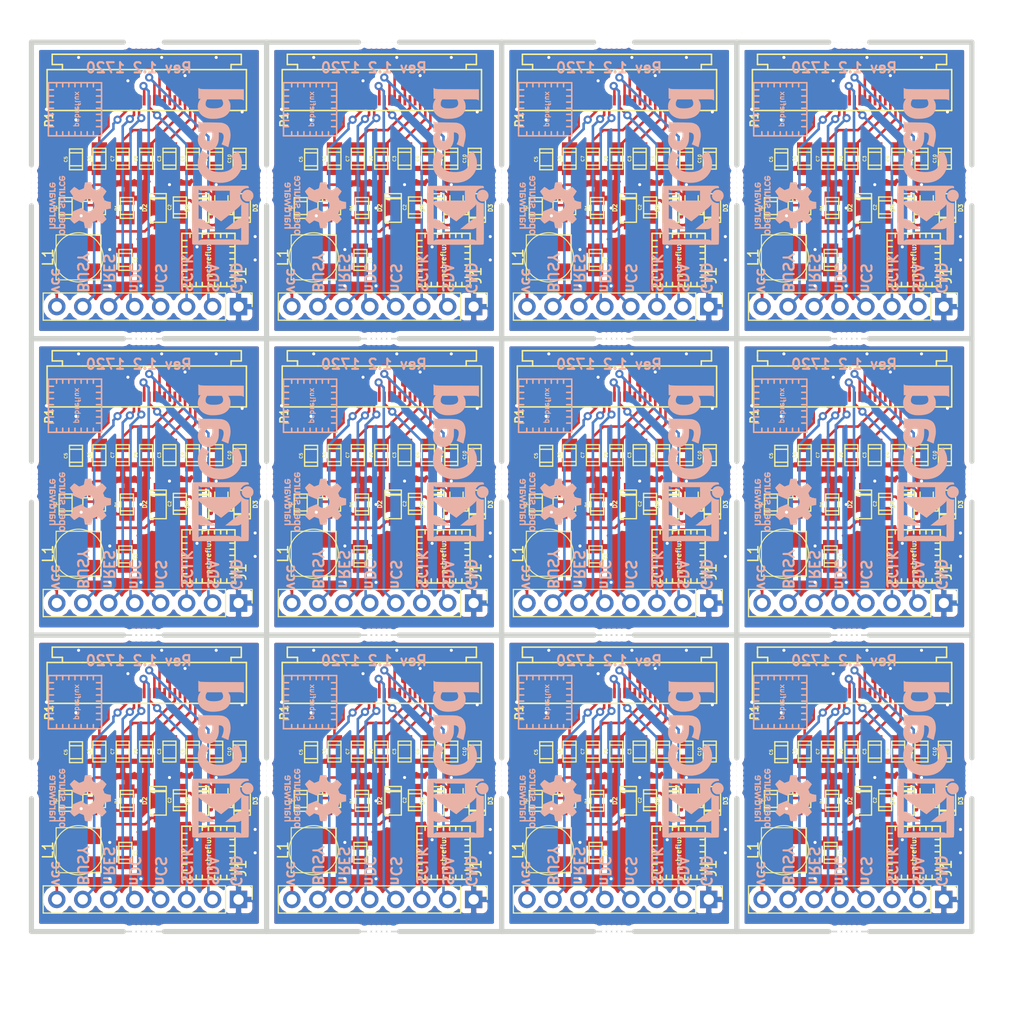
<source format=kicad_pcb>
(kicad_pcb (version 20170123) (host pcbnew no-vcs-found-91ed3e2~59~ubuntu16.04.1)
  (layers (0 F.Cu signal) (31 B.Cu signal) (34 B.Paste user) (35 F.Paste user) (36 B.SilkS user) (37 F.SilkS user) (38 B.Mask user) (39 F.Mask user) (44 Edge.Cuts user))
  (net 0 "")
  (net 1 GND)
  (net 2 /VCCEPD)
  (net 3 /SW)
  (net 4 "Net-(C2-Pad1)")
  (net 5 /PREVGH)
  (net 6 /PREVGL)
  (net 7 /VGL)
  (net 8 /VGH)
  (net 9 /VDD)
  (net 10 /VSH)
  (net 11 /VSL)
  (net 12 /VCOM)
  (net 13 /BUSY)
  (net 14 /nRES)
  (net 15 /nDC)
  (net 16 /nCS)
  (net 17 /SCLK)
  (net 18 /SDA)
  (net 19 /NC1)
  (net 20 /GDR)
  (net 21 /RESE)
  (net 22 /TSCL)
  (net 23 /TSDA)
  (net 24 /VPP)
  (module module:sod123 (layer F.Cu) (at 85.526 168.25 90)
    (fp_text reference D4 (at 0 -1.30048 90) (layer F.SilkS) (effects (font (size 0.4 0.4) (thickness 0.1))))
    (fp_text value MBR0530 hide)
    (pad 2 smd rect (at -1.67386 0 90) (size 0.8509 0.8509) (layers F.Cu F.Paste F.Mask) (net 4 "Net-(C2-Pad1)"))
    (pad 1 smd rect (at 1.67386 0 90) (size 0.8509 0.8509) (layers F.Cu F.Paste F.Mask) (net 1 GND))
  )
  (module module:sod123 (layer F.Cu) (at 89.59 168.25 270)
    (fp_text reference D3 (at 0 -1.30048 270) (layer F.SilkS) (effects (font (size 0.4 0.4) (thickness 0.1))))
    (fp_text value MBR0530 hide)
    (pad 1 smd rect (at 1.67386 0 270) (size 0.8509 0.8509) (layers F.Cu F.Paste F.Mask) (net 4 "Net-(C2-Pad1)"))
    (pad 2 smd rect (at -1.67386 0 270) (size 0.8509 0.8509) (layers F.Cu F.Paste F.Mask) (net 6 /PREVGL))
  )
  (module w_smd_resistors:r_0805 (layer F.Cu) (at 72.318 168.25 90)
    (fp_text reference R2 (at 0 -0.9906 90) (layer F.SilkS) (effects (font (size 0.29972 0.29972) (thickness 0.06096))))
    (fp_text value 10k hide)
    (pad 2 smd rect (at -0.9525 0 90) (size 1.30048 1.4986) (layers F.Cu F.Paste F.Mask) (net 1 GND))
    (pad 1 smd rect (at 0.9525 0 90) (size 1.30048 1.4986) (layers F.Cu F.Paste F.Mask) (net 20 /GDR))
  )
  (module w_smd_trans:sot323 (layer F.Cu) (at 87.558 168.25 180)
    (fp_text reference D1 (at 0 -0.2794 180) (layer F.SilkS) (effects (font (size 0.29972 0.29972) (thickness 0.06096))))
    (fp_text value BAT30SWFILM hide)
    (pad 3 smd rect (at 0.65024 1.00076 180) (size 0.59944 0.8001) (layers F.Cu F.Paste F.Mask) (net 1 GND))
    (pad 2 smd rect (at 0 -1.00076 180) (size 0.59944 0.8001) (layers F.Cu F.Paste F.Mask) (net 4 "Net-(C2-Pad1)"))
    (pad 1 smd rect (at -0.65024 1.00076 180) (size 0.59944 0.8001) (layers F.Cu F.Paste F.Mask) (net 6 /PREVGL))
  )
  (module Symbols:OSHW-Logo_5.7x6mm_SilkScreen (layer B.Cu) (at 73.742 167.988 90)
    (fp_text reference REF*** hide)
    (fp_text value OSHW-Logo_5.7x6mm_SilkScreen hide)
  )
  (module Symbols:KiCad-Logo_6mm_SilkScreen (layer B.Cu) (at 87.712 164.178 90)
    (fp_text reference REF*** hide)
    (fp_text value KiCad-Logo_6mm_SilkScreen hide)
  )
  (module module:pcbreflux_logo (layer B.Cu) (at 73.234 158.59 270)
    (fp_text reference REF** hide)
    (fp_text value pcbreflux_logo hide)
  )
  (module w_smd_resistors:r_0805 (layer F.Cu) (at 78.314 168.242 270)
    (fp_text reference R1 (at 0 1.016 270) (layer F.SilkS) (effects (font (size 0.29972 0.29972) (thickness 0.06096))))
    (fp_text value 3R hide)
    (pad 2 smd rect (at -0.9525 0 270) (size 1.30048 1.4986) (layers F.Cu F.Paste F.Mask) (net 1 GND))
    (pad 1 smd rect (at 0.9525 0 270) (size 1.30048 1.4986) (layers F.Cu F.Paste F.Mask) (net 21 /RESE))
  )
  (module w_smd_cap:c_0805 (layer F.Cu) (at 89.336 163.424 90)
    (fp_text reference C10 (at 0 -0.9906 90) (layer F.SilkS) (effects (font (size 0.29972 0.29972) (thickness 0.06096))))
    (fp_text value 1u/50V hide)
    (pad 2 smd rect (at -0.9525 0 90) (size 1.30048 1.4986) (layers F.Cu F.Paste F.Mask) (net 1 GND))
    (pad 1 smd rect (at 0.9525 0 90) (size 1.30048 1.4986) (layers F.Cu F.Paste F.Mask) (net 12 /VCOM))
  )
  (module w_smd_cap:c_0805 (layer F.Cu) (at 84.764 163.424 90)
    (fp_text reference C9 (at 0 -0.9906 90) (layer F.SilkS) (effects (font (size 0.29972 0.29972) (thickness 0.06096))))
    (fp_text value 1u/50V hide)
    (pad 1 smd rect (at 0.9525 0 90) (size 1.30048 1.4986) (layers F.Cu F.Paste F.Mask) (net 11 /VSL))
    (pad 2 smd rect (at -0.9525 0 90) (size 1.30048 1.4986) (layers F.Cu F.Paste F.Mask) (net 1 GND))
  )
  (module w_smd_cap:c_0805 (layer F.Cu) (at 80.192 163.424 90)
    (fp_text reference C8 (at 0 -0.9906 90) (layer F.SilkS) (effects (font (size 0.29972 0.29972) (thickness 0.06096))))
    (fp_text value 1u/50V hide)
    (pad 2 smd rect (at -0.9525 0 90) (size 1.30048 1.4986) (layers F.Cu F.Paste F.Mask) (net 1 GND))
    (pad 1 smd rect (at 0.9525 0 90) (size 1.30048 1.4986) (layers F.Cu F.Paste F.Mask) (net 10 /VSH))
  )
  (module w_smd_cap:c_0805 (layer F.Cu) (at 77.906 163.424 90)
    (fp_text reference C7 (at 0 -0.9906 90) (layer F.SilkS) (effects (font (size 0.29972 0.29972) (thickness 0.06096))))
    (fp_text value 1u/50V hide)
    (pad 1 smd rect (at 0.9525 0 90) (size 1.30048 1.4986) (layers F.Cu F.Paste F.Mask) (net 9 /VDD))
    (pad 2 smd rect (at -0.9525 0 90) (size 1.30048 1.4986) (layers F.Cu F.Paste F.Mask) (net 1 GND))
  )
  (module w_smd_cap:c_0805 (layer F.Cu) (at 75.62 163.424 90)
    (fp_text reference C6 (at 0 -0.9906 90) (layer F.SilkS) (effects (font (size 0.29972 0.29972) (thickness 0.06096))))
    (fp_text value 1u/50V hide)
    (pad 2 smd rect (at -0.9525 0 90) (size 1.30048 1.4986) (layers F.Cu F.Paste F.Mask) (net 1 GND))
    (pad 1 smd rect (at 0.9525 0 90) (size 1.30048 1.4986) (layers F.Cu F.Paste F.Mask) (net 8 /VGH))
  )
  (module w_smd_cap:c_0805 (layer F.Cu) (at 73.334 163.4875 90)
    (fp_text reference C5 (at 0 -0.9906 90) (layer F.SilkS) (effects (font (size 0.29972 0.29972) (thickness 0.06096))))
    (fp_text value 1u/50V hide)
    (pad 1 smd rect (at 0.9525 0 90) (size 1.30048 1.4986) (layers F.Cu F.Paste F.Mask) (net 7 /VGL))
    (pad 2 smd rect (at -0.9525 0 90) (size 1.30048 1.4986) (layers F.Cu F.Paste F.Mask) (net 1 GND))
  )
  (module w_smd_cap:c_0805 (layer F.Cu) (at 87.05 163.424 90)
    (fp_text reference C4 (at 0 -0.9906 90) (layer F.SilkS) (effects (font (size 0.29972 0.29972) (thickness 0.06096))))
    (fp_text value 2u2/50V hide)
    (pad 2 smd rect (at -0.9525 0 90) (size 1.30048 1.4986) (layers F.Cu F.Paste F.Mask) (net 1 GND))
    (pad 1 smd rect (at 0.9525 0 90) (size 1.30048 1.4986) (layers F.Cu F.Paste F.Mask) (net 6 /PREVGL))
  )
  (module w_smd_cap:c_0805 (layer F.Cu) (at 82.478 163.424 90)
    (fp_text reference C3 (at 0 -0.9906 90) (layer F.SilkS) (effects (font (size 0.29972 0.29972) (thickness 0.06096))))
    (fp_text value 1u/50V hide)
    (pad 2 smd rect (at -0.9525 0 90) (size 1.30048 1.4986) (layers F.Cu F.Paste F.Mask) (net 1 GND))
    (pad 1 smd rect (at 0.9525 0 90) (size 1.30048 1.4986) (layers F.Cu F.Paste F.Mask) (net 5 /PREVGH))
  )
  (module w_smd_cap:c_0805 (layer F.Cu) (at 83.494 168.1865 90)
    (fp_text reference C2 (at 0 -0.9906 90) (layer F.SilkS) (effects (font (size 0.29972 0.29972) (thickness 0.06096))))
    (fp_text value 4u7/50V hide)
    (pad 2 smd rect (at -0.9525 0 90) (size 1.30048 1.4986) (layers F.Cu F.Paste F.Mask) (net 3 /SW))
    (pad 1 smd rect (at 0.9525 0 90) (size 1.30048 1.4986) (layers F.Cu F.Paste F.Mask) (net 4 "Net-(C2-Pad1)"))
  )
  (module w_smd_cap:c_0805 (layer F.Cu) (at 78.16 173.33 270)
    (fp_text reference C1 (at 0 -0.9906 270) (layer F.SilkS) (effects (font (size 0.29972 0.29972) (thickness 0.06096))))
    (fp_text value 4u7/6V hide)
    (pad 1 smd rect (at 0.9525 0 270) (size 1.30048 1.4986) (layers F.Cu F.Paste F.Mask) (net 2 /VCCEPD))
    (pad 2 smd rect (at -0.9525 0 270) (size 1.30048 1.4986) (layers F.Cu F.Paste F.Mask) (net 1 GND))
  )
  (module Pin_Headers:Pin_Header_Straight_1x08_Pitch2.54mm (layer F.Cu) (at 89.236 177.894 270)
    (fp_text reference J1 (at -3.048 -0.254 270) (layer F.SilkS))
    (fp_text value CONN_01X08 hide)
    (pad 1 thru_hole rect (at 0 0 270) (size 1.7 1.7) (drill 1) (layers *.Cu *.Mask) (net 1 GND))
    (pad 2 thru_hole oval (at 0 2.54 270) (size 1.7 1.7) (drill 1) (layers *.Cu *.Mask) (net 18 /SDA))
    (pad 3 thru_hole oval (at 0 5.08 270) (size 1.7 1.7) (drill 1) (layers *.Cu *.Mask) (net 17 /SCLK))
    (pad 4 thru_hole oval (at 0 7.62 270) (size 1.7 1.7) (drill 1) (layers *.Cu *.Mask) (net 16 /nCS))
    (pad 5 thru_hole oval (at 0 10.16 270) (size 1.7 1.7) (drill 1) (layers *.Cu *.Mask) (net 15 /nDC))
    (pad 6 thru_hole oval (at 0 12.7 270) (size 1.7 1.7) (drill 1) (layers *.Cu *.Mask) (net 14 /nRES))
    (pad 7 thru_hole oval (at 0 15.24 270) (size 1.7 1.7) (drill 1) (layers *.Cu *.Mask) (net 13 /BUSY))
    (pad 8 thru_hole oval (at 0 17.78 270) (size 1.7 1.7) (drill 1) (layers *.Cu *.Mask) (net 2 /VCCEPD))
  )
  (module module:Via-0.6mm (layer F.Cu) (at 79.684 175.87 90)
    (fp_text reference REF** hide)
    (fp_text value Via-0.6mm hide)
    (pad 1 thru_hole circle (at 0 0 90) (size 0.6 0.6) (drill 0.3) (layers *.Cu) (net 1 GND))
  )
  (module module:Via-0.6mm (layer F.Cu) (at 76.636 172.314 90)
    (fp_text reference REF** hide)
    (fp_text value Via-0.6mm hide)
    (pad 1 thru_hole circle (at 0 0 90) (size 0.6 0.6) (drill 0.3) (layers *.Cu) (net 1 GND))
  )
  (module module:Via-0.6mm (layer F.Cu) (at 70.44 158.59 90)
    (fp_text reference REF** hide)
    (fp_text value Via-0.6mm hide)
    (pad 1 thru_hole circle (at 0 0 90) (size 0.6 0.6) (drill 0.3) (layers *.Cu) (net 1 GND))
  )
  (module module:Via-0.6mm (layer F.Cu) (at 88.466 171.548 90)
    (fp_text reference REF** hide)
    (fp_text value Via-0.6mm hide)
    (pad 1 thru_hole circle (at 0.504 2.394 90) (size 0.6 0.6) (drill 0.3) (layers *.Cu) (net 1 GND))
  )
  (module module:Via-0.6mm (layer F.Cu) (at 89.59 158.852 90)
    (fp_text reference REF** hide)
    (fp_text value Via-0.6mm hide)
    (pad 1 thru_hole circle (at 0 0 90) (size 0.6 0.6) (drill 0.3) (layers *.Cu) (net 1 GND))
  )
  (module module:Via-0.6mm (layer F.Cu) (at 78.414 155.804 90)
    (fp_text reference REF** hide)
    (fp_text value Via-0.6mm hide)
    (pad 1 thru_hole circle (at 0 0 90) (size 0.6 0.6) (drill 0.3) (layers *.Cu) (net 1 GND))
  )
  (module module:Via-0.6mm (layer F.Cu) (at 85.172 172.052 90)
    (fp_text reference REF** hide)
    (fp_text value Via-0.6mm hide)
    (pad 1 thru_hole circle (at 0 0 90) (size 0.6 0.6) (drill 0.3) (layers *.Cu) (net 1 GND))
  )
  (module module:Via-0.6mm (layer F.Cu) (at 76.636 175.87 90)
    (fp_text reference REF** hide)
    (fp_text value Via-0.6mm hide)
    (pad 1 thru_hole circle (at 0 0 90) (size 0.6 0.6) (drill 0.3) (layers *.Cu) (net 1 GND))
  )
  (module module:Via-0.6mm (layer F.Cu) (at 73.334 159.614 90)
    (fp_text reference REF** hide)
    (fp_text value Via-0.6mm hide)
    (pad 1 thru_hole circle (at 0 0 90) (size 0.6 0.6) (drill 0.3) (layers *.Cu) (net 1 GND))
  )
  (module module:micro_bite (layer F.Cu) (at 68.976 166.03 90)
    (fp_text reference REF** hide)
    (fp_text value micro_bite hide)
    (pad "" np_thru_hole circle (at 1 0 90) (size 0.3 0.3) (drill 0.3) (layers *.Cu))
    (pad "" np_thru_hole circle (at 0.5 0 90) (size 0.3 0.3) (drill 0.3) (layers *.Cu))
    (pad "" np_thru_hole circle (at -1 0 90) (size 0.3 0.3) (drill 0.3) (layers *.Cu))
    (pad "" np_thru_hole circle (at -0.5 0 90) (size 0.3 0.3) (drill 0.3) (layers *.Cu))
    (pad "" np_thru_hole circle (at 0 0 90) (size 0.3 0.3) (drill 0.3) (layers *.Cu))
  )
  (module module:micro_bite (layer F.Cu) (at 91.976 166.03 90)
    (fp_text reference REF** hide)
    (fp_text value micro_bite hide)
    (pad "" np_thru_hole circle (at 0 0 90) (size 0.3 0.3) (drill 0.3) (layers *.Cu))
    (pad "" np_thru_hole circle (at -0.5 0 90) (size 0.3 0.3) (drill 0.3) (layers *.Cu))
    (pad "" np_thru_hole circle (at -1 0 90) (size 0.3 0.3) (drill 0.3) (layers *.Cu))
    (pad "" np_thru_hole circle (at 0.5 0 90) (size 0.3 0.3) (drill 0.3) (layers *.Cu))
    (pad "" np_thru_hole circle (at 1 0 90) (size 0.3 0.3) (drill 0.3) (layers *.Cu))
  )
  (module module:micro_bite (layer F.Cu) (at 79.976 181.03 180)
    (fp_text reference REF** hide)
    (fp_text value micro_bite hide)
    (pad "" np_thru_hole circle (at 1 0 180) (size 0.3 0.3) (drill 0.3) (layers *.Cu))
    (pad "" np_thru_hole circle (at 0.5 0 180) (size 0.3 0.3) (drill 0.3) (layers *.Cu))
    (pad "" np_thru_hole circle (at -1 0 180) (size 0.3 0.3) (drill 0.3) (layers *.Cu))
    (pad "" np_thru_hole circle (at -0.5 0 180) (size 0.3 0.3) (drill 0.3) (layers *.Cu))
    (pad "" np_thru_hole circle (at 0 0 180) (size 0.3 0.3) (drill 0.3) (layers *.Cu))
  )
  (module module:micro_bite (layer F.Cu) (at 79.976 152.03 180)
    (fp_text reference REF** hide)
    (fp_text value micro_bite hide)
    (pad "" np_thru_hole circle (at 0 0 180) (size 0.3 0.3) (drill 0.3) (layers *.Cu))
    (pad "" np_thru_hole circle (at -0.5 0 180) (size 0.3 0.3) (drill 0.3) (layers *.Cu))
    (pad "" np_thru_hole circle (at -1 0 180) (size 0.3 0.3) (drill 0.3) (layers *.Cu))
    (pad "" np_thru_hole circle (at 0.5 0 180) (size 0.3 0.3) (drill 0.3) (layers *.Cu))
    (pad "" np_thru_hole circle (at 1 0 180) (size 0.3 0.3) (drill 0.3) (layers *.Cu))
  )
  (module module:inductor_smd_4mmx4mm (layer F.Cu) (at 73.588 173.076 90)
    (fp_text reference L1 (at 0 -3 90) (layer F.SilkS))
    (fp_text value 68u hide)
    (pad 1 smd rect (at -1.35 0 90) (size 1.5 4.2) (layers F.Cu F.Paste F.Mask) (net 2 /VCCEPD))
    (pad 2 smd rect (at 1.35 0 90) (size 1.5 4.2) (layers F.Cu F.Paste F.Mask) (net 3 /SW))
  )
  (module module:Via-0.6mm (layer F.Cu) (at 90.86 173.33 90)
    (fp_text reference REF** hide)
    (fp_text value Via-0.6mm hide)
    (pad 1 thru_hole circle (at 0 0 90) (size 0.6 0.6) (drill 0.3) (layers *.Cu) (net 1 GND))
  )
  (module module:Via-0.6mm (layer F.Cu) (at 82.478 165.964 90)
    (fp_text reference REF** hide)
    (fp_text value Via-0.6mm hide)
    (pad 1 thru_hole circle (at 0 0 90) (size 0.6 0.6) (drill 0.3) (layers *.Cu) (net 1 GND))
  )
  (module module:Via-0.6mm (layer F.Cu) (at 87.05 165.964 90)
    (fp_text reference REF** hide)
    (fp_text value Via-0.6mm hide)
    (pad 1 thru_hole circle (at 0 0 90) (size 0.6 0.6) (drill 0.3) (layers *.Cu) (net 1 GND))
  )
  (module module:Via-0.6mm (layer F.Cu) (at 81.716 153.518 90)
    (fp_text reference REF** hide)
    (fp_text value Via-0.6mm hide)
    (pad 1 thru_hole circle (at 0 0 90) (size 0.6 0.6) (drill 0.3) (layers *.Cu) (net 1 GND))
  )
  (module module:Via-0.6mm (layer F.Cu) (at 73.588 153.518 90)
    (fp_text reference REF** hide)
    (fp_text value Via-0.6mm hide)
    (pad 1 thru_hole circle (at 0 0 90) (size 0.6 0.6) (drill 0.3) (layers *.Cu) (net 1 GND))
  )
  (module module:Via-0.6mm (layer F.Cu) (at 87.05 153.518 90)
    (fp_text reference REF** hide)
    (fp_text value Via-0.6mm hide)
    (pad 1 thru_hole circle (at 0 0 90) (size 0.6 0.6) (drill 0.3) (layers *.Cu) (net 1 GND))
  )
  (module module:Via-0.6mm (layer F.Cu) (at 84.002 155.296 90)
    (fp_text reference REF** hide)
    (fp_text value Via-0.6mm hide)
    (pad 1 thru_hole circle (at 0 0 90) (size 0.6 0.6) (drill 0.3) (layers *.Cu) (net 1 GND))
  )
  (module module:Via-0.6mm (layer F.Cu) (at 79.684 168.25 90)
    (fp_text reference REF** hide)
    (fp_text value Via-0.6mm hide)
    (pad 1 thru_hole circle (at 0 0 90) (size 0.6 0.6) (drill 0.3) (layers *.Cu) (net 1 GND))
  )
  (module module:MOLEX_FPC_RCPT_24POS_0_5MM (layer F.Cu) (at 84.506 161.71 180)
    (fp_text reference P1 (at 13.812 2.104 270) (layer F.SilkS) (effects (font (size 0.762 0.762) (thickness 0.1524))))
    (fp_text value MOLEX_FPC_RCPT_24POS hide)
    (pad 1 smd rect (at 10 4) (size 0.26924 1.00076) (layers F.Cu F.Paste F.Mask) (net 19 /NC1))
    (pad 2 smd rect (at 9.5 4) (size 0.26924 1.00076) (layers F.Cu F.Paste F.Mask) (net 20 /GDR))
    (pad 3 smd rect (at 9 4) (size 0.26924 1.00076) (layers F.Cu F.Paste F.Mask) (net 21 /RESE))
    (pad 4 smd rect (at 8.5 4) (size 0.26924 1.00076) (layers F.Cu F.Paste F.Mask) (net 7 /VGL))
    (pad 5 smd rect (at 8 4) (size 0.26924 1.00076) (layers F.Cu F.Paste F.Mask) (net 8 /VGH))
    (pad 6 smd rect (at 7.5 4) (size 0.26924 1.00076) (layers F.Cu F.Paste F.Mask) (net 22 /TSCL))
    (pad 7 smd rect (at 7 4) (size 0.26924 1.00076) (layers F.Cu F.Paste F.Mask) (net 23 /TSDA))
    (pad 8 smd rect (at 6.5 4) (size 0.26924 1.00076) (layers F.Cu F.Paste F.Mask) (net 1 GND))
    (pad 9 smd rect (at 6 4) (size 0.26924 1.00076) (layers F.Cu F.Paste F.Mask) (net 13 /BUSY))
    (pad 10 smd rect (at 5.5 4) (size 0.26924 1.00076) (layers F.Cu F.Paste F.Mask) (net 14 /nRES))
    (pad 11 smd rect (at 5 4) (size 0.26924 1.00076) (layers F.Cu F.Paste F.Mask) (net 15 /nDC))
    (pad 12 smd rect (at 4.5 4) (size 0.26924 1.00076) (layers F.Cu F.Paste F.Mask) (net 16 /nCS))
    (pad 13 smd rect (at 4 4) (size 0.26924 1.00076) (layers F.Cu F.Paste F.Mask) (net 17 /SCLK))
    (pad 14 smd rect (at 3.5 4) (size 0.26924 1.00076) (layers F.Cu F.Paste F.Mask) (net 18 /SDA))
    (pad 15 smd rect (at 3 4) (size 0.26924 1.00076) (layers F.Cu F.Paste F.Mask) (net 2 /VCCEPD))
    (pad 16 smd rect (at 2.5 4) (size 0.26924 1.00076) (layers F.Cu F.Paste F.Mask) (net 2 /VCCEPD))
    (pad 17 smd rect (at 2 4) (size 0.26924 1.00076) (layers F.Cu F.Paste F.Mask) (net 1 GND))
    (pad 18 smd rect (at 1.5 4) (size 0.26924 1.00076) (layers F.Cu F.Paste F.Mask) (net 9 /VDD))
    (pad 19 smd rect (at 1 4) (size 0.26924 1.00076) (layers F.Cu F.Paste F.Mask) (net 24 /VPP))
    (pad 20 smd rect (at 0.5 4) (size 0.26924 1.00076) (layers F.Cu F.Paste F.Mask) (net 10 /VSH))
    (pad 21 smd rect (at 0 4) (size 0.26924 1.00076) (layers F.Cu F.Paste F.Mask) (net 5 /PREVGH))
    (pad 22 smd rect (at -0.5 4) (size 0.26924 1.00076) (layers F.Cu F.Paste F.Mask) (net 11 /VSL))
    (pad 23 smd rect (at -1 4) (size 0.26924 1.00076) (layers F.Cu F.Paste F.Mask) (net 6 /PREVGL))
    (pad 24 smd rect (at -1.5 4) (size 0.26924 1.00076) (layers F.Cu F.Paste F.Mask) (net 12 /VCOM))
    (pad M1 smd rect (at -4.5 6 180) (size 1.5 3) (layers F.Cu F.Paste F.Mask))
    (pad M2 smd rect (at 13 6 180) (size 1.5 3) (layers F.Cu F.Paste F.Mask))
  )
  (module module:pcbreflux_logo (layer F.Cu) (at 86.288 173.33 270)
    (fp_text reference REF** hide)
    (fp_text value pcbreflux_logo hide)
    (fp_text user pcbreflux (at 0 0 270) (layer F.SilkS) (effects (font (size 0.5 0.5) (thickness 0.1))))
  )
  (module module:sod123 (layer F.Cu) (at 81.362 168.242 90)
    (fp_text reference D2 (at 0 -1.30048 90) (layer F.SilkS) (effects (font (size 0.4 0.4) (thickness 0.1))))
    (fp_text value MBR0530 hide)
    (pad 1 smd rect (at 1.67386 0 90) (size 0.8509 0.8509) (layers F.Cu F.Paste F.Mask) (net 5 /PREVGH))
    (pad 2 smd rect (at -1.67386 0 90) (size 0.8509 0.8509) (layers F.Cu F.Paste F.Mask) (net 3 /SW))
  )
  (module w_smd_trans:sot323 (layer F.Cu) (at 75.112 168.25 180)
    (fp_text reference Q1 (at 0 -0.2794 180) (layer F.SilkS) (effects (font (size 0.29972 0.29972) (thickness 0.06096))))
    (fp_text value SI1308EDL hide)
    (pad 1 smd rect (at -0.65024 1.00076 180) (size 0.59944 0.8001) (layers F.Cu F.Paste F.Mask) (net 20 /GDR))
    (pad 2 smd rect (at 0 -1.00076 180) (size 0.59944 0.8001) (layers F.Cu F.Paste F.Mask) (net 3 /SW))
    (pad 3 smd rect (at 0.65024 1.00076 180) (size 0.59944 0.8001) (layers F.Cu F.Paste F.Mask) (net 21 /RESE))
  )
  (module module:Via-0.6mm (layer F.Cu) (at 73.842 169.012 90)
    (fp_text reference REF** hide)
    (fp_text value Via-0.6mm hide)
    (pad 1 thru_hole circle (at 0 0 90) (size 0.6 0.6) (drill 0.3) (layers *.Cu) (net 1 GND))
  )
  (module module:Via-0.6mm (layer F.Cu) (at 96.842 169.012 90)
    (fp_text reference REF** hide)
    (fp_text value Via-0.6mm hide)
    (pad 1 thru_hole circle (at 0 0 90) (size 0.6 0.6) (drill 0.3) (layers *.Cu) (net 1 GND))
  )
  (module w_smd_trans:sot323 (layer F.Cu) (at 98.112 168.25 180)
    (fp_text reference Q1 (at 0 -0.2794 180) (layer F.SilkS) (effects (font (size 0.29972 0.29972) (thickness 0.06096))))
    (fp_text value SI1308EDL hide)
    (pad 3 smd rect (at 0.65024 1.00076 180) (size 0.59944 0.8001) (layers F.Cu F.Paste F.Mask) (net 21 /RESE))
    (pad 2 smd rect (at 0 -1.00076 180) (size 0.59944 0.8001) (layers F.Cu F.Paste F.Mask) (net 3 /SW))
    (pad 1 smd rect (at -0.65024 1.00076 180) (size 0.59944 0.8001) (layers F.Cu F.Paste F.Mask) (net 20 /GDR))
  )
  (module module:sod123 (layer F.Cu) (at 104.362 168.242 90)
    (fp_text reference D2 (at 0 -1.30048 90) (layer F.SilkS) (effects (font (size 0.4 0.4) (thickness 0.1))))
    (fp_text value MBR0530 hide)
    (pad 2 smd rect (at -1.67386 0 90) (size 0.8509 0.8509) (layers F.Cu F.Paste F.Mask) (net 3 /SW))
    (pad 1 smd rect (at 1.67386 0 90) (size 0.8509 0.8509) (layers F.Cu F.Paste F.Mask) (net 5 /PREVGH))
  )
  (module module:pcbreflux_logo (layer F.Cu) (at 109.288 173.33 270)
    (fp_text reference REF** hide)
    (fp_text value pcbreflux_logo hide)
    (fp_text user pcbreflux (at 0 0 270) (layer F.SilkS) (effects (font (size 0.5 0.5) (thickness 0.1))))
  )
  (module module:MOLEX_FPC_RCPT_24POS_0_5MM (layer F.Cu) (at 107.506 161.71 180)
    (fp_text reference P1 (at 13.812 2.104 270) (layer F.SilkS) (effects (font (size 0.762 0.762) (thickness 0.1524))))
    (fp_text value MOLEX_FPC_RCPT_24POS hide)
    (pad M2 smd rect (at 13 6 180) (size 1.5 3) (layers F.Cu F.Paste F.Mask))
    (pad M1 smd rect (at -4.5 6 180) (size 1.5 3) (layers F.Cu F.Paste F.Mask))
    (pad 24 smd rect (at -1.5 4) (size 0.26924 1.00076) (layers F.Cu F.Paste F.Mask) (net 12 /VCOM))
    (pad 23 smd rect (at -1 4) (size 0.26924 1.00076) (layers F.Cu F.Paste F.Mask) (net 6 /PREVGL))
    (pad 22 smd rect (at -0.5 4) (size 0.26924 1.00076) (layers F.Cu F.Paste F.Mask) (net 11 /VSL))
    (pad 21 smd rect (at 0 4) (size 0.26924 1.00076) (layers F.Cu F.Paste F.Mask) (net 5 /PREVGH))
    (pad 20 smd rect (at 0.5 4) (size 0.26924 1.00076) (layers F.Cu F.Paste F.Mask) (net 10 /VSH))
    (pad 19 smd rect (at 1 4) (size 0.26924 1.00076) (layers F.Cu F.Paste F.Mask) (net 24 /VPP))
    (pad 18 smd rect (at 1.5 4) (size 0.26924 1.00076) (layers F.Cu F.Paste F.Mask) (net 9 /VDD))
    (pad 17 smd rect (at 2 4) (size 0.26924 1.00076) (layers F.Cu F.Paste F.Mask) (net 1 GND))
    (pad 16 smd rect (at 2.5 4) (size 0.26924 1.00076) (layers F.Cu F.Paste F.Mask) (net 2 /VCCEPD))
    (pad 15 smd rect (at 3 4) (size 0.26924 1.00076) (layers F.Cu F.Paste F.Mask) (net 2 /VCCEPD))
    (pad 14 smd rect (at 3.5 4) (size 0.26924 1.00076) (layers F.Cu F.Paste F.Mask) (net 18 /SDA))
    (pad 13 smd rect (at 4 4) (size 0.26924 1.00076) (layers F.Cu F.Paste F.Mask) (net 17 /SCLK))
    (pad 12 smd rect (at 4.5 4) (size 0.26924 1.00076) (layers F.Cu F.Paste F.Mask) (net 16 /nCS))
    (pad 11 smd rect (at 5 4) (size 0.26924 1.00076) (layers F.Cu F.Paste F.Mask) (net 15 /nDC))
    (pad 10 smd rect (at 5.5 4) (size 0.26924 1.00076) (layers F.Cu F.Paste F.Mask) (net 14 /nRES))
    (pad 9 smd rect (at 6 4) (size 0.26924 1.00076) (layers F.Cu F.Paste F.Mask) (net 13 /BUSY))
    (pad 8 smd rect (at 6.5 4) (size 0.26924 1.00076) (layers F.Cu F.Paste F.Mask) (net 1 GND))
    (pad 7 smd rect (at 7 4) (size 0.26924 1.00076) (layers F.Cu F.Paste F.Mask) (net 23 /TSDA))
    (pad 6 smd rect (at 7.5 4) (size 0.26924 1.00076) (layers F.Cu F.Paste F.Mask) (net 22 /TSCL))
    (pad 5 smd rect (at 8 4) (size 0.26924 1.00076) (layers F.Cu F.Paste F.Mask) (net 8 /VGH))
    (pad 4 smd rect (at 8.5 4) (size 0.26924 1.00076) (layers F.Cu F.Paste F.Mask) (net 7 /VGL))
    (pad 3 smd rect (at 9 4) (size 0.26924 1.00076) (layers F.Cu F.Paste F.Mask) (net 21 /RESE))
    (pad 2 smd rect (at 9.5 4) (size 0.26924 1.00076) (layers F.Cu F.Paste F.Mask) (net 20 /GDR))
    (pad 1 smd rect (at 10 4) (size 0.26924 1.00076) (layers F.Cu F.Paste F.Mask) (net 19 /NC1))
  )
  (module module:Via-0.6mm (layer F.Cu) (at 102.684 168.25 90)
    (fp_text reference REF** hide)
    (fp_text value Via-0.6mm hide)
    (pad 1 thru_hole circle (at 0 0 90) (size 0.6 0.6) (drill 0.3) (layers *.Cu) (net 1 GND))
  )
  (module module:Via-0.6mm (layer F.Cu) (at 107.002 155.296 90)
    (fp_text reference REF** hide)
    (fp_text value Via-0.6mm hide)
    (pad 1 thru_hole circle (at 0 0 90) (size 0.6 0.6) (drill 0.3) (layers *.Cu) (net 1 GND))
  )
  (module module:Via-0.6mm (layer F.Cu) (at 110.05 153.518 90)
    (fp_text reference REF** hide)
    (fp_text value Via-0.6mm hide)
    (pad 1 thru_hole circle (at 0 0 90) (size 0.6 0.6) (drill 0.3) (layers *.Cu) (net 1 GND))
  )
  (module module:Via-0.6mm (layer F.Cu) (at 96.588 153.518 90)
    (fp_text reference REF** hide)
    (fp_text value Via-0.6mm hide)
    (pad 1 thru_hole circle (at 0 0 90) (size 0.6 0.6) (drill 0.3) (layers *.Cu) (net 1 GND))
  )
  (module module:Via-0.6mm (layer F.Cu) (at 104.716 153.518 90)
    (fp_text reference REF** hide)
    (fp_text value Via-0.6mm hide)
    (pad 1 thru_hole circle (at 0 0 90) (size 0.6 0.6) (drill 0.3) (layers *.Cu) (net 1 GND))
  )
  (module module:Via-0.6mm (layer F.Cu) (at 110.05 165.964 90)
    (fp_text reference REF** hide)
    (fp_text value Via-0.6mm hide)
    (pad 1 thru_hole circle (at 0 0 90) (size 0.6 0.6) (drill 0.3) (layers *.Cu) (net 1 GND))
  )
  (module module:Via-0.6mm (layer F.Cu) (at 105.478 165.964 90)
    (fp_text reference REF** hide)
    (fp_text value Via-0.6mm hide)
    (pad 1 thru_hole circle (at 0 0 90) (size 0.6 0.6) (drill 0.3) (layers *.Cu) (net 1 GND))
  )
  (module module:Via-0.6mm (layer F.Cu) (at 113.86 173.33 90)
    (fp_text reference REF** hide)
    (fp_text value Via-0.6mm hide)
    (pad 1 thru_hole circle (at 0 0 90) (size 0.6 0.6) (drill 0.3) (layers *.Cu) (net 1 GND))
  )
  (module module:inductor_smd_4mmx4mm (layer F.Cu) (at 96.588 173.076 90)
    (fp_text reference L1 (at 0 -3 90) (layer F.SilkS))
    (fp_text value 68u hide)
    (pad 2 smd rect (at 1.35 0 90) (size 1.5 4.2) (layers F.Cu F.Paste F.Mask) (net 3 /SW))
    (pad 1 smd rect (at -1.35 0 90) (size 1.5 4.2) (layers F.Cu F.Paste F.Mask) (net 2 /VCCEPD))
  )
  (module module:micro_bite (layer F.Cu) (at 102.976 152.03 180)
    (fp_text reference REF** hide)
    (fp_text value micro_bite hide)
    (pad "" np_thru_hole circle (at 1 0 180) (size 0.3 0.3) (drill 0.3) (layers *.Cu))
    (pad "" np_thru_hole circle (at 0.5 0 180) (size 0.3 0.3) (drill 0.3) (layers *.Cu))
    (pad "" np_thru_hole circle (at -1 0 180) (size 0.3 0.3) (drill 0.3) (layers *.Cu))
    (pad "" np_thru_hole circle (at -0.5 0 180) (size 0.3 0.3) (drill 0.3) (layers *.Cu))
    (pad "" np_thru_hole circle (at 0 0 180) (size 0.3 0.3) (drill 0.3) (layers *.Cu))
  )
  (module module:micro_bite (layer F.Cu) (at 102.976 181.03 180)
    (fp_text reference REF** hide)
    (fp_text value micro_bite hide)
    (pad "" np_thru_hole circle (at 0 0 180) (size 0.3 0.3) (drill 0.3) (layers *.Cu))
    (pad "" np_thru_hole circle (at -0.5 0 180) (size 0.3 0.3) (drill 0.3) (layers *.Cu))
    (pad "" np_thru_hole circle (at -1 0 180) (size 0.3 0.3) (drill 0.3) (layers *.Cu))
    (pad "" np_thru_hole circle (at 0.5 0 180) (size 0.3 0.3) (drill 0.3) (layers *.Cu))
    (pad "" np_thru_hole circle (at 1 0 180) (size 0.3 0.3) (drill 0.3) (layers *.Cu))
  )
  (module module:micro_bite (layer F.Cu) (at 114.976 166.03 90)
    (fp_text reference REF** hide)
    (fp_text value micro_bite hide)
    (pad "" np_thru_hole circle (at 1 0 90) (size 0.3 0.3) (drill 0.3) (layers *.Cu))
    (pad "" np_thru_hole circle (at 0.5 0 90) (size 0.3 0.3) (drill 0.3) (layers *.Cu))
    (pad "" np_thru_hole circle (at -1 0 90) (size 0.3 0.3) (drill 0.3) (layers *.Cu))
    (pad "" np_thru_hole circle (at -0.5 0 90) (size 0.3 0.3) (drill 0.3) (layers *.Cu))
    (pad "" np_thru_hole circle (at 0 0 90) (size 0.3 0.3) (drill 0.3) (layers *.Cu))
  )
  (module module:micro_bite (layer F.Cu) (at 91.976 166.03 90)
    (fp_text reference REF** hide)
    (fp_text value micro_bite hide)
    (pad "" np_thru_hole circle (at 0 0 90) (size 0.3 0.3) (drill 0.3) (layers *.Cu))
    (pad "" np_thru_hole circle (at -0.5 0 90) (size 0.3 0.3) (drill 0.3) (layers *.Cu))
    (pad "" np_thru_hole circle (at -1 0 90) (size 0.3 0.3) (drill 0.3) (layers *.Cu))
    (pad "" np_thru_hole circle (at 0.5 0 90) (size 0.3 0.3) (drill 0.3) (layers *.Cu))
    (pad "" np_thru_hole circle (at 1 0 90) (size 0.3 0.3) (drill 0.3) (layers *.Cu))
  )
  (module module:Via-0.6mm (layer F.Cu) (at 96.334 159.614 90)
    (fp_text reference REF** hide)
    (fp_text value Via-0.6mm hide)
    (pad 1 thru_hole circle (at 0 0 90) (size 0.6 0.6) (drill 0.3) (layers *.Cu) (net 1 GND))
  )
  (module module:Via-0.6mm (layer F.Cu) (at 99.636 175.87 90)
    (fp_text reference REF** hide)
    (fp_text value Via-0.6mm hide)
    (pad 1 thru_hole circle (at 0 0 90) (size 0.6 0.6) (drill 0.3) (layers *.Cu) (net 1 GND))
  )
  (module module:Via-0.6mm (layer F.Cu) (at 108.172 172.052 90)
    (fp_text reference REF** hide)
    (fp_text value Via-0.6mm hide)
    (pad 1 thru_hole circle (at 0 0 90) (size 0.6 0.6) (drill 0.3) (layers *.Cu) (net 1 GND))
  )
  (module module:Via-0.6mm (layer F.Cu) (at 101.414 155.804 90)
    (fp_text reference REF** hide)
    (fp_text value Via-0.6mm hide)
    (pad 1 thru_hole circle (at 0 0 90) (size 0.6 0.6) (drill 0.3) (layers *.Cu) (net 1 GND))
  )
  (module module:Via-0.6mm (layer F.Cu) (at 112.59 158.852 90)
    (fp_text reference REF** hide)
    (fp_text value Via-0.6mm hide)
    (pad 1 thru_hole circle (at 0 0 90) (size 0.6 0.6) (drill 0.3) (layers *.Cu) (net 1 GND))
  )
  (module module:Via-0.6mm (layer F.Cu) (at 111.466 171.548 90)
    (fp_text reference REF** hide)
    (fp_text value Via-0.6mm hide)
    (pad 1 thru_hole circle (at 0.504 2.394 90) (size 0.6 0.6) (drill 0.3) (layers *.Cu) (net 1 GND))
  )
  (module module:Via-0.6mm (layer F.Cu) (at 93.44 158.59 90)
    (fp_text reference REF** hide)
    (fp_text value Via-0.6mm hide)
    (pad 1 thru_hole circle (at 0 0 90) (size 0.6 0.6) (drill 0.3) (layers *.Cu) (net 1 GND))
  )
  (module module:Via-0.6mm (layer F.Cu) (at 99.636 172.314 90)
    (fp_text reference REF** hide)
    (fp_text value Via-0.6mm hide)
    (pad 1 thru_hole circle (at 0 0 90) (size 0.6 0.6) (drill 0.3) (layers *.Cu) (net 1 GND))
  )
  (module module:Via-0.6mm (layer F.Cu) (at 102.684 175.87 90)
    (fp_text reference REF** hide)
    (fp_text value Via-0.6mm hide)
    (pad 1 thru_hole circle (at 0 0 90) (size 0.6 0.6) (drill 0.3) (layers *.Cu) (net 1 GND))
  )
  (module Pin_Headers:Pin_Header_Straight_1x08_Pitch2.54mm (layer F.Cu) (at 112.236 177.894 270)
    (fp_text reference J1 (at -3.048 -0.254 270) (layer F.SilkS))
    (fp_text value CONN_01X08 hide)
    (pad 8 thru_hole oval (at 0 17.78 270) (size 1.7 1.7) (drill 1) (layers *.Cu *.Mask) (net 2 /VCCEPD))
    (pad 7 thru_hole oval (at 0 15.24 270) (size 1.7 1.7) (drill 1) (layers *.Cu *.Mask) (net 13 /BUSY))
    (pad 6 thru_hole oval (at 0 12.7 270) (size 1.7 1.7) (drill 1) (layers *.Cu *.Mask) (net 14 /nRES))
    (pad 5 thru_hole oval (at 0 10.16 270) (size 1.7 1.7) (drill 1) (layers *.Cu *.Mask) (net 15 /nDC))
    (pad 4 thru_hole oval (at 0 7.62 270) (size 1.7 1.7) (drill 1) (layers *.Cu *.Mask) (net 16 /nCS))
    (pad 3 thru_hole oval (at 0 5.08 270) (size 1.7 1.7) (drill 1) (layers *.Cu *.Mask) (net 17 /SCLK))
    (pad 2 thru_hole oval (at 0 2.54 270) (size 1.7 1.7) (drill 1) (layers *.Cu *.Mask) (net 18 /SDA))
    (pad 1 thru_hole rect (at 0 0 270) (size 1.7 1.7) (drill 1) (layers *.Cu *.Mask) (net 1 GND))
  )
  (module w_smd_cap:c_0805 (layer F.Cu) (at 101.16 173.33 270)
    (fp_text reference C1 (at 0 -0.9906 270) (layer F.SilkS) (effects (font (size 0.29972 0.29972) (thickness 0.06096))))
    (fp_text value 4u7/6V hide)
    (pad 2 smd rect (at -0.9525 0 270) (size 1.30048 1.4986) (layers F.Cu F.Paste F.Mask) (net 1 GND))
    (pad 1 smd rect (at 0.9525 0 270) (size 1.30048 1.4986) (layers F.Cu F.Paste F.Mask) (net 2 /VCCEPD))
  )
  (module w_smd_cap:c_0805 (layer F.Cu) (at 106.494 168.1865 90)
    (fp_text reference C2 (at 0 -0.9906 90) (layer F.SilkS) (effects (font (size 0.29972 0.29972) (thickness 0.06096))))
    (fp_text value 4u7/50V hide)
    (pad 1 smd rect (at 0.9525 0 90) (size 1.30048 1.4986) (layers F.Cu F.Paste F.Mask) (net 4 "Net-(C2-Pad1)"))
    (pad 2 smd rect (at -0.9525 0 90) (size 1.30048 1.4986) (layers F.Cu F.Paste F.Mask) (net 3 /SW))
  )
  (module w_smd_cap:c_0805 (layer F.Cu) (at 105.478 163.424 90)
    (fp_text reference C3 (at 0 -0.9906 90) (layer F.SilkS) (effects (font (size 0.29972 0.29972) (thickness 0.06096))))
    (fp_text value 1u/50V hide)
    (pad 1 smd rect (at 0.9525 0 90) (size 1.30048 1.4986) (layers F.Cu F.Paste F.Mask) (net 5 /PREVGH))
    (pad 2 smd rect (at -0.9525 0 90) (size 1.30048 1.4986) (layers F.Cu F.Paste F.Mask) (net 1 GND))
  )
  (module w_smd_cap:c_0805 (layer F.Cu) (at 110.05 163.424 90)
    (fp_text reference C4 (at 0 -0.9906 90) (layer F.SilkS) (effects (font (size 0.29972 0.29972) (thickness 0.06096))))
    (fp_text value 2u2/50V hide)
    (pad 1 smd rect (at 0.9525 0 90) (size 1.30048 1.4986) (layers F.Cu F.Paste F.Mask) (net 6 /PREVGL))
    (pad 2 smd rect (at -0.9525 0 90) (size 1.30048 1.4986) (layers F.Cu F.Paste F.Mask) (net 1 GND))
  )
  (module w_smd_cap:c_0805 (layer F.Cu) (at 96.334 163.4875 90)
    (fp_text reference C5 (at 0 -0.9906 90) (layer F.SilkS) (effects (font (size 0.29972 0.29972) (thickness 0.06096))))
    (fp_text value 1u/50V hide)
    (pad 2 smd rect (at -0.9525 0 90) (size 1.30048 1.4986) (layers F.Cu F.Paste F.Mask) (net 1 GND))
    (pad 1 smd rect (at 0.9525 0 90) (size 1.30048 1.4986) (layers F.Cu F.Paste F.Mask) (net 7 /VGL))
  )
  (module w_smd_cap:c_0805 (layer F.Cu) (at 98.62 163.424 90)
    (fp_text reference C6 (at 0 -0.9906 90) (layer F.SilkS) (effects (font (size 0.29972 0.29972) (thickness 0.06096))))
    (fp_text value 1u/50V hide)
    (pad 1 smd rect (at 0.9525 0 90) (size 1.30048 1.4986) (layers F.Cu F.Paste F.Mask) (net 8 /VGH))
    (pad 2 smd rect (at -0.9525 0 90) (size 1.30048 1.4986) (layers F.Cu F.Paste F.Mask) (net 1 GND))
  )
  (module w_smd_cap:c_0805 (layer F.Cu) (at 100.906 163.424 90)
    (fp_text reference C7 (at 0 -0.9906 90) (layer F.SilkS) (effects (font (size 0.29972 0.29972) (thickness 0.06096))))
    (fp_text value 1u/50V hide)
    (pad 2 smd rect (at -0.9525 0 90) (size 1.30048 1.4986) (layers F.Cu F.Paste F.Mask) (net 1 GND))
    (pad 1 smd rect (at 0.9525 0 90) (size 1.30048 1.4986) (layers F.Cu F.Paste F.Mask) (net 9 /VDD))
  )
  (module w_smd_cap:c_0805 (layer F.Cu) (at 103.192 163.424 90)
    (fp_text reference C8 (at 0 -0.9906 90) (layer F.SilkS) (effects (font (size 0.29972 0.29972) (thickness 0.06096))))
    (fp_text value 1u/50V hide)
    (pad 1 smd rect (at 0.9525 0 90) (size 1.30048 1.4986) (layers F.Cu F.Paste F.Mask) (net 10 /VSH))
    (pad 2 smd rect (at -0.9525 0 90) (size 1.30048 1.4986) (layers F.Cu F.Paste F.Mask) (net 1 GND))
  )
  (module w_smd_cap:c_0805 (layer F.Cu) (at 107.764 163.424 90)
    (fp_text reference C9 (at 0 -0.9906 90) (layer F.SilkS) (effects (font (size 0.29972 0.29972) (thickness 0.06096))))
    (fp_text value 1u/50V hide)
    (pad 2 smd rect (at -0.9525 0 90) (size 1.30048 1.4986) (layers F.Cu F.Paste F.Mask) (net 1 GND))
    (pad 1 smd rect (at 0.9525 0 90) (size 1.30048 1.4986) (layers F.Cu F.Paste F.Mask) (net 11 /VSL))
  )
  (module w_smd_cap:c_0805 (layer F.Cu) (at 112.336 163.424 90)
    (fp_text reference C10 (at 0 -0.9906 90) (layer F.SilkS) (effects (font (size 0.29972 0.29972) (thickness 0.06096))))
    (fp_text value 1u/50V hide)
    (pad 1 smd rect (at 0.9525 0 90) (size 1.30048 1.4986) (layers F.Cu F.Paste F.Mask) (net 12 /VCOM))
    (pad 2 smd rect (at -0.9525 0 90) (size 1.30048 1.4986) (layers F.Cu F.Paste F.Mask) (net 1 GND))
  )
  (module w_smd_resistors:r_0805 (layer F.Cu) (at 101.314 168.242 270)
    (fp_text reference R1 (at 0 1.016 270) (layer F.SilkS) (effects (font (size 0.29972 0.29972) (thickness 0.06096))))
    (fp_text value 3R hide)
    (pad 1 smd rect (at 0.9525 0 270) (size 1.30048 1.4986) (layers F.Cu F.Paste F.Mask) (net 21 /RESE))
    (pad 2 smd rect (at -0.9525 0 270) (size 1.30048 1.4986) (layers F.Cu F.Paste F.Mask) (net 1 GND))
  )
  (module module:pcbreflux_logo (layer B.Cu) (at 96.234 158.59 270)
    (fp_text reference REF** hide)
    (fp_text value pcbreflux_logo hide)
  )
  (module Symbols:KiCad-Logo_6mm_SilkScreen (layer B.Cu) (at 110.712 164.178 90)
    (fp_text reference REF*** hide)
    (fp_text value KiCad-Logo_6mm_SilkScreen hide)
  )
  (module Symbols:OSHW-Logo_5.7x6mm_SilkScreen (layer B.Cu) (at 96.742 167.988 90)
    (fp_text reference REF*** hide)
    (fp_text value OSHW-Logo_5.7x6mm_SilkScreen hide)
  )
  (module w_smd_trans:sot323 (layer F.Cu) (at 110.558 168.25 180)
    (fp_text reference D1 (at 0 -0.2794 180) (layer F.SilkS) (effects (font (size 0.29972 0.29972) (thickness 0.06096))))
    (fp_text value BAT30SWFILM hide)
    (pad 1 smd rect (at -0.65024 1.00076 180) (size 0.59944 0.8001) (layers F.Cu F.Paste F.Mask) (net 6 /PREVGL))
    (pad 2 smd rect (at 0 -1.00076 180) (size 0.59944 0.8001) (layers F.Cu F.Paste F.Mask) (net 4 "Net-(C2-Pad1)"))
    (pad 3 smd rect (at 0.65024 1.00076 180) (size 0.59944 0.8001) (layers F.Cu F.Paste F.Mask) (net 1 GND))
  )
  (module w_smd_resistors:r_0805 (layer F.Cu) (at 95.318 168.25 90)
    (fp_text reference R2 (at 0 -0.9906 90) (layer F.SilkS) (effects (font (size 0.29972 0.29972) (thickness 0.06096))))
    (fp_text value 10k hide)
    (pad 1 smd rect (at 0.9525 0 90) (size 1.30048 1.4986) (layers F.Cu F.Paste F.Mask) (net 20 /GDR))
    (pad 2 smd rect (at -0.9525 0 90) (size 1.30048 1.4986) (layers F.Cu F.Paste F.Mask) (net 1 GND))
  )
  (module module:sod123 (layer F.Cu) (at 112.59 168.25 270)
    (fp_text reference D3 (at 0 -1.30048 270) (layer F.SilkS) (effects (font (size 0.4 0.4) (thickness 0.1))))
    (fp_text value MBR0530 hide)
    (pad 2 smd rect (at -1.67386 0 270) (size 0.8509 0.8509) (layers F.Cu F.Paste F.Mask) (net 6 /PREVGL))
    (pad 1 smd rect (at 1.67386 0 270) (size 0.8509 0.8509) (layers F.Cu F.Paste F.Mask) (net 4 "Net-(C2-Pad1)"))
  )
  (module module:sod123 (layer F.Cu) (at 108.526 168.25 90)
    (fp_text reference D4 (at 0 -1.30048 90) (layer F.SilkS) (effects (font (size 0.4 0.4) (thickness 0.1))))
    (fp_text value MBR0530 hide)
    (pad 1 smd rect (at 1.67386 0 90) (size 0.8509 0.8509) (layers F.Cu F.Paste F.Mask) (net 1 GND))
    (pad 2 smd rect (at -1.67386 0 90) (size 0.8509 0.8509) (layers F.Cu F.Paste F.Mask) (net 4 "Net-(C2-Pad1)"))
  )
  (module module:sod123 (layer F.Cu) (at 62.526 168.25 90)
    (fp_text reference D4 (at 0 -1.30048 90) (layer F.SilkS) (effects (font (size 0.4 0.4) (thickness 0.1))))
    (fp_text value MBR0530 hide)
    (pad 2 smd rect (at -1.67386 0 90) (size 0.8509 0.8509) (layers F.Cu F.Paste F.Mask) (net 4 "Net-(C2-Pad1)"))
    (pad 1 smd rect (at 1.67386 0 90) (size 0.8509 0.8509) (layers F.Cu F.Paste F.Mask) (net 1 GND))
  )
  (module module:sod123 (layer F.Cu) (at 66.59 168.25 270)
    (fp_text reference D3 (at 0 -1.30048 270) (layer F.SilkS) (effects (font (size 0.4 0.4) (thickness 0.1))))
    (fp_text value MBR0530 hide)
    (pad 1 smd rect (at 1.67386 0 270) (size 0.8509 0.8509) (layers F.Cu F.Paste F.Mask) (net 4 "Net-(C2-Pad1)"))
    (pad 2 smd rect (at -1.67386 0 270) (size 0.8509 0.8509) (layers F.Cu F.Paste F.Mask) (net 6 /PREVGL))
  )
  (module w_smd_resistors:r_0805 (layer F.Cu) (at 49.318 168.25 90)
    (fp_text reference R2 (at 0 -0.9906 90) (layer F.SilkS) (effects (font (size 0.29972 0.29972) (thickness 0.06096))))
    (fp_text value 10k hide)
    (pad 2 smd rect (at -0.9525 0 90) (size 1.30048 1.4986) (layers F.Cu F.Paste F.Mask) (net 1 GND))
    (pad 1 smd rect (at 0.9525 0 90) (size 1.30048 1.4986) (layers F.Cu F.Paste F.Mask) (net 20 /GDR))
  )
  (module w_smd_trans:sot323 (layer F.Cu) (at 64.558 168.25 180)
    (fp_text reference D1 (at 0 -0.2794 180) (layer F.SilkS) (effects (font (size 0.29972 0.29972) (thickness 0.06096))))
    (fp_text value BAT30SWFILM hide)
    (pad 3 smd rect (at 0.65024 1.00076 180) (size 0.59944 0.8001) (layers F.Cu F.Paste F.Mask) (net 1 GND))
    (pad 2 smd rect (at 0 -1.00076 180) (size 0.59944 0.8001) (layers F.Cu F.Paste F.Mask) (net 4 "Net-(C2-Pad1)"))
    (pad 1 smd rect (at -0.65024 1.00076 180) (size 0.59944 0.8001) (layers F.Cu F.Paste F.Mask) (net 6 /PREVGL))
  )
  (module Symbols:OSHW-Logo_5.7x6mm_SilkScreen (layer B.Cu) (at 50.742 167.988 90)
    (fp_text reference REF*** hide)
    (fp_text value OSHW-Logo_5.7x6mm_SilkScreen hide)
  )
  (module Symbols:KiCad-Logo_6mm_SilkScreen (layer B.Cu) (at 64.712 164.178 90)
    (fp_text reference REF*** hide)
    (fp_text value KiCad-Logo_6mm_SilkScreen hide)
  )
  (module module:pcbreflux_logo (layer B.Cu) (at 50.234 158.59 270)
    (fp_text reference REF** hide)
    (fp_text value pcbreflux_logo hide)
  )
  (module w_smd_resistors:r_0805 (layer F.Cu) (at 55.314 168.242 270)
    (fp_text reference R1 (at 0 1.016 270) (layer F.SilkS) (effects (font (size 0.29972 0.29972) (thickness 0.06096))))
    (fp_text value 3R hide)
    (pad 2 smd rect (at -0.9525 0 270) (size 1.30048 1.4986) (layers F.Cu F.Paste F.Mask) (net 1 GND))
    (pad 1 smd rect (at 0.9525 0 270) (size 1.30048 1.4986) (layers F.Cu F.Paste F.Mask) (net 21 /RESE))
  )
  (module w_smd_cap:c_0805 (layer F.Cu) (at 66.336 163.424 90)
    (fp_text reference C10 (at 0 -0.9906 90) (layer F.SilkS) (effects (font (size 0.29972 0.29972) (thickness 0.06096))))
    (fp_text value 1u/50V hide)
    (pad 2 smd rect (at -0.9525 0 90) (size 1.30048 1.4986) (layers F.Cu F.Paste F.Mask) (net 1 GND))
    (pad 1 smd rect (at 0.9525 0 90) (size 1.30048 1.4986) (layers F.Cu F.Paste F.Mask) (net 12 /VCOM))
  )
  (module w_smd_cap:c_0805 (layer F.Cu) (at 61.764 163.424 90)
    (fp_text reference C9 (at 0 -0.9906 90) (layer F.SilkS) (effects (font (size 0.29972 0.29972) (thickness 0.06096))))
    (fp_text value 1u/50V hide)
    (pad 1 smd rect (at 0.9525 0 90) (size 1.30048 1.4986) (layers F.Cu F.Paste F.Mask) (net 11 /VSL))
    (pad 2 smd rect (at -0.9525 0 90) (size 1.30048 1.4986) (layers F.Cu F.Paste F.Mask) (net 1 GND))
  )
  (module w_smd_cap:c_0805 (layer F.Cu) (at 57.192 163.424 90)
    (fp_text reference C8 (at 0 -0.9906 90) (layer F.SilkS) (effects (font (size 0.29972 0.29972) (thickness 0.06096))))
    (fp_text value 1u/50V hide)
    (pad 2 smd rect (at -0.9525 0 90) (size 1.30048 1.4986) (layers F.Cu F.Paste F.Mask) (net 1 GND))
    (pad 1 smd rect (at 0.9525 0 90) (size 1.30048 1.4986) (layers F.Cu F.Paste F.Mask) (net 10 /VSH))
  )
  (module w_smd_cap:c_0805 (layer F.Cu) (at 54.906 163.424 90)
    (fp_text reference C7 (at 0 -0.9906 90) (layer F.SilkS) (effects (font (size 0.29972 0.29972) (thickness 0.06096))))
    (fp_text value 1u/50V hide)
    (pad 1 smd rect (at 0.9525 0 90) (size 1.30048 1.4986) (layers F.Cu F.Paste F.Mask) (net 9 /VDD))
    (pad 2 smd rect (at -0.9525 0 90) (size 1.30048 1.4986) (layers F.Cu F.Paste F.Mask) (net 1 GND))
  )
  (module w_smd_cap:c_0805 (layer F.Cu) (at 52.62 163.424 90)
    (fp_text reference C6 (at 0 -0.9906 90) (layer F.SilkS) (effects (font (size 0.29972 0.29972) (thickness 0.06096))))
    (fp_text value 1u/50V hide)
    (pad 2 smd rect (at -0.9525 0 90) (size 1.30048 1.4986) (layers F.Cu F.Paste F.Mask) (net 1 GND))
    (pad 1 smd rect (at 0.9525 0 90) (size 1.30048 1.4986) (layers F.Cu F.Paste F.Mask) (net 8 /VGH))
  )
  (module w_smd_cap:c_0805 (layer F.Cu) (at 50.334 163.4875 90)
    (fp_text reference C5 (at 0 -0.9906 90) (layer F.SilkS) (effects (font (size 0.29972 0.29972) (thickness 0.06096))))
    (fp_text value 1u/50V hide)
    (pad 1 smd rect (at 0.9525 0 90) (size 1.30048 1.4986) (layers F.Cu F.Paste F.Mask) (net 7 /VGL))
    (pad 2 smd rect (at -0.9525 0 90) (size 1.30048 1.4986) (layers F.Cu F.Paste F.Mask) (net 1 GND))
  )
  (module w_smd_cap:c_0805 (layer F.Cu) (at 64.05 163.424 90)
    (fp_text reference C4 (at 0 -0.9906 90) (layer F.SilkS) (effects (font (size 0.29972 0.29972) (thickness 0.06096))))
    (fp_text value 2u2/50V hide)
    (pad 2 smd rect (at -0.9525 0 90) (size 1.30048 1.4986) (layers F.Cu F.Paste F.Mask) (net 1 GND))
    (pad 1 smd rect (at 0.9525 0 90) (size 1.30048 1.4986) (layers F.Cu F.Paste F.Mask) (net 6 /PREVGL))
  )
  (module w_smd_cap:c_0805 (layer F.Cu) (at 59.478 163.424 90)
    (fp_text reference C3 (at 0 -0.9906 90) (layer F.SilkS) (effects (font (size 0.29972 0.29972) (thickness 0.06096))))
    (fp_text value 1u/50V hide)
    (pad 2 smd rect (at -0.9525 0 90) (size 1.30048 1.4986) (layers F.Cu F.Paste F.Mask) (net 1 GND))
    (pad 1 smd rect (at 0.9525 0 90) (size 1.30048 1.4986) (layers F.Cu F.Paste F.Mask) (net 5 /PREVGH))
  )
  (module w_smd_cap:c_0805 (layer F.Cu) (at 60.494 168.1865 90)
    (fp_text reference C2 (at 0 -0.9906 90) (layer F.SilkS) (effects (font (size 0.29972 0.29972) (thickness 0.06096))))
    (fp_text value 4u7/50V hide)
    (pad 2 smd rect (at -0.9525 0 90) (size 1.30048 1.4986) (layers F.Cu F.Paste F.Mask) (net 3 /SW))
    (pad 1 smd rect (at 0.9525 0 90) (size 1.30048 1.4986) (layers F.Cu F.Paste F.Mask) (net 4 "Net-(C2-Pad1)"))
  )
  (module w_smd_cap:c_0805 (layer F.Cu) (at 55.16 173.33 270)
    (fp_text reference C1 (at 0 -0.9906 270) (layer F.SilkS) (effects (font (size 0.29972 0.29972) (thickness 0.06096))))
    (fp_text value 4u7/6V hide)
    (pad 1 smd rect (at 0.9525 0 270) (size 1.30048 1.4986) (layers F.Cu F.Paste F.Mask) (net 2 /VCCEPD))
    (pad 2 smd rect (at -0.9525 0 270) (size 1.30048 1.4986) (layers F.Cu F.Paste F.Mask) (net 1 GND))
  )
  (module Pin_Headers:Pin_Header_Straight_1x08_Pitch2.54mm (layer F.Cu) (at 66.236 177.894 270)
    (fp_text reference J1 (at -3.048 -0.254 270) (layer F.SilkS))
    (fp_text value CONN_01X08 hide)
    (pad 1 thru_hole rect (at 0 0 270) (size 1.7 1.7) (drill 1) (layers *.Cu *.Mask) (net 1 GND))
    (pad 2 thru_hole oval (at 0 2.54 270) (size 1.7 1.7) (drill 1) (layers *.Cu *.Mask) (net 18 /SDA))
    (pad 3 thru_hole oval (at 0 5.08 270) (size 1.7 1.7) (drill 1) (layers *.Cu *.Mask) (net 17 /SCLK))
    (pad 4 thru_hole oval (at 0 7.62 270) (size 1.7 1.7) (drill 1) (layers *.Cu *.Mask) (net 16 /nCS))
    (pad 5 thru_hole oval (at 0 10.16 270) (size 1.7 1.7) (drill 1) (layers *.Cu *.Mask) (net 15 /nDC))
    (pad 6 thru_hole oval (at 0 12.7 270) (size 1.7 1.7) (drill 1) (layers *.Cu *.Mask) (net 14 /nRES))
    (pad 7 thru_hole oval (at 0 15.24 270) (size 1.7 1.7) (drill 1) (layers *.Cu *.Mask) (net 13 /BUSY))
    (pad 8 thru_hole oval (at 0 17.78 270) (size 1.7 1.7) (drill 1) (layers *.Cu *.Mask) (net 2 /VCCEPD))
  )
  (module module:Via-0.6mm (layer F.Cu) (at 56.684 175.87 90)
    (fp_text reference REF** hide)
    (fp_text value Via-0.6mm hide)
    (pad 1 thru_hole circle (at 0 0 90) (size 0.6 0.6) (drill 0.3) (layers *.Cu) (net 1 GND))
  )
  (module module:Via-0.6mm (layer F.Cu) (at 53.636 172.314 90)
    (fp_text reference REF** hide)
    (fp_text value Via-0.6mm hide)
    (pad 1 thru_hole circle (at 0 0 90) (size 0.6 0.6) (drill 0.3) (layers *.Cu) (net 1 GND))
  )
  (module module:Via-0.6mm (layer F.Cu) (at 47.44 158.59 90)
    (fp_text reference REF** hide)
    (fp_text value Via-0.6mm hide)
    (pad 1 thru_hole circle (at 0 0 90) (size 0.6 0.6) (drill 0.3) (layers *.Cu) (net 1 GND))
  )
  (module module:Via-0.6mm (layer F.Cu) (at 65.466 171.548 90)
    (fp_text reference REF** hide)
    (fp_text value Via-0.6mm hide)
    (pad 1 thru_hole circle (at 0.504 2.394 90) (size 0.6 0.6) (drill 0.3) (layers *.Cu) (net 1 GND))
  )
  (module module:Via-0.6mm (layer F.Cu) (at 66.59 158.852 90)
    (fp_text reference REF** hide)
    (fp_text value Via-0.6mm hide)
    (pad 1 thru_hole circle (at 0 0 90) (size 0.6 0.6) (drill 0.3) (layers *.Cu) (net 1 GND))
  )
  (module module:Via-0.6mm (layer F.Cu) (at 55.414 155.804 90)
    (fp_text reference REF** hide)
    (fp_text value Via-0.6mm hide)
    (pad 1 thru_hole circle (at 0 0 90) (size 0.6 0.6) (drill 0.3) (layers *.Cu) (net 1 GND))
  )
  (module module:Via-0.6mm (layer F.Cu) (at 62.172 172.052 90)
    (fp_text reference REF** hide)
    (fp_text value Via-0.6mm hide)
    (pad 1 thru_hole circle (at 0 0 90) (size 0.6 0.6) (drill 0.3) (layers *.Cu) (net 1 GND))
  )
  (module module:Via-0.6mm (layer F.Cu) (at 53.636 175.87 90)
    (fp_text reference REF** hide)
    (fp_text value Via-0.6mm hide)
    (pad 1 thru_hole circle (at 0 0 90) (size 0.6 0.6) (drill 0.3) (layers *.Cu) (net 1 GND))
  )
  (module module:Via-0.6mm (layer F.Cu) (at 50.334 159.614 90)
    (fp_text reference REF** hide)
    (fp_text value Via-0.6mm hide)
    (pad 1 thru_hole circle (at 0 0 90) (size 0.6 0.6) (drill 0.3) (layers *.Cu) (net 1 GND))
  )
  (module module:micro_bite (layer F.Cu) (at 45.976 166.03 90)
    (fp_text reference REF** hide)
    (fp_text value micro_bite hide)
    (pad "" np_thru_hole circle (at 1 0 90) (size 0.3 0.3) (drill 0.3) (layers *.Cu))
    (pad "" np_thru_hole circle (at 0.5 0 90) (size 0.3 0.3) (drill 0.3) (layers *.Cu))
    (pad "" np_thru_hole circle (at -1 0 90) (size 0.3 0.3) (drill 0.3) (layers *.Cu))
    (pad "" np_thru_hole circle (at -0.5 0 90) (size 0.3 0.3) (drill 0.3) (layers *.Cu))
    (pad "" np_thru_hole circle (at 0 0 90) (size 0.3 0.3) (drill 0.3) (layers *.Cu))
  )
  (module module:micro_bite (layer F.Cu) (at 68.976 166.03 90)
    (fp_text reference REF** hide)
    (fp_text value micro_bite hide)
    (pad "" np_thru_hole circle (at 0 0 90) (size 0.3 0.3) (drill 0.3) (layers *.Cu))
    (pad "" np_thru_hole circle (at -0.5 0 90) (size 0.3 0.3) (drill 0.3) (layers *.Cu))
    (pad "" np_thru_hole circle (at -1 0 90) (size 0.3 0.3) (drill 0.3) (layers *.Cu))
    (pad "" np_thru_hole circle (at 0.5 0 90) (size 0.3 0.3) (drill 0.3) (layers *.Cu))
    (pad "" np_thru_hole circle (at 1 0 90) (size 0.3 0.3) (drill 0.3) (layers *.Cu))
  )
  (module module:micro_bite (layer F.Cu) (at 56.976 181.03 180)
    (fp_text reference REF** hide)
    (fp_text value micro_bite hide)
    (pad "" np_thru_hole circle (at 1 0 180) (size 0.3 0.3) (drill 0.3) (layers *.Cu))
    (pad "" np_thru_hole circle (at 0.5 0 180) (size 0.3 0.3) (drill 0.3) (layers *.Cu))
    (pad "" np_thru_hole circle (at -1 0 180) (size 0.3 0.3) (drill 0.3) (layers *.Cu))
    (pad "" np_thru_hole circle (at -0.5 0 180) (size 0.3 0.3) (drill 0.3) (layers *.Cu))
    (pad "" np_thru_hole circle (at 0 0 180) (size 0.3 0.3) (drill 0.3) (layers *.Cu))
  )
  (module module:micro_bite (layer F.Cu) (at 56.976 152.03 180)
    (fp_text reference REF** hide)
    (fp_text value micro_bite hide)
    (pad "" np_thru_hole circle (at 0 0 180) (size 0.3 0.3) (drill 0.3) (layers *.Cu))
    (pad "" np_thru_hole circle (at -0.5 0 180) (size 0.3 0.3) (drill 0.3) (layers *.Cu))
    (pad "" np_thru_hole circle (at -1 0 180) (size 0.3 0.3) (drill 0.3) (layers *.Cu))
    (pad "" np_thru_hole circle (at 0.5 0 180) (size 0.3 0.3) (drill 0.3) (layers *.Cu))
    (pad "" np_thru_hole circle (at 1 0 180) (size 0.3 0.3) (drill 0.3) (layers *.Cu))
  )
  (module module:inductor_smd_4mmx4mm (layer F.Cu) (at 50.588 173.076 90)
    (fp_text reference L1 (at 0 -3 90) (layer F.SilkS))
    (fp_text value 68u hide)
    (pad 1 smd rect (at -1.35 0 90) (size 1.5 4.2) (layers F.Cu F.Paste F.Mask) (net 2 /VCCEPD))
    (pad 2 smd rect (at 1.35 0 90) (size 1.5 4.2) (layers F.Cu F.Paste F.Mask) (net 3 /SW))
  )
  (module module:Via-0.6mm (layer F.Cu) (at 67.86 173.33 90)
    (fp_text reference REF** hide)
    (fp_text value Via-0.6mm hide)
    (pad 1 thru_hole circle (at 0 0 90) (size 0.6 0.6) (drill 0.3) (layers *.Cu) (net 1 GND))
  )
  (module module:Via-0.6mm (layer F.Cu) (at 59.478 165.964 90)
    (fp_text reference REF** hide)
    (fp_text value Via-0.6mm hide)
    (pad 1 thru_hole circle (at 0 0 90) (size 0.6 0.6) (drill 0.3) (layers *.Cu) (net 1 GND))
  )
  (module module:Via-0.6mm (layer F.Cu) (at 64.05 165.964 90)
    (fp_text reference REF** hide)
    (fp_text value Via-0.6mm hide)
    (pad 1 thru_hole circle (at 0 0 90) (size 0.6 0.6) (drill 0.3) (layers *.Cu) (net 1 GND))
  )
  (module module:Via-0.6mm (layer F.Cu) (at 58.716 153.518 90)
    (fp_text reference REF** hide)
    (fp_text value Via-0.6mm hide)
    (pad 1 thru_hole circle (at 0 0 90) (size 0.6 0.6) (drill 0.3) (layers *.Cu) (net 1 GND))
  )
  (module module:Via-0.6mm (layer F.Cu) (at 50.588 153.518 90)
    (fp_text reference REF** hide)
    (fp_text value Via-0.6mm hide)
    (pad 1 thru_hole circle (at 0 0 90) (size 0.6 0.6) (drill 0.3) (layers *.Cu) (net 1 GND))
  )
  (module module:Via-0.6mm (layer F.Cu) (at 64.05 153.518 90)
    (fp_text reference REF** hide)
    (fp_text value Via-0.6mm hide)
    (pad 1 thru_hole circle (at 0 0 90) (size 0.6 0.6) (drill 0.3) (layers *.Cu) (net 1 GND))
  )
  (module module:Via-0.6mm (layer F.Cu) (at 61.002 155.296 90)
    (fp_text reference REF** hide)
    (fp_text value Via-0.6mm hide)
    (pad 1 thru_hole circle (at 0 0 90) (size 0.6 0.6) (drill 0.3) (layers *.Cu) (net 1 GND))
  )
  (module module:Via-0.6mm (layer F.Cu) (at 56.684 168.25 90)
    (fp_text reference REF** hide)
    (fp_text value Via-0.6mm hide)
    (pad 1 thru_hole circle (at 0 0 90) (size 0.6 0.6) (drill 0.3) (layers *.Cu) (net 1 GND))
  )
  (module module:MOLEX_FPC_RCPT_24POS_0_5MM (layer F.Cu) (at 61.506 161.71 180)
    (fp_text reference P1 (at 13.812 2.104 270) (layer F.SilkS) (effects (font (size 0.762 0.762) (thickness 0.1524))))
    (fp_text value MOLEX_FPC_RCPT_24POS hide)
    (pad 1 smd rect (at 10 4) (size 0.26924 1.00076) (layers F.Cu F.Paste F.Mask) (net 19 /NC1))
    (pad 2 smd rect (at 9.5 4) (size 0.26924 1.00076) (layers F.Cu F.Paste F.Mask) (net 20 /GDR))
    (pad 3 smd rect (at 9 4) (size 0.26924 1.00076) (layers F.Cu F.Paste F.Mask) (net 21 /RESE))
    (pad 4 smd rect (at 8.5 4) (size 0.26924 1.00076) (layers F.Cu F.Paste F.Mask) (net 7 /VGL))
    (pad 5 smd rect (at 8 4) (size 0.26924 1.00076) (layers F.Cu F.Paste F.Mask) (net 8 /VGH))
    (pad 6 smd rect (at 7.5 4) (size 0.26924 1.00076) (layers F.Cu F.Paste F.Mask) (net 22 /TSCL))
    (pad 7 smd rect (at 7 4) (size 0.26924 1.00076) (layers F.Cu F.Paste F.Mask) (net 23 /TSDA))
    (pad 8 smd rect (at 6.5 4) (size 0.26924 1.00076) (layers F.Cu F.Paste F.Mask) (net 1 GND))
    (pad 9 smd rect (at 6 4) (size 0.26924 1.00076) (layers F.Cu F.Paste F.Mask) (net 13 /BUSY))
    (pad 10 smd rect (at 5.5 4) (size 0.26924 1.00076) (layers F.Cu F.Paste F.Mask) (net 14 /nRES))
    (pad 11 smd rect (at 5 4) (size 0.26924 1.00076) (layers F.Cu F.Paste F.Mask) (net 15 /nDC))
    (pad 12 smd rect (at 4.5 4) (size 0.26924 1.00076) (layers F.Cu F.Paste F.Mask) (net 16 /nCS))
    (pad 13 smd rect (at 4 4) (size 0.26924 1.00076) (layers F.Cu F.Paste F.Mask) (net 17 /SCLK))
    (pad 14 smd rect (at 3.5 4) (size 0.26924 1.00076) (layers F.Cu F.Paste F.Mask) (net 18 /SDA))
    (pad 15 smd rect (at 3 4) (size 0.26924 1.00076) (layers F.Cu F.Paste F.Mask) (net 2 /VCCEPD))
    (pad 16 smd rect (at 2.5 4) (size 0.26924 1.00076) (layers F.Cu F.Paste F.Mask) (net 2 /VCCEPD))
    (pad 17 smd rect (at 2 4) (size 0.26924 1.00076) (layers F.Cu F.Paste F.Mask) (net 1 GND))
    (pad 18 smd rect (at 1.5 4) (size 0.26924 1.00076) (layers F.Cu F.Paste F.Mask) (net 9 /VDD))
    (pad 19 smd rect (at 1 4) (size 0.26924 1.00076) (layers F.Cu F.Paste F.Mask) (net 24 /VPP))
    (pad 20 smd rect (at 0.5 4) (size 0.26924 1.00076) (layers F.Cu F.Paste F.Mask) (net 10 /VSH))
    (pad 21 smd rect (at 0 4) (size 0.26924 1.00076) (layers F.Cu F.Paste F.Mask) (net 5 /PREVGH))
    (pad 22 smd rect (at -0.5 4) (size 0.26924 1.00076) (layers F.Cu F.Paste F.Mask) (net 11 /VSL))
    (pad 23 smd rect (at -1 4) (size 0.26924 1.00076) (layers F.Cu F.Paste F.Mask) (net 6 /PREVGL))
    (pad 24 smd rect (at -1.5 4) (size 0.26924 1.00076) (layers F.Cu F.Paste F.Mask) (net 12 /VCOM))
    (pad M1 smd rect (at -4.5 6 180) (size 1.5 3) (layers F.Cu F.Paste F.Mask))
    (pad M2 smd rect (at 13 6 180) (size 1.5 3) (layers F.Cu F.Paste F.Mask))
  )
  (module module:pcbreflux_logo (layer F.Cu) (at 63.288 173.33 270)
    (fp_text reference REF** hide)
    (fp_text value pcbreflux_logo hide)
    (fp_text user pcbreflux (at 0 0 270) (layer F.SilkS) (effects (font (size 0.5 0.5) (thickness 0.1))))
  )
  (module module:sod123 (layer F.Cu) (at 58.362 168.242 90)
    (fp_text reference D2 (at 0 -1.30048 90) (layer F.SilkS) (effects (font (size 0.4 0.4) (thickness 0.1))))
    (fp_text value MBR0530 hide)
    (pad 1 smd rect (at 1.67386 0 90) (size 0.8509 0.8509) (layers F.Cu F.Paste F.Mask) (net 5 /PREVGH))
    (pad 2 smd rect (at -1.67386 0 90) (size 0.8509 0.8509) (layers F.Cu F.Paste F.Mask) (net 3 /SW))
  )
  (module w_smd_trans:sot323 (layer F.Cu) (at 52.112 168.25 180)
    (fp_text reference Q1 (at 0 -0.2794 180) (layer F.SilkS) (effects (font (size 0.29972 0.29972) (thickness 0.06096))))
    (fp_text value SI1308EDL hide)
    (pad 1 smd rect (at -0.65024 1.00076 180) (size 0.59944 0.8001) (layers F.Cu F.Paste F.Mask) (net 20 /GDR))
    (pad 2 smd rect (at 0 -1.00076 180) (size 0.59944 0.8001) (layers F.Cu F.Paste F.Mask) (net 3 /SW))
    (pad 3 smd rect (at 0.65024 1.00076 180) (size 0.59944 0.8001) (layers F.Cu F.Paste F.Mask) (net 21 /RESE))
  )
  (module module:Via-0.6mm (layer F.Cu) (at 50.842 169.012 90)
    (fp_text reference REF** hide)
    (fp_text value Via-0.6mm hide)
    (pad 1 thru_hole circle (at 0 0 90) (size 0.6 0.6) (drill 0.3) (layers *.Cu) (net 1 GND))
  )
  (module module:Via-0.6mm (layer F.Cu) (at 27.842 169.012 90)
    (fp_text reference REF** hide)
    (fp_text value Via-0.6mm hide)
    (pad 1 thru_hole circle (at 0 0 90) (size 0.6 0.6) (drill 0.3) (layers *.Cu) (net 1 GND))
  )
  (module w_smd_trans:sot323 (layer F.Cu) (at 29.112 168.25 180)
    (fp_text reference Q1 (at 0 -0.2794 180) (layer F.SilkS) (effects (font (size 0.29972 0.29972) (thickness 0.06096))))
    (fp_text value SI1308EDL hide)
    (pad 3 smd rect (at 0.65024 1.00076 180) (size 0.59944 0.8001) (layers F.Cu F.Paste F.Mask) (net 21 /RESE))
    (pad 2 smd rect (at 0 -1.00076 180) (size 0.59944 0.8001) (layers F.Cu F.Paste F.Mask) (net 3 /SW))
    (pad 1 smd rect (at -0.65024 1.00076 180) (size 0.59944 0.8001) (layers F.Cu F.Paste F.Mask) (net 20 /GDR))
  )
  (module module:sod123 (layer F.Cu) (at 35.362 168.242 90)
    (fp_text reference D2 (at 0 -1.30048 90) (layer F.SilkS) (effects (font (size 0.4 0.4) (thickness 0.1))))
    (fp_text value MBR0530 hide)
    (pad 2 smd rect (at -1.67386 0 90) (size 0.8509 0.8509) (layers F.Cu F.Paste F.Mask) (net 3 /SW))
    (pad 1 smd rect (at 1.67386 0 90) (size 0.8509 0.8509) (layers F.Cu F.Paste F.Mask) (net 5 /PREVGH))
  )
  (module module:pcbreflux_logo (layer F.Cu) (at 40.288 173.33 270)
    (fp_text reference REF** hide)
    (fp_text value pcbreflux_logo hide)
    (fp_text user pcbreflux (at 0 0 270) (layer F.SilkS) (effects (font (size 0.5 0.5) (thickness 0.1))))
  )
  (module module:MOLEX_FPC_RCPT_24POS_0_5MM (layer F.Cu) (at 38.506 161.71 180)
    (fp_text reference P1 (at 13.812 2.104 270) (layer F.SilkS) (effects (font (size 0.762 0.762) (thickness 0.1524))))
    (fp_text value MOLEX_FPC_RCPT_24POS hide)
    (pad M2 smd rect (at 13 6 180) (size 1.5 3) (layers F.Cu F.Paste F.Mask))
    (pad M1 smd rect (at -4.5 6 180) (size 1.5 3) (layers F.Cu F.Paste F.Mask))
    (pad 24 smd rect (at -1.5 4) (size 0.26924 1.00076) (layers F.Cu F.Paste F.Mask) (net 12 /VCOM))
    (pad 23 smd rect (at -1 4) (size 0.26924 1.00076) (layers F.Cu F.Paste F.Mask) (net 6 /PREVGL))
    (pad 22 smd rect (at -0.5 4) (size 0.26924 1.00076) (layers F.Cu F.Paste F.Mask) (net 11 /VSL))
    (pad 21 smd rect (at 0 4) (size 0.26924 1.00076) (layers F.Cu F.Paste F.Mask) (net 5 /PREVGH))
    (pad 20 smd rect (at 0.5 4) (size 0.26924 1.00076) (layers F.Cu F.Paste F.Mask) (net 10 /VSH))
    (pad 19 smd rect (at 1 4) (size 0.26924 1.00076) (layers F.Cu F.Paste F.Mask) (net 24 /VPP))
    (pad 18 smd rect (at 1.5 4) (size 0.26924 1.00076) (layers F.Cu F.Paste F.Mask) (net 9 /VDD))
    (pad 17 smd rect (at 2 4) (size 0.26924 1.00076) (layers F.Cu F.Paste F.Mask) (net 1 GND))
    (pad 16 smd rect (at 2.5 4) (size 0.26924 1.00076) (layers F.Cu F.Paste F.Mask) (net 2 /VCCEPD))
    (pad 15 smd rect (at 3 4) (size 0.26924 1.00076) (layers F.Cu F.Paste F.Mask) (net 2 /VCCEPD))
    (pad 14 smd rect (at 3.5 4) (size 0.26924 1.00076) (layers F.Cu F.Paste F.Mask) (net 18 /SDA))
    (pad 13 smd rect (at 4 4) (size 0.26924 1.00076) (layers F.Cu F.Paste F.Mask) (net 17 /SCLK))
    (pad 12 smd rect (at 4.5 4) (size 0.26924 1.00076) (layers F.Cu F.Paste F.Mask) (net 16 /nCS))
    (pad 11 smd rect (at 5 4) (size 0.26924 1.00076) (layers F.Cu F.Paste F.Mask) (net 15 /nDC))
    (pad 10 smd rect (at 5.5 4) (size 0.26924 1.00076) (layers F.Cu F.Paste F.Mask) (net 14 /nRES))
    (pad 9 smd rect (at 6 4) (size 0.26924 1.00076) (layers F.Cu F.Paste F.Mask) (net 13 /BUSY))
    (pad 8 smd rect (at 6.5 4) (size 0.26924 1.00076) (layers F.Cu F.Paste F.Mask) (net 1 GND))
    (pad 7 smd rect (at 7 4) (size 0.26924 1.00076) (layers F.Cu F.Paste F.Mask) (net 23 /TSDA))
    (pad 6 smd rect (at 7.5 4) (size 0.26924 1.00076) (layers F.Cu F.Paste F.Mask) (net 22 /TSCL))
    (pad 5 smd rect (at 8 4) (size 0.26924 1.00076) (layers F.Cu F.Paste F.Mask) (net 8 /VGH))
    (pad 4 smd rect (at 8.5 4) (size 0.26924 1.00076) (layers F.Cu F.Paste F.Mask) (net 7 /VGL))
    (pad 3 smd rect (at 9 4) (size 0.26924 1.00076) (layers F.Cu F.Paste F.Mask) (net 21 /RESE))
    (pad 2 smd rect (at 9.5 4) (size 0.26924 1.00076) (layers F.Cu F.Paste F.Mask) (net 20 /GDR))
    (pad 1 smd rect (at 10 4) (size 0.26924 1.00076) (layers F.Cu F.Paste F.Mask) (net 19 /NC1))
  )
  (module module:Via-0.6mm (layer F.Cu) (at 33.684 168.25 90)
    (fp_text reference REF** hide)
    (fp_text value Via-0.6mm hide)
    (pad 1 thru_hole circle (at 0 0 90) (size 0.6 0.6) (drill 0.3) (layers *.Cu) (net 1 GND))
  )
  (module module:Via-0.6mm (layer F.Cu) (at 38.002 155.296 90)
    (fp_text reference REF** hide)
    (fp_text value Via-0.6mm hide)
    (pad 1 thru_hole circle (at 0 0 90) (size 0.6 0.6) (drill 0.3) (layers *.Cu) (net 1 GND))
  )
  (module module:Via-0.6mm (layer F.Cu) (at 41.05 153.518 90)
    (fp_text reference REF** hide)
    (fp_text value Via-0.6mm hide)
    (pad 1 thru_hole circle (at 0 0 90) (size 0.6 0.6) (drill 0.3) (layers *.Cu) (net 1 GND))
  )
  (module module:Via-0.6mm (layer F.Cu) (at 27.588 153.518 90)
    (fp_text reference REF** hide)
    (fp_text value Via-0.6mm hide)
    (pad 1 thru_hole circle (at 0 0 90) (size 0.6 0.6) (drill 0.3) (layers *.Cu) (net 1 GND))
  )
  (module module:Via-0.6mm (layer F.Cu) (at 35.716 153.518 90)
    (fp_text reference REF** hide)
    (fp_text value Via-0.6mm hide)
    (pad 1 thru_hole circle (at 0 0 90) (size 0.6 0.6) (drill 0.3) (layers *.Cu) (net 1 GND))
  )
  (module module:Via-0.6mm (layer F.Cu) (at 41.05 165.964 90)
    (fp_text reference REF** hide)
    (fp_text value Via-0.6mm hide)
    (pad 1 thru_hole circle (at 0 0 90) (size 0.6 0.6) (drill 0.3) (layers *.Cu) (net 1 GND))
  )
  (module module:Via-0.6mm (layer F.Cu) (at 36.478 165.964 90)
    (fp_text reference REF** hide)
    (fp_text value Via-0.6mm hide)
    (pad 1 thru_hole circle (at 0 0 90) (size 0.6 0.6) (drill 0.3) (layers *.Cu) (net 1 GND))
  )
  (module module:Via-0.6mm (layer F.Cu) (at 44.86 173.33 90)
    (fp_text reference REF** hide)
    (fp_text value Via-0.6mm hide)
    (pad 1 thru_hole circle (at 0 0 90) (size 0.6 0.6) (drill 0.3) (layers *.Cu) (net 1 GND))
  )
  (module module:inductor_smd_4mmx4mm (layer F.Cu) (at 27.588 173.076 90)
    (fp_text reference L1 (at 0 -3 90) (layer F.SilkS))
    (fp_text value 68u hide)
    (pad 2 smd rect (at 1.35 0 90) (size 1.5 4.2) (layers F.Cu F.Paste F.Mask) (net 3 /SW))
    (pad 1 smd rect (at -1.35 0 90) (size 1.5 4.2) (layers F.Cu F.Paste F.Mask) (net 2 /VCCEPD))
  )
  (module module:micro_bite (layer F.Cu) (at 33.976 152.03 180)
    (fp_text reference REF** hide)
    (fp_text value micro_bite hide)
    (pad "" np_thru_hole circle (at 1 0 180) (size 0.3 0.3) (drill 0.3) (layers *.Cu))
    (pad "" np_thru_hole circle (at 0.5 0 180) (size 0.3 0.3) (drill 0.3) (layers *.Cu))
    (pad "" np_thru_hole circle (at -1 0 180) (size 0.3 0.3) (drill 0.3) (layers *.Cu))
    (pad "" np_thru_hole circle (at -0.5 0 180) (size 0.3 0.3) (drill 0.3) (layers *.Cu))
    (pad "" np_thru_hole circle (at 0 0 180) (size 0.3 0.3) (drill 0.3) (layers *.Cu))
  )
  (module module:micro_bite (layer F.Cu) (at 33.976 181.03 180)
    (fp_text reference REF** hide)
    (fp_text value micro_bite hide)
    (pad "" np_thru_hole circle (at 0 0 180) (size 0.3 0.3) (drill 0.3) (layers *.Cu))
    (pad "" np_thru_hole circle (at -0.5 0 180) (size 0.3 0.3) (drill 0.3) (layers *.Cu))
    (pad "" np_thru_hole circle (at -1 0 180) (size 0.3 0.3) (drill 0.3) (layers *.Cu))
    (pad "" np_thru_hole circle (at 0.5 0 180) (size 0.3 0.3) (drill 0.3) (layers *.Cu))
    (pad "" np_thru_hole circle (at 1 0 180) (size 0.3 0.3) (drill 0.3) (layers *.Cu))
  )
  (module module:micro_bite (layer F.Cu) (at 45.976 166.03 90)
    (fp_text reference REF** hide)
    (fp_text value micro_bite hide)
    (pad "" np_thru_hole circle (at 1 0 90) (size 0.3 0.3) (drill 0.3) (layers *.Cu))
    (pad "" np_thru_hole circle (at 0.5 0 90) (size 0.3 0.3) (drill 0.3) (layers *.Cu))
    (pad "" np_thru_hole circle (at -1 0 90) (size 0.3 0.3) (drill 0.3) (layers *.Cu))
    (pad "" np_thru_hole circle (at -0.5 0 90) (size 0.3 0.3) (drill 0.3) (layers *.Cu))
    (pad "" np_thru_hole circle (at 0 0 90) (size 0.3 0.3) (drill 0.3) (layers *.Cu))
  )
  (module module:micro_bite (layer F.Cu) (at 22.976 166.03 90)
    (fp_text reference REF** hide)
    (fp_text value micro_bite hide)
    (pad "" np_thru_hole circle (at 0 0 90) (size 0.3 0.3) (drill 0.3) (layers *.Cu))
    (pad "" np_thru_hole circle (at -0.5 0 90) (size 0.3 0.3) (drill 0.3) (layers *.Cu))
    (pad "" np_thru_hole circle (at -1 0 90) (size 0.3 0.3) (drill 0.3) (layers *.Cu))
    (pad "" np_thru_hole circle (at 0.5 0 90) (size 0.3 0.3) (drill 0.3) (layers *.Cu))
    (pad "" np_thru_hole circle (at 1 0 90) (size 0.3 0.3) (drill 0.3) (layers *.Cu))
  )
  (module module:Via-0.6mm (layer F.Cu) (at 27.334 159.614 90)
    (fp_text reference REF** hide)
    (fp_text value Via-0.6mm hide)
    (pad 1 thru_hole circle (at 0 0 90) (size 0.6 0.6) (drill 0.3) (layers *.Cu) (net 1 GND))
  )
  (module module:Via-0.6mm (layer F.Cu) (at 30.636 175.87 90)
    (fp_text reference REF** hide)
    (fp_text value Via-0.6mm hide)
    (pad 1 thru_hole circle (at 0 0 90) (size 0.6 0.6) (drill 0.3) (layers *.Cu) (net 1 GND))
  )
  (module module:Via-0.6mm (layer F.Cu) (at 39.172 172.052 90)
    (fp_text reference REF** hide)
    (fp_text value Via-0.6mm hide)
    (pad 1 thru_hole circle (at 0 0 90) (size 0.6 0.6) (drill 0.3) (layers *.Cu) (net 1 GND))
  )
  (module module:Via-0.6mm (layer F.Cu) (at 32.414 155.804 90)
    (fp_text reference REF** hide)
    (fp_text value Via-0.6mm hide)
    (pad 1 thru_hole circle (at 0 0 90) (size 0.6 0.6) (drill 0.3) (layers *.Cu) (net 1 GND))
  )
  (module module:Via-0.6mm (layer F.Cu) (at 43.59 158.852 90)
    (fp_text reference REF** hide)
    (fp_text value Via-0.6mm hide)
    (pad 1 thru_hole circle (at 0 0 90) (size 0.6 0.6) (drill 0.3) (layers *.Cu) (net 1 GND))
  )
  (module module:Via-0.6mm (layer F.Cu) (at 42.466 171.548 90)
    (fp_text reference REF** hide)
    (fp_text value Via-0.6mm hide)
    (pad 1 thru_hole circle (at 0.504 2.394 90) (size 0.6 0.6) (drill 0.3) (layers *.Cu) (net 1 GND))
  )
  (module module:Via-0.6mm (layer F.Cu) (at 24.44 158.59 90)
    (fp_text reference REF** hide)
    (fp_text value Via-0.6mm hide)
    (pad 1 thru_hole circle (at 0 0 90) (size 0.6 0.6) (drill 0.3) (layers *.Cu) (net 1 GND))
  )
  (module module:Via-0.6mm (layer F.Cu) (at 30.636 172.314 90)
    (fp_text reference REF** hide)
    (fp_text value Via-0.6mm hide)
    (pad 1 thru_hole circle (at 0 0 90) (size 0.6 0.6) (drill 0.3) (layers *.Cu) (net 1 GND))
  )
  (module module:Via-0.6mm (layer F.Cu) (at 33.684 175.87 90)
    (fp_text reference REF** hide)
    (fp_text value Via-0.6mm hide)
    (pad 1 thru_hole circle (at 0 0 90) (size 0.6 0.6) (drill 0.3) (layers *.Cu) (net 1 GND))
  )
  (module Pin_Headers:Pin_Header_Straight_1x08_Pitch2.54mm (layer F.Cu) (at 43.236 177.894 270)
    (fp_text reference J1 (at -3.048 -0.254 270) (layer F.SilkS))
    (fp_text value CONN_01X08 hide)
    (pad 8 thru_hole oval (at 0 17.78 270) (size 1.7 1.7) (drill 1) (layers *.Cu *.Mask) (net 2 /VCCEPD))
    (pad 7 thru_hole oval (at 0 15.24 270) (size 1.7 1.7) (drill 1) (layers *.Cu *.Mask) (net 13 /BUSY))
    (pad 6 thru_hole oval (at 0 12.7 270) (size 1.7 1.7) (drill 1) (layers *.Cu *.Mask) (net 14 /nRES))
    (pad 5 thru_hole oval (at 0 10.16 270) (size 1.7 1.7) (drill 1) (layers *.Cu *.Mask) (net 15 /nDC))
    (pad 4 thru_hole oval (at 0 7.62 270) (size 1.7 1.7) (drill 1) (layers *.Cu *.Mask) (net 16 /nCS))
    (pad 3 thru_hole oval (at 0 5.08 270) (size 1.7 1.7) (drill 1) (layers *.Cu *.Mask) (net 17 /SCLK))
    (pad 2 thru_hole oval (at 0 2.54 270) (size 1.7 1.7) (drill 1) (layers *.Cu *.Mask) (net 18 /SDA))
    (pad 1 thru_hole rect (at 0 0 270) (size 1.7 1.7) (drill 1) (layers *.Cu *.Mask) (net 1 GND))
  )
  (module w_smd_cap:c_0805 (layer F.Cu) (at 32.16 173.33 270)
    (fp_text reference C1 (at 0 -0.9906 270) (layer F.SilkS) (effects (font (size 0.29972 0.29972) (thickness 0.06096))))
    (fp_text value 4u7/6V hide)
    (pad 2 smd rect (at -0.9525 0 270) (size 1.30048 1.4986) (layers F.Cu F.Paste F.Mask) (net 1 GND))
    (pad 1 smd rect (at 0.9525 0 270) (size 1.30048 1.4986) (layers F.Cu F.Paste F.Mask) (net 2 /VCCEPD))
  )
  (module w_smd_cap:c_0805 (layer F.Cu) (at 37.494 168.1865 90)
    (fp_text reference C2 (at 0 -0.9906 90) (layer F.SilkS) (effects (font (size 0.29972 0.29972) (thickness 0.06096))))
    (fp_text value 4u7/50V hide)
    (pad 1 smd rect (at 0.9525 0 90) (size 1.30048 1.4986) (layers F.Cu F.Paste F.Mask) (net 4 "Net-(C2-Pad1)"))
    (pad 2 smd rect (at -0.9525 0 90) (size 1.30048 1.4986) (layers F.Cu F.Paste F.Mask) (net 3 /SW))
  )
  (module w_smd_cap:c_0805 (layer F.Cu) (at 36.478 163.424 90)
    (fp_text reference C3 (at 0 -0.9906 90) (layer F.SilkS) (effects (font (size 0.29972 0.29972) (thickness 0.06096))))
    (fp_text value 1u/50V hide)
    (pad 1 smd rect (at 0.9525 0 90) (size 1.30048 1.4986) (layers F.Cu F.Paste F.Mask) (net 5 /PREVGH))
    (pad 2 smd rect (at -0.9525 0 90) (size 1.30048 1.4986) (layers F.Cu F.Paste F.Mask) (net 1 GND))
  )
  (module w_smd_cap:c_0805 (layer F.Cu) (at 41.05 163.424 90)
    (fp_text reference C4 (at 0 -0.9906 90) (layer F.SilkS) (effects (font (size 0.29972 0.29972) (thickness 0.06096))))
    (fp_text value 2u2/50V hide)
    (pad 1 smd rect (at 0.9525 0 90) (size 1.30048 1.4986) (layers F.Cu F.Paste F.Mask) (net 6 /PREVGL))
    (pad 2 smd rect (at -0.9525 0 90) (size 1.30048 1.4986) (layers F.Cu F.Paste F.Mask) (net 1 GND))
  )
  (module w_smd_cap:c_0805 (layer F.Cu) (at 27.334 163.4875 90)
    (fp_text reference C5 (at 0 -0.9906 90) (layer F.SilkS) (effects (font (size 0.29972 0.29972) (thickness 0.06096))))
    (fp_text value 1u/50V hide)
    (pad 2 smd rect (at -0.9525 0 90) (size 1.30048 1.4986) (layers F.Cu F.Paste F.Mask) (net 1 GND))
    (pad 1 smd rect (at 0.9525 0 90) (size 1.30048 1.4986) (layers F.Cu F.Paste F.Mask) (net 7 /VGL))
  )
  (module w_smd_cap:c_0805 (layer F.Cu) (at 29.62 163.424 90)
    (fp_text reference C6 (at 0 -0.9906 90) (layer F.SilkS) (effects (font (size 0.29972 0.29972) (thickness 0.06096))))
    (fp_text value 1u/50V hide)
    (pad 1 smd rect (at 0.9525 0 90) (size 1.30048 1.4986) (layers F.Cu F.Paste F.Mask) (net 8 /VGH))
    (pad 2 smd rect (at -0.9525 0 90) (size 1.30048 1.4986) (layers F.Cu F.Paste F.Mask) (net 1 GND))
  )
  (module w_smd_cap:c_0805 (layer F.Cu) (at 31.906 163.424 90)
    (fp_text reference C7 (at 0 -0.9906 90) (layer F.SilkS) (effects (font (size 0.29972 0.29972) (thickness 0.06096))))
    (fp_text value 1u/50V hide)
    (pad 2 smd rect (at -0.9525 0 90) (size 1.30048 1.4986) (layers F.Cu F.Paste F.Mask) (net 1 GND))
    (pad 1 smd rect (at 0.9525 0 90) (size 1.30048 1.4986) (layers F.Cu F.Paste F.Mask) (net 9 /VDD))
  )
  (module w_smd_cap:c_0805 (layer F.Cu) (at 34.192 163.424 90)
    (fp_text reference C8 (at 0 -0.9906 90) (layer F.SilkS) (effects (font (size 0.29972 0.29972) (thickness 0.06096))))
    (fp_text value 1u/50V hide)
    (pad 1 smd rect (at 0.9525 0 90) (size 1.30048 1.4986) (layers F.Cu F.Paste F.Mask) (net 10 /VSH))
    (pad 2 smd rect (at -0.9525 0 90) (size 1.30048 1.4986) (layers F.Cu F.Paste F.Mask) (net 1 GND))
  )
  (module w_smd_cap:c_0805 (layer F.Cu) (at 38.764 163.424 90)
    (fp_text reference C9 (at 0 -0.9906 90) (layer F.SilkS) (effects (font (size 0.29972 0.29972) (thickness 0.06096))))
    (fp_text value 1u/50V hide)
    (pad 2 smd rect (at -0.9525 0 90) (size 1.30048 1.4986) (layers F.Cu F.Paste F.Mask) (net 1 GND))
    (pad 1 smd rect (at 0.9525 0 90) (size 1.30048 1.4986) (layers F.Cu F.Paste F.Mask) (net 11 /VSL))
  )
  (module w_smd_cap:c_0805 (layer F.Cu) (at 43.336 163.424 90)
    (fp_text reference C10 (at 0 -0.9906 90) (layer F.SilkS) (effects (font (size 0.29972 0.29972) (thickness 0.06096))))
    (fp_text value 1u/50V hide)
    (pad 1 smd rect (at 0.9525 0 90) (size 1.30048 1.4986) (layers F.Cu F.Paste F.Mask) (net 12 /VCOM))
    (pad 2 smd rect (at -0.9525 0 90) (size 1.30048 1.4986) (layers F.Cu F.Paste F.Mask) (net 1 GND))
  )
  (module w_smd_resistors:r_0805 (layer F.Cu) (at 32.314 168.242 270)
    (fp_text reference R1 (at 0 1.016 270) (layer F.SilkS) (effects (font (size 0.29972 0.29972) (thickness 0.06096))))
    (fp_text value 3R hide)
    (pad 1 smd rect (at 0.9525 0 270) (size 1.30048 1.4986) (layers F.Cu F.Paste F.Mask) (net 21 /RESE))
    (pad 2 smd rect (at -0.9525 0 270) (size 1.30048 1.4986) (layers F.Cu F.Paste F.Mask) (net 1 GND))
  )
  (module module:pcbreflux_logo (layer B.Cu) (at 27.234 158.59 270)
    (fp_text reference REF** hide)
    (fp_text value pcbreflux_logo hide)
  )
  (module Symbols:KiCad-Logo_6mm_SilkScreen (layer B.Cu) (at 41.712 164.178 90)
    (fp_text reference REF*** hide)
    (fp_text value KiCad-Logo_6mm_SilkScreen hide)
  )
  (module Symbols:OSHW-Logo_5.7x6mm_SilkScreen (layer B.Cu) (at 27.742 167.988 90)
    (fp_text reference REF*** hide)
    (fp_text value OSHW-Logo_5.7x6mm_SilkScreen hide)
  )
  (module w_smd_trans:sot323 (layer F.Cu) (at 41.558 168.25 180)
    (fp_text reference D1 (at 0 -0.2794 180) (layer F.SilkS) (effects (font (size 0.29972 0.29972) (thickness 0.06096))))
    (fp_text value BAT30SWFILM hide)
    (pad 1 smd rect (at -0.65024 1.00076 180) (size 0.59944 0.8001) (layers F.Cu F.Paste F.Mask) (net 6 /PREVGL))
    (pad 2 smd rect (at 0 -1.00076 180) (size 0.59944 0.8001) (layers F.Cu F.Paste F.Mask) (net 4 "Net-(C2-Pad1)"))
    (pad 3 smd rect (at 0.65024 1.00076 180) (size 0.59944 0.8001) (layers F.Cu F.Paste F.Mask) (net 1 GND))
  )
  (module w_smd_resistors:r_0805 (layer F.Cu) (at 26.318 168.25 90)
    (fp_text reference R2 (at 0 -0.9906 90) (layer F.SilkS) (effects (font (size 0.29972 0.29972) (thickness 0.06096))))
    (fp_text value 10k hide)
    (pad 1 smd rect (at 0.9525 0 90) (size 1.30048 1.4986) (layers F.Cu F.Paste F.Mask) (net 20 /GDR))
    (pad 2 smd rect (at -0.9525 0 90) (size 1.30048 1.4986) (layers F.Cu F.Paste F.Mask) (net 1 GND))
  )
  (module module:sod123 (layer F.Cu) (at 43.59 168.25 270)
    (fp_text reference D3 (at 0 -1.30048 270) (layer F.SilkS) (effects (font (size 0.4 0.4) (thickness 0.1))))
    (fp_text value MBR0530 hide)
    (pad 2 smd rect (at -1.67386 0 270) (size 0.8509 0.8509) (layers F.Cu F.Paste F.Mask) (net 6 /PREVGL))
    (pad 1 smd rect (at 1.67386 0 270) (size 0.8509 0.8509) (layers F.Cu F.Paste F.Mask) (net 4 "Net-(C2-Pad1)"))
  )
  (module module:sod123 (layer F.Cu) (at 39.526 168.25 90)
    (fp_text reference D4 (at 0 -1.30048 90) (layer F.SilkS) (effects (font (size 0.4 0.4) (thickness 0.1))))
    (fp_text value MBR0530 hide)
    (pad 1 smd rect (at 1.67386 0 90) (size 0.8509 0.8509) (layers F.Cu F.Paste F.Mask) (net 1 GND))
    (pad 2 smd rect (at -1.67386 0 90) (size 0.8509 0.8509) (layers F.Cu F.Paste F.Mask) (net 4 "Net-(C2-Pad1)"))
  )
  (module module:sod123 (layer F.Cu) (at 85.526 139.25 90)
    (fp_text reference D4 (at 0 -1.30048 90) (layer F.SilkS) (effects (font (size 0.4 0.4) (thickness 0.1))))
    (fp_text value MBR0530 hide)
    (pad 2 smd rect (at -1.67386 0 90) (size 0.8509 0.8509) (layers F.Cu F.Paste F.Mask) (net 4 "Net-(C2-Pad1)"))
    (pad 1 smd rect (at 1.67386 0 90) (size 0.8509 0.8509) (layers F.Cu F.Paste F.Mask) (net 1 GND))
  )
  (module module:sod123 (layer F.Cu) (at 89.59 139.25 270)
    (fp_text reference D3 (at 0 -1.30048 270) (layer F.SilkS) (effects (font (size 0.4 0.4) (thickness 0.1))))
    (fp_text value MBR0530 hide)
    (pad 1 smd rect (at 1.67386 0 270) (size 0.8509 0.8509) (layers F.Cu F.Paste F.Mask) (net 4 "Net-(C2-Pad1)"))
    (pad 2 smd rect (at -1.67386 0 270) (size 0.8509 0.8509) (layers F.Cu F.Paste F.Mask) (net 6 /PREVGL))
  )
  (module w_smd_resistors:r_0805 (layer F.Cu) (at 72.318 139.25 90)
    (fp_text reference R2 (at 0 -0.9906 90) (layer F.SilkS) (effects (font (size 0.29972 0.29972) (thickness 0.06096))))
    (fp_text value 10k hide)
    (pad 2 smd rect (at -0.9525 0 90) (size 1.30048 1.4986) (layers F.Cu F.Paste F.Mask) (net 1 GND))
    (pad 1 smd rect (at 0.9525 0 90) (size 1.30048 1.4986) (layers F.Cu F.Paste F.Mask) (net 20 /GDR))
  )
  (module w_smd_trans:sot323 (layer F.Cu) (at 87.558 139.25 180)
    (fp_text reference D1 (at 0 -0.2794 180) (layer F.SilkS) (effects (font (size 0.29972 0.29972) (thickness 0.06096))))
    (fp_text value BAT30SWFILM hide)
    (pad 3 smd rect (at 0.65024 1.00076 180) (size 0.59944 0.8001) (layers F.Cu F.Paste F.Mask) (net 1 GND))
    (pad 2 smd rect (at 0 -1.00076 180) (size 0.59944 0.8001) (layers F.Cu F.Paste F.Mask) (net 4 "Net-(C2-Pad1)"))
    (pad 1 smd rect (at -0.65024 1.00076 180) (size 0.59944 0.8001) (layers F.Cu F.Paste F.Mask) (net 6 /PREVGL))
  )
  (module Symbols:OSHW-Logo_5.7x6mm_SilkScreen (layer B.Cu) (at 73.742 138.988 90)
    (fp_text reference REF*** hide)
    (fp_text value OSHW-Logo_5.7x6mm_SilkScreen hide)
  )
  (module Symbols:KiCad-Logo_6mm_SilkScreen (layer B.Cu) (at 87.712 135.178 90)
    (fp_text reference REF*** hide)
    (fp_text value KiCad-Logo_6mm_SilkScreen hide)
  )
  (module module:pcbreflux_logo (layer B.Cu) (at 73.234 129.59 270)
    (fp_text reference REF** hide)
    (fp_text value pcbreflux_logo hide)
  )
  (module w_smd_resistors:r_0805 (layer F.Cu) (at 78.314 139.242 270)
    (fp_text reference R1 (at 0 1.016 270) (layer F.SilkS) (effects (font (size 0.29972 0.29972) (thickness 0.06096))))
    (fp_text value 3R hide)
    (pad 2 smd rect (at -0.9525 0 270) (size 1.30048 1.4986) (layers F.Cu F.Paste F.Mask) (net 1 GND))
    (pad 1 smd rect (at 0.9525 0 270) (size 1.30048 1.4986) (layers F.Cu F.Paste F.Mask) (net 21 /RESE))
  )
  (module w_smd_cap:c_0805 (layer F.Cu) (at 89.336 134.424 90)
    (fp_text reference C10 (at 0 -0.9906 90) (layer F.SilkS) (effects (font (size 0.29972 0.29972) (thickness 0.06096))))
    (fp_text value 1u/50V hide)
    (pad 2 smd rect (at -0.9525 0 90) (size 1.30048 1.4986) (layers F.Cu F.Paste F.Mask) (net 1 GND))
    (pad 1 smd rect (at 0.9525 0 90) (size 1.30048 1.4986) (layers F.Cu F.Paste F.Mask) (net 12 /VCOM))
  )
  (module w_smd_cap:c_0805 (layer F.Cu) (at 84.764 134.424 90)
    (fp_text reference C9 (at 0 -0.9906 90) (layer F.SilkS) (effects (font (size 0.29972 0.29972) (thickness 0.06096))))
    (fp_text value 1u/50V hide)
    (pad 1 smd rect (at 0.9525 0 90) (size 1.30048 1.4986) (layers F.Cu F.Paste F.Mask) (net 11 /VSL))
    (pad 2 smd rect (at -0.9525 0 90) (size 1.30048 1.4986) (layers F.Cu F.Paste F.Mask) (net 1 GND))
  )
  (module w_smd_cap:c_0805 (layer F.Cu) (at 80.192 134.424 90)
    (fp_text reference C8 (at 0 -0.9906 90) (layer F.SilkS) (effects (font (size 0.29972 0.29972) (thickness 0.06096))))
    (fp_text value 1u/50V hide)
    (pad 2 smd rect (at -0.9525 0 90) (size 1.30048 1.4986) (layers F.Cu F.Paste F.Mask) (net 1 GND))
    (pad 1 smd rect (at 0.9525 0 90) (size 1.30048 1.4986) (layers F.Cu F.Paste F.Mask) (net 10 /VSH))
  )
  (module w_smd_cap:c_0805 (layer F.Cu) (at 77.906 134.424 90)
    (fp_text reference C7 (at 0 -0.9906 90) (layer F.SilkS) (effects (font (size 0.29972 0.29972) (thickness 0.06096))))
    (fp_text value 1u/50V hide)
    (pad 1 smd rect (at 0.9525 0 90) (size 1.30048 1.4986) (layers F.Cu F.Paste F.Mask) (net 9 /VDD))
    (pad 2 smd rect (at -0.9525 0 90) (size 1.30048 1.4986) (layers F.Cu F.Paste F.Mask) (net 1 GND))
  )
  (module w_smd_cap:c_0805 (layer F.Cu) (at 75.62 134.424 90)
    (fp_text reference C6 (at 0 -0.9906 90) (layer F.SilkS) (effects (font (size 0.29972 0.29972) (thickness 0.06096))))
    (fp_text value 1u/50V hide)
    (pad 2 smd rect (at -0.9525 0 90) (size 1.30048 1.4986) (layers F.Cu F.Paste F.Mask) (net 1 GND))
    (pad 1 smd rect (at 0.9525 0 90) (size 1.30048 1.4986) (layers F.Cu F.Paste F.Mask) (net 8 /VGH))
  )
  (module w_smd_cap:c_0805 (layer F.Cu) (at 73.334 134.4875 90)
    (fp_text reference C5 (at 0 -0.9906 90) (layer F.SilkS) (effects (font (size 0.29972 0.29972) (thickness 0.06096))))
    (fp_text value 1u/50V hide)
    (pad 1 smd rect (at 0.9525 0 90) (size 1.30048 1.4986) (layers F.Cu F.Paste F.Mask) (net 7 /VGL))
    (pad 2 smd rect (at -0.9525 0 90) (size 1.30048 1.4986) (layers F.Cu F.Paste F.Mask) (net 1 GND))
  )
  (module w_smd_cap:c_0805 (layer F.Cu) (at 87.05 134.424 90)
    (fp_text reference C4 (at 0 -0.9906 90) (layer F.SilkS) (effects (font (size 0.29972 0.29972) (thickness 0.06096))))
    (fp_text value 2u2/50V hide)
    (pad 2 smd rect (at -0.9525 0 90) (size 1.30048 1.4986) (layers F.Cu F.Paste F.Mask) (net 1 GND))
    (pad 1 smd rect (at 0.9525 0 90) (size 1.30048 1.4986) (layers F.Cu F.Paste F.Mask) (net 6 /PREVGL))
  )
  (module w_smd_cap:c_0805 (layer F.Cu) (at 82.478 134.424 90)
    (fp_text reference C3 (at 0 -0.9906 90) (layer F.SilkS) (effects (font (size 0.29972 0.29972) (thickness 0.06096))))
    (fp_text value 1u/50V hide)
    (pad 2 smd rect (at -0.9525 0 90) (size 1.30048 1.4986) (layers F.Cu F.Paste F.Mask) (net 1 GND))
    (pad 1 smd rect (at 0.9525 0 90) (size 1.30048 1.4986) (layers F.Cu F.Paste F.Mask) (net 5 /PREVGH))
  )
  (module w_smd_cap:c_0805 (layer F.Cu) (at 83.494 139.1865 90)
    (fp_text reference C2 (at 0 -0.9906 90) (layer F.SilkS) (effects (font (size 0.29972 0.29972) (thickness 0.06096))))
    (fp_text value 4u7/50V hide)
    (pad 2 smd rect (at -0.9525 0 90) (size 1.30048 1.4986) (layers F.Cu F.Paste F.Mask) (net 3 /SW))
    (pad 1 smd rect (at 0.9525 0 90) (size 1.30048 1.4986) (layers F.Cu F.Paste F.Mask) (net 4 "Net-(C2-Pad1)"))
  )
  (module w_smd_cap:c_0805 (layer F.Cu) (at 78.16 144.33 270)
    (fp_text reference C1 (at 0 -0.9906 270) (layer F.SilkS) (effects (font (size 0.29972 0.29972) (thickness 0.06096))))
    (fp_text value 4u7/6V hide)
    (pad 1 smd rect (at 0.9525 0 270) (size 1.30048 1.4986) (layers F.Cu F.Paste F.Mask) (net 2 /VCCEPD))
    (pad 2 smd rect (at -0.9525 0 270) (size 1.30048 1.4986) (layers F.Cu F.Paste F.Mask) (net 1 GND))
  )
  (module Pin_Headers:Pin_Header_Straight_1x08_Pitch2.54mm (layer F.Cu) (at 89.236 148.894 270)
    (fp_text reference J1 (at -3.048 -0.254 270) (layer F.SilkS))
    (fp_text value CONN_01X08 hide)
    (pad 1 thru_hole rect (at 0 0 270) (size 1.7 1.7) (drill 1) (layers *.Cu *.Mask) (net 1 GND))
    (pad 2 thru_hole oval (at 0 2.54 270) (size 1.7 1.7) (drill 1) (layers *.Cu *.Mask) (net 18 /SDA))
    (pad 3 thru_hole oval (at 0 5.08 270) (size 1.7 1.7) (drill 1) (layers *.Cu *.Mask) (net 17 /SCLK))
    (pad 4 thru_hole oval (at 0 7.62 270) (size 1.7 1.7) (drill 1) (layers *.Cu *.Mask) (net 16 /nCS))
    (pad 5 thru_hole oval (at 0 10.16 270) (size 1.7 1.7) (drill 1) (layers *.Cu *.Mask) (net 15 /nDC))
    (pad 6 thru_hole oval (at 0 12.7 270) (size 1.7 1.7) (drill 1) (layers *.Cu *.Mask) (net 14 /nRES))
    (pad 7 thru_hole oval (at 0 15.24 270) (size 1.7 1.7) (drill 1) (layers *.Cu *.Mask) (net 13 /BUSY))
    (pad 8 thru_hole oval (at 0 17.78 270) (size 1.7 1.7) (drill 1) (layers *.Cu *.Mask) (net 2 /VCCEPD))
  )
  (module module:Via-0.6mm (layer F.Cu) (at 79.684 146.87 90)
    (fp_text reference REF** hide)
    (fp_text value Via-0.6mm hide)
    (pad 1 thru_hole circle (at 0 0 90) (size 0.6 0.6) (drill 0.3) (layers *.Cu) (net 1 GND))
  )
  (module module:Via-0.6mm (layer F.Cu) (at 76.636 143.314 90)
    (fp_text reference REF** hide)
    (fp_text value Via-0.6mm hide)
    (pad 1 thru_hole circle (at 0 0 90) (size 0.6 0.6) (drill 0.3) (layers *.Cu) (net 1 GND))
  )
  (module module:Via-0.6mm (layer F.Cu) (at 70.44 129.59 90)
    (fp_text reference REF** hide)
    (fp_text value Via-0.6mm hide)
    (pad 1 thru_hole circle (at 0 0 90) (size 0.6 0.6) (drill 0.3) (layers *.Cu) (net 1 GND))
  )
  (module module:Via-0.6mm (layer F.Cu) (at 88.466 142.548 90)
    (fp_text reference REF** hide)
    (fp_text value Via-0.6mm hide)
    (pad 1 thru_hole circle (at 0.504 2.394 90) (size 0.6 0.6) (drill 0.3) (layers *.Cu) (net 1 GND))
  )
  (module module:Via-0.6mm (layer F.Cu) (at 89.59 129.852 90)
    (fp_text reference REF** hide)
    (fp_text value Via-0.6mm hide)
    (pad 1 thru_hole circle (at 0 0 90) (size 0.6 0.6) (drill 0.3) (layers *.Cu) (net 1 GND))
  )
  (module module:Via-0.6mm (layer F.Cu) (at 78.414 126.804 90)
    (fp_text reference REF** hide)
    (fp_text value Via-0.6mm hide)
    (pad 1 thru_hole circle (at 0 0 90) (size 0.6 0.6) (drill 0.3) (layers *.Cu) (net 1 GND))
  )
  (module module:Via-0.6mm (layer F.Cu) (at 85.172 143.052 90)
    (fp_text reference REF** hide)
    (fp_text value Via-0.6mm hide)
    (pad 1 thru_hole circle (at 0 0 90) (size 0.6 0.6) (drill 0.3) (layers *.Cu) (net 1 GND))
  )
  (module module:Via-0.6mm (layer F.Cu) (at 76.636 146.87 90)
    (fp_text reference REF** hide)
    (fp_text value Via-0.6mm hide)
    (pad 1 thru_hole circle (at 0 0 90) (size 0.6 0.6) (drill 0.3) (layers *.Cu) (net 1 GND))
  )
  (module module:Via-0.6mm (layer F.Cu) (at 73.334 130.614 90)
    (fp_text reference REF** hide)
    (fp_text value Via-0.6mm hide)
    (pad 1 thru_hole circle (at 0 0 90) (size 0.6 0.6) (drill 0.3) (layers *.Cu) (net 1 GND))
  )
  (module module:micro_bite (layer F.Cu) (at 68.976 137.03 90)
    (fp_text reference REF** hide)
    (fp_text value micro_bite hide)
    (pad "" np_thru_hole circle (at 1 0 90) (size 0.3 0.3) (drill 0.3) (layers *.Cu))
    (pad "" np_thru_hole circle (at 0.5 0 90) (size 0.3 0.3) (drill 0.3) (layers *.Cu))
    (pad "" np_thru_hole circle (at -1 0 90) (size 0.3 0.3) (drill 0.3) (layers *.Cu))
    (pad "" np_thru_hole circle (at -0.5 0 90) (size 0.3 0.3) (drill 0.3) (layers *.Cu))
    (pad "" np_thru_hole circle (at 0 0 90) (size 0.3 0.3) (drill 0.3) (layers *.Cu))
  )
  (module module:micro_bite (layer F.Cu) (at 91.976 137.03 90)
    (fp_text reference REF** hide)
    (fp_text value micro_bite hide)
    (pad "" np_thru_hole circle (at 0 0 90) (size 0.3 0.3) (drill 0.3) (layers *.Cu))
    (pad "" np_thru_hole circle (at -0.5 0 90) (size 0.3 0.3) (drill 0.3) (layers *.Cu))
    (pad "" np_thru_hole circle (at -1 0 90) (size 0.3 0.3) (drill 0.3) (layers *.Cu))
    (pad "" np_thru_hole circle (at 0.5 0 90) (size 0.3 0.3) (drill 0.3) (layers *.Cu))
    (pad "" np_thru_hole circle (at 1 0 90) (size 0.3 0.3) (drill 0.3) (layers *.Cu))
  )
  (module module:micro_bite (layer F.Cu) (at 79.976 152.03 180)
    (fp_text reference REF** hide)
    (fp_text value micro_bite hide)
    (pad "" np_thru_hole circle (at 1 0 180) (size 0.3 0.3) (drill 0.3) (layers *.Cu))
    (pad "" np_thru_hole circle (at 0.5 0 180) (size 0.3 0.3) (drill 0.3) (layers *.Cu))
    (pad "" np_thru_hole circle (at -1 0 180) (size 0.3 0.3) (drill 0.3) (layers *.Cu))
    (pad "" np_thru_hole circle (at -0.5 0 180) (size 0.3 0.3) (drill 0.3) (layers *.Cu))
    (pad "" np_thru_hole circle (at 0 0 180) (size 0.3 0.3) (drill 0.3) (layers *.Cu))
  )
  (module module:micro_bite (layer F.Cu) (at 79.976 123.03 180)
    (fp_text reference REF** hide)
    (fp_text value micro_bite hide)
    (pad "" np_thru_hole circle (at 0 0 180) (size 0.3 0.3) (drill 0.3) (layers *.Cu))
    (pad "" np_thru_hole circle (at -0.5 0 180) (size 0.3 0.3) (drill 0.3) (layers *.Cu))
    (pad "" np_thru_hole circle (at -1 0 180) (size 0.3 0.3) (drill 0.3) (layers *.Cu))
    (pad "" np_thru_hole circle (at 0.5 0 180) (size 0.3 0.3) (drill 0.3) (layers *.Cu))
    (pad "" np_thru_hole circle (at 1 0 180) (size 0.3 0.3) (drill 0.3) (layers *.Cu))
  )
  (module module:inductor_smd_4mmx4mm (layer F.Cu) (at 73.588 144.076 90)
    (fp_text reference L1 (at 0 -3 90) (layer F.SilkS))
    (fp_text value 68u hide)
    (pad 1 smd rect (at -1.35 0 90) (size 1.5 4.2) (layers F.Cu F.Paste F.Mask) (net 2 /VCCEPD))
    (pad 2 smd rect (at 1.35 0 90) (size 1.5 4.2) (layers F.Cu F.Paste F.Mask) (net 3 /SW))
  )
  (module module:Via-0.6mm (layer F.Cu) (at 90.86 144.33 90)
    (fp_text reference REF** hide)
    (fp_text value Via-0.6mm hide)
    (pad 1 thru_hole circle (at 0 0 90) (size 0.6 0.6) (drill 0.3) (layers *.Cu) (net 1 GND))
  )
  (module module:Via-0.6mm (layer F.Cu) (at 82.478 136.964 90)
    (fp_text reference REF** hide)
    (fp_text value Via-0.6mm hide)
    (pad 1 thru_hole circle (at 0 0 90) (size 0.6 0.6) (drill 0.3) (layers *.Cu) (net 1 GND))
  )
  (module module:Via-0.6mm (layer F.Cu) (at 87.05 136.964 90)
    (fp_text reference REF** hide)
    (fp_text value Via-0.6mm hide)
    (pad 1 thru_hole circle (at 0 0 90) (size 0.6 0.6) (drill 0.3) (layers *.Cu) (net 1 GND))
  )
  (module module:Via-0.6mm (layer F.Cu) (at 81.716 124.518 90)
    (fp_text reference REF** hide)
    (fp_text value Via-0.6mm hide)
    (pad 1 thru_hole circle (at 0 0 90) (size 0.6 0.6) (drill 0.3) (layers *.Cu) (net 1 GND))
  )
  (module module:Via-0.6mm (layer F.Cu) (at 73.588 124.518 90)
    (fp_text reference REF** hide)
    (fp_text value Via-0.6mm hide)
    (pad 1 thru_hole circle (at 0 0 90) (size 0.6 0.6) (drill 0.3) (layers *.Cu) (net 1 GND))
  )
  (module module:Via-0.6mm (layer F.Cu) (at 87.05 124.518 90)
    (fp_text reference REF** hide)
    (fp_text value Via-0.6mm hide)
    (pad 1 thru_hole circle (at 0 0 90) (size 0.6 0.6) (drill 0.3) (layers *.Cu) (net 1 GND))
  )
  (module module:Via-0.6mm (layer F.Cu) (at 84.002 126.296 90)
    (fp_text reference REF** hide)
    (fp_text value Via-0.6mm hide)
    (pad 1 thru_hole circle (at 0 0 90) (size 0.6 0.6) (drill 0.3) (layers *.Cu) (net 1 GND))
  )
  (module module:Via-0.6mm (layer F.Cu) (at 79.684 139.25 90)
    (fp_text reference REF** hide)
    (fp_text value Via-0.6mm hide)
    (pad 1 thru_hole circle (at 0 0 90) (size 0.6 0.6) (drill 0.3) (layers *.Cu) (net 1 GND))
  )
  (module module:MOLEX_FPC_RCPT_24POS_0_5MM (layer F.Cu) (at 84.506 132.71 180)
    (fp_text reference P1 (at 13.812 2.104 270) (layer F.SilkS) (effects (font (size 0.762 0.762) (thickness 0.1524))))
    (fp_text value MOLEX_FPC_RCPT_24POS hide)
    (pad 1 smd rect (at 10 4) (size 0.26924 1.00076) (layers F.Cu F.Paste F.Mask) (net 19 /NC1))
    (pad 2 smd rect (at 9.5 4) (size 0.26924 1.00076) (layers F.Cu F.Paste F.Mask) (net 20 /GDR))
    (pad 3 smd rect (at 9 4) (size 0.26924 1.00076) (layers F.Cu F.Paste F.Mask) (net 21 /RESE))
    (pad 4 smd rect (at 8.5 4) (size 0.26924 1.00076) (layers F.Cu F.Paste F.Mask) (net 7 /VGL))
    (pad 5 smd rect (at 8 4) (size 0.26924 1.00076) (layers F.Cu F.Paste F.Mask) (net 8 /VGH))
    (pad 6 smd rect (at 7.5 4) (size 0.26924 1.00076) (layers F.Cu F.Paste F.Mask) (net 22 /TSCL))
    (pad 7 smd rect (at 7 4) (size 0.26924 1.00076) (layers F.Cu F.Paste F.Mask) (net 23 /TSDA))
    (pad 8 smd rect (at 6.5 4) (size 0.26924 1.00076) (layers F.Cu F.Paste F.Mask) (net 1 GND))
    (pad 9 smd rect (at 6 4) (size 0.26924 1.00076) (layers F.Cu F.Paste F.Mask) (net 13 /BUSY))
    (pad 10 smd rect (at 5.5 4) (size 0.26924 1.00076) (layers F.Cu F.Paste F.Mask) (net 14 /nRES))
    (pad 11 smd rect (at 5 4) (size 0.26924 1.00076) (layers F.Cu F.Paste F.Mask) (net 15 /nDC))
    (pad 12 smd rect (at 4.5 4) (size 0.26924 1.00076) (layers F.Cu F.Paste F.Mask) (net 16 /nCS))
    (pad 13 smd rect (at 4 4) (size 0.26924 1.00076) (layers F.Cu F.Paste F.Mask) (net 17 /SCLK))
    (pad 14 smd rect (at 3.5 4) (size 0.26924 1.00076) (layers F.Cu F.Paste F.Mask) (net 18 /SDA))
    (pad 15 smd rect (at 3 4) (size 0.26924 1.00076) (layers F.Cu F.Paste F.Mask) (net 2 /VCCEPD))
    (pad 16 smd rect (at 2.5 4) (size 0.26924 1.00076) (layers F.Cu F.Paste F.Mask) (net 2 /VCCEPD))
    (pad 17 smd rect (at 2 4) (size 0.26924 1.00076) (layers F.Cu F.Paste F.Mask) (net 1 GND))
    (pad 18 smd rect (at 1.5 4) (size 0.26924 1.00076) (layers F.Cu F.Paste F.Mask) (net 9 /VDD))
    (pad 19 smd rect (at 1 4) (size 0.26924 1.00076) (layers F.Cu F.Paste F.Mask) (net 24 /VPP))
    (pad 20 smd rect (at 0.5 4) (size 0.26924 1.00076) (layers F.Cu F.Paste F.Mask) (net 10 /VSH))
    (pad 21 smd rect (at 0 4) (size 0.26924 1.00076) (layers F.Cu F.Paste F.Mask) (net 5 /PREVGH))
    (pad 22 smd rect (at -0.5 4) (size 0.26924 1.00076) (layers F.Cu F.Paste F.Mask) (net 11 /VSL))
    (pad 23 smd rect (at -1 4) (size 0.26924 1.00076) (layers F.Cu F.Paste F.Mask) (net 6 /PREVGL))
    (pad 24 smd rect (at -1.5 4) (size 0.26924 1.00076) (layers F.Cu F.Paste F.Mask) (net 12 /VCOM))
    (pad M1 smd rect (at -4.5 6 180) (size 1.5 3) (layers F.Cu F.Paste F.Mask))
    (pad M2 smd rect (at 13 6 180) (size 1.5 3) (layers F.Cu F.Paste F.Mask))
  )
  (module module:pcbreflux_logo (layer F.Cu) (at 86.288 144.33 270)
    (fp_text reference REF** hide)
    (fp_text value pcbreflux_logo hide)
    (fp_text user pcbreflux (at 0 0 270) (layer F.SilkS) (effects (font (size 0.5 0.5) (thickness 0.1))))
  )
  (module module:sod123 (layer F.Cu) (at 81.362 139.242 90)
    (fp_text reference D2 (at 0 -1.30048 90) (layer F.SilkS) (effects (font (size 0.4 0.4) (thickness 0.1))))
    (fp_text value MBR0530 hide)
    (pad 1 smd rect (at 1.67386 0 90) (size 0.8509 0.8509) (layers F.Cu F.Paste F.Mask) (net 5 /PREVGH))
    (pad 2 smd rect (at -1.67386 0 90) (size 0.8509 0.8509) (layers F.Cu F.Paste F.Mask) (net 3 /SW))
  )
  (module w_smd_trans:sot323 (layer F.Cu) (at 75.112 139.25 180)
    (fp_text reference Q1 (at 0 -0.2794 180) (layer F.SilkS) (effects (font (size 0.29972 0.29972) (thickness 0.06096))))
    (fp_text value SI1308EDL hide)
    (pad 1 smd rect (at -0.65024 1.00076 180) (size 0.59944 0.8001) (layers F.Cu F.Paste F.Mask) (net 20 /GDR))
    (pad 2 smd rect (at 0 -1.00076 180) (size 0.59944 0.8001) (layers F.Cu F.Paste F.Mask) (net 3 /SW))
    (pad 3 smd rect (at 0.65024 1.00076 180) (size 0.59944 0.8001) (layers F.Cu F.Paste F.Mask) (net 21 /RESE))
  )
  (module module:Via-0.6mm (layer F.Cu) (at 73.842 140.012 90)
    (fp_text reference REF** hide)
    (fp_text value Via-0.6mm hide)
    (pad 1 thru_hole circle (at 0 0 90) (size 0.6 0.6) (drill 0.3) (layers *.Cu) (net 1 GND))
  )
  (module module:Via-0.6mm (layer F.Cu) (at 96.842 140.012 90)
    (fp_text reference REF** hide)
    (fp_text value Via-0.6mm hide)
    (pad 1 thru_hole circle (at 0 0 90) (size 0.6 0.6) (drill 0.3) (layers *.Cu) (net 1 GND))
  )
  (module w_smd_trans:sot323 (layer F.Cu) (at 98.112 139.25 180)
    (fp_text reference Q1 (at 0 -0.2794 180) (layer F.SilkS) (effects (font (size 0.29972 0.29972) (thickness 0.06096))))
    (fp_text value SI1308EDL hide)
    (pad 3 smd rect (at 0.65024 1.00076 180) (size 0.59944 0.8001) (layers F.Cu F.Paste F.Mask) (net 21 /RESE))
    (pad 2 smd rect (at 0 -1.00076 180) (size 0.59944 0.8001) (layers F.Cu F.Paste F.Mask) (net 3 /SW))
    (pad 1 smd rect (at -0.65024 1.00076 180) (size 0.59944 0.8001) (layers F.Cu F.Paste F.Mask) (net 20 /GDR))
  )
  (module module:sod123 (layer F.Cu) (at 104.362 139.242 90)
    (fp_text reference D2 (at 0 -1.30048 90) (layer F.SilkS) (effects (font (size 0.4 0.4) (thickness 0.1))))
    (fp_text value MBR0530 hide)
    (pad 2 smd rect (at -1.67386 0 90) (size 0.8509 0.8509) (layers F.Cu F.Paste F.Mask) (net 3 /SW))
    (pad 1 smd rect (at 1.67386 0 90) (size 0.8509 0.8509) (layers F.Cu F.Paste F.Mask) (net 5 /PREVGH))
  )
  (module module:pcbreflux_logo (layer F.Cu) (at 109.288 144.33 270)
    (fp_text reference REF** hide)
    (fp_text value pcbreflux_logo hide)
    (fp_text user pcbreflux (at 0 0 270) (layer F.SilkS) (effects (font (size 0.5 0.5) (thickness 0.1))))
  )
  (module module:MOLEX_FPC_RCPT_24POS_0_5MM (layer F.Cu) (at 107.506 132.71 180)
    (fp_text reference P1 (at 13.812 2.104 270) (layer F.SilkS) (effects (font (size 0.762 0.762) (thickness 0.1524))))
    (fp_text value MOLEX_FPC_RCPT_24POS hide)
    (pad M2 smd rect (at 13 6 180) (size 1.5 3) (layers F.Cu F.Paste F.Mask))
    (pad M1 smd rect (at -4.5 6 180) (size 1.5 3) (layers F.Cu F.Paste F.Mask))
    (pad 24 smd rect (at -1.5 4) (size 0.26924 1.00076) (layers F.Cu F.Paste F.Mask) (net 12 /VCOM))
    (pad 23 smd rect (at -1 4) (size 0.26924 1.00076) (layers F.Cu F.Paste F.Mask) (net 6 /PREVGL))
    (pad 22 smd rect (at -0.5 4) (size 0.26924 1.00076) (layers F.Cu F.Paste F.Mask) (net 11 /VSL))
    (pad 21 smd rect (at 0 4) (size 0.26924 1.00076) (layers F.Cu F.Paste F.Mask) (net 5 /PREVGH))
    (pad 20 smd rect (at 0.5 4) (size 0.26924 1.00076) (layers F.Cu F.Paste F.Mask) (net 10 /VSH))
    (pad 19 smd rect (at 1 4) (size 0.26924 1.00076) (layers F.Cu F.Paste F.Mask) (net 24 /VPP))
    (pad 18 smd rect (at 1.5 4) (size 0.26924 1.00076) (layers F.Cu F.Paste F.Mask) (net 9 /VDD))
    (pad 17 smd rect (at 2 4) (size 0.26924 1.00076) (layers F.Cu F.Paste F.Mask) (net 1 GND))
    (pad 16 smd rect (at 2.5 4) (size 0.26924 1.00076) (layers F.Cu F.Paste F.Mask) (net 2 /VCCEPD))
    (pad 15 smd rect (at 3 4) (size 0.26924 1.00076) (layers F.Cu F.Paste F.Mask) (net 2 /VCCEPD))
    (pad 14 smd rect (at 3.5 4) (size 0.26924 1.00076) (layers F.Cu F.Paste F.Mask) (net 18 /SDA))
    (pad 13 smd rect (at 4 4) (size 0.26924 1.00076) (layers F.Cu F.Paste F.Mask) (net 17 /SCLK))
    (pad 12 smd rect (at 4.5 4) (size 0.26924 1.00076) (layers F.Cu F.Paste F.Mask) (net 16 /nCS))
    (pad 11 smd rect (at 5 4) (size 0.26924 1.00076) (layers F.Cu F.Paste F.Mask) (net 15 /nDC))
    (pad 10 smd rect (at 5.5 4) (size 0.26924 1.00076) (layers F.Cu F.Paste F.Mask) (net 14 /nRES))
    (pad 9 smd rect (at 6 4) (size 0.26924 1.00076) (layers F.Cu F.Paste F.Mask) (net 13 /BUSY))
    (pad 8 smd rect (at 6.5 4) (size 0.26924 1.00076) (layers F.Cu F.Paste F.Mask) (net 1 GND))
    (pad 7 smd rect (at 7 4) (size 0.26924 1.00076) (layers F.Cu F.Paste F.Mask) (net 23 /TSDA))
    (pad 6 smd rect (at 7.5 4) (size 0.26924 1.00076) (layers F.Cu F.Paste F.Mask) (net 22 /TSCL))
    (pad 5 smd rect (at 8 4) (size 0.26924 1.00076) (layers F.Cu F.Paste F.Mask) (net 8 /VGH))
    (pad 4 smd rect (at 8.5 4) (size 0.26924 1.00076) (layers F.Cu F.Paste F.Mask) (net 7 /VGL))
    (pad 3 smd rect (at 9 4) (size 0.26924 1.00076) (layers F.Cu F.Paste F.Mask) (net 21 /RESE))
    (pad 2 smd rect (at 9.5 4) (size 0.26924 1.00076) (layers F.Cu F.Paste F.Mask) (net 20 /GDR))
    (pad 1 smd rect (at 10 4) (size 0.26924 1.00076) (layers F.Cu F.Paste F.Mask) (net 19 /NC1))
  )
  (module module:Via-0.6mm (layer F.Cu) (at 102.684 139.25 90)
    (fp_text reference REF** hide)
    (fp_text value Via-0.6mm hide)
    (pad 1 thru_hole circle (at 0 0 90) (size 0.6 0.6) (drill 0.3) (layers *.Cu) (net 1 GND))
  )
  (module module:Via-0.6mm (layer F.Cu) (at 107.002 126.296 90)
    (fp_text reference REF** hide)
    (fp_text value Via-0.6mm hide)
    (pad 1 thru_hole circle (at 0 0 90) (size 0.6 0.6) (drill 0.3) (layers *.Cu) (net 1 GND))
  )
  (module module:Via-0.6mm (layer F.Cu) (at 110.05 124.518 90)
    (fp_text reference REF** hide)
    (fp_text value Via-0.6mm hide)
    (pad 1 thru_hole circle (at 0 0 90) (size 0.6 0.6) (drill 0.3) (layers *.Cu) (net 1 GND))
  )
  (module module:Via-0.6mm (layer F.Cu) (at 96.588 124.518 90)
    (fp_text reference REF** hide)
    (fp_text value Via-0.6mm hide)
    (pad 1 thru_hole circle (at 0 0 90) (size 0.6 0.6) (drill 0.3) (layers *.Cu) (net 1 GND))
  )
  (module module:Via-0.6mm (layer F.Cu) (at 104.716 124.518 90)
    (fp_text reference REF** hide)
    (fp_text value Via-0.6mm hide)
    (pad 1 thru_hole circle (at 0 0 90) (size 0.6 0.6) (drill 0.3) (layers *.Cu) (net 1 GND))
  )
  (module module:Via-0.6mm (layer F.Cu) (at 110.05 136.964 90)
    (fp_text reference REF** hide)
    (fp_text value Via-0.6mm hide)
    (pad 1 thru_hole circle (at 0 0 90) (size 0.6 0.6) (drill 0.3) (layers *.Cu) (net 1 GND))
  )
  (module module:Via-0.6mm (layer F.Cu) (at 105.478 136.964 90)
    (fp_text reference REF** hide)
    (fp_text value Via-0.6mm hide)
    (pad 1 thru_hole circle (at 0 0 90) (size 0.6 0.6) (drill 0.3) (layers *.Cu) (net 1 GND))
  )
  (module module:Via-0.6mm (layer F.Cu) (at 113.86 144.33 90)
    (fp_text reference REF** hide)
    (fp_text value Via-0.6mm hide)
    (pad 1 thru_hole circle (at 0 0 90) (size 0.6 0.6) (drill 0.3) (layers *.Cu) (net 1 GND))
  )
  (module module:inductor_smd_4mmx4mm (layer F.Cu) (at 96.588 144.076 90)
    (fp_text reference L1 (at 0 -3 90) (layer F.SilkS))
    (fp_text value 68u hide)
    (pad 2 smd rect (at 1.35 0 90) (size 1.5 4.2) (layers F.Cu F.Paste F.Mask) (net 3 /SW))
    (pad 1 smd rect (at -1.35 0 90) (size 1.5 4.2) (layers F.Cu F.Paste F.Mask) (net 2 /VCCEPD))
  )
  (module module:micro_bite (layer F.Cu) (at 102.976 123.03 180)
    (fp_text reference REF** hide)
    (fp_text value micro_bite hide)
    (pad "" np_thru_hole circle (at 1 0 180) (size 0.3 0.3) (drill 0.3) (layers *.Cu))
    (pad "" np_thru_hole circle (at 0.5 0 180) (size 0.3 0.3) (drill 0.3) (layers *.Cu))
    (pad "" np_thru_hole circle (at -1 0 180) (size 0.3 0.3) (drill 0.3) (layers *.Cu))
    (pad "" np_thru_hole circle (at -0.5 0 180) (size 0.3 0.3) (drill 0.3) (layers *.Cu))
    (pad "" np_thru_hole circle (at 0 0 180) (size 0.3 0.3) (drill 0.3) (layers *.Cu))
  )
  (module module:micro_bite (layer F.Cu) (at 102.976 152.03 180)
    (fp_text reference REF** hide)
    (fp_text value micro_bite hide)
    (pad "" np_thru_hole circle (at 0 0 180) (size 0.3 0.3) (drill 0.3) (layers *.Cu))
    (pad "" np_thru_hole circle (at -0.5 0 180) (size 0.3 0.3) (drill 0.3) (layers *.Cu))
    (pad "" np_thru_hole circle (at -1 0 180) (size 0.3 0.3) (drill 0.3) (layers *.Cu))
    (pad "" np_thru_hole circle (at 0.5 0 180) (size 0.3 0.3) (drill 0.3) (layers *.Cu))
    (pad "" np_thru_hole circle (at 1 0 180) (size 0.3 0.3) (drill 0.3) (layers *.Cu))
  )
  (module module:micro_bite (layer F.Cu) (at 114.976 137.03 90)
    (fp_text reference REF** hide)
    (fp_text value micro_bite hide)
    (pad "" np_thru_hole circle (at 1 0 90) (size 0.3 0.3) (drill 0.3) (layers *.Cu))
    (pad "" np_thru_hole circle (at 0.5 0 90) (size 0.3 0.3) (drill 0.3) (layers *.Cu))
    (pad "" np_thru_hole circle (at -1 0 90) (size 0.3 0.3) (drill 0.3) (layers *.Cu))
    (pad "" np_thru_hole circle (at -0.5 0 90) (size 0.3 0.3) (drill 0.3) (layers *.Cu))
    (pad "" np_thru_hole circle (at 0 0 90) (size 0.3 0.3) (drill 0.3) (layers *.Cu))
  )
  (module module:micro_bite (layer F.Cu) (at 91.976 137.03 90)
    (fp_text reference REF** hide)
    (fp_text value micro_bite hide)
    (pad "" np_thru_hole circle (at 0 0 90) (size 0.3 0.3) (drill 0.3) (layers *.Cu))
    (pad "" np_thru_hole circle (at -0.5 0 90) (size 0.3 0.3) (drill 0.3) (layers *.Cu))
    (pad "" np_thru_hole circle (at -1 0 90) (size 0.3 0.3) (drill 0.3) (layers *.Cu))
    (pad "" np_thru_hole circle (at 0.5 0 90) (size 0.3 0.3) (drill 0.3) (layers *.Cu))
    (pad "" np_thru_hole circle (at 1 0 90) (size 0.3 0.3) (drill 0.3) (layers *.Cu))
  )
  (module module:Via-0.6mm (layer F.Cu) (at 96.334 130.614 90)
    (fp_text reference REF** hide)
    (fp_text value Via-0.6mm hide)
    (pad 1 thru_hole circle (at 0 0 90) (size 0.6 0.6) (drill 0.3) (layers *.Cu) (net 1 GND))
  )
  (module module:Via-0.6mm (layer F.Cu) (at 99.636 146.87 90)
    (fp_text reference REF** hide)
    (fp_text value Via-0.6mm hide)
    (pad 1 thru_hole circle (at 0 0 90) (size 0.6 0.6) (drill 0.3) (layers *.Cu) (net 1 GND))
  )
  (module module:Via-0.6mm (layer F.Cu) (at 108.172 143.052 90)
    (fp_text reference REF** hide)
    (fp_text value Via-0.6mm hide)
    (pad 1 thru_hole circle (at 0 0 90) (size 0.6 0.6) (drill 0.3) (layers *.Cu) (net 1 GND))
  )
  (module module:Via-0.6mm (layer F.Cu) (at 101.414 126.804 90)
    (fp_text reference REF** hide)
    (fp_text value Via-0.6mm hide)
    (pad 1 thru_hole circle (at 0 0 90) (size 0.6 0.6) (drill 0.3) (layers *.Cu) (net 1 GND))
  )
  (module module:Via-0.6mm (layer F.Cu) (at 112.59 129.852 90)
    (fp_text reference REF** hide)
    (fp_text value Via-0.6mm hide)
    (pad 1 thru_hole circle (at 0 0 90) (size 0.6 0.6) (drill 0.3) (layers *.Cu) (net 1 GND))
  )
  (module module:Via-0.6mm (layer F.Cu) (at 111.466 142.548 90)
    (fp_text reference REF** hide)
    (fp_text value Via-0.6mm hide)
    (pad 1 thru_hole circle (at 0.504 2.394 90) (size 0.6 0.6) (drill 0.3) (layers *.Cu) (net 1 GND))
  )
  (module module:Via-0.6mm (layer F.Cu) (at 93.44 129.59 90)
    (fp_text reference REF** hide)
    (fp_text value Via-0.6mm hide)
    (pad 1 thru_hole circle (at 0 0 90) (size 0.6 0.6) (drill 0.3) (layers *.Cu) (net 1 GND))
  )
  (module module:Via-0.6mm (layer F.Cu) (at 99.636 143.314 90)
    (fp_text reference REF** hide)
    (fp_text value Via-0.6mm hide)
    (pad 1 thru_hole circle (at 0 0 90) (size 0.6 0.6) (drill 0.3) (layers *.Cu) (net 1 GND))
  )
  (module module:Via-0.6mm (layer F.Cu) (at 102.684 146.87 90)
    (fp_text reference REF** hide)
    (fp_text value Via-0.6mm hide)
    (pad 1 thru_hole circle (at 0 0 90) (size 0.6 0.6) (drill 0.3) (layers *.Cu) (net 1 GND))
  )
  (module Pin_Headers:Pin_Header_Straight_1x08_Pitch2.54mm (layer F.Cu) (at 112.236 148.894 270)
    (fp_text reference J1 (at -3.048 -0.254 270) (layer F.SilkS))
    (fp_text value CONN_01X08 hide)
    (pad 8 thru_hole oval (at 0 17.78 270) (size 1.7 1.7) (drill 1) (layers *.Cu *.Mask) (net 2 /VCCEPD))
    (pad 7 thru_hole oval (at 0 15.24 270) (size 1.7 1.7) (drill 1) (layers *.Cu *.Mask) (net 13 /BUSY))
    (pad 6 thru_hole oval (at 0 12.7 270) (size 1.7 1.7) (drill 1) (layers *.Cu *.Mask) (net 14 /nRES))
    (pad 5 thru_hole oval (at 0 10.16 270) (size 1.7 1.7) (drill 1) (layers *.Cu *.Mask) (net 15 /nDC))
    (pad 4 thru_hole oval (at 0 7.62 270) (size 1.7 1.7) (drill 1) (layers *.Cu *.Mask) (net 16 /nCS))
    (pad 3 thru_hole oval (at 0 5.08 270) (size 1.7 1.7) (drill 1) (layers *.Cu *.Mask) (net 17 /SCLK))
    (pad 2 thru_hole oval (at 0 2.54 270) (size 1.7 1.7) (drill 1) (layers *.Cu *.Mask) (net 18 /SDA))
    (pad 1 thru_hole rect (at 0 0 270) (size 1.7 1.7) (drill 1) (layers *.Cu *.Mask) (net 1 GND))
  )
  (module w_smd_cap:c_0805 (layer F.Cu) (at 101.16 144.33 270)
    (fp_text reference C1 (at 0 -0.9906 270) (layer F.SilkS) (effects (font (size 0.29972 0.29972) (thickness 0.06096))))
    (fp_text value 4u7/6V hide)
    (pad 2 smd rect (at -0.9525 0 270) (size 1.30048 1.4986) (layers F.Cu F.Paste F.Mask) (net 1 GND))
    (pad 1 smd rect (at 0.9525 0 270) (size 1.30048 1.4986) (layers F.Cu F.Paste F.Mask) (net 2 /VCCEPD))
  )
  (module w_smd_cap:c_0805 (layer F.Cu) (at 106.494 139.1865 90)
    (fp_text reference C2 (at 0 -0.9906 90) (layer F.SilkS) (effects (font (size 0.29972 0.29972) (thickness 0.06096))))
    (fp_text value 4u7/50V hide)
    (pad 1 smd rect (at 0.9525 0 90) (size 1.30048 1.4986) (layers F.Cu F.Paste F.Mask) (net 4 "Net-(C2-Pad1)"))
    (pad 2 smd rect (at -0.9525 0 90) (size 1.30048 1.4986) (layers F.Cu F.Paste F.Mask) (net 3 /SW))
  )
  (module w_smd_cap:c_0805 (layer F.Cu) (at 105.478 134.424 90)
    (fp_text reference C3 (at 0 -0.9906 90) (layer F.SilkS) (effects (font (size 0.29972 0.29972) (thickness 0.06096))))
    (fp_text value 1u/50V hide)
    (pad 1 smd rect (at 0.9525 0 90) (size 1.30048 1.4986) (layers F.Cu F.Paste F.Mask) (net 5 /PREVGH))
    (pad 2 smd rect (at -0.9525 0 90) (size 1.30048 1.4986) (layers F.Cu F.Paste F.Mask) (net 1 GND))
  )
  (module w_smd_cap:c_0805 (layer F.Cu) (at 110.05 134.424 90)
    (fp_text reference C4 (at 0 -0.9906 90) (layer F.SilkS) (effects (font (size 0.29972 0.29972) (thickness 0.06096))))
    (fp_text value 2u2/50V hide)
    (pad 1 smd rect (at 0.9525 0 90) (size 1.30048 1.4986) (layers F.Cu F.Paste F.Mask) (net 6 /PREVGL))
    (pad 2 smd rect (at -0.9525 0 90) (size 1.30048 1.4986) (layers F.Cu F.Paste F.Mask) (net 1 GND))
  )
  (module w_smd_cap:c_0805 (layer F.Cu) (at 96.334 134.4875 90)
    (fp_text reference C5 (at 0 -0.9906 90) (layer F.SilkS) (effects (font (size 0.29972 0.29972) (thickness 0.06096))))
    (fp_text value 1u/50V hide)
    (pad 2 smd rect (at -0.9525 0 90) (size 1.30048 1.4986) (layers F.Cu F.Paste F.Mask) (net 1 GND))
    (pad 1 smd rect (at 0.9525 0 90) (size 1.30048 1.4986) (layers F.Cu F.Paste F.Mask) (net 7 /VGL))
  )
  (module w_smd_cap:c_0805 (layer F.Cu) (at 98.62 134.424 90)
    (fp_text reference C6 (at 0 -0.9906 90) (layer F.SilkS) (effects (font (size 0.29972 0.29972) (thickness 0.06096))))
    (fp_text value 1u/50V hide)
    (pad 1 smd rect (at 0.9525 0 90) (size 1.30048 1.4986) (layers F.Cu F.Paste F.Mask) (net 8 /VGH))
    (pad 2 smd rect (at -0.9525 0 90) (size 1.30048 1.4986) (layers F.Cu F.Paste F.Mask) (net 1 GND))
  )
  (module w_smd_cap:c_0805 (layer F.Cu) (at 100.906 134.424 90)
    (fp_text reference C7 (at 0 -0.9906 90) (layer F.SilkS) (effects (font (size 0.29972 0.29972) (thickness 0.06096))))
    (fp_text value 1u/50V hide)
    (pad 2 smd rect (at -0.9525 0 90) (size 1.30048 1.4986) (layers F.Cu F.Paste F.Mask) (net 1 GND))
    (pad 1 smd rect (at 0.9525 0 90) (size 1.30048 1.4986) (layers F.Cu F.Paste F.Mask) (net 9 /VDD))
  )
  (module w_smd_cap:c_0805 (layer F.Cu) (at 103.192 134.424 90)
    (fp_text reference C8 (at 0 -0.9906 90) (layer F.SilkS) (effects (font (size 0.29972 0.29972) (thickness 0.06096))))
    (fp_text value 1u/50V hide)
    (pad 1 smd rect (at 0.9525 0 90) (size 1.30048 1.4986) (layers F.Cu F.Paste F.Mask) (net 10 /VSH))
    (pad 2 smd rect (at -0.9525 0 90) (size 1.30048 1.4986) (layers F.Cu F.Paste F.Mask) (net 1 GND))
  )
  (module w_smd_cap:c_0805 (layer F.Cu) (at 107.764 134.424 90)
    (fp_text reference C9 (at 0 -0.9906 90) (layer F.SilkS) (effects (font (size 0.29972 0.29972) (thickness 0.06096))))
    (fp_text value 1u/50V hide)
    (pad 2 smd rect (at -0.9525 0 90) (size 1.30048 1.4986) (layers F.Cu F.Paste F.Mask) (net 1 GND))
    (pad 1 smd rect (at 0.9525 0 90) (size 1.30048 1.4986) (layers F.Cu F.Paste F.Mask) (net 11 /VSL))
  )
  (module w_smd_cap:c_0805 (layer F.Cu) (at 112.336 134.424 90)
    (fp_text reference C10 (at 0 -0.9906 90) (layer F.SilkS) (effects (font (size 0.29972 0.29972) (thickness 0.06096))))
    (fp_text value 1u/50V hide)
    (pad 1 smd rect (at 0.9525 0 90) (size 1.30048 1.4986) (layers F.Cu F.Paste F.Mask) (net 12 /VCOM))
    (pad 2 smd rect (at -0.9525 0 90) (size 1.30048 1.4986) (layers F.Cu F.Paste F.Mask) (net 1 GND))
  )
  (module w_smd_resistors:r_0805 (layer F.Cu) (at 101.314 139.242 270)
    (fp_text reference R1 (at 0 1.016 270) (layer F.SilkS) (effects (font (size 0.29972 0.29972) (thickness 0.06096))))
    (fp_text value 3R hide)
    (pad 1 smd rect (at 0.9525 0 270) (size 1.30048 1.4986) (layers F.Cu F.Paste F.Mask) (net 21 /RESE))
    (pad 2 smd rect (at -0.9525 0 270) (size 1.30048 1.4986) (layers F.Cu F.Paste F.Mask) (net 1 GND))
  )
  (module module:pcbreflux_logo (layer B.Cu) (at 96.234 129.59 270)
    (fp_text reference REF** hide)
    (fp_text value pcbreflux_logo hide)
  )
  (module Symbols:KiCad-Logo_6mm_SilkScreen (layer B.Cu) (at 110.712 135.178 90)
    (fp_text reference REF*** hide)
    (fp_text value KiCad-Logo_6mm_SilkScreen hide)
  )
  (module Symbols:OSHW-Logo_5.7x6mm_SilkScreen (layer B.Cu) (at 96.742 138.988 90)
    (fp_text reference REF*** hide)
    (fp_text value OSHW-Logo_5.7x6mm_SilkScreen hide)
  )
  (module w_smd_trans:sot323 (layer F.Cu) (at 110.558 139.25 180)
    (fp_text reference D1 (at 0 -0.2794 180) (layer F.SilkS) (effects (font (size 0.29972 0.29972) (thickness 0.06096))))
    (fp_text value BAT30SWFILM hide)
    (pad 1 smd rect (at -0.65024 1.00076 180) (size 0.59944 0.8001) (layers F.Cu F.Paste F.Mask) (net 6 /PREVGL))
    (pad 2 smd rect (at 0 -1.00076 180) (size 0.59944 0.8001) (layers F.Cu F.Paste F.Mask) (net 4 "Net-(C2-Pad1)"))
    (pad 3 smd rect (at 0.65024 1.00076 180) (size 0.59944 0.8001) (layers F.Cu F.Paste F.Mask) (net 1 GND))
  )
  (module w_smd_resistors:r_0805 (layer F.Cu) (at 95.318 139.25 90)
    (fp_text reference R2 (at 0 -0.9906 90) (layer F.SilkS) (effects (font (size 0.29972 0.29972) (thickness 0.06096))))
    (fp_text value 10k hide)
    (pad 1 smd rect (at 0.9525 0 90) (size 1.30048 1.4986) (layers F.Cu F.Paste F.Mask) (net 20 /GDR))
    (pad 2 smd rect (at -0.9525 0 90) (size 1.30048 1.4986) (layers F.Cu F.Paste F.Mask) (net 1 GND))
  )
  (module module:sod123 (layer F.Cu) (at 112.59 139.25 270)
    (fp_text reference D3 (at 0 -1.30048 270) (layer F.SilkS) (effects (font (size 0.4 0.4) (thickness 0.1))))
    (fp_text value MBR0530 hide)
    (pad 2 smd rect (at -1.67386 0 270) (size 0.8509 0.8509) (layers F.Cu F.Paste F.Mask) (net 6 /PREVGL))
    (pad 1 smd rect (at 1.67386 0 270) (size 0.8509 0.8509) (layers F.Cu F.Paste F.Mask) (net 4 "Net-(C2-Pad1)"))
  )
  (module module:sod123 (layer F.Cu) (at 108.526 139.25 90)
    (fp_text reference D4 (at 0 -1.30048 90) (layer F.SilkS) (effects (font (size 0.4 0.4) (thickness 0.1))))
    (fp_text value MBR0530 hide)
    (pad 1 smd rect (at 1.67386 0 90) (size 0.8509 0.8509) (layers F.Cu F.Paste F.Mask) (net 1 GND))
    (pad 2 smd rect (at -1.67386 0 90) (size 0.8509 0.8509) (layers F.Cu F.Paste F.Mask) (net 4 "Net-(C2-Pad1)"))
  )
  (module module:sod123 (layer F.Cu) (at 62.526 139.25 90)
    (fp_text reference D4 (at 0 -1.30048 90) (layer F.SilkS) (effects (font (size 0.4 0.4) (thickness 0.1))))
    (fp_text value MBR0530 hide)
    (pad 2 smd rect (at -1.67386 0 90) (size 0.8509 0.8509) (layers F.Cu F.Paste F.Mask) (net 4 "Net-(C2-Pad1)"))
    (pad 1 smd rect (at 1.67386 0 90) (size 0.8509 0.8509) (layers F.Cu F.Paste F.Mask) (net 1 GND))
  )
  (module module:sod123 (layer F.Cu) (at 66.59 139.25 270)
    (fp_text reference D3 (at 0 -1.30048 270) (layer F.SilkS) (effects (font (size 0.4 0.4) (thickness 0.1))))
    (fp_text value MBR0530 hide)
    (pad 1 smd rect (at 1.67386 0 270) (size 0.8509 0.8509) (layers F.Cu F.Paste F.Mask) (net 4 "Net-(C2-Pad1)"))
    (pad 2 smd rect (at -1.67386 0 270) (size 0.8509 0.8509) (layers F.Cu F.Paste F.Mask) (net 6 /PREVGL))
  )
  (module w_smd_resistors:r_0805 (layer F.Cu) (at 49.318 139.25 90)
    (fp_text reference R2 (at 0 -0.9906 90) (layer F.SilkS) (effects (font (size 0.29972 0.29972) (thickness 0.06096))))
    (fp_text value 10k hide)
    (pad 2 smd rect (at -0.9525 0 90) (size 1.30048 1.4986) (layers F.Cu F.Paste F.Mask) (net 1 GND))
    (pad 1 smd rect (at 0.9525 0 90) (size 1.30048 1.4986) (layers F.Cu F.Paste F.Mask) (net 20 /GDR))
  )
  (module w_smd_trans:sot323 (layer F.Cu) (at 64.558 139.25 180)
    (fp_text reference D1 (at 0 -0.2794 180) (layer F.SilkS) (effects (font (size 0.29972 0.29972) (thickness 0.06096))))
    (fp_text value BAT30SWFILM hide)
    (pad 3 smd rect (at 0.65024 1.00076 180) (size 0.59944 0.8001) (layers F.Cu F.Paste F.Mask) (net 1 GND))
    (pad 2 smd rect (at 0 -1.00076 180) (size 0.59944 0.8001) (layers F.Cu F.Paste F.Mask) (net 4 "Net-(C2-Pad1)"))
    (pad 1 smd rect (at -0.65024 1.00076 180) (size 0.59944 0.8001) (layers F.Cu F.Paste F.Mask) (net 6 /PREVGL))
  )
  (module Symbols:OSHW-Logo_5.7x6mm_SilkScreen (layer B.Cu) (at 50.742 138.988 90)
    (fp_text reference REF*** hide)
    (fp_text value OSHW-Logo_5.7x6mm_SilkScreen hide)
  )
  (module Symbols:KiCad-Logo_6mm_SilkScreen (layer B.Cu) (at 64.712 135.178 90)
    (fp_text reference REF*** hide)
    (fp_text value KiCad-Logo_6mm_SilkScreen hide)
  )
  (module module:pcbreflux_logo (layer B.Cu) (at 50.234 129.59 270)
    (fp_text reference REF** hide)
    (fp_text value pcbreflux_logo hide)
  )
  (module w_smd_resistors:r_0805 (layer F.Cu) (at 55.314 139.242 270)
    (fp_text reference R1 (at 0 1.016 270) (layer F.SilkS) (effects (font (size 0.29972 0.29972) (thickness 0.06096))))
    (fp_text value 3R hide)
    (pad 2 smd rect (at -0.9525 0 270) (size 1.30048 1.4986) (layers F.Cu F.Paste F.Mask) (net 1 GND))
    (pad 1 smd rect (at 0.9525 0 270) (size 1.30048 1.4986) (layers F.Cu F.Paste F.Mask) (net 21 /RESE))
  )
  (module w_smd_cap:c_0805 (layer F.Cu) (at 66.336 134.424 90)
    (fp_text reference C10 (at 0 -0.9906 90) (layer F.SilkS) (effects (font (size 0.29972 0.29972) (thickness 0.06096))))
    (fp_text value 1u/50V hide)
    (pad 2 smd rect (at -0.9525 0 90) (size 1.30048 1.4986) (layers F.Cu F.Paste F.Mask) (net 1 GND))
    (pad 1 smd rect (at 0.9525 0 90) (size 1.30048 1.4986) (layers F.Cu F.Paste F.Mask) (net 12 /VCOM))
  )
  (module w_smd_cap:c_0805 (layer F.Cu) (at 61.764 134.424 90)
    (fp_text reference C9 (at 0 -0.9906 90) (layer F.SilkS) (effects (font (size 0.29972 0.29972) (thickness 0.06096))))
    (fp_text value 1u/50V hide)
    (pad 1 smd rect (at 0.9525 0 90) (size 1.30048 1.4986) (layers F.Cu F.Paste F.Mask) (net 11 /VSL))
    (pad 2 smd rect (at -0.9525 0 90) (size 1.30048 1.4986) (layers F.Cu F.Paste F.Mask) (net 1 GND))
  )
  (module w_smd_cap:c_0805 (layer F.Cu) (at 57.192 134.424 90)
    (fp_text reference C8 (at 0 -0.9906 90) (layer F.SilkS) (effects (font (size 0.29972 0.29972) (thickness 0.06096))))
    (fp_text value 1u/50V hide)
    (pad 2 smd rect (at -0.9525 0 90) (size 1.30048 1.4986) (layers F.Cu F.Paste F.Mask) (net 1 GND))
    (pad 1 smd rect (at 0.9525 0 90) (size 1.30048 1.4986) (layers F.Cu F.Paste F.Mask) (net 10 /VSH))
  )
  (module w_smd_cap:c_0805 (layer F.Cu) (at 54.906 134.424 90)
    (fp_text reference C7 (at 0 -0.9906 90) (layer F.SilkS) (effects (font (size 0.29972 0.29972) (thickness 0.06096))))
    (fp_text value 1u/50V hide)
    (pad 1 smd rect (at 0.9525 0 90) (size 1.30048 1.4986) (layers F.Cu F.Paste F.Mask) (net 9 /VDD))
    (pad 2 smd rect (at -0.9525 0 90) (size 1.30048 1.4986) (layers F.Cu F.Paste F.Mask) (net 1 GND))
  )
  (module w_smd_cap:c_0805 (layer F.Cu) (at 52.62 134.424 90)
    (fp_text reference C6 (at 0 -0.9906 90) (layer F.SilkS) (effects (font (size 0.29972 0.29972) (thickness 0.06096))))
    (fp_text value 1u/50V hide)
    (pad 2 smd rect (at -0.9525 0 90) (size 1.30048 1.4986) (layers F.Cu F.Paste F.Mask) (net 1 GND))
    (pad 1 smd rect (at 0.9525 0 90) (size 1.30048 1.4986) (layers F.Cu F.Paste F.Mask) (net 8 /VGH))
  )
  (module w_smd_cap:c_0805 (layer F.Cu) (at 50.334 134.4875 90)
    (fp_text reference C5 (at 0 -0.9906 90) (layer F.SilkS) (effects (font (size 0.29972 0.29972) (thickness 0.06096))))
    (fp_text value 1u/50V hide)
    (pad 1 smd rect (at 0.9525 0 90) (size 1.30048 1.4986) (layers F.Cu F.Paste F.Mask) (net 7 /VGL))
    (pad 2 smd rect (at -0.9525 0 90) (size 1.30048 1.4986) (layers F.Cu F.Paste F.Mask) (net 1 GND))
  )
  (module w_smd_cap:c_0805 (layer F.Cu) (at 64.05 134.424 90)
    (fp_text reference C4 (at 0 -0.9906 90) (layer F.SilkS) (effects (font (size 0.29972 0.29972) (thickness 0.06096))))
    (fp_text value 2u2/50V hide)
    (pad 2 smd rect (at -0.9525 0 90) (size 1.30048 1.4986) (layers F.Cu F.Paste F.Mask) (net 1 GND))
    (pad 1 smd rect (at 0.9525 0 90) (size 1.30048 1.4986) (layers F.Cu F.Paste F.Mask) (net 6 /PREVGL))
  )
  (module w_smd_cap:c_0805 (layer F.Cu) (at 59.478 134.424 90)
    (fp_text reference C3 (at 0 -0.9906 90) (layer F.SilkS) (effects (font (size 0.29972 0.29972) (thickness 0.06096))))
    (fp_text value 1u/50V hide)
    (pad 2 smd rect (at -0.9525 0 90) (size 1.30048 1.4986) (layers F.Cu F.Paste F.Mask) (net 1 GND))
    (pad 1 smd rect (at 0.9525 0 90) (size 1.30048 1.4986) (layers F.Cu F.Paste F.Mask) (net 5 /PREVGH))
  )
  (module w_smd_cap:c_0805 (layer F.Cu) (at 60.494 139.1865 90)
    (fp_text reference C2 (at 0 -0.9906 90) (layer F.SilkS) (effects (font (size 0.29972 0.29972) (thickness 0.06096))))
    (fp_text value 4u7/50V hide)
    (pad 2 smd rect (at -0.9525 0 90) (size 1.30048 1.4986) (layers F.Cu F.Paste F.Mask) (net 3 /SW))
    (pad 1 smd rect (at 0.9525 0 90) (size 1.30048 1.4986) (layers F.Cu F.Paste F.Mask) (net 4 "Net-(C2-Pad1)"))
  )
  (module w_smd_cap:c_0805 (layer F.Cu) (at 55.16 144.33 270)
    (fp_text reference C1 (at 0 -0.9906 270) (layer F.SilkS) (effects (font (size 0.29972 0.29972) (thickness 0.06096))))
    (fp_text value 4u7/6V hide)
    (pad 1 smd rect (at 0.9525 0 270) (size 1.30048 1.4986) (layers F.Cu F.Paste F.Mask) (net 2 /VCCEPD))
    (pad 2 smd rect (at -0.9525 0 270) (size 1.30048 1.4986) (layers F.Cu F.Paste F.Mask) (net 1 GND))
  )
  (module Pin_Headers:Pin_Header_Straight_1x08_Pitch2.54mm (layer F.Cu) (at 66.236 148.894 270)
    (fp_text reference J1 (at -3.048 -0.254 270) (layer F.SilkS))
    (fp_text value CONN_01X08 hide)
    (pad 1 thru_hole rect (at 0 0 270) (size 1.7 1.7) (drill 1) (layers *.Cu *.Mask) (net 1 GND))
    (pad 2 thru_hole oval (at 0 2.54 270) (size 1.7 1.7) (drill 1) (layers *.Cu *.Mask) (net 18 /SDA))
    (pad 3 thru_hole oval (at 0 5.08 270) (size 1.7 1.7) (drill 1) (layers *.Cu *.Mask) (net 17 /SCLK))
    (pad 4 thru_hole oval (at 0 7.62 270) (size 1.7 1.7) (drill 1) (layers *.Cu *.Mask) (net 16 /nCS))
    (pad 5 thru_hole oval (at 0 10.16 270) (size 1.7 1.7) (drill 1) (layers *.Cu *.Mask) (net 15 /nDC))
    (pad 6 thru_hole oval (at 0 12.7 270) (size 1.7 1.7) (drill 1) (layers *.Cu *.Mask) (net 14 /nRES))
    (pad 7 thru_hole oval (at 0 15.24 270) (size 1.7 1.7) (drill 1) (layers *.Cu *.Mask) (net 13 /BUSY))
    (pad 8 thru_hole oval (at 0 17.78 270) (size 1.7 1.7) (drill 1) (layers *.Cu *.Mask) (net 2 /VCCEPD))
  )
  (module module:Via-0.6mm (layer F.Cu) (at 56.684 146.87 90)
    (fp_text reference REF** hide)
    (fp_text value Via-0.6mm hide)
    (pad 1 thru_hole circle (at 0 0 90) (size 0.6 0.6) (drill 0.3) (layers *.Cu) (net 1 GND))
  )
  (module module:Via-0.6mm (layer F.Cu) (at 53.636 143.314 90)
    (fp_text reference REF** hide)
    (fp_text value Via-0.6mm hide)
    (pad 1 thru_hole circle (at 0 0 90) (size 0.6 0.6) (drill 0.3) (layers *.Cu) (net 1 GND))
  )
  (module module:Via-0.6mm (layer F.Cu) (at 47.44 129.59 90)
    (fp_text reference REF** hide)
    (fp_text value Via-0.6mm hide)
    (pad 1 thru_hole circle (at 0 0 90) (size 0.6 0.6) (drill 0.3) (layers *.Cu) (net 1 GND))
  )
  (module module:Via-0.6mm (layer F.Cu) (at 65.466 142.548 90)
    (fp_text reference REF** hide)
    (fp_text value Via-0.6mm hide)
    (pad 1 thru_hole circle (at 0.504 2.394 90) (size 0.6 0.6) (drill 0.3) (layers *.Cu) (net 1 GND))
  )
  (module module:Via-0.6mm (layer F.Cu) (at 66.59 129.852 90)
    (fp_text reference REF** hide)
    (fp_text value Via-0.6mm hide)
    (pad 1 thru_hole circle (at 0 0 90) (size 0.6 0.6) (drill 0.3) (layers *.Cu) (net 1 GND))
  )
  (module module:Via-0.6mm (layer F.Cu) (at 55.414 126.804 90)
    (fp_text reference REF** hide)
    (fp_text value Via-0.6mm hide)
    (pad 1 thru_hole circle (at 0 0 90) (size 0.6 0.6) (drill 0.3) (layers *.Cu) (net 1 GND))
  )
  (module module:Via-0.6mm (layer F.Cu) (at 62.172 143.052 90)
    (fp_text reference REF** hide)
    (fp_text value Via-0.6mm hide)
    (pad 1 thru_hole circle (at 0 0 90) (size 0.6 0.6) (drill 0.3) (layers *.Cu) (net 1 GND))
  )
  (module module:Via-0.6mm (layer F.Cu) (at 53.636 146.87 90)
    (fp_text reference REF** hide)
    (fp_text value Via-0.6mm hide)
    (pad 1 thru_hole circle (at 0 0 90) (size 0.6 0.6) (drill 0.3) (layers *.Cu) (net 1 GND))
  )
  (module module:Via-0.6mm (layer F.Cu) (at 50.334 130.614 90)
    (fp_text reference REF** hide)
    (fp_text value Via-0.6mm hide)
    (pad 1 thru_hole circle (at 0 0 90) (size 0.6 0.6) (drill 0.3) (layers *.Cu) (net 1 GND))
  )
  (module module:micro_bite (layer F.Cu) (at 45.976 137.03 90)
    (fp_text reference REF** hide)
    (fp_text value micro_bite hide)
    (pad "" np_thru_hole circle (at 1 0 90) (size 0.3 0.3) (drill 0.3) (layers *.Cu))
    (pad "" np_thru_hole circle (at 0.5 0 90) (size 0.3 0.3) (drill 0.3) (layers *.Cu))
    (pad "" np_thru_hole circle (at -1 0 90) (size 0.3 0.3) (drill 0.3) (layers *.Cu))
    (pad "" np_thru_hole circle (at -0.5 0 90) (size 0.3 0.3) (drill 0.3) (layers *.Cu))
    (pad "" np_thru_hole circle (at 0 0 90) (size 0.3 0.3) (drill 0.3) (layers *.Cu))
  )
  (module module:micro_bite (layer F.Cu) (at 68.976 137.03 90)
    (fp_text reference REF** hide)
    (fp_text value micro_bite hide)
    (pad "" np_thru_hole circle (at 0 0 90) (size 0.3 0.3) (drill 0.3) (layers *.Cu))
    (pad "" np_thru_hole circle (at -0.5 0 90) (size 0.3 0.3) (drill 0.3) (layers *.Cu))
    (pad "" np_thru_hole circle (at -1 0 90) (size 0.3 0.3) (drill 0.3) (layers *.Cu))
    (pad "" np_thru_hole circle (at 0.5 0 90) (size 0.3 0.3) (drill 0.3) (layers *.Cu))
    (pad "" np_thru_hole circle (at 1 0 90) (size 0.3 0.3) (drill 0.3) (layers *.Cu))
  )
  (module module:micro_bite (layer F.Cu) (at 56.976 152.03 180)
    (fp_text reference REF** hide)
    (fp_text value micro_bite hide)
    (pad "" np_thru_hole circle (at 1 0 180) (size 0.3 0.3) (drill 0.3) (layers *.Cu))
    (pad "" np_thru_hole circle (at 0.5 0 180) (size 0.3 0.3) (drill 0.3) (layers *.Cu))
    (pad "" np_thru_hole circle (at -1 0 180) (size 0.3 0.3) (drill 0.3) (layers *.Cu))
    (pad "" np_thru_hole circle (at -0.5 0 180) (size 0.3 0.3) (drill 0.3) (layers *.Cu))
    (pad "" np_thru_hole circle (at 0 0 180) (size 0.3 0.3) (drill 0.3) (layers *.Cu))
  )
  (module module:micro_bite (layer F.Cu) (at 56.976 123.03 180)
    (fp_text reference REF** hide)
    (fp_text value micro_bite hide)
    (pad "" np_thru_hole circle (at 0 0 180) (size 0.3 0.3) (drill 0.3) (layers *.Cu))
    (pad "" np_thru_hole circle (at -0.5 0 180) (size 0.3 0.3) (drill 0.3) (layers *.Cu))
    (pad "" np_thru_hole circle (at -1 0 180) (size 0.3 0.3) (drill 0.3) (layers *.Cu))
    (pad "" np_thru_hole circle (at 0.5 0 180) (size 0.3 0.3) (drill 0.3) (layers *.Cu))
    (pad "" np_thru_hole circle (at 1 0 180) (size 0.3 0.3) (drill 0.3) (layers *.Cu))
  )
  (module module:inductor_smd_4mmx4mm (layer F.Cu) (at 50.588 144.076 90)
    (fp_text reference L1 (at 0 -3 90) (layer F.SilkS))
    (fp_text value 68u hide)
    (pad 1 smd rect (at -1.35 0 90) (size 1.5 4.2) (layers F.Cu F.Paste F.Mask) (net 2 /VCCEPD))
    (pad 2 smd rect (at 1.35 0 90) (size 1.5 4.2) (layers F.Cu F.Paste F.Mask) (net 3 /SW))
  )
  (module module:Via-0.6mm (layer F.Cu) (at 67.86 144.33 90)
    (fp_text reference REF** hide)
    (fp_text value Via-0.6mm hide)
    (pad 1 thru_hole circle (at 0 0 90) (size 0.6 0.6) (drill 0.3) (layers *.Cu) (net 1 GND))
  )
  (module module:Via-0.6mm (layer F.Cu) (at 59.478 136.964 90)
    (fp_text reference REF** hide)
    (fp_text value Via-0.6mm hide)
    (pad 1 thru_hole circle (at 0 0 90) (size 0.6 0.6) (drill 0.3) (layers *.Cu) (net 1 GND))
  )
  (module module:Via-0.6mm (layer F.Cu) (at 64.05 136.964 90)
    (fp_text reference REF** hide)
    (fp_text value Via-0.6mm hide)
    (pad 1 thru_hole circle (at 0 0 90) (size 0.6 0.6) (drill 0.3) (layers *.Cu) (net 1 GND))
  )
  (module module:Via-0.6mm (layer F.Cu) (at 58.716 124.518 90)
    (fp_text reference REF** hide)
    (fp_text value Via-0.6mm hide)
    (pad 1 thru_hole circle (at 0 0 90) (size 0.6 0.6) (drill 0.3) (layers *.Cu) (net 1 GND))
  )
  (module module:Via-0.6mm (layer F.Cu) (at 50.588 124.518 90)
    (fp_text reference REF** hide)
    (fp_text value Via-0.6mm hide)
    (pad 1 thru_hole circle (at 0 0 90) (size 0.6 0.6) (drill 0.3) (layers *.Cu) (net 1 GND))
  )
  (module module:Via-0.6mm (layer F.Cu) (at 64.05 124.518 90)
    (fp_text reference REF** hide)
    (fp_text value Via-0.6mm hide)
    (pad 1 thru_hole circle (at 0 0 90) (size 0.6 0.6) (drill 0.3) (layers *.Cu) (net 1 GND))
  )
  (module module:Via-0.6mm (layer F.Cu) (at 61.002 126.296 90)
    (fp_text reference REF** hide)
    (fp_text value Via-0.6mm hide)
    (pad 1 thru_hole circle (at 0 0 90) (size 0.6 0.6) (drill 0.3) (layers *.Cu) (net 1 GND))
  )
  (module module:Via-0.6mm (layer F.Cu) (at 56.684 139.25 90)
    (fp_text reference REF** hide)
    (fp_text value Via-0.6mm hide)
    (pad 1 thru_hole circle (at 0 0 90) (size 0.6 0.6) (drill 0.3) (layers *.Cu) (net 1 GND))
  )
  (module module:MOLEX_FPC_RCPT_24POS_0_5MM (layer F.Cu) (at 61.506 132.71 180)
    (fp_text reference P1 (at 13.812 2.104 270) (layer F.SilkS) (effects (font (size 0.762 0.762) (thickness 0.1524))))
    (fp_text value MOLEX_FPC_RCPT_24POS hide)
    (pad 1 smd rect (at 10 4) (size 0.26924 1.00076) (layers F.Cu F.Paste F.Mask) (net 19 /NC1))
    (pad 2 smd rect (at 9.5 4) (size 0.26924 1.00076) (layers F.Cu F.Paste F.Mask) (net 20 /GDR))
    (pad 3 smd rect (at 9 4) (size 0.26924 1.00076) (layers F.Cu F.Paste F.Mask) (net 21 /RESE))
    (pad 4 smd rect (at 8.5 4) (size 0.26924 1.00076) (layers F.Cu F.Paste F.Mask) (net 7 /VGL))
    (pad 5 smd rect (at 8 4) (size 0.26924 1.00076) (layers F.Cu F.Paste F.Mask) (net 8 /VGH))
    (pad 6 smd rect (at 7.5 4) (size 0.26924 1.00076) (layers F.Cu F.Paste F.Mask) (net 22 /TSCL))
    (pad 7 smd rect (at 7 4) (size 0.26924 1.00076) (layers F.Cu F.Paste F.Mask) (net 23 /TSDA))
    (pad 8 smd rect (at 6.5 4) (size 0.26924 1.00076) (layers F.Cu F.Paste F.Mask) (net 1 GND))
    (pad 9 smd rect (at 6 4) (size 0.26924 1.00076) (layers F.Cu F.Paste F.Mask) (net 13 /BUSY))
    (pad 10 smd rect (at 5.5 4) (size 0.26924 1.00076) (layers F.Cu F.Paste F.Mask) (net 14 /nRES))
    (pad 11 smd rect (at 5 4) (size 0.26924 1.00076) (layers F.Cu F.Paste F.Mask) (net 15 /nDC))
    (pad 12 smd rect (at 4.5 4) (size 0.26924 1.00076) (layers F.Cu F.Paste F.Mask) (net 16 /nCS))
    (pad 13 smd rect (at 4 4) (size 0.26924 1.00076) (layers F.Cu F.Paste F.Mask) (net 17 /SCLK))
    (pad 14 smd rect (at 3.5 4) (size 0.26924 1.00076) (layers F.Cu F.Paste F.Mask) (net 18 /SDA))
    (pad 15 smd rect (at 3 4) (size 0.26924 1.00076) (layers F.Cu F.Paste F.Mask) (net 2 /VCCEPD))
    (pad 16 smd rect (at 2.5 4) (size 0.26924 1.00076) (layers F.Cu F.Paste F.Mask) (net 2 /VCCEPD))
    (pad 17 smd rect (at 2 4) (size 0.26924 1.00076) (layers F.Cu F.Paste F.Mask) (net 1 GND))
    (pad 18 smd rect (at 1.5 4) (size 0.26924 1.00076) (layers F.Cu F.Paste F.Mask) (net 9 /VDD))
    (pad 19 smd rect (at 1 4) (size 0.26924 1.00076) (layers F.Cu F.Paste F.Mask) (net 24 /VPP))
    (pad 20 smd rect (at 0.5 4) (size 0.26924 1.00076) (layers F.Cu F.Paste F.Mask) (net 10 /VSH))
    (pad 21 smd rect (at 0 4) (size 0.26924 1.00076) (layers F.Cu F.Paste F.Mask) (net 5 /PREVGH))
    (pad 22 smd rect (at -0.5 4) (size 0.26924 1.00076) (layers F.Cu F.Paste F.Mask) (net 11 /VSL))
    (pad 23 smd rect (at -1 4) (size 0.26924 1.00076) (layers F.Cu F.Paste F.Mask) (net 6 /PREVGL))
    (pad 24 smd rect (at -1.5 4) (size 0.26924 1.00076) (layers F.Cu F.Paste F.Mask) (net 12 /VCOM))
    (pad M1 smd rect (at -4.5 6 180) (size 1.5 3) (layers F.Cu F.Paste F.Mask))
    (pad M2 smd rect (at 13 6 180) (size 1.5 3) (layers F.Cu F.Paste F.Mask))
  )
  (module module:pcbreflux_logo (layer F.Cu) (at 63.288 144.33 270)
    (fp_text reference REF** hide)
    (fp_text value pcbreflux_logo hide)
    (fp_text user pcbreflux (at 0 0 270) (layer F.SilkS) (effects (font (size 0.5 0.5) (thickness 0.1))))
  )
  (module module:sod123 (layer F.Cu) (at 58.362 139.242 90)
    (fp_text reference D2 (at 0 -1.30048 90) (layer F.SilkS) (effects (font (size 0.4 0.4) (thickness 0.1))))
    (fp_text value MBR0530 hide)
    (pad 1 smd rect (at 1.67386 0 90) (size 0.8509 0.8509) (layers F.Cu F.Paste F.Mask) (net 5 /PREVGH))
    (pad 2 smd rect (at -1.67386 0 90) (size 0.8509 0.8509) (layers F.Cu F.Paste F.Mask) (net 3 /SW))
  )
  (module w_smd_trans:sot323 (layer F.Cu) (at 52.112 139.25 180)
    (fp_text reference Q1 (at 0 -0.2794 180) (layer F.SilkS) (effects (font (size 0.29972 0.29972) (thickness 0.06096))))
    (fp_text value SI1308EDL hide)
    (pad 1 smd rect (at -0.65024 1.00076 180) (size 0.59944 0.8001) (layers F.Cu F.Paste F.Mask) (net 20 /GDR))
    (pad 2 smd rect (at 0 -1.00076 180) (size 0.59944 0.8001) (layers F.Cu F.Paste F.Mask) (net 3 /SW))
    (pad 3 smd rect (at 0.65024 1.00076 180) (size 0.59944 0.8001) (layers F.Cu F.Paste F.Mask) (net 21 /RESE))
  )
  (module module:Via-0.6mm (layer F.Cu) (at 50.842 140.012 90)
    (fp_text reference REF** hide)
    (fp_text value Via-0.6mm hide)
    (pad 1 thru_hole circle (at 0 0 90) (size 0.6 0.6) (drill 0.3) (layers *.Cu) (net 1 GND))
  )
  (module module:Via-0.6mm (layer F.Cu) (at 27.842 140.012 90)
    (fp_text reference REF** hide)
    (fp_text value Via-0.6mm hide)
    (pad 1 thru_hole circle (at 0 0 90) (size 0.6 0.6) (drill 0.3) (layers *.Cu) (net 1 GND))
  )
  (module w_smd_trans:sot323 (layer F.Cu) (at 29.112 139.25 180)
    (fp_text reference Q1 (at 0 -0.2794 180) (layer F.SilkS) (effects (font (size 0.29972 0.29972) (thickness 0.06096))))
    (fp_text value SI1308EDL hide)
    (pad 3 smd rect (at 0.65024 1.00076 180) (size 0.59944 0.8001) (layers F.Cu F.Paste F.Mask) (net 21 /RESE))
    (pad 2 smd rect (at 0 -1.00076 180) (size 0.59944 0.8001) (layers F.Cu F.Paste F.Mask) (net 3 /SW))
    (pad 1 smd rect (at -0.65024 1.00076 180) (size 0.59944 0.8001) (layers F.Cu F.Paste F.Mask) (net 20 /GDR))
  )
  (module module:sod123 (layer F.Cu) (at 35.362 139.242 90)
    (fp_text reference D2 (at 0 -1.30048 90) (layer F.SilkS) (effects (font (size 0.4 0.4) (thickness 0.1))))
    (fp_text value MBR0530 hide)
    (pad 2 smd rect (at -1.67386 0 90) (size 0.8509 0.8509) (layers F.Cu F.Paste F.Mask) (net 3 /SW))
    (pad 1 smd rect (at 1.67386 0 90) (size 0.8509 0.8509) (layers F.Cu F.Paste F.Mask) (net 5 /PREVGH))
  )
  (module module:pcbreflux_logo (layer F.Cu) (at 40.288 144.33 270)
    (fp_text reference REF** hide)
    (fp_text value pcbreflux_logo hide)
    (fp_text user pcbreflux (at 0 0 270) (layer F.SilkS) (effects (font (size 0.5 0.5) (thickness 0.1))))
  )
  (module module:MOLEX_FPC_RCPT_24POS_0_5MM (layer F.Cu) (at 38.506 132.71 180)
    (fp_text reference P1 (at 13.812 2.104 270) (layer F.SilkS) (effects (font (size 0.762 0.762) (thickness 0.1524))))
    (fp_text value MOLEX_FPC_RCPT_24POS hide)
    (pad M2 smd rect (at 13 6 180) (size 1.5 3) (layers F.Cu F.Paste F.Mask))
    (pad M1 smd rect (at -4.5 6 180) (size 1.5 3) (layers F.Cu F.Paste F.Mask))
    (pad 24 smd rect (at -1.5 4) (size 0.26924 1.00076) (layers F.Cu F.Paste F.Mask) (net 12 /VCOM))
    (pad 23 smd rect (at -1 4) (size 0.26924 1.00076) (layers F.Cu F.Paste F.Mask) (net 6 /PREVGL))
    (pad 22 smd rect (at -0.5 4) (size 0.26924 1.00076) (layers F.Cu F.Paste F.Mask) (net 11 /VSL))
    (pad 21 smd rect (at 0 4) (size 0.26924 1.00076) (layers F.Cu F.Paste F.Mask) (net 5 /PREVGH))
    (pad 20 smd rect (at 0.5 4) (size 0.26924 1.00076) (layers F.Cu F.Paste F.Mask) (net 10 /VSH))
    (pad 19 smd rect (at 1 4) (size 0.26924 1.00076) (layers F.Cu F.Paste F.Mask) (net 24 /VPP))
    (pad 18 smd rect (at 1.5 4) (size 0.26924 1.00076) (layers F.Cu F.Paste F.Mask) (net 9 /VDD))
    (pad 17 smd rect (at 2 4) (size 0.26924 1.00076) (layers F.Cu F.Paste F.Mask) (net 1 GND))
    (pad 16 smd rect (at 2.5 4) (size 0.26924 1.00076) (layers F.Cu F.Paste F.Mask) (net 2 /VCCEPD))
    (pad 15 smd rect (at 3 4) (size 0.26924 1.00076) (layers F.Cu F.Paste F.Mask) (net 2 /VCCEPD))
    (pad 14 smd rect (at 3.5 4) (size 0.26924 1.00076) (layers F.Cu F.Paste F.Mask) (net 18 /SDA))
    (pad 13 smd rect (at 4 4) (size 0.26924 1.00076) (layers F.Cu F.Paste F.Mask) (net 17 /SCLK))
    (pad 12 smd rect (at 4.5 4) (size 0.26924 1.00076) (layers F.Cu F.Paste F.Mask) (net 16 /nCS))
    (pad 11 smd rect (at 5 4) (size 0.26924 1.00076) (layers F.Cu F.Paste F.Mask) (net 15 /nDC))
    (pad 10 smd rect (at 5.5 4) (size 0.26924 1.00076) (layers F.Cu F.Paste F.Mask) (net 14 /nRES))
    (pad 9 smd rect (at 6 4) (size 0.26924 1.00076) (layers F.Cu F.Paste F.Mask) (net 13 /BUSY))
    (pad 8 smd rect (at 6.5 4) (size 0.26924 1.00076) (layers F.Cu F.Paste F.Mask) (net 1 GND))
    (pad 7 smd rect (at 7 4) (size 0.26924 1.00076) (layers F.Cu F.Paste F.Mask) (net 23 /TSDA))
    (pad 6 smd rect (at 7.5 4) (size 0.26924 1.00076) (layers F.Cu F.Paste F.Mask) (net 22 /TSCL))
    (pad 5 smd rect (at 8 4) (size 0.26924 1.00076) (layers F.Cu F.Paste F.Mask) (net 8 /VGH))
    (pad 4 smd rect (at 8.5 4) (size 0.26924 1.00076) (layers F.Cu F.Paste F.Mask) (net 7 /VGL))
    (pad 3 smd rect (at 9 4) (size 0.26924 1.00076) (layers F.Cu F.Paste F.Mask) (net 21 /RESE))
    (pad 2 smd rect (at 9.5 4) (size 0.26924 1.00076) (layers F.Cu F.Paste F.Mask) (net 20 /GDR))
    (pad 1 smd rect (at 10 4) (size 0.26924 1.00076) (layers F.Cu F.Paste F.Mask) (net 19 /NC1))
  )
  (module module:Via-0.6mm (layer F.Cu) (at 33.684 139.25 90)
    (fp_text reference REF** hide)
    (fp_text value Via-0.6mm hide)
    (pad 1 thru_hole circle (at 0 0 90) (size 0.6 0.6) (drill 0.3) (layers *.Cu) (net 1 GND))
  )
  (module module:Via-0.6mm (layer F.Cu) (at 38.002 126.296 90)
    (fp_text reference REF** hide)
    (fp_text value Via-0.6mm hide)
    (pad 1 thru_hole circle (at 0 0 90) (size 0.6 0.6) (drill 0.3) (layers *.Cu) (net 1 GND))
  )
  (module module:Via-0.6mm (layer F.Cu) (at 41.05 124.518 90)
    (fp_text reference REF** hide)
    (fp_text value Via-0.6mm hide)
    (pad 1 thru_hole circle (at 0 0 90) (size 0.6 0.6) (drill 0.3) (layers *.Cu) (net 1 GND))
  )
  (module module:Via-0.6mm (layer F.Cu) (at 27.588 124.518 90)
    (fp_text reference REF** hide)
    (fp_text value Via-0.6mm hide)
    (pad 1 thru_hole circle (at 0 0 90) (size 0.6 0.6) (drill 0.3) (layers *.Cu) (net 1 GND))
  )
  (module module:Via-0.6mm (layer F.Cu) (at 35.716 124.518 90)
    (fp_text reference REF** hide)
    (fp_text value Via-0.6mm hide)
    (pad 1 thru_hole circle (at 0 0 90) (size 0.6 0.6) (drill 0.3) (layers *.Cu) (net 1 GND))
  )
  (module module:Via-0.6mm (layer F.Cu) (at 41.05 136.964 90)
    (fp_text reference REF** hide)
    (fp_text value Via-0.6mm hide)
    (pad 1 thru_hole circle (at 0 0 90) (size 0.6 0.6) (drill 0.3) (layers *.Cu) (net 1 GND))
  )
  (module module:Via-0.6mm (layer F.Cu) (at 36.478 136.964 90)
    (fp_text reference REF** hide)
    (fp_text value Via-0.6mm hide)
    (pad 1 thru_hole circle (at 0 0 90) (size 0.6 0.6) (drill 0.3) (layers *.Cu) (net 1 GND))
  )
  (module module:Via-0.6mm (layer F.Cu) (at 44.86 144.33 90)
    (fp_text reference REF** hide)
    (fp_text value Via-0.6mm hide)
    (pad 1 thru_hole circle (at 0 0 90) (size 0.6 0.6) (drill 0.3) (layers *.Cu) (net 1 GND))
  )
  (module module:inductor_smd_4mmx4mm (layer F.Cu) (at 27.588 144.076 90)
    (fp_text reference L1 (at 0 -3 90) (layer F.SilkS))
    (fp_text value 68u hide)
    (pad 2 smd rect (at 1.35 0 90) (size 1.5 4.2) (layers F.Cu F.Paste F.Mask) (net 3 /SW))
    (pad 1 smd rect (at -1.35 0 90) (size 1.5 4.2) (layers F.Cu F.Paste F.Mask) (net 2 /VCCEPD))
  )
  (module module:micro_bite (layer F.Cu) (at 33.976 123.03 180)
    (fp_text reference REF** hide)
    (fp_text value micro_bite hide)
    (pad "" np_thru_hole circle (at 1 0 180) (size 0.3 0.3) (drill 0.3) (layers *.Cu))
    (pad "" np_thru_hole circle (at 0.5 0 180) (size 0.3 0.3) (drill 0.3) (layers *.Cu))
    (pad "" np_thru_hole circle (at -1 0 180) (size 0.3 0.3) (drill 0.3) (layers *.Cu))
    (pad "" np_thru_hole circle (at -0.5 0 180) (size 0.3 0.3) (drill 0.3) (layers *.Cu))
    (pad "" np_thru_hole circle (at 0 0 180) (size 0.3 0.3) (drill 0.3) (layers *.Cu))
  )
  (module module:micro_bite (layer F.Cu) (at 33.976 152.03 180)
    (fp_text reference REF** hide)
    (fp_text value micro_bite hide)
    (pad "" np_thru_hole circle (at 0 0 180) (size 0.3 0.3) (drill 0.3) (layers *.Cu))
    (pad "" np_thru_hole circle (at -0.5 0 180) (size 0.3 0.3) (drill 0.3) (layers *.Cu))
    (pad "" np_thru_hole circle (at -1 0 180) (size 0.3 0.3) (drill 0.3) (layers *.Cu))
    (pad "" np_thru_hole circle (at 0.5 0 180) (size 0.3 0.3) (drill 0.3) (layers *.Cu))
    (pad "" np_thru_hole circle (at 1 0 180) (size 0.3 0.3) (drill 0.3) (layers *.Cu))
  )
  (module module:micro_bite (layer F.Cu) (at 45.976 137.03 90)
    (fp_text reference REF** hide)
    (fp_text value micro_bite hide)
    (pad "" np_thru_hole circle (at 1 0 90) (size 0.3 0.3) (drill 0.3) (layers *.Cu))
    (pad "" np_thru_hole circle (at 0.5 0 90) (size 0.3 0.3) (drill 0.3) (layers *.Cu))
    (pad "" np_thru_hole circle (at -1 0 90) (size 0.3 0.3) (drill 0.3) (layers *.Cu))
    (pad "" np_thru_hole circle (at -0.5 0 90) (size 0.3 0.3) (drill 0.3) (layers *.Cu))
    (pad "" np_thru_hole circle (at 0 0 90) (size 0.3 0.3) (drill 0.3) (layers *.Cu))
  )
  (module module:micro_bite (layer F.Cu) (at 22.976 137.03 90)
    (fp_text reference REF** hide)
    (fp_text value micro_bite hide)
    (pad "" np_thru_hole circle (at 0 0 90) (size 0.3 0.3) (drill 0.3) (layers *.Cu))
    (pad "" np_thru_hole circle (at -0.5 0 90) (size 0.3 0.3) (drill 0.3) (layers *.Cu))
    (pad "" np_thru_hole circle (at -1 0 90) (size 0.3 0.3) (drill 0.3) (layers *.Cu))
    (pad "" np_thru_hole circle (at 0.5 0 90) (size 0.3 0.3) (drill 0.3) (layers *.Cu))
    (pad "" np_thru_hole circle (at 1 0 90) (size 0.3 0.3) (drill 0.3) (layers *.Cu))
  )
  (module module:Via-0.6mm (layer F.Cu) (at 27.334 130.614 90)
    (fp_text reference REF** hide)
    (fp_text value Via-0.6mm hide)
    (pad 1 thru_hole circle (at 0 0 90) (size 0.6 0.6) (drill 0.3) (layers *.Cu) (net 1 GND))
  )
  (module module:Via-0.6mm (layer F.Cu) (at 30.636 146.87 90)
    (fp_text reference REF** hide)
    (fp_text value Via-0.6mm hide)
    (pad 1 thru_hole circle (at 0 0 90) (size 0.6 0.6) (drill 0.3) (layers *.Cu) (net 1 GND))
  )
  (module module:Via-0.6mm (layer F.Cu) (at 39.172 143.052 90)
    (fp_text reference REF** hide)
    (fp_text value Via-0.6mm hide)
    (pad 1 thru_hole circle (at 0 0 90) (size 0.6 0.6) (drill 0.3) (layers *.Cu) (net 1 GND))
  )
  (module module:Via-0.6mm (layer F.Cu) (at 32.414 126.804 90)
    (fp_text reference REF** hide)
    (fp_text value Via-0.6mm hide)
    (pad 1 thru_hole circle (at 0 0 90) (size 0.6 0.6) (drill 0.3) (layers *.Cu) (net 1 GND))
  )
  (module module:Via-0.6mm (layer F.Cu) (at 43.59 129.852 90)
    (fp_text reference REF** hide)
    (fp_text value Via-0.6mm hide)
    (pad 1 thru_hole circle (at 0 0 90) (size 0.6 0.6) (drill 0.3) (layers *.Cu) (net 1 GND))
  )
  (module module:Via-0.6mm (layer F.Cu) (at 42.466 142.548 90)
    (fp_text reference REF** hide)
    (fp_text value Via-0.6mm hide)
    (pad 1 thru_hole circle (at 0.504 2.394 90) (size 0.6 0.6) (drill 0.3) (layers *.Cu) (net 1 GND))
  )
  (module module:Via-0.6mm (layer F.Cu) (at 24.44 129.59 90)
    (fp_text reference REF** hide)
    (fp_text value Via-0.6mm hide)
    (pad 1 thru_hole circle (at 0 0 90) (size 0.6 0.6) (drill 0.3) (layers *.Cu) (net 1 GND))
  )
  (module module:Via-0.6mm (layer F.Cu) (at 30.636 143.314 90)
    (fp_text reference REF** hide)
    (fp_text value Via-0.6mm hide)
    (pad 1 thru_hole circle (at 0 0 90) (size 0.6 0.6) (drill 0.3) (layers *.Cu) (net 1 GND))
  )
  (module module:Via-0.6mm (layer F.Cu) (at 33.684 146.87 90)
    (fp_text reference REF** hide)
    (fp_text value Via-0.6mm hide)
    (pad 1 thru_hole circle (at 0 0 90) (size 0.6 0.6) (drill 0.3) (layers *.Cu) (net 1 GND))
  )
  (module Pin_Headers:Pin_Header_Straight_1x08_Pitch2.54mm (layer F.Cu) (at 43.236 148.894 270)
    (fp_text reference J1 (at -3.048 -0.254 270) (layer F.SilkS))
    (fp_text value CONN_01X08 hide)
    (pad 8 thru_hole oval (at 0 17.78 270) (size 1.7 1.7) (drill 1) (layers *.Cu *.Mask) (net 2 /VCCEPD))
    (pad 7 thru_hole oval (at 0 15.24 270) (size 1.7 1.7) (drill 1) (layers *.Cu *.Mask) (net 13 /BUSY))
    (pad 6 thru_hole oval (at 0 12.7 270) (size 1.7 1.7) (drill 1) (layers *.Cu *.Mask) (net 14 /nRES))
    (pad 5 thru_hole oval (at 0 10.16 270) (size 1.7 1.7) (drill 1) (layers *.Cu *.Mask) (net 15 /nDC))
    (pad 4 thru_hole oval (at 0 7.62 270) (size 1.7 1.7) (drill 1) (layers *.Cu *.Mask) (net 16 /nCS))
    (pad 3 thru_hole oval (at 0 5.08 270) (size 1.7 1.7) (drill 1) (layers *.Cu *.Mask) (net 17 /SCLK))
    (pad 2 thru_hole oval (at 0 2.54 270) (size 1.7 1.7) (drill 1) (layers *.Cu *.Mask) (net 18 /SDA))
    (pad 1 thru_hole rect (at 0 0 270) (size 1.7 1.7) (drill 1) (layers *.Cu *.Mask) (net 1 GND))
  )
  (module w_smd_cap:c_0805 (layer F.Cu) (at 32.16 144.33 270)
    (fp_text reference C1 (at 0 -0.9906 270) (layer F.SilkS) (effects (font (size 0.29972 0.29972) (thickness 0.06096))))
    (fp_text value 4u7/6V hide)
    (pad 2 smd rect (at -0.9525 0 270) (size 1.30048 1.4986) (layers F.Cu F.Paste F.Mask) (net 1 GND))
    (pad 1 smd rect (at 0.9525 0 270) (size 1.30048 1.4986) (layers F.Cu F.Paste F.Mask) (net 2 /VCCEPD))
  )
  (module w_smd_cap:c_0805 (layer F.Cu) (at 37.494 139.1865 90)
    (fp_text reference C2 (at 0 -0.9906 90) (layer F.SilkS) (effects (font (size 0.29972 0.29972) (thickness 0.06096))))
    (fp_text value 4u7/50V hide)
    (pad 1 smd rect (at 0.9525 0 90) (size 1.30048 1.4986) (layers F.Cu F.Paste F.Mask) (net 4 "Net-(C2-Pad1)"))
    (pad 2 smd rect (at -0.9525 0 90) (size 1.30048 1.4986) (layers F.Cu F.Paste F.Mask) (net 3 /SW))
  )
  (module w_smd_cap:c_0805 (layer F.Cu) (at 36.478 134.424 90)
    (fp_text reference C3 (at 0 -0.9906 90) (layer F.SilkS) (effects (font (size 0.29972 0.29972) (thickness 0.06096))))
    (fp_text value 1u/50V hide)
    (pad 1 smd rect (at 0.9525 0 90) (size 1.30048 1.4986) (layers F.Cu F.Paste F.Mask) (net 5 /PREVGH))
    (pad 2 smd rect (at -0.9525 0 90) (size 1.30048 1.4986) (layers F.Cu F.Paste F.Mask) (net 1 GND))
  )
  (module w_smd_cap:c_0805 (layer F.Cu) (at 41.05 134.424 90)
    (fp_text reference C4 (at 0 -0.9906 90) (layer F.SilkS) (effects (font (size 0.29972 0.29972) (thickness 0.06096))))
    (fp_text value 2u2/50V hide)
    (pad 1 smd rect (at 0.9525 0 90) (size 1.30048 1.4986) (layers F.Cu F.Paste F.Mask) (net 6 /PREVGL))
    (pad 2 smd rect (at -0.9525 0 90) (size 1.30048 1.4986) (layers F.Cu F.Paste F.Mask) (net 1 GND))
  )
  (module w_smd_cap:c_0805 (layer F.Cu) (at 27.334 134.4875 90)
    (fp_text reference C5 (at 0 -0.9906 90) (layer F.SilkS) (effects (font (size 0.29972 0.29972) (thickness 0.06096))))
    (fp_text value 1u/50V hide)
    (pad 2 smd rect (at -0.9525 0 90) (size 1.30048 1.4986) (layers F.Cu F.Paste F.Mask) (net 1 GND))
    (pad 1 smd rect (at 0.9525 0 90) (size 1.30048 1.4986) (layers F.Cu F.Paste F.Mask) (net 7 /VGL))
  )
  (module w_smd_cap:c_0805 (layer F.Cu) (at 29.62 134.424 90)
    (fp_text reference C6 (at 0 -0.9906 90) (layer F.SilkS) (effects (font (size 0.29972 0.29972) (thickness 0.06096))))
    (fp_text value 1u/50V hide)
    (pad 1 smd rect (at 0.9525 0 90) (size 1.30048 1.4986) (layers F.Cu F.Paste F.Mask) (net 8 /VGH))
    (pad 2 smd rect (at -0.9525 0 90) (size 1.30048 1.4986) (layers F.Cu F.Paste F.Mask) (net 1 GND))
  )
  (module w_smd_cap:c_0805 (layer F.Cu) (at 31.906 134.424 90)
    (fp_text reference C7 (at 0 -0.9906 90) (layer F.SilkS) (effects (font (size 0.29972 0.29972) (thickness 0.06096))))
    (fp_text value 1u/50V hide)
    (pad 2 smd rect (at -0.9525 0 90) (size 1.30048 1.4986) (layers F.Cu F.Paste F.Mask) (net 1 GND))
    (pad 1 smd rect (at 0.9525 0 90) (size 1.30048 1.4986) (layers F.Cu F.Paste F.Mask) (net 9 /VDD))
  )
  (module w_smd_cap:c_0805 (layer F.Cu) (at 34.192 134.424 90)
    (fp_text reference C8 (at 0 -0.9906 90) (layer F.SilkS) (effects (font (size 0.29972 0.29972) (thickness 0.06096))))
    (fp_text value 1u/50V hide)
    (pad 1 smd rect (at 0.9525 0 90) (size 1.30048 1.4986) (layers F.Cu F.Paste F.Mask) (net 10 /VSH))
    (pad 2 smd rect (at -0.9525 0 90) (size 1.30048 1.4986) (layers F.Cu F.Paste F.Mask) (net 1 GND))
  )
  (module w_smd_cap:c_0805 (layer F.Cu) (at 38.764 134.424 90)
    (fp_text reference C9 (at 0 -0.9906 90) (layer F.SilkS) (effects (font (size 0.29972 0.29972) (thickness 0.06096))))
    (fp_text value 1u/50V hide)
    (pad 2 smd rect (at -0.9525 0 90) (size 1.30048 1.4986) (layers F.Cu F.Paste F.Mask) (net 1 GND))
    (pad 1 smd rect (at 0.9525 0 90) (size 1.30048 1.4986) (layers F.Cu F.Paste F.Mask) (net 11 /VSL))
  )
  (module w_smd_cap:c_0805 (layer F.Cu) (at 43.336 134.424 90)
    (fp_text reference C10 (at 0 -0.9906 90) (layer F.SilkS) (effects (font (size 0.29972 0.29972) (thickness 0.06096))))
    (fp_text value 1u/50V hide)
    (pad 1 smd rect (at 0.9525 0 90) (size 1.30048 1.4986) (layers F.Cu F.Paste F.Mask) (net 12 /VCOM))
    (pad 2 smd rect (at -0.9525 0 90) (size 1.30048 1.4986) (layers F.Cu F.Paste F.Mask) (net 1 GND))
  )
  (module w_smd_resistors:r_0805 (layer F.Cu) (at 32.314 139.242 270)
    (fp_text reference R1 (at 0 1.016 270) (layer F.SilkS) (effects (font (size 0.29972 0.29972) (thickness 0.06096))))
    (fp_text value 3R hide)
    (pad 1 smd rect (at 0.9525 0 270) (size 1.30048 1.4986) (layers F.Cu F.Paste F.Mask) (net 21 /RESE))
    (pad 2 smd rect (at -0.9525 0 270) (size 1.30048 1.4986) (layers F.Cu F.Paste F.Mask) (net 1 GND))
  )
  (module module:pcbreflux_logo (layer B.Cu) (at 27.234 129.59 270)
    (fp_text reference REF** hide)
    (fp_text value pcbreflux_logo hide)
  )
  (module Symbols:KiCad-Logo_6mm_SilkScreen (layer B.Cu) (at 41.712 135.178 90)
    (fp_text reference REF*** hide)
    (fp_text value KiCad-Logo_6mm_SilkScreen hide)
  )
  (module Symbols:OSHW-Logo_5.7x6mm_SilkScreen (layer B.Cu) (at 27.742 138.988 90)
    (fp_text reference REF*** hide)
    (fp_text value OSHW-Logo_5.7x6mm_SilkScreen hide)
  )
  (module w_smd_trans:sot323 (layer F.Cu) (at 41.558 139.25 180)
    (fp_text reference D1 (at 0 -0.2794 180) (layer F.SilkS) (effects (font (size 0.29972 0.29972) (thickness 0.06096))))
    (fp_text value BAT30SWFILM hide)
    (pad 1 smd rect (at -0.65024 1.00076 180) (size 0.59944 0.8001) (layers F.Cu F.Paste F.Mask) (net 6 /PREVGL))
    (pad 2 smd rect (at 0 -1.00076 180) (size 0.59944 0.8001) (layers F.Cu F.Paste F.Mask) (net 4 "Net-(C2-Pad1)"))
    (pad 3 smd rect (at 0.65024 1.00076 180) (size 0.59944 0.8001) (layers F.Cu F.Paste F.Mask) (net 1 GND))
  )
  (module w_smd_resistors:r_0805 (layer F.Cu) (at 26.318 139.25 90)
    (fp_text reference R2 (at 0 -0.9906 90) (layer F.SilkS) (effects (font (size 0.29972 0.29972) (thickness 0.06096))))
    (fp_text value 10k hide)
    (pad 1 smd rect (at 0.9525 0 90) (size 1.30048 1.4986) (layers F.Cu F.Paste F.Mask) (net 20 /GDR))
    (pad 2 smd rect (at -0.9525 0 90) (size 1.30048 1.4986) (layers F.Cu F.Paste F.Mask) (net 1 GND))
  )
  (module module:sod123 (layer F.Cu) (at 43.59 139.25 270)
    (fp_text reference D3 (at 0 -1.30048 270) (layer F.SilkS) (effects (font (size 0.4 0.4) (thickness 0.1))))
    (fp_text value MBR0530 hide)
    (pad 2 smd rect (at -1.67386 0 270) (size 0.8509 0.8509) (layers F.Cu F.Paste F.Mask) (net 6 /PREVGL))
    (pad 1 smd rect (at 1.67386 0 270) (size 0.8509 0.8509) (layers F.Cu F.Paste F.Mask) (net 4 "Net-(C2-Pad1)"))
  )
  (module module:sod123 (layer F.Cu) (at 39.526 139.25 90)
    (fp_text reference D4 (at 0 -1.30048 90) (layer F.SilkS) (effects (font (size 0.4 0.4) (thickness 0.1))))
    (fp_text value MBR0530 hide)
    (pad 1 smd rect (at 1.67386 0 90) (size 0.8509 0.8509) (layers F.Cu F.Paste F.Mask) (net 1 GND))
    (pad 2 smd rect (at -1.67386 0 90) (size 0.8509 0.8509) (layers F.Cu F.Paste F.Mask) (net 4 "Net-(C2-Pad1)"))
  )
  (module module:sod123 (layer F.Cu) (at 85.526 110.25 90)
    (fp_text reference D4 (at 0 -1.30048 90) (layer F.SilkS) (effects (font (size 0.4 0.4) (thickness 0.1))))
    (fp_text value MBR0530 hide)
    (pad 2 smd rect (at -1.67386 0 90) (size 0.8509 0.8509) (layers F.Cu F.Paste F.Mask) (net 4 "Net-(C2-Pad1)"))
    (pad 1 smd rect (at 1.67386 0 90) (size 0.8509 0.8509) (layers F.Cu F.Paste F.Mask) (net 1 GND))
  )
  (module module:sod123 (layer F.Cu) (at 89.59 110.25 270)
    (fp_text reference D3 (at 0 -1.30048 270) (layer F.SilkS) (effects (font (size 0.4 0.4) (thickness 0.1))))
    (fp_text value MBR0530 hide)
    (pad 1 smd rect (at 1.67386 0 270) (size 0.8509 0.8509) (layers F.Cu F.Paste F.Mask) (net 4 "Net-(C2-Pad1)"))
    (pad 2 smd rect (at -1.67386 0 270) (size 0.8509 0.8509) (layers F.Cu F.Paste F.Mask) (net 6 /PREVGL))
  )
  (module w_smd_resistors:r_0805 (layer F.Cu) (at 72.318 110.25 90)
    (fp_text reference R2 (at 0 -0.9906 90) (layer F.SilkS) (effects (font (size 0.29972 0.29972) (thickness 0.06096))))
    (fp_text value 10k hide)
    (pad 2 smd rect (at -0.9525 0 90) (size 1.30048 1.4986) (layers F.Cu F.Paste F.Mask) (net 1 GND))
    (pad 1 smd rect (at 0.9525 0 90) (size 1.30048 1.4986) (layers F.Cu F.Paste F.Mask) (net 20 /GDR))
  )
  (module w_smd_trans:sot323 (layer F.Cu) (at 87.558 110.25 180)
    (fp_text reference D1 (at 0 -0.2794 180) (layer F.SilkS) (effects (font (size 0.29972 0.29972) (thickness 0.06096))))
    (fp_text value BAT30SWFILM hide)
    (pad 3 smd rect (at 0.65024 1.00076 180) (size 0.59944 0.8001) (layers F.Cu F.Paste F.Mask) (net 1 GND))
    (pad 2 smd rect (at 0 -1.00076 180) (size 0.59944 0.8001) (layers F.Cu F.Paste F.Mask) (net 4 "Net-(C2-Pad1)"))
    (pad 1 smd rect (at -0.65024 1.00076 180) (size 0.59944 0.8001) (layers F.Cu F.Paste F.Mask) (net 6 /PREVGL))
  )
  (module Symbols:OSHW-Logo_5.7x6mm_SilkScreen (layer B.Cu) (at 73.742 109.988 90)
    (fp_text reference REF*** hide)
    (fp_text value OSHW-Logo_5.7x6mm_SilkScreen hide)
  )
  (module Symbols:KiCad-Logo_6mm_SilkScreen (layer B.Cu) (at 87.712 106.178 90)
    (fp_text reference REF*** hide)
    (fp_text value KiCad-Logo_6mm_SilkScreen hide)
  )
  (module module:pcbreflux_logo (layer B.Cu) (at 73.234 100.59 270)
    (fp_text reference REF** hide)
    (fp_text value pcbreflux_logo hide)
  )
  (module w_smd_resistors:r_0805 (layer F.Cu) (at 78.314 110.242 270)
    (fp_text reference R1 (at 0 1.016 270) (layer F.SilkS) (effects (font (size 0.29972 0.29972) (thickness 0.06096))))
    (fp_text value 3R hide)
    (pad 2 smd rect (at -0.9525 0 270) (size 1.30048 1.4986) (layers F.Cu F.Paste F.Mask) (net 1 GND))
    (pad 1 smd rect (at 0.9525 0 270) (size 1.30048 1.4986) (layers F.Cu F.Paste F.Mask) (net 21 /RESE))
  )
  (module w_smd_cap:c_0805 (layer F.Cu) (at 89.336 105.424 90)
    (fp_text reference C10 (at 0 -0.9906 90) (layer F.SilkS) (effects (font (size 0.29972 0.29972) (thickness 0.06096))))
    (fp_text value 1u/50V hide)
    (pad 2 smd rect (at -0.9525 0 90) (size 1.30048 1.4986) (layers F.Cu F.Paste F.Mask) (net 1 GND))
    (pad 1 smd rect (at 0.9525 0 90) (size 1.30048 1.4986) (layers F.Cu F.Paste F.Mask) (net 12 /VCOM))
  )
  (module w_smd_cap:c_0805 (layer F.Cu) (at 84.764 105.424 90)
    (fp_text reference C9 (at 0 -0.9906 90) (layer F.SilkS) (effects (font (size 0.29972 0.29972) (thickness 0.06096))))
    (fp_text value 1u/50V hide)
    (pad 1 smd rect (at 0.9525 0 90) (size 1.30048 1.4986) (layers F.Cu F.Paste F.Mask) (net 11 /VSL))
    (pad 2 smd rect (at -0.9525 0 90) (size 1.30048 1.4986) (layers F.Cu F.Paste F.Mask) (net 1 GND))
  )
  (module w_smd_cap:c_0805 (layer F.Cu) (at 80.192 105.424 90)
    (fp_text reference C8 (at 0 -0.9906 90) (layer F.SilkS) (effects (font (size 0.29972 0.29972) (thickness 0.06096))))
    (fp_text value 1u/50V hide)
    (pad 2 smd rect (at -0.9525 0 90) (size 1.30048 1.4986) (layers F.Cu F.Paste F.Mask) (net 1 GND))
    (pad 1 smd rect (at 0.9525 0 90) (size 1.30048 1.4986) (layers F.Cu F.Paste F.Mask) (net 10 /VSH))
  )
  (module w_smd_cap:c_0805 (layer F.Cu) (at 77.906 105.424 90)
    (fp_text reference C7 (at 0 -0.9906 90) (layer F.SilkS) (effects (font (size 0.29972 0.29972) (thickness 0.06096))))
    (fp_text value 1u/50V hide)
    (pad 1 smd rect (at 0.9525 0 90) (size 1.30048 1.4986) (layers F.Cu F.Paste F.Mask) (net 9 /VDD))
    (pad 2 smd rect (at -0.9525 0 90) (size 1.30048 1.4986) (layers F.Cu F.Paste F.Mask) (net 1 GND))
  )
  (module w_smd_cap:c_0805 (layer F.Cu) (at 75.62 105.424 90)
    (fp_text reference C6 (at 0 -0.9906 90) (layer F.SilkS) (effects (font (size 0.29972 0.29972) (thickness 0.06096))))
    (fp_text value 1u/50V hide)
    (pad 2 smd rect (at -0.9525 0 90) (size 1.30048 1.4986) (layers F.Cu F.Paste F.Mask) (net 1 GND))
    (pad 1 smd rect (at 0.9525 0 90) (size 1.30048 1.4986) (layers F.Cu F.Paste F.Mask) (net 8 /VGH))
  )
  (module w_smd_cap:c_0805 (layer F.Cu) (at 73.334 105.4875 90)
    (fp_text reference C5 (at 0 -0.9906 90) (layer F.SilkS) (effects (font (size 0.29972 0.29972) (thickness 0.06096))))
    (fp_text value 1u/50V hide)
    (pad 1 smd rect (at 0.9525 0 90) (size 1.30048 1.4986) (layers F.Cu F.Paste F.Mask) (net 7 /VGL))
    (pad 2 smd rect (at -0.9525 0 90) (size 1.30048 1.4986) (layers F.Cu F.Paste F.Mask) (net 1 GND))
  )
  (module w_smd_cap:c_0805 (layer F.Cu) (at 87.05 105.424 90)
    (fp_text reference C4 (at 0 -0.9906 90) (layer F.SilkS) (effects (font (size 0.29972 0.29972) (thickness 0.06096))))
    (fp_text value 2u2/50V hide)
    (pad 2 smd rect (at -0.9525 0 90) (size 1.30048 1.4986) (layers F.Cu F.Paste F.Mask) (net 1 GND))
    (pad 1 smd rect (at 0.9525 0 90) (size 1.30048 1.4986) (layers F.Cu F.Paste F.Mask) (net 6 /PREVGL))
  )
  (module w_smd_cap:c_0805 (layer F.Cu) (at 82.478 105.424 90)
    (fp_text reference C3 (at 0 -0.9906 90) (layer F.SilkS) (effects (font (size 0.29972 0.29972) (thickness 0.06096))))
    (fp_text value 1u/50V hide)
    (pad 2 smd rect (at -0.9525 0 90) (size 1.30048 1.4986) (layers F.Cu F.Paste F.Mask) (net 1 GND))
    (pad 1 smd rect (at 0.9525 0 90) (size 1.30048 1.4986) (layers F.Cu F.Paste F.Mask) (net 5 /PREVGH))
  )
  (module w_smd_cap:c_0805 (layer F.Cu) (at 83.494 110.1865 90)
    (fp_text reference C2 (at 0 -0.9906 90) (layer F.SilkS) (effects (font (size 0.29972 0.29972) (thickness 0.06096))))
    (fp_text value 4u7/50V hide)
    (pad 2 smd rect (at -0.9525 0 90) (size 1.30048 1.4986) (layers F.Cu F.Paste F.Mask) (net 3 /SW))
    (pad 1 smd rect (at 0.9525 0 90) (size 1.30048 1.4986) (layers F.Cu F.Paste F.Mask) (net 4 "Net-(C2-Pad1)"))
  )
  (module w_smd_cap:c_0805 (layer F.Cu) (at 78.16 115.33 270)
    (fp_text reference C1 (at 0 -0.9906 270) (layer F.SilkS) (effects (font (size 0.29972 0.29972) (thickness 0.06096))))
    (fp_text value 4u7/6V hide)
    (pad 1 smd rect (at 0.9525 0 270) (size 1.30048 1.4986) (layers F.Cu F.Paste F.Mask) (net 2 /VCCEPD))
    (pad 2 smd rect (at -0.9525 0 270) (size 1.30048 1.4986) (layers F.Cu F.Paste F.Mask) (net 1 GND))
  )
  (module Pin_Headers:Pin_Header_Straight_1x08_Pitch2.54mm (layer F.Cu) (at 89.236 119.894 270)
    (fp_text reference J1 (at -3.048 -0.254 270) (layer F.SilkS))
    (fp_text value CONN_01X08 hide)
    (pad 1 thru_hole rect (at 0 0 270) (size 1.7 1.7) (drill 1) (layers *.Cu *.Mask) (net 1 GND))
    (pad 2 thru_hole oval (at 0 2.54 270) (size 1.7 1.7) (drill 1) (layers *.Cu *.Mask) (net 18 /SDA))
    (pad 3 thru_hole oval (at 0 5.08 270) (size 1.7 1.7) (drill 1) (layers *.Cu *.Mask) (net 17 /SCLK))
    (pad 4 thru_hole oval (at 0 7.62 270) (size 1.7 1.7) (drill 1) (layers *.Cu *.Mask) (net 16 /nCS))
    (pad 5 thru_hole oval (at 0 10.16 270) (size 1.7 1.7) (drill 1) (layers *.Cu *.Mask) (net 15 /nDC))
    (pad 6 thru_hole oval (at 0 12.7 270) (size 1.7 1.7) (drill 1) (layers *.Cu *.Mask) (net 14 /nRES))
    (pad 7 thru_hole oval (at 0 15.24 270) (size 1.7 1.7) (drill 1) (layers *.Cu *.Mask) (net 13 /BUSY))
    (pad 8 thru_hole oval (at 0 17.78 270) (size 1.7 1.7) (drill 1) (layers *.Cu *.Mask) (net 2 /VCCEPD))
  )
  (module module:Via-0.6mm (layer F.Cu) (at 79.684 117.87 90)
    (fp_text reference REF** hide)
    (fp_text value Via-0.6mm hide)
    (pad 1 thru_hole circle (at 0 0 90) (size 0.6 0.6) (drill 0.3) (layers *.Cu) (net 1 GND))
  )
  (module module:Via-0.6mm (layer F.Cu) (at 76.636 114.314 90)
    (fp_text reference REF** hide)
    (fp_text value Via-0.6mm hide)
    (pad 1 thru_hole circle (at 0 0 90) (size 0.6 0.6) (drill 0.3) (layers *.Cu) (net 1 GND))
  )
  (module module:Via-0.6mm (layer F.Cu) (at 70.44 100.59 90)
    (fp_text reference REF** hide)
    (fp_text value Via-0.6mm hide)
    (pad 1 thru_hole circle (at 0 0 90) (size 0.6 0.6) (drill 0.3) (layers *.Cu) (net 1 GND))
  )
  (module module:Via-0.6mm (layer F.Cu) (at 88.466 113.548 90)
    (fp_text reference REF** hide)
    (fp_text value Via-0.6mm hide)
    (pad 1 thru_hole circle (at 0.504 2.394 90) (size 0.6 0.6) (drill 0.3) (layers *.Cu) (net 1 GND))
  )
  (module module:Via-0.6mm (layer F.Cu) (at 89.59 100.852 90)
    (fp_text reference REF** hide)
    (fp_text value Via-0.6mm hide)
    (pad 1 thru_hole circle (at 0 0 90) (size 0.6 0.6) (drill 0.3) (layers *.Cu) (net 1 GND))
  )
  (module module:Via-0.6mm (layer F.Cu) (at 78.414 97.804 90)
    (fp_text reference REF** hide)
    (fp_text value Via-0.6mm hide)
    (pad 1 thru_hole circle (at 0 0 90) (size 0.6 0.6) (drill 0.3) (layers *.Cu) (net 1 GND))
  )
  (module module:Via-0.6mm (layer F.Cu) (at 85.172 114.052 90)
    (fp_text reference REF** hide)
    (fp_text value Via-0.6mm hide)
    (pad 1 thru_hole circle (at 0 0 90) (size 0.6 0.6) (drill 0.3) (layers *.Cu) (net 1 GND))
  )
  (module module:Via-0.6mm (layer F.Cu) (at 76.636 117.87 90)
    (fp_text reference REF** hide)
    (fp_text value Via-0.6mm hide)
    (pad 1 thru_hole circle (at 0 0 90) (size 0.6 0.6) (drill 0.3) (layers *.Cu) (net 1 GND))
  )
  (module module:Via-0.6mm (layer F.Cu) (at 73.334 101.614 90)
    (fp_text reference REF** hide)
    (fp_text value Via-0.6mm hide)
    (pad 1 thru_hole circle (at 0 0 90) (size 0.6 0.6) (drill 0.3) (layers *.Cu) (net 1 GND))
  )
  (module module:micro_bite (layer F.Cu) (at 68.976 108.03 90)
    (fp_text reference REF** hide)
    (fp_text value micro_bite hide)
    (pad "" np_thru_hole circle (at 1 0 90) (size 0.3 0.3) (drill 0.3) (layers *.Cu))
    (pad "" np_thru_hole circle (at 0.5 0 90) (size 0.3 0.3) (drill 0.3) (layers *.Cu))
    (pad "" np_thru_hole circle (at -1 0 90) (size 0.3 0.3) (drill 0.3) (layers *.Cu))
    (pad "" np_thru_hole circle (at -0.5 0 90) (size 0.3 0.3) (drill 0.3) (layers *.Cu))
    (pad "" np_thru_hole circle (at 0 0 90) (size 0.3 0.3) (drill 0.3) (layers *.Cu))
  )
  (module module:micro_bite (layer F.Cu) (at 91.976 108.03 90)
    (fp_text reference REF** hide)
    (fp_text value micro_bite hide)
    (pad "" np_thru_hole circle (at 0 0 90) (size 0.3 0.3) (drill 0.3) (layers *.Cu))
    (pad "" np_thru_hole circle (at -0.5 0 90) (size 0.3 0.3) (drill 0.3) (layers *.Cu))
    (pad "" np_thru_hole circle (at -1 0 90) (size 0.3 0.3) (drill 0.3) (layers *.Cu))
    (pad "" np_thru_hole circle (at 0.5 0 90) (size 0.3 0.3) (drill 0.3) (layers *.Cu))
    (pad "" np_thru_hole circle (at 1 0 90) (size 0.3 0.3) (drill 0.3) (layers *.Cu))
  )
  (module module:micro_bite (layer F.Cu) (at 79.976 123.03 180)
    (fp_text reference REF** hide)
    (fp_text value micro_bite hide)
    (pad "" np_thru_hole circle (at 1 0 180) (size 0.3 0.3) (drill 0.3) (layers *.Cu))
    (pad "" np_thru_hole circle (at 0.5 0 180) (size 0.3 0.3) (drill 0.3) (layers *.Cu))
    (pad "" np_thru_hole circle (at -1 0 180) (size 0.3 0.3) (drill 0.3) (layers *.Cu))
    (pad "" np_thru_hole circle (at -0.5 0 180) (size 0.3 0.3) (drill 0.3) (layers *.Cu))
    (pad "" np_thru_hole circle (at 0 0 180) (size 0.3 0.3) (drill 0.3) (layers *.Cu))
  )
  (module module:micro_bite (layer F.Cu) (at 79.976 94.03 180)
    (fp_text reference REF** hide)
    (fp_text value micro_bite hide)
    (pad "" np_thru_hole circle (at 0 0 180) (size 0.3 0.3) (drill 0.3) (layers *.Cu))
    (pad "" np_thru_hole circle (at -0.5 0 180) (size 0.3 0.3) (drill 0.3) (layers *.Cu))
    (pad "" np_thru_hole circle (at -1 0 180) (size 0.3 0.3) (drill 0.3) (layers *.Cu))
    (pad "" np_thru_hole circle (at 0.5 0 180) (size 0.3 0.3) (drill 0.3) (layers *.Cu))
    (pad "" np_thru_hole circle (at 1 0 180) (size 0.3 0.3) (drill 0.3) (layers *.Cu))
  )
  (module module:inductor_smd_4mmx4mm (layer F.Cu) (at 73.588 115.076 90)
    (fp_text reference L1 (at 0 -3 90) (layer F.SilkS))
    (fp_text value 68u hide)
    (pad 1 smd rect (at -1.35 0 90) (size 1.5 4.2) (layers F.Cu F.Paste F.Mask) (net 2 /VCCEPD))
    (pad 2 smd rect (at 1.35 0 90) (size 1.5 4.2) (layers F.Cu F.Paste F.Mask) (net 3 /SW))
  )
  (module module:Via-0.6mm (layer F.Cu) (at 90.86 115.33 90)
    (fp_text reference REF** hide)
    (fp_text value Via-0.6mm hide)
    (pad 1 thru_hole circle (at 0 0 90) (size 0.6 0.6) (drill 0.3) (layers *.Cu) (net 1 GND))
  )
  (module module:Via-0.6mm (layer F.Cu) (at 82.478 107.964 90)
    (fp_text reference REF** hide)
    (fp_text value Via-0.6mm hide)
    (pad 1 thru_hole circle (at 0 0 90) (size 0.6 0.6) (drill 0.3) (layers *.Cu) (net 1 GND))
  )
  (module module:Via-0.6mm (layer F.Cu) (at 87.05 107.964 90)
    (fp_text reference REF** hide)
    (fp_text value Via-0.6mm hide)
    (pad 1 thru_hole circle (at 0 0 90) (size 0.6 0.6) (drill 0.3) (layers *.Cu) (net 1 GND))
  )
  (module module:Via-0.6mm (layer F.Cu) (at 81.716 95.518 90)
    (fp_text reference REF** hide)
    (fp_text value Via-0.6mm hide)
    (pad 1 thru_hole circle (at 0 0 90) (size 0.6 0.6) (drill 0.3) (layers *.Cu) (net 1 GND))
  )
  (module module:Via-0.6mm (layer F.Cu) (at 73.588 95.518 90)
    (fp_text reference REF** hide)
    (fp_text value Via-0.6mm hide)
    (pad 1 thru_hole circle (at 0 0 90) (size 0.6 0.6) (drill 0.3) (layers *.Cu) (net 1 GND))
  )
  (module module:Via-0.6mm (layer F.Cu) (at 87.05 95.518 90)
    (fp_text reference REF** hide)
    (fp_text value Via-0.6mm hide)
    (pad 1 thru_hole circle (at 0 0 90) (size 0.6 0.6) (drill 0.3) (layers *.Cu) (net 1 GND))
  )
  (module module:Via-0.6mm (layer F.Cu) (at 84.002 97.296 90)
    (fp_text reference REF** hide)
    (fp_text value Via-0.6mm hide)
    (pad 1 thru_hole circle (at 0 0 90) (size 0.6 0.6) (drill 0.3) (layers *.Cu) (net 1 GND))
  )
  (module module:Via-0.6mm (layer F.Cu) (at 79.684 110.25 90)
    (fp_text reference REF** hide)
    (fp_text value Via-0.6mm hide)
    (pad 1 thru_hole circle (at 0 0 90) (size 0.6 0.6) (drill 0.3) (layers *.Cu) (net 1 GND))
  )
  (module module:MOLEX_FPC_RCPT_24POS_0_5MM (layer F.Cu) (at 84.506 103.71 180)
    (fp_text reference P1 (at 13.812 2.104 270) (layer F.SilkS) (effects (font (size 0.762 0.762) (thickness 0.1524))))
    (fp_text value MOLEX_FPC_RCPT_24POS hide)
    (pad 1 smd rect (at 10 4) (size 0.26924 1.00076) (layers F.Cu F.Paste F.Mask) (net 19 /NC1))
    (pad 2 smd rect (at 9.5 4) (size 0.26924 1.00076) (layers F.Cu F.Paste F.Mask) (net 20 /GDR))
    (pad 3 smd rect (at 9 4) (size 0.26924 1.00076) (layers F.Cu F.Paste F.Mask) (net 21 /RESE))
    (pad 4 smd rect (at 8.5 4) (size 0.26924 1.00076) (layers F.Cu F.Paste F.Mask) (net 7 /VGL))
    (pad 5 smd rect (at 8 4) (size 0.26924 1.00076) (layers F.Cu F.Paste F.Mask) (net 8 /VGH))
    (pad 6 smd rect (at 7.5 4) (size 0.26924 1.00076) (layers F.Cu F.Paste F.Mask) (net 22 /TSCL))
    (pad 7 smd rect (at 7 4) (size 0.26924 1.00076) (layers F.Cu F.Paste F.Mask) (net 23 /TSDA))
    (pad 8 smd rect (at 6.5 4) (size 0.26924 1.00076) (layers F.Cu F.Paste F.Mask) (net 1 GND))
    (pad 9 smd rect (at 6 4) (size 0.26924 1.00076) (layers F.Cu F.Paste F.Mask) (net 13 /BUSY))
    (pad 10 smd rect (at 5.5 4) (size 0.26924 1.00076) (layers F.Cu F.Paste F.Mask) (net 14 /nRES))
    (pad 11 smd rect (at 5 4) (size 0.26924 1.00076) (layers F.Cu F.Paste F.Mask) (net 15 /nDC))
    (pad 12 smd rect (at 4.5 4) (size 0.26924 1.00076) (layers F.Cu F.Paste F.Mask) (net 16 /nCS))
    (pad 13 smd rect (at 4 4) (size 0.26924 1.00076) (layers F.Cu F.Paste F.Mask) (net 17 /SCLK))
    (pad 14 smd rect (at 3.5 4) (size 0.26924 1.00076) (layers F.Cu F.Paste F.Mask) (net 18 /SDA))
    (pad 15 smd rect (at 3 4) (size 0.26924 1.00076) (layers F.Cu F.Paste F.Mask) (net 2 /VCCEPD))
    (pad 16 smd rect (at 2.5 4) (size 0.26924 1.00076) (layers F.Cu F.Paste F.Mask) (net 2 /VCCEPD))
    (pad 17 smd rect (at 2 4) (size 0.26924 1.00076) (layers F.Cu F.Paste F.Mask) (net 1 GND))
    (pad 18 smd rect (at 1.5 4) (size 0.26924 1.00076) (layers F.Cu F.Paste F.Mask) (net 9 /VDD))
    (pad 19 smd rect (at 1 4) (size 0.26924 1.00076) (layers F.Cu F.Paste F.Mask) (net 24 /VPP))
    (pad 20 smd rect (at 0.5 4) (size 0.26924 1.00076) (layers F.Cu F.Paste F.Mask) (net 10 /VSH))
    (pad 21 smd rect (at 0 4) (size 0.26924 1.00076) (layers F.Cu F.Paste F.Mask) (net 5 /PREVGH))
    (pad 22 smd rect (at -0.5 4) (size 0.26924 1.00076) (layers F.Cu F.Paste F.Mask) (net 11 /VSL))
    (pad 23 smd rect (at -1 4) (size 0.26924 1.00076) (layers F.Cu F.Paste F.Mask) (net 6 /PREVGL))
    (pad 24 smd rect (at -1.5 4) (size 0.26924 1.00076) (layers F.Cu F.Paste F.Mask) (net 12 /VCOM))
    (pad M1 smd rect (at -4.5 6 180) (size 1.5 3) (layers F.Cu F.Paste F.Mask))
    (pad M2 smd rect (at 13 6 180) (size 1.5 3) (layers F.Cu F.Paste F.Mask))
  )
  (module module:pcbreflux_logo (layer F.Cu) (at 86.288 115.33 270)
    (fp_text reference REF** hide)
    (fp_text value pcbreflux_logo hide)
    (fp_text user pcbreflux (at 0 0 270) (layer F.SilkS) (effects (font (size 0.5 0.5) (thickness 0.1))))
  )
  (module module:sod123 (layer F.Cu) (at 81.362 110.242 90)
    (fp_text reference D2 (at 0 -1.30048 90) (layer F.SilkS) (effects (font (size 0.4 0.4) (thickness 0.1))))
    (fp_text value MBR0530 hide)
    (pad 1 smd rect (at 1.67386 0 90) (size 0.8509 0.8509) (layers F.Cu F.Paste F.Mask) (net 5 /PREVGH))
    (pad 2 smd rect (at -1.67386 0 90) (size 0.8509 0.8509) (layers F.Cu F.Paste F.Mask) (net 3 /SW))
  )
  (module w_smd_trans:sot323 (layer F.Cu) (at 75.112 110.25 180)
    (fp_text reference Q1 (at 0 -0.2794 180) (layer F.SilkS) (effects (font (size 0.29972 0.29972) (thickness 0.06096))))
    (fp_text value SI1308EDL hide)
    (pad 1 smd rect (at -0.65024 1.00076 180) (size 0.59944 0.8001) (layers F.Cu F.Paste F.Mask) (net 20 /GDR))
    (pad 2 smd rect (at 0 -1.00076 180) (size 0.59944 0.8001) (layers F.Cu F.Paste F.Mask) (net 3 /SW))
    (pad 3 smd rect (at 0.65024 1.00076 180) (size 0.59944 0.8001) (layers F.Cu F.Paste F.Mask) (net 21 /RESE))
  )
  (module module:Via-0.6mm (layer F.Cu) (at 73.842 111.012 90)
    (fp_text reference REF** hide)
    (fp_text value Via-0.6mm hide)
    (pad 1 thru_hole circle (at 0 0 90) (size 0.6 0.6) (drill 0.3) (layers *.Cu) (net 1 GND))
  )
  (module module:Via-0.6mm (layer F.Cu) (at 96.842 111.012 90)
    (fp_text reference REF** hide)
    (fp_text value Via-0.6mm hide)
    (pad 1 thru_hole circle (at 0 0 90) (size 0.6 0.6) (drill 0.3) (layers *.Cu) (net 1 GND))
  )
  (module w_smd_trans:sot323 (layer F.Cu) (at 98.112 110.25 180)
    (fp_text reference Q1 (at 0 -0.2794 180) (layer F.SilkS) (effects (font (size 0.29972 0.29972) (thickness 0.06096))))
    (fp_text value SI1308EDL hide)
    (pad 3 smd rect (at 0.65024 1.00076 180) (size 0.59944 0.8001) (layers F.Cu F.Paste F.Mask) (net 21 /RESE))
    (pad 2 smd rect (at 0 -1.00076 180) (size 0.59944 0.8001) (layers F.Cu F.Paste F.Mask) (net 3 /SW))
    (pad 1 smd rect (at -0.65024 1.00076 180) (size 0.59944 0.8001) (layers F.Cu F.Paste F.Mask) (net 20 /GDR))
  )
  (module module:sod123 (layer F.Cu) (at 104.362 110.242 90)
    (fp_text reference D2 (at 0 -1.30048 90) (layer F.SilkS) (effects (font (size 0.4 0.4) (thickness 0.1))))
    (fp_text value MBR0530 hide)
    (pad 2 smd rect (at -1.67386 0 90) (size 0.8509 0.8509) (layers F.Cu F.Paste F.Mask) (net 3 /SW))
    (pad 1 smd rect (at 1.67386 0 90) (size 0.8509 0.8509) (layers F.Cu F.Paste F.Mask) (net 5 /PREVGH))
  )
  (module module:pcbreflux_logo (layer F.Cu) (at 109.288 115.33 270)
    (fp_text reference REF** hide)
    (fp_text value pcbreflux_logo hide)
    (fp_text user pcbreflux (at 0 0 270) (layer F.SilkS) (effects (font (size 0.5 0.5) (thickness 0.1))))
  )
  (module module:MOLEX_FPC_RCPT_24POS_0_5MM (layer F.Cu) (at 107.506 103.71 180)
    (fp_text reference P1 (at 13.812 2.104 270) (layer F.SilkS) (effects (font (size 0.762 0.762) (thickness 0.1524))))
    (fp_text value MOLEX_FPC_RCPT_24POS hide)
    (pad M2 smd rect (at 13 6 180) (size 1.5 3) (layers F.Cu F.Paste F.Mask))
    (pad M1 smd rect (at -4.5 6 180) (size 1.5 3) (layers F.Cu F.Paste F.Mask))
    (pad 24 smd rect (at -1.5 4) (size 0.26924 1.00076) (layers F.Cu F.Paste F.Mask) (net 12 /VCOM))
    (pad 23 smd rect (at -1 4) (size 0.26924 1.00076) (layers F.Cu F.Paste F.Mask) (net 6 /PREVGL))
    (pad 22 smd rect (at -0.5 4) (size 0.26924 1.00076) (layers F.Cu F.Paste F.Mask) (net 11 /VSL))
    (pad 21 smd rect (at 0 4) (size 0.26924 1.00076) (layers F.Cu F.Paste F.Mask) (net 5 /PREVGH))
    (pad 20 smd rect (at 0.5 4) (size 0.26924 1.00076) (layers F.Cu F.Paste F.Mask) (net 10 /VSH))
    (pad 19 smd rect (at 1 4) (size 0.26924 1.00076) (layers F.Cu F.Paste F.Mask) (net 24 /VPP))
    (pad 18 smd rect (at 1.5 4) (size 0.26924 1.00076) (layers F.Cu F.Paste F.Mask) (net 9 /VDD))
    (pad 17 smd rect (at 2 4) (size 0.26924 1.00076) (layers F.Cu F.Paste F.Mask) (net 1 GND))
    (pad 16 smd rect (at 2.5 4) (size 0.26924 1.00076) (layers F.Cu F.Paste F.Mask) (net 2 /VCCEPD))
    (pad 15 smd rect (at 3 4) (size 0.26924 1.00076) (layers F.Cu F.Paste F.Mask) (net 2 /VCCEPD))
    (pad 14 smd rect (at 3.5 4) (size 0.26924 1.00076) (layers F.Cu F.Paste F.Mask) (net 18 /SDA))
    (pad 13 smd rect (at 4 4) (size 0.26924 1.00076) (layers F.Cu F.Paste F.Mask) (net 17 /SCLK))
    (pad 12 smd rect (at 4.5 4) (size 0.26924 1.00076) (layers F.Cu F.Paste F.Mask) (net 16 /nCS))
    (pad 11 smd rect (at 5 4) (size 0.26924 1.00076) (layers F.Cu F.Paste F.Mask) (net 15 /nDC))
    (pad 10 smd rect (at 5.5 4) (size 0.26924 1.00076) (layers F.Cu F.Paste F.Mask) (net 14 /nRES))
    (pad 9 smd rect (at 6 4) (size 0.26924 1.00076) (layers F.Cu F.Paste F.Mask) (net 13 /BUSY))
    (pad 8 smd rect (at 6.5 4) (size 0.26924 1.00076) (layers F.Cu F.Paste F.Mask) (net 1 GND))
    (pad 7 smd rect (at 7 4) (size 0.26924 1.00076) (layers F.Cu F.Paste F.Mask) (net 23 /TSDA))
    (pad 6 smd rect (at 7.5 4) (size 0.26924 1.00076) (layers F.Cu F.Paste F.Mask) (net 22 /TSCL))
    (pad 5 smd rect (at 8 4) (size 0.26924 1.00076) (layers F.Cu F.Paste F.Mask) (net 8 /VGH))
    (pad 4 smd rect (at 8.5 4) (size 0.26924 1.00076) (layers F.Cu F.Paste F.Mask) (net 7 /VGL))
    (pad 3 smd rect (at 9 4) (size 0.26924 1.00076) (layers F.Cu F.Paste F.Mask) (net 21 /RESE))
    (pad 2 smd rect (at 9.5 4) (size 0.26924 1.00076) (layers F.Cu F.Paste F.Mask) (net 20 /GDR))
    (pad 1 smd rect (at 10 4) (size 0.26924 1.00076) (layers F.Cu F.Paste F.Mask) (net 19 /NC1))
  )
  (module module:Via-0.6mm (layer F.Cu) (at 102.684 110.25 90)
    (fp_text reference REF** hide)
    (fp_text value Via-0.6mm hide)
    (pad 1 thru_hole circle (at 0 0 90) (size 0.6 0.6) (drill 0.3) (layers *.Cu) (net 1 GND))
  )
  (module module:Via-0.6mm (layer F.Cu) (at 107.002 97.296 90)
    (fp_text reference REF** hide)
    (fp_text value Via-0.6mm hide)
    (pad 1 thru_hole circle (at 0 0 90) (size 0.6 0.6) (drill 0.3) (layers *.Cu) (net 1 GND))
  )
  (module module:Via-0.6mm (layer F.Cu) (at 110.05 95.518 90)
    (fp_text reference REF** hide)
    (fp_text value Via-0.6mm hide)
    (pad 1 thru_hole circle (at 0 0 90) (size 0.6 0.6) (drill 0.3) (layers *.Cu) (net 1 GND))
  )
  (module module:Via-0.6mm (layer F.Cu) (at 96.588 95.518 90)
    (fp_text reference REF** hide)
    (fp_text value Via-0.6mm hide)
    (pad 1 thru_hole circle (at 0 0 90) (size 0.6 0.6) (drill 0.3) (layers *.Cu) (net 1 GND))
  )
  (module module:Via-0.6mm (layer F.Cu) (at 104.716 95.518 90)
    (fp_text reference REF** hide)
    (fp_text value Via-0.6mm hide)
    (pad 1 thru_hole circle (at 0 0 90) (size 0.6 0.6) (drill 0.3) (layers *.Cu) (net 1 GND))
  )
  (module module:Via-0.6mm (layer F.Cu) (at 110.05 107.964 90)
    (fp_text reference REF** hide)
    (fp_text value Via-0.6mm hide)
    (pad 1 thru_hole circle (at 0 0 90) (size 0.6 0.6) (drill 0.3) (layers *.Cu) (net 1 GND))
  )
  (module module:Via-0.6mm (layer F.Cu) (at 105.478 107.964 90)
    (fp_text reference REF** hide)
    (fp_text value Via-0.6mm hide)
    (pad 1 thru_hole circle (at 0 0 90) (size 0.6 0.6) (drill 0.3) (layers *.Cu) (net 1 GND))
  )
  (module module:Via-0.6mm (layer F.Cu) (at 113.86 115.33 90)
    (fp_text reference REF** hide)
    (fp_text value Via-0.6mm hide)
    (pad 1 thru_hole circle (at 0 0 90) (size 0.6 0.6) (drill 0.3) (layers *.Cu) (net 1 GND))
  )
  (module module:inductor_smd_4mmx4mm (layer F.Cu) (at 96.588 115.076 90)
    (fp_text reference L1 (at 0 -3 90) (layer F.SilkS))
    (fp_text value 68u hide)
    (pad 2 smd rect (at 1.35 0 90) (size 1.5 4.2) (layers F.Cu F.Paste F.Mask) (net 3 /SW))
    (pad 1 smd rect (at -1.35 0 90) (size 1.5 4.2) (layers F.Cu F.Paste F.Mask) (net 2 /VCCEPD))
  )
  (module module:micro_bite (layer F.Cu) (at 102.976 94.03 180)
    (fp_text reference REF** hide)
    (fp_text value micro_bite hide)
    (pad "" np_thru_hole circle (at 1 0 180) (size 0.3 0.3) (drill 0.3) (layers *.Cu))
    (pad "" np_thru_hole circle (at 0.5 0 180) (size 0.3 0.3) (drill 0.3) (layers *.Cu))
    (pad "" np_thru_hole circle (at -1 0 180) (size 0.3 0.3) (drill 0.3) (layers *.Cu))
    (pad "" np_thru_hole circle (at -0.5 0 180) (size 0.3 0.3) (drill 0.3) (layers *.Cu))
    (pad "" np_thru_hole circle (at 0 0 180) (size 0.3 0.3) (drill 0.3) (layers *.Cu))
  )
  (module module:micro_bite (layer F.Cu) (at 102.976 123.03 180)
    (fp_text reference REF** hide)
    (fp_text value micro_bite hide)
    (pad "" np_thru_hole circle (at 0 0 180) (size 0.3 0.3) (drill 0.3) (layers *.Cu))
    (pad "" np_thru_hole circle (at -0.5 0 180) (size 0.3 0.3) (drill 0.3) (layers *.Cu))
    (pad "" np_thru_hole circle (at -1 0 180) (size 0.3 0.3) (drill 0.3) (layers *.Cu))
    (pad "" np_thru_hole circle (at 0.5 0 180) (size 0.3 0.3) (drill 0.3) (layers *.Cu))
    (pad "" np_thru_hole circle (at 1 0 180) (size 0.3 0.3) (drill 0.3) (layers *.Cu))
  )
  (module module:micro_bite (layer F.Cu) (at 114.976 108.03 90)
    (fp_text reference REF** hide)
    (fp_text value micro_bite hide)
    (pad "" np_thru_hole circle (at 1 0 90) (size 0.3 0.3) (drill 0.3) (layers *.Cu))
    (pad "" np_thru_hole circle (at 0.5 0 90) (size 0.3 0.3) (drill 0.3) (layers *.Cu))
    (pad "" np_thru_hole circle (at -1 0 90) (size 0.3 0.3) (drill 0.3) (layers *.Cu))
    (pad "" np_thru_hole circle (at -0.5 0 90) (size 0.3 0.3) (drill 0.3) (layers *.Cu))
    (pad "" np_thru_hole circle (at 0 0 90) (size 0.3 0.3) (drill 0.3) (layers *.Cu))
  )
  (module module:micro_bite (layer F.Cu) (at 91.976 108.03 90)
    (fp_text reference REF** hide)
    (fp_text value micro_bite hide)
    (pad "" np_thru_hole circle (at 0 0 90) (size 0.3 0.3) (drill 0.3) (layers *.Cu))
    (pad "" np_thru_hole circle (at -0.5 0 90) (size 0.3 0.3) (drill 0.3) (layers *.Cu))
    (pad "" np_thru_hole circle (at -1 0 90) (size 0.3 0.3) (drill 0.3) (layers *.Cu))
    (pad "" np_thru_hole circle (at 0.5 0 90) (size 0.3 0.3) (drill 0.3) (layers *.Cu))
    (pad "" np_thru_hole circle (at 1 0 90) (size 0.3 0.3) (drill 0.3) (layers *.Cu))
  )
  (module module:Via-0.6mm (layer F.Cu) (at 96.334 101.614 90)
    (fp_text reference REF** hide)
    (fp_text value Via-0.6mm hide)
    (pad 1 thru_hole circle (at 0 0 90) (size 0.6 0.6) (drill 0.3) (layers *.Cu) (net 1 GND))
  )
  (module module:Via-0.6mm (layer F.Cu) (at 99.636 117.87 90)
    (fp_text reference REF** hide)
    (fp_text value Via-0.6mm hide)
    (pad 1 thru_hole circle (at 0 0 90) (size 0.6 0.6) (drill 0.3) (layers *.Cu) (net 1 GND))
  )
  (module module:Via-0.6mm (layer F.Cu) (at 108.172 114.052 90)
    (fp_text reference REF** hide)
    (fp_text value Via-0.6mm hide)
    (pad 1 thru_hole circle (at 0 0 90) (size 0.6 0.6) (drill 0.3) (layers *.Cu) (net 1 GND))
  )
  (module module:Via-0.6mm (layer F.Cu) (at 101.414 97.804 90)
    (fp_text reference REF** hide)
    (fp_text value Via-0.6mm hide)
    (pad 1 thru_hole circle (at 0 0 90) (size 0.6 0.6) (drill 0.3) (layers *.Cu) (net 1 GND))
  )
  (module module:Via-0.6mm (layer F.Cu) (at 112.59 100.852 90)
    (fp_text reference REF** hide)
    (fp_text value Via-0.6mm hide)
    (pad 1 thru_hole circle (at 0 0 90) (size 0.6 0.6) (drill 0.3) (layers *.Cu) (net 1 GND))
  )
  (module module:Via-0.6mm (layer F.Cu) (at 111.466 113.548 90)
    (fp_text reference REF** hide)
    (fp_text value Via-0.6mm hide)
    (pad 1 thru_hole circle (at 0.504 2.394 90) (size 0.6 0.6) (drill 0.3) (layers *.Cu) (net 1 GND))
  )
  (module module:Via-0.6mm (layer F.Cu) (at 93.44 100.59 90)
    (fp_text reference REF** hide)
    (fp_text value Via-0.6mm hide)
    (pad 1 thru_hole circle (at 0 0 90) (size 0.6 0.6) (drill 0.3) (layers *.Cu) (net 1 GND))
  )
  (module module:Via-0.6mm (layer F.Cu) (at 99.636 114.314 90)
    (fp_text reference REF** hide)
    (fp_text value Via-0.6mm hide)
    (pad 1 thru_hole circle (at 0 0 90) (size 0.6 0.6) (drill 0.3) (layers *.Cu) (net 1 GND))
  )
  (module module:Via-0.6mm (layer F.Cu) (at 102.684 117.87 90)
    (fp_text reference REF** hide)
    (fp_text value Via-0.6mm hide)
    (pad 1 thru_hole circle (at 0 0 90) (size 0.6 0.6) (drill 0.3) (layers *.Cu) (net 1 GND))
  )
  (module Pin_Headers:Pin_Header_Straight_1x08_Pitch2.54mm (layer F.Cu) (at 112.236 119.894 270)
    (fp_text reference J1 (at -3.048 -0.254 270) (layer F.SilkS))
    (fp_text value CONN_01X08 hide)
    (pad 8 thru_hole oval (at 0 17.78 270) (size 1.7 1.7) (drill 1) (layers *.Cu *.Mask) (net 2 /VCCEPD))
    (pad 7 thru_hole oval (at 0 15.24 270) (size 1.7 1.7) (drill 1) (layers *.Cu *.Mask) (net 13 /BUSY))
    (pad 6 thru_hole oval (at 0 12.7 270) (size 1.7 1.7) (drill 1) (layers *.Cu *.Mask) (net 14 /nRES))
    (pad 5 thru_hole oval (at 0 10.16 270) (size 1.7 1.7) (drill 1) (layers *.Cu *.Mask) (net 15 /nDC))
    (pad 4 thru_hole oval (at 0 7.62 270) (size 1.7 1.7) (drill 1) (layers *.Cu *.Mask) (net 16 /nCS))
    (pad 3 thru_hole oval (at 0 5.08 270) (size 1.7 1.7) (drill 1) (layers *.Cu *.Mask) (net 17 /SCLK))
    (pad 2 thru_hole oval (at 0 2.54 270) (size 1.7 1.7) (drill 1) (layers *.Cu *.Mask) (net 18 /SDA))
    (pad 1 thru_hole rect (at 0 0 270) (size 1.7 1.7) (drill 1) (layers *.Cu *.Mask) (net 1 GND))
  )
  (module w_smd_cap:c_0805 (layer F.Cu) (at 101.16 115.33 270)
    (fp_text reference C1 (at 0 -0.9906 270) (layer F.SilkS) (effects (font (size 0.29972 0.29972) (thickness 0.06096))))
    (fp_text value 4u7/6V hide)
    (pad 2 smd rect (at -0.9525 0 270) (size 1.30048 1.4986) (layers F.Cu F.Paste F.Mask) (net 1 GND))
    (pad 1 smd rect (at 0.9525 0 270) (size 1.30048 1.4986) (layers F.Cu F.Paste F.Mask) (net 2 /VCCEPD))
  )
  (module w_smd_cap:c_0805 (layer F.Cu) (at 106.494 110.1865 90)
    (fp_text reference C2 (at 0 -0.9906 90) (layer F.SilkS) (effects (font (size 0.29972 0.29972) (thickness 0.06096))))
    (fp_text value 4u7/50V hide)
    (pad 1 smd rect (at 0.9525 0 90) (size 1.30048 1.4986) (layers F.Cu F.Paste F.Mask) (net 4 "Net-(C2-Pad1)"))
    (pad 2 smd rect (at -0.9525 0 90) (size 1.30048 1.4986) (layers F.Cu F.Paste F.Mask) (net 3 /SW))
  )
  (module w_smd_cap:c_0805 (layer F.Cu) (at 105.478 105.424 90)
    (fp_text reference C3 (at 0 -0.9906 90) (layer F.SilkS) (effects (font (size 0.29972 0.29972) (thickness 0.06096))))
    (fp_text value 1u/50V hide)
    (pad 1 smd rect (at 0.9525 0 90) (size 1.30048 1.4986) (layers F.Cu F.Paste F.Mask) (net 5 /PREVGH))
    (pad 2 smd rect (at -0.9525 0 90) (size 1.30048 1.4986) (layers F.Cu F.Paste F.Mask) (net 1 GND))
  )
  (module w_smd_cap:c_0805 (layer F.Cu) (at 110.05 105.424 90)
    (fp_text reference C4 (at 0 -0.9906 90) (layer F.SilkS) (effects (font (size 0.29972 0.29972) (thickness 0.06096))))
    (fp_text value 2u2/50V hide)
    (pad 1 smd rect (at 0.9525 0 90) (size 1.30048 1.4986) (layers F.Cu F.Paste F.Mask) (net 6 /PREVGL))
    (pad 2 smd rect (at -0.9525 0 90) (size 1.30048 1.4986) (layers F.Cu F.Paste F.Mask) (net 1 GND))
  )
  (module w_smd_cap:c_0805 (layer F.Cu) (at 96.334 105.4875 90)
    (fp_text reference C5 (at 0 -0.9906 90) (layer F.SilkS) (effects (font (size 0.29972 0.29972) (thickness 0.06096))))
    (fp_text value 1u/50V hide)
    (pad 2 smd rect (at -0.9525 0 90) (size 1.30048 1.4986) (layers F.Cu F.Paste F.Mask) (net 1 GND))
    (pad 1 smd rect (at 0.9525 0 90) (size 1.30048 1.4986) (layers F.Cu F.Paste F.Mask) (net 7 /VGL))
  )
  (module w_smd_cap:c_0805 (layer F.Cu) (at 98.62 105.424 90)
    (fp_text reference C6 (at 0 -0.9906 90) (layer F.SilkS) (effects (font (size 0.29972 0.29972) (thickness 0.06096))))
    (fp_text value 1u/50V hide)
    (pad 1 smd rect (at 0.9525 0 90) (size 1.30048 1.4986) (layers F.Cu F.Paste F.Mask) (net 8 /VGH))
    (pad 2 smd rect (at -0.9525 0 90) (size 1.30048 1.4986) (layers F.Cu F.Paste F.Mask) (net 1 GND))
  )
  (module w_smd_cap:c_0805 (layer F.Cu) (at 100.906 105.424 90)
    (fp_text reference C7 (at 0 -0.9906 90) (layer F.SilkS) (effects (font (size 0.29972 0.29972) (thickness 0.06096))))
    (fp_text value 1u/50V hide)
    (pad 2 smd rect (at -0.9525 0 90) (size 1.30048 1.4986) (layers F.Cu F.Paste F.Mask) (net 1 GND))
    (pad 1 smd rect (at 0.9525 0 90) (size 1.30048 1.4986) (layers F.Cu F.Paste F.Mask) (net 9 /VDD))
  )
  (module w_smd_cap:c_0805 (layer F.Cu) (at 103.192 105.424 90)
    (fp_text reference C8 (at 0 -0.9906 90) (layer F.SilkS) (effects (font (size 0.29972 0.29972) (thickness 0.06096))))
    (fp_text value 1u/50V hide)
    (pad 1 smd rect (at 0.9525 0 90) (size 1.30048 1.4986) (layers F.Cu F.Paste F.Mask) (net 10 /VSH))
    (pad 2 smd rect (at -0.9525 0 90) (size 1.30048 1.4986) (layers F.Cu F.Paste F.Mask) (net 1 GND))
  )
  (module w_smd_cap:c_0805 (layer F.Cu) (at 107.764 105.424 90)
    (fp_text reference C9 (at 0 -0.9906 90) (layer F.SilkS) (effects (font (size 0.29972 0.29972) (thickness 0.06096))))
    (fp_text value 1u/50V hide)
    (pad 2 smd rect (at -0.9525 0 90) (size 1.30048 1.4986) (layers F.Cu F.Paste F.Mask) (net 1 GND))
    (pad 1 smd rect (at 0.9525 0 90) (size 1.30048 1.4986) (layers F.Cu F.Paste F.Mask) (net 11 /VSL))
  )
  (module w_smd_cap:c_0805 (layer F.Cu) (at 112.336 105.424 90)
    (fp_text reference C10 (at 0 -0.9906 90) (layer F.SilkS) (effects (font (size 0.29972 0.29972) (thickness 0.06096))))
    (fp_text value 1u/50V hide)
    (pad 1 smd rect (at 0.9525 0 90) (size 1.30048 1.4986) (layers F.Cu F.Paste F.Mask) (net 12 /VCOM))
    (pad 2 smd rect (at -0.9525 0 90) (size 1.30048 1.4986) (layers F.Cu F.Paste F.Mask) (net 1 GND))
  )
  (module w_smd_resistors:r_0805 (layer F.Cu) (at 101.314 110.242 270)
    (fp_text reference R1 (at 0 1.016 270) (layer F.SilkS) (effects (font (size 0.29972 0.29972) (thickness 0.06096))))
    (fp_text value 3R hide)
    (pad 1 smd rect (at 0.9525 0 270) (size 1.30048 1.4986) (layers F.Cu F.Paste F.Mask) (net 21 /RESE))
    (pad 2 smd rect (at -0.9525 0 270) (size 1.30048 1.4986) (layers F.Cu F.Paste F.Mask) (net 1 GND))
  )
  (module module:pcbreflux_logo (layer B.Cu) (at 96.234 100.59 270)
    (fp_text reference REF** hide)
    (fp_text value pcbreflux_logo hide)
  )
  (module Symbols:KiCad-Logo_6mm_SilkScreen (layer B.Cu) (at 110.712 106.178 90)
    (fp_text reference REF*** hide)
    (fp_text value KiCad-Logo_6mm_SilkScreen hide)
  )
  (module Symbols:OSHW-Logo_5.7x6mm_SilkScreen (layer B.Cu) (at 96.742 109.988 90)
    (fp_text reference REF*** hide)
    (fp_text value OSHW-Logo_5.7x6mm_SilkScreen hide)
  )
  (module w_smd_trans:sot323 (layer F.Cu) (at 110.558 110.25 180)
    (fp_text reference D1 (at 0 -0.2794 180) (layer F.SilkS) (effects (font (size 0.29972 0.29972) (thickness 0.06096))))
    (fp_text value BAT30SWFILM hide)
    (pad 1 smd rect (at -0.65024 1.00076 180) (size 0.59944 0.8001) (layers F.Cu F.Paste F.Mask) (net 6 /PREVGL))
    (pad 2 smd rect (at 0 -1.00076 180) (size 0.59944 0.8001) (layers F.Cu F.Paste F.Mask) (net 4 "Net-(C2-Pad1)"))
    (pad 3 smd rect (at 0.65024 1.00076 180) (size 0.59944 0.8001) (layers F.Cu F.Paste F.Mask) (net 1 GND))
  )
  (module w_smd_resistors:r_0805 (layer F.Cu) (at 95.318 110.25 90)
    (fp_text reference R2 (at 0 -0.9906 90) (layer F.SilkS) (effects (font (size 0.29972 0.29972) (thickness 0.06096))))
    (fp_text value 10k hide)
    (pad 1 smd rect (at 0.9525 0 90) (size 1.30048 1.4986) (layers F.Cu F.Paste F.Mask) (net 20 /GDR))
    (pad 2 smd rect (at -0.9525 0 90) (size 1.30048 1.4986) (layers F.Cu F.Paste F.Mask) (net 1 GND))
  )
  (module module:sod123 (layer F.Cu) (at 112.59 110.25 270)
    (fp_text reference D3 (at 0 -1.30048 270) (layer F.SilkS) (effects (font (size 0.4 0.4) (thickness 0.1))))
    (fp_text value MBR0530 hide)
    (pad 2 smd rect (at -1.67386 0 270) (size 0.8509 0.8509) (layers F.Cu F.Paste F.Mask) (net 6 /PREVGL))
    (pad 1 smd rect (at 1.67386 0 270) (size 0.8509 0.8509) (layers F.Cu F.Paste F.Mask) (net 4 "Net-(C2-Pad1)"))
  )
  (module module:sod123 (layer F.Cu) (at 108.526 110.25 90)
    (fp_text reference D4 (at 0 -1.30048 90) (layer F.SilkS) (effects (font (size 0.4 0.4) (thickness 0.1))))
    (fp_text value MBR0530 hide)
    (pad 1 smd rect (at 1.67386 0 90) (size 0.8509 0.8509) (layers F.Cu F.Paste F.Mask) (net 1 GND))
    (pad 2 smd rect (at -1.67386 0 90) (size 0.8509 0.8509) (layers F.Cu F.Paste F.Mask) (net 4 "Net-(C2-Pad1)"))
  )
  (module module:sod123 (layer F.Cu) (at 62.526 110.25 90)
    (fp_text reference D4 (at 0 -1.30048 90) (layer F.SilkS) (effects (font (size 0.4 0.4) (thickness 0.1))))
    (fp_text value MBR0530 hide)
    (pad 2 smd rect (at -1.67386 0 90) (size 0.8509 0.8509) (layers F.Cu F.Paste F.Mask) (net 4 "Net-(C2-Pad1)"))
    (pad 1 smd rect (at 1.67386 0 90) (size 0.8509 0.8509) (layers F.Cu F.Paste F.Mask) (net 1 GND))
  )
  (module module:sod123 (layer F.Cu) (at 66.59 110.25 270)
    (fp_text reference D3 (at 0 -1.30048 270) (layer F.SilkS) (effects (font (size 0.4 0.4) (thickness 0.1))))
    (fp_text value MBR0530 hide)
    (pad 1 smd rect (at 1.67386 0 270) (size 0.8509 0.8509) (layers F.Cu F.Paste F.Mask) (net 4 "Net-(C2-Pad1)"))
    (pad 2 smd rect (at -1.67386 0 270) (size 0.8509 0.8509) (layers F.Cu F.Paste F.Mask) (net 6 /PREVGL))
  )
  (module w_smd_resistors:r_0805 (layer F.Cu) (at 49.318 110.25 90)
    (fp_text reference R2 (at 0 -0.9906 90) (layer F.SilkS) (effects (font (size 0.29972 0.29972) (thickness 0.06096))))
    (fp_text value 10k hide)
    (pad 2 smd rect (at -0.9525 0 90) (size 1.30048 1.4986) (layers F.Cu F.Paste F.Mask) (net 1 GND))
    (pad 1 smd rect (at 0.9525 0 90) (size 1.30048 1.4986) (layers F.Cu F.Paste F.Mask) (net 20 /GDR))
  )
  (module w_smd_trans:sot323 (layer F.Cu) (at 64.558 110.25 180)
    (fp_text reference D1 (at 0 -0.2794 180) (layer F.SilkS) (effects (font (size 0.29972 0.29972) (thickness 0.06096))))
    (fp_text value BAT30SWFILM hide)
    (pad 3 smd rect (at 0.65024 1.00076 180) (size 0.59944 0.8001) (layers F.Cu F.Paste F.Mask) (net 1 GND))
    (pad 2 smd rect (at 0 -1.00076 180) (size 0.59944 0.8001) (layers F.Cu F.Paste F.Mask) (net 4 "Net-(C2-Pad1)"))
    (pad 1 smd rect (at -0.65024 1.00076 180) (size 0.59944 0.8001) (layers F.Cu F.Paste F.Mask) (net 6 /PREVGL))
  )
  (module Symbols:OSHW-Logo_5.7x6mm_SilkScreen (layer B.Cu) (at 50.742 109.988 90)
    (fp_text reference REF*** hide)
    (fp_text value OSHW-Logo_5.7x6mm_SilkScreen hide)
  )
  (module Symbols:KiCad-Logo_6mm_SilkScreen (layer B.Cu) (at 64.712 106.178 90)
    (fp_text reference REF*** hide)
    (fp_text value KiCad-Logo_6mm_SilkScreen hide)
  )
  (module module:pcbreflux_logo (layer B.Cu) (at 50.234 100.59 270)
    (fp_text reference REF** hide)
    (fp_text value pcbreflux_logo hide)
  )
  (module w_smd_resistors:r_0805 (layer F.Cu) (at 55.314 110.242 270)
    (fp_text reference R1 (at 0 1.016 270) (layer F.SilkS) (effects (font (size 0.29972 0.29972) (thickness 0.06096))))
    (fp_text value 3R hide)
    (pad 2 smd rect (at -0.9525 0 270) (size 1.30048 1.4986) (layers F.Cu F.Paste F.Mask) (net 1 GND))
    (pad 1 smd rect (at 0.9525 0 270) (size 1.30048 1.4986) (layers F.Cu F.Paste F.Mask) (net 21 /RESE))
  )
  (module w_smd_cap:c_0805 (layer F.Cu) (at 66.336 105.424 90)
    (fp_text reference C10 (at 0 -0.9906 90) (layer F.SilkS) (effects (font (size 0.29972 0.29972) (thickness 0.06096))))
    (fp_text value 1u/50V hide)
    (pad 2 smd rect (at -0.9525 0 90) (size 1.30048 1.4986) (layers F.Cu F.Paste F.Mask) (net 1 GND))
    (pad 1 smd rect (at 0.9525 0 90) (size 1.30048 1.4986) (layers F.Cu F.Paste F.Mask) (net 12 /VCOM))
  )
  (module w_smd_cap:c_0805 (layer F.Cu) (at 61.764 105.424 90)
    (fp_text reference C9 (at 0 -0.9906 90) (layer F.SilkS) (effects (font (size 0.29972 0.29972) (thickness 0.06096))))
    (fp_text value 1u/50V hide)
    (pad 1 smd rect (at 0.9525 0 90) (size 1.30048 1.4986) (layers F.Cu F.Paste F.Mask) (net 11 /VSL))
    (pad 2 smd rect (at -0.9525 0 90) (size 1.30048 1.4986) (layers F.Cu F.Paste F.Mask) (net 1 GND))
  )
  (module w_smd_cap:c_0805 (layer F.Cu) (at 57.192 105.424 90)
    (fp_text reference C8 (at 0 -0.9906 90) (layer F.SilkS) (effects (font (size 0.29972 0.29972) (thickness 0.06096))))
    (fp_text value 1u/50V hide)
    (pad 2 smd rect (at -0.9525 0 90) (size 1.30048 1.4986) (layers F.Cu F.Paste F.Mask) (net 1 GND))
    (pad 1 smd rect (at 0.9525 0 90) (size 1.30048 1.4986) (layers F.Cu F.Paste F.Mask) (net 10 /VSH))
  )
  (module w_smd_cap:c_0805 (layer F.Cu) (at 54.906 105.424 90)
    (fp_text reference C7 (at 0 -0.9906 90) (layer F.SilkS) (effects (font (size 0.29972 0.29972) (thickness 0.06096))))
    (fp_text value 1u/50V hide)
    (pad 1 smd rect (at 0.9525 0 90) (size 1.30048 1.4986) (layers F.Cu F.Paste F.Mask) (net 9 /VDD))
    (pad 2 smd rect (at -0.9525 0 90) (size 1.30048 1.4986) (layers F.Cu F.Paste F.Mask) (net 1 GND))
  )
  (module w_smd_cap:c_0805 (layer F.Cu) (at 52.62 105.424 90)
    (fp_text reference C6 (at 0 -0.9906 90) (layer F.SilkS) (effects (font (size 0.29972 0.29972) (thickness 0.06096))))
    (fp_text value 1u/50V hide)
    (pad 2 smd rect (at -0.9525 0 90) (size 1.30048 1.4986) (layers F.Cu F.Paste F.Mask) (net 1 GND))
    (pad 1 smd rect (at 0.9525 0 90) (size 1.30048 1.4986) (layers F.Cu F.Paste F.Mask) (net 8 /VGH))
  )
  (module w_smd_cap:c_0805 (layer F.Cu) (at 50.334 105.4875 90)
    (fp_text reference C5 (at 0 -0.9906 90) (layer F.SilkS) (effects (font (size 0.29972 0.29972) (thickness 0.06096))))
    (fp_text value 1u/50V hide)
    (pad 1 smd rect (at 0.9525 0 90) (size 1.30048 1.4986) (layers F.Cu F.Paste F.Mask) (net 7 /VGL))
    (pad 2 smd rect (at -0.9525 0 90) (size 1.30048 1.4986) (layers F.Cu F.Paste F.Mask) (net 1 GND))
  )
  (module w_smd_cap:c_0805 (layer F.Cu) (at 64.05 105.424 90)
    (fp_text reference C4 (at 0 -0.9906 90) (layer F.SilkS) (effects (font (size 0.29972 0.29972) (thickness 0.06096))))
    (fp_text value 2u2/50V hide)
    (pad 2 smd rect (at -0.9525 0 90) (size 1.30048 1.4986) (layers F.Cu F.Paste F.Mask) (net 1 GND))
    (pad 1 smd rect (at 0.9525 0 90) (size 1.30048 1.4986) (layers F.Cu F.Paste F.Mask) (net 6 /PREVGL))
  )
  (module w_smd_cap:c_0805 (layer F.Cu) (at 59.478 105.424 90)
    (fp_text reference C3 (at 0 -0.9906 90) (layer F.SilkS) (effects (font (size 0.29972 0.29972) (thickness 0.06096))))
    (fp_text value 1u/50V hide)
    (pad 2 smd rect (at -0.9525 0 90) (size 1.30048 1.4986) (layers F.Cu F.Paste F.Mask) (net 1 GND))
    (pad 1 smd rect (at 0.9525 0 90) (size 1.30048 1.4986) (layers F.Cu F.Paste F.Mask) (net 5 /PREVGH))
  )
  (module w_smd_cap:c_0805 (layer F.Cu) (at 60.494 110.1865 90)
    (fp_text reference C2 (at 0 -0.9906 90) (layer F.SilkS) (effects (font (size 0.29972 0.29972) (thickness 0.06096))))
    (fp_text value 4u7/50V hide)
    (pad 2 smd rect (at -0.9525 0 90) (size 1.30048 1.4986) (layers F.Cu F.Paste F.Mask) (net 3 /SW))
    (pad 1 smd rect (at 0.9525 0 90) (size 1.30048 1.4986) (layers F.Cu F.Paste F.Mask) (net 4 "Net-(C2-Pad1)"))
  )
  (module w_smd_cap:c_0805 (layer F.Cu) (at 55.16 115.33 270)
    (fp_text reference C1 (at 0 -0.9906 270) (layer F.SilkS) (effects (font (size 0.29972 0.29972) (thickness 0.06096))))
    (fp_text value 4u7/6V hide)
    (pad 1 smd rect (at 0.9525 0 270) (size 1.30048 1.4986) (layers F.Cu F.Paste F.Mask) (net 2 /VCCEPD))
    (pad 2 smd rect (at -0.9525 0 270) (size 1.30048 1.4986) (layers F.Cu F.Paste F.Mask) (net 1 GND))
  )
  (module Pin_Headers:Pin_Header_Straight_1x08_Pitch2.54mm (layer F.Cu) (at 66.236 119.894 270)
    (fp_text reference J1 (at -3.048 -0.254 270) (layer F.SilkS))
    (fp_text value CONN_01X08 hide)
    (pad 1 thru_hole rect (at 0 0 270) (size 1.7 1.7) (drill 1) (layers *.Cu *.Mask) (net 1 GND))
    (pad 2 thru_hole oval (at 0 2.54 270) (size 1.7 1.7) (drill 1) (layers *.Cu *.Mask) (net 18 /SDA))
    (pad 3 thru_hole oval (at 0 5.08 270) (size 1.7 1.7) (drill 1) (layers *.Cu *.Mask) (net 17 /SCLK))
    (pad 4 thru_hole oval (at 0 7.62 270) (size 1.7 1.7) (drill 1) (layers *.Cu *.Mask) (net 16 /nCS))
    (pad 5 thru_hole oval (at 0 10.16 270) (size 1.7 1.7) (drill 1) (layers *.Cu *.Mask) (net 15 /nDC))
    (pad 6 thru_hole oval (at 0 12.7 270) (size 1.7 1.7) (drill 1) (layers *.Cu *.Mask) (net 14 /nRES))
    (pad 7 thru_hole oval (at 0 15.24 270) (size 1.7 1.7) (drill 1) (layers *.Cu *.Mask) (net 13 /BUSY))
    (pad 8 thru_hole oval (at 0 17.78 270) (size 1.7 1.7) (drill 1) (layers *.Cu *.Mask) (net 2 /VCCEPD))
  )
  (module module:Via-0.6mm (layer F.Cu) (at 56.684 117.87 90)
    (fp_text reference REF** hide)
    (fp_text value Via-0.6mm hide)
    (pad 1 thru_hole circle (at 0 0 90) (size 0.6 0.6) (drill 0.3) (layers *.Cu) (net 1 GND))
  )
  (module module:Via-0.6mm (layer F.Cu) (at 53.636 114.314 90)
    (fp_text reference REF** hide)
    (fp_text value Via-0.6mm hide)
    (pad 1 thru_hole circle (at 0 0 90) (size 0.6 0.6) (drill 0.3) (layers *.Cu) (net 1 GND))
  )
  (module module:Via-0.6mm (layer F.Cu) (at 47.44 100.59 90)
    (fp_text reference REF** hide)
    (fp_text value Via-0.6mm hide)
    (pad 1 thru_hole circle (at 0 0 90) (size 0.6 0.6) (drill 0.3) (layers *.Cu) (net 1 GND))
  )
  (module module:Via-0.6mm (layer F.Cu) (at 65.466 113.548 90)
    (fp_text reference REF** hide)
    (fp_text value Via-0.6mm hide)
    (pad 1 thru_hole circle (at 0.504 2.394 90) (size 0.6 0.6) (drill 0.3) (layers *.Cu) (net 1 GND))
  )
  (module module:Via-0.6mm (layer F.Cu) (at 66.59 100.852 90)
    (fp_text reference REF** hide)
    (fp_text value Via-0.6mm hide)
    (pad 1 thru_hole circle (at 0 0 90) (size 0.6 0.6) (drill 0.3) (layers *.Cu) (net 1 GND))
  )
  (module module:Via-0.6mm (layer F.Cu) (at 55.414 97.804 90)
    (fp_text reference REF** hide)
    (fp_text value Via-0.6mm hide)
    (pad 1 thru_hole circle (at 0 0 90) (size 0.6 0.6) (drill 0.3) (layers *.Cu) (net 1 GND))
  )
  (module module:Via-0.6mm (layer F.Cu) (at 62.172 114.052 90)
    (fp_text reference REF** hide)
    (fp_text value Via-0.6mm hide)
    (pad 1 thru_hole circle (at 0 0 90) (size 0.6 0.6) (drill 0.3) (layers *.Cu) (net 1 GND))
  )
  (module module:Via-0.6mm (layer F.Cu) (at 53.636 117.87 90)
    (fp_text reference REF** hide)
    (fp_text value Via-0.6mm hide)
    (pad 1 thru_hole circle (at 0 0 90) (size 0.6 0.6) (drill 0.3) (layers *.Cu) (net 1 GND))
  )
  (module module:Via-0.6mm (layer F.Cu) (at 50.334 101.614 90)
    (fp_text reference REF** hide)
    (fp_text value Via-0.6mm hide)
    (pad 1 thru_hole circle (at 0 0 90) (size 0.6 0.6) (drill 0.3) (layers *.Cu) (net 1 GND))
  )
  (module module:micro_bite (layer F.Cu) (at 45.976 108.03 90)
    (fp_text reference REF** hide)
    (fp_text value micro_bite hide)
    (pad "" np_thru_hole circle (at 1 0 90) (size 0.3 0.3) (drill 0.3) (layers *.Cu))
    (pad "" np_thru_hole circle (at 0.5 0 90) (size 0.3 0.3) (drill 0.3) (layers *.Cu))
    (pad "" np_thru_hole circle (at -1 0 90) (size 0.3 0.3) (drill 0.3) (layers *.Cu))
    (pad "" np_thru_hole circle (at -0.5 0 90) (size 0.3 0.3) (drill 0.3) (layers *.Cu))
    (pad "" np_thru_hole circle (at 0 0 90) (size 0.3 0.3) (drill 0.3) (layers *.Cu))
  )
  (module module:micro_bite (layer F.Cu) (at 68.976 108.03 90)
    (fp_text reference REF** hide)
    (fp_text value micro_bite hide)
    (pad "" np_thru_hole circle (at 0 0 90) (size 0.3 0.3) (drill 0.3) (layers *.Cu))
    (pad "" np_thru_hole circle (at -0.5 0 90) (size 0.3 0.3) (drill 0.3) (layers *.Cu))
    (pad "" np_thru_hole circle (at -1 0 90) (size 0.3 0.3) (drill 0.3) (layers *.Cu))
    (pad "" np_thru_hole circle (at 0.5 0 90) (size 0.3 0.3) (drill 0.3) (layers *.Cu))
    (pad "" np_thru_hole circle (at 1 0 90) (size 0.3 0.3) (drill 0.3) (layers *.Cu))
  )
  (module module:micro_bite (layer F.Cu) (at 56.976 123.03 180)
    (fp_text reference REF** hide)
    (fp_text value micro_bite hide)
    (pad "" np_thru_hole circle (at 1 0 180) (size 0.3 0.3) (drill 0.3) (layers *.Cu))
    (pad "" np_thru_hole circle (at 0.5 0 180) (size 0.3 0.3) (drill 0.3) (layers *.Cu))
    (pad "" np_thru_hole circle (at -1 0 180) (size 0.3 0.3) (drill 0.3) (layers *.Cu))
    (pad "" np_thru_hole circle (at -0.5 0 180) (size 0.3 0.3) (drill 0.3) (layers *.Cu))
    (pad "" np_thru_hole circle (at 0 0 180) (size 0.3 0.3) (drill 0.3) (layers *.Cu))
  )
  (module module:micro_bite (layer F.Cu) (at 56.976 94.03 180)
    (fp_text reference REF** hide)
    (fp_text value micro_bite hide)
    (pad "" np_thru_hole circle (at 0 0 180) (size 0.3 0.3) (drill 0.3) (layers *.Cu))
    (pad "" np_thru_hole circle (at -0.5 0 180) (size 0.3 0.3) (drill 0.3) (layers *.Cu))
    (pad "" np_thru_hole circle (at -1 0 180) (size 0.3 0.3) (drill 0.3) (layers *.Cu))
    (pad "" np_thru_hole circle (at 0.5 0 180) (size 0.3 0.3) (drill 0.3) (layers *.Cu))
    (pad "" np_thru_hole circle (at 1 0 180) (size 0.3 0.3) (drill 0.3) (layers *.Cu))
  )
  (module module:inductor_smd_4mmx4mm (layer F.Cu) (at 50.588 115.076 90)
    (fp_text reference L1 (at 0 -3 90) (layer F.SilkS))
    (fp_text value 68u hide)
    (pad 1 smd rect (at -1.35 0 90) (size 1.5 4.2) (layers F.Cu F.Paste F.Mask) (net 2 /VCCEPD))
    (pad 2 smd rect (at 1.35 0 90) (size 1.5 4.2) (layers F.Cu F.Paste F.Mask) (net 3 /SW))
  )
  (module module:Via-0.6mm (layer F.Cu) (at 67.86 115.33 90)
    (fp_text reference REF** hide)
    (fp_text value Via-0.6mm hide)
    (pad 1 thru_hole circle (at 0 0 90) (size 0.6 0.6) (drill 0.3) (layers *.Cu) (net 1 GND))
  )
  (module module:Via-0.6mm (layer F.Cu) (at 59.478 107.964 90)
    (fp_text reference REF** hide)
    (fp_text value Via-0.6mm hide)
    (pad 1 thru_hole circle (at 0 0 90) (size 0.6 0.6) (drill 0.3) (layers *.Cu) (net 1 GND))
  )
  (module module:Via-0.6mm (layer F.Cu) (at 64.05 107.964 90)
    (fp_text reference REF** hide)
    (fp_text value Via-0.6mm hide)
    (pad 1 thru_hole circle (at 0 0 90) (size 0.6 0.6) (drill 0.3) (layers *.Cu) (net 1 GND))
  )
  (module module:Via-0.6mm (layer F.Cu) (at 58.716 95.518 90)
    (fp_text reference REF** hide)
    (fp_text value Via-0.6mm hide)
    (pad 1 thru_hole circle (at 0 0 90) (size 0.6 0.6) (drill 0.3) (layers *.Cu) (net 1 GND))
  )
  (module module:Via-0.6mm (layer F.Cu) (at 50.588 95.518 90)
    (fp_text reference REF** hide)
    (fp_text value Via-0.6mm hide)
    (pad 1 thru_hole circle (at 0 0 90) (size 0.6 0.6) (drill 0.3) (layers *.Cu) (net 1 GND))
  )
  (module module:Via-0.6mm (layer F.Cu) (at 64.05 95.518 90)
    (fp_text reference REF** hide)
    (fp_text value Via-0.6mm hide)
    (pad 1 thru_hole circle (at 0 0 90) (size 0.6 0.6) (drill 0.3) (layers *.Cu) (net 1 GND))
  )
  (module module:Via-0.6mm (layer F.Cu) (at 61.002 97.296 90)
    (fp_text reference REF** hide)
    (fp_text value Via-0.6mm hide)
    (pad 1 thru_hole circle (at 0 0 90) (size 0.6 0.6) (drill 0.3) (layers *.Cu) (net 1 GND))
  )
  (module module:Via-0.6mm (layer F.Cu) (at 56.684 110.25 90)
    (fp_text reference REF** hide)
    (fp_text value Via-0.6mm hide)
    (pad 1 thru_hole circle (at 0 0 90) (size 0.6 0.6) (drill 0.3) (layers *.Cu) (net 1 GND))
  )
  (module module:MOLEX_FPC_RCPT_24POS_0_5MM (layer F.Cu) (at 61.506 103.71 180)
    (fp_text reference P1 (at 13.812 2.104 270) (layer F.SilkS) (effects (font (size 0.762 0.762) (thickness 0.1524))))
    (fp_text value MOLEX_FPC_RCPT_24POS hide)
    (pad 1 smd rect (at 10 4) (size 0.26924 1.00076) (layers F.Cu F.Paste F.Mask) (net 19 /NC1))
    (pad 2 smd rect (at 9.5 4) (size 0.26924 1.00076) (layers F.Cu F.Paste F.Mask) (net 20 /GDR))
    (pad 3 smd rect (at 9 4) (size 0.26924 1.00076) (layers F.Cu F.Paste F.Mask) (net 21 /RESE))
    (pad 4 smd rect (at 8.5 4) (size 0.26924 1.00076) (layers F.Cu F.Paste F.Mask) (net 7 /VGL))
    (pad 5 smd rect (at 8 4) (size 0.26924 1.00076) (layers F.Cu F.Paste F.Mask) (net 8 /VGH))
    (pad 6 smd rect (at 7.5 4) (size 0.26924 1.00076) (layers F.Cu F.Paste F.Mask) (net 22 /TSCL))
    (pad 7 smd rect (at 7 4) (size 0.26924 1.00076) (layers F.Cu F.Paste F.Mask) (net 23 /TSDA))
    (pad 8 smd rect (at 6.5 4) (size 0.26924 1.00076) (layers F.Cu F.Paste F.Mask) (net 1 GND))
    (pad 9 smd rect (at 6 4) (size 0.26924 1.00076) (layers F.Cu F.Paste F.Mask) (net 13 /BUSY))
    (pad 10 smd rect (at 5.5 4) (size 0.26924 1.00076) (layers F.Cu F.Paste F.Mask) (net 14 /nRES))
    (pad 11 smd rect (at 5 4) (size 0.26924 1.00076) (layers F.Cu F.Paste F.Mask) (net 15 /nDC))
    (pad 12 smd rect (at 4.5 4) (size 0.26924 1.00076) (layers F.Cu F.Paste F.Mask) (net 16 /nCS))
    (pad 13 smd rect (at 4 4) (size 0.26924 1.00076) (layers F.Cu F.Paste F.Mask) (net 17 /SCLK))
    (pad 14 smd rect (at 3.5 4) (size 0.26924 1.00076) (layers F.Cu F.Paste F.Mask) (net 18 /SDA))
    (pad 15 smd rect (at 3 4) (size 0.26924 1.00076) (layers F.Cu F.Paste F.Mask) (net 2 /VCCEPD))
    (pad 16 smd rect (at 2.5 4) (size 0.26924 1.00076) (layers F.Cu F.Paste F.Mask) (net 2 /VCCEPD))
    (pad 17 smd rect (at 2 4) (size 0.26924 1.00076) (layers F.Cu F.Paste F.Mask) (net 1 GND))
    (pad 18 smd rect (at 1.5 4) (size 0.26924 1.00076) (layers F.Cu F.Paste F.Mask) (net 9 /VDD))
    (pad 19 smd rect (at 1 4) (size 0.26924 1.00076) (layers F.Cu F.Paste F.Mask) (net 24 /VPP))
    (pad 20 smd rect (at 0.5 4) (size 0.26924 1.00076) (layers F.Cu F.Paste F.Mask) (net 10 /VSH))
    (pad 21 smd rect (at 0 4) (size 0.26924 1.00076) (layers F.Cu F.Paste F.Mask) (net 5 /PREVGH))
    (pad 22 smd rect (at -0.5 4) (size 0.26924 1.00076) (layers F.Cu F.Paste F.Mask) (net 11 /VSL))
    (pad 23 smd rect (at -1 4) (size 0.26924 1.00076) (layers F.Cu F.Paste F.Mask) (net 6 /PREVGL))
    (pad 24 smd rect (at -1.5 4) (size 0.26924 1.00076) (layers F.Cu F.Paste F.Mask) (net 12 /VCOM))
    (pad M1 smd rect (at -4.5 6 180) (size 1.5 3) (layers F.Cu F.Paste F.Mask))
    (pad M2 smd rect (at 13 6 180) (size 1.5 3) (layers F.Cu F.Paste F.Mask))
  )
  (module module:pcbreflux_logo (layer F.Cu) (at 63.288 115.33 270)
    (fp_text reference REF** hide)
    (fp_text value pcbreflux_logo hide)
    (fp_text user pcbreflux (at 0 0 270) (layer F.SilkS) (effects (font (size 0.5 0.5) (thickness 0.1))))
  )
  (module module:sod123 (layer F.Cu) (at 58.362 110.242 90)
    (fp_text reference D2 (at 0 -1.30048 90) (layer F.SilkS) (effects (font (size 0.4 0.4) (thickness 0.1))))
    (fp_text value MBR0530 hide)
    (pad 1 smd rect (at 1.67386 0 90) (size 0.8509 0.8509) (layers F.Cu F.Paste F.Mask) (net 5 /PREVGH))
    (pad 2 smd rect (at -1.67386 0 90) (size 0.8509 0.8509) (layers F.Cu F.Paste F.Mask) (net 3 /SW))
  )
  (module w_smd_trans:sot323 (layer F.Cu) (at 52.112 110.25 180)
    (fp_text reference Q1 (at 0 -0.2794 180) (layer F.SilkS) (effects (font (size 0.29972 0.29972) (thickness 0.06096))))
    (fp_text value SI1308EDL hide)
    (pad 1 smd rect (at -0.65024 1.00076 180) (size 0.59944 0.8001) (layers F.Cu F.Paste F.Mask) (net 20 /GDR))
    (pad 2 smd rect (at 0 -1.00076 180) (size 0.59944 0.8001) (layers F.Cu F.Paste F.Mask) (net 3 /SW))
    (pad 3 smd rect (at 0.65024 1.00076 180) (size 0.59944 0.8001) (layers F.Cu F.Paste F.Mask) (net 21 /RESE))
  )
  (module module:Via-0.6mm (layer F.Cu) (at 50.842 111.012 90)
    (fp_text reference REF** hide)
    (fp_text value Via-0.6mm hide)
    (pad 1 thru_hole circle (at 0 0 90) (size 0.6 0.6) (drill 0.3) (layers *.Cu) (net 1 GND))
  )
  (module module:Via-0.6mm (layer F.Cu) (at 27.842 111.012 90)
    (fp_text reference REF** hide)
    (fp_text value Via-0.6mm hide)
    (pad 1 thru_hole circle (at 0 0 90) (size 0.6 0.6) (drill 0.3) (layers *.Cu) (net 1 GND))
  )
  (module w_smd_trans:sot323 (layer F.Cu) (at 29.112 110.25 180)
    (fp_text reference Q1 (at 0 -0.2794 180) (layer F.SilkS) (effects (font (size 0.29972 0.29972) (thickness 0.06096))))
    (fp_text value SI1308EDL hide)
    (pad 3 smd rect (at 0.65024 1.00076 180) (size 0.59944 0.8001) (layers F.Cu F.Paste F.Mask) (net 21 /RESE))
    (pad 2 smd rect (at 0 -1.00076 180) (size 0.59944 0.8001) (layers F.Cu F.Paste F.Mask) (net 3 /SW))
    (pad 1 smd rect (at -0.65024 1.00076 180) (size 0.59944 0.8001) (layers F.Cu F.Paste F.Mask) (net 20 /GDR))
  )
  (module module:sod123 (layer F.Cu) (at 35.362 110.242 90)
    (fp_text reference D2 (at 0 -1.30048 90) (layer F.SilkS) (effects (font (size 0.4 0.4) (thickness 0.1))))
    (fp_text value MBR0530 hide)
    (pad 2 smd rect (at -1.67386 0 90) (size 0.8509 0.8509) (layers F.Cu F.Paste F.Mask) (net 3 /SW))
    (pad 1 smd rect (at 1.67386 0 90) (size 0.8509 0.8509) (layers F.Cu F.Paste F.Mask) (net 5 /PREVGH))
  )
  (module module:pcbreflux_logo (layer F.Cu) (at 40.288 115.33 270)
    (fp_text reference REF** hide)
    (fp_text value pcbreflux_logo hide)
    (fp_text user pcbreflux (at 0 0 270) (layer F.SilkS) (effects (font (size 0.5 0.5) (thickness 0.1))))
  )
  (module module:MOLEX_FPC_RCPT_24POS_0_5MM (layer F.Cu) (at 38.506 103.71 180)
    (fp_text reference P1 (at 13.812 2.104 270) (layer F.SilkS) (effects (font (size 0.762 0.762) (thickness 0.1524))))
    (fp_text value MOLEX_FPC_RCPT_24POS hide)
    (pad M2 smd rect (at 13 6 180) (size 1.5 3) (layers F.Cu F.Paste F.Mask))
    (pad M1 smd rect (at -4.5 6 180) (size 1.5 3) (layers F.Cu F.Paste F.Mask))
    (pad 24 smd rect (at -1.5 4) (size 0.26924 1.00076) (layers F.Cu F.Paste F.Mask) (net 12 /VCOM))
    (pad 23 smd rect (at -1 4) (size 0.26924 1.00076) (layers F.Cu F.Paste F.Mask) (net 6 /PREVGL))
    (pad 22 smd rect (at -0.5 4) (size 0.26924 1.00076) (layers F.Cu F.Paste F.Mask) (net 11 /VSL))
    (pad 21 smd rect (at 0 4) (size 0.26924 1.00076) (layers F.Cu F.Paste F.Mask) (net 5 /PREVGH))
    (pad 20 smd rect (at 0.5 4) (size 0.26924 1.00076) (layers F.Cu F.Paste F.Mask) (net 10 /VSH))
    (pad 19 smd rect (at 1 4) (size 0.26924 1.00076) (layers F.Cu F.Paste F.Mask) (net 24 /VPP))
    (pad 18 smd rect (at 1.5 4) (size 0.26924 1.00076) (layers F.Cu F.Paste F.Mask) (net 9 /VDD))
    (pad 17 smd rect (at 2 4) (size 0.26924 1.00076) (layers F.Cu F.Paste F.Mask) (net 1 GND))
    (pad 16 smd rect (at 2.5 4) (size 0.26924 1.00076) (layers F.Cu F.Paste F.Mask) (net 2 /VCCEPD))
    (pad 15 smd rect (at 3 4) (size 0.26924 1.00076) (layers F.Cu F.Paste F.Mask) (net 2 /VCCEPD))
    (pad 14 smd rect (at 3.5 4) (size 0.26924 1.00076) (layers F.Cu F.Paste F.Mask) (net 18 /SDA))
    (pad 13 smd rect (at 4 4) (size 0.26924 1.00076) (layers F.Cu F.Paste F.Mask) (net 17 /SCLK))
    (pad 12 smd rect (at 4.5 4) (size 0.26924 1.00076) (layers F.Cu F.Paste F.Mask) (net 16 /nCS))
    (pad 11 smd rect (at 5 4) (size 0.26924 1.00076) (layers F.Cu F.Paste F.Mask) (net 15 /nDC))
    (pad 10 smd rect (at 5.5 4) (size 0.26924 1.00076) (layers F.Cu F.Paste F.Mask) (net 14 /nRES))
    (pad 9 smd rect (at 6 4) (size 0.26924 1.00076) (layers F.Cu F.Paste F.Mask) (net 13 /BUSY))
    (pad 8 smd rect (at 6.5 4) (size 0.26924 1.00076) (layers F.Cu F.Paste F.Mask) (net 1 GND))
    (pad 7 smd rect (at 7 4) (size 0.26924 1.00076) (layers F.Cu F.Paste F.Mask) (net 23 /TSDA))
    (pad 6 smd rect (at 7.5 4) (size 0.26924 1.00076) (layers F.Cu F.Paste F.Mask) (net 22 /TSCL))
    (pad 5 smd rect (at 8 4) (size 0.26924 1.00076) (layers F.Cu F.Paste F.Mask) (net 8 /VGH))
    (pad 4 smd rect (at 8.5 4) (size 0.26924 1.00076) (layers F.Cu F.Paste F.Mask) (net 7 /VGL))
    (pad 3 smd rect (at 9 4) (size 0.26924 1.00076) (layers F.Cu F.Paste F.Mask) (net 21 /RESE))
    (pad 2 smd rect (at 9.5 4) (size 0.26924 1.00076) (layers F.Cu F.Paste F.Mask) (net 20 /GDR))
    (pad 1 smd rect (at 10 4) (size 0.26924 1.00076) (layers F.Cu F.Paste F.Mask) (net 19 /NC1))
  )
  (module module:Via-0.6mm (layer F.Cu) (at 33.684 110.25 90)
    (fp_text reference REF** hide)
    (fp_text value Via-0.6mm hide)
    (pad 1 thru_hole circle (at 0 0 90) (size 0.6 0.6) (drill 0.3) (layers *.Cu) (net 1 GND))
  )
  (module module:Via-0.6mm (layer F.Cu) (at 38.002 97.296 90)
    (fp_text reference REF** hide)
    (fp_text value Via-0.6mm hide)
    (pad 1 thru_hole circle (at 0 0 90) (size 0.6 0.6) (drill 0.3) (layers *.Cu) (net 1 GND))
  )
  (module module:Via-0.6mm (layer F.Cu) (at 41.05 95.518 90)
    (fp_text reference REF** hide)
    (fp_text value Via-0.6mm hide)
    (pad 1 thru_hole circle (at 0 0 90) (size 0.6 0.6) (drill 0.3) (layers *.Cu) (net 1 GND))
  )
  (module module:Via-0.6mm (layer F.Cu) (at 27.588 95.518 90)
    (fp_text reference REF** hide)
    (fp_text value Via-0.6mm hide)
    (pad 1 thru_hole circle (at 0 0 90) (size 0.6 0.6) (drill 0.3) (layers *.Cu) (net 1 GND))
  )
  (module module:Via-0.6mm (layer F.Cu) (at 35.716 95.518 90)
    (fp_text reference REF** hide)
    (fp_text value Via-0.6mm hide)
    (pad 1 thru_hole circle (at 0 0 90) (size 0.6 0.6) (drill 0.3) (layers *.Cu) (net 1 GND))
  )
  (module module:Via-0.6mm (layer F.Cu) (at 41.05 107.964 90)
    (fp_text reference REF** hide)
    (fp_text value Via-0.6mm hide)
    (pad 1 thru_hole circle (at 0 0 90) (size 0.6 0.6) (drill 0.3) (layers *.Cu) (net 1 GND))
  )
  (module module:Via-0.6mm (layer F.Cu) (at 36.478 107.964 90)
    (fp_text reference REF** hide)
    (fp_text value Via-0.6mm hide)
    (pad 1 thru_hole circle (at 0 0 90) (size 0.6 0.6) (drill 0.3) (layers *.Cu) (net 1 GND))
  )
  (module module:Via-0.6mm (layer F.Cu) (at 44.86 115.33 90)
    (fp_text reference REF** hide)
    (fp_text value Via-0.6mm hide)
    (pad 1 thru_hole circle (at 0 0 90) (size 0.6 0.6) (drill 0.3) (layers *.Cu) (net 1 GND))
  )
  (module module:inductor_smd_4mmx4mm (layer F.Cu) (at 27.588 115.076 90)
    (fp_text reference L1 (at 0 -3 90) (layer F.SilkS))
    (fp_text value 68u hide)
    (pad 2 smd rect (at 1.35 0 90) (size 1.5 4.2) (layers F.Cu F.Paste F.Mask) (net 3 /SW))
    (pad 1 smd rect (at -1.35 0 90) (size 1.5 4.2) (layers F.Cu F.Paste F.Mask) (net 2 /VCCEPD))
  )
  (module module:micro_bite (layer F.Cu) (at 33.976 94.03 180)
    (fp_text reference REF** hide)
    (fp_text value micro_bite hide)
    (pad "" np_thru_hole circle (at 1 0 180) (size 0.3 0.3) (drill 0.3) (layers *.Cu))
    (pad "" np_thru_hole circle (at 0.5 0 180) (size 0.3 0.3) (drill 0.3) (layers *.Cu))
    (pad "" np_thru_hole circle (at -1 0 180) (size 0.3 0.3) (drill 0.3) (layers *.Cu))
    (pad "" np_thru_hole circle (at -0.5 0 180) (size 0.3 0.3) (drill 0.3) (layers *.Cu))
    (pad "" np_thru_hole circle (at 0 0 180) (size 0.3 0.3) (drill 0.3) (layers *.Cu))
  )
  (module module:micro_bite (layer F.Cu) (at 33.976 123.03 180)
    (fp_text reference REF** hide)
    (fp_text value micro_bite hide)
    (pad "" np_thru_hole circle (at 0 0 180) (size 0.3 0.3) (drill 0.3) (layers *.Cu))
    (pad "" np_thru_hole circle (at -0.5 0 180) (size 0.3 0.3) (drill 0.3) (layers *.Cu))
    (pad "" np_thru_hole circle (at -1 0 180) (size 0.3 0.3) (drill 0.3) (layers *.Cu))
    (pad "" np_thru_hole circle (at 0.5 0 180) (size 0.3 0.3) (drill 0.3) (layers *.Cu))
    (pad "" np_thru_hole circle (at 1 0 180) (size 0.3 0.3) (drill 0.3) (layers *.Cu))
  )
  (module module:micro_bite (layer F.Cu) (at 45.976 108.03 90)
    (fp_text reference REF** hide)
    (fp_text value micro_bite hide)
    (pad "" np_thru_hole circle (at 1 0 90) (size 0.3 0.3) (drill 0.3) (layers *.Cu))
    (pad "" np_thru_hole circle (at 0.5 0 90) (size 0.3 0.3) (drill 0.3) (layers *.Cu))
    (pad "" np_thru_hole circle (at -1 0 90) (size 0.3 0.3) (drill 0.3) (layers *.Cu))
    (pad "" np_thru_hole circle (at -0.5 0 90) (size 0.3 0.3) (drill 0.3) (layers *.Cu))
    (pad "" np_thru_hole circle (at 0 0 90) (size 0.3 0.3) (drill 0.3) (layers *.Cu))
  )
  (module module:micro_bite (layer F.Cu) (at 22.976 108.03 90)
    (fp_text reference REF** hide)
    (fp_text value micro_bite hide)
    (pad "" np_thru_hole circle (at 0 0 90) (size 0.3 0.3) (drill 0.3) (layers *.Cu))
    (pad "" np_thru_hole circle (at -0.5 0 90) (size 0.3 0.3) (drill 0.3) (layers *.Cu))
    (pad "" np_thru_hole circle (at -1 0 90) (size 0.3 0.3) (drill 0.3) (layers *.Cu))
    (pad "" np_thru_hole circle (at 0.5 0 90) (size 0.3 0.3) (drill 0.3) (layers *.Cu))
    (pad "" np_thru_hole circle (at 1 0 90) (size 0.3 0.3) (drill 0.3) (layers *.Cu))
  )
  (module module:Via-0.6mm (layer F.Cu) (at 27.334 101.614 90)
    (fp_text reference REF** hide)
    (fp_text value Via-0.6mm hide)
    (pad 1 thru_hole circle (at 0 0 90) (size 0.6 0.6) (drill 0.3) (layers *.Cu) (net 1 GND))
  )
  (module module:Via-0.6mm (layer F.Cu) (at 30.636 117.87 90)
    (fp_text reference REF** hide)
    (fp_text value Via-0.6mm hide)
    (pad 1 thru_hole circle (at 0 0 90) (size 0.6 0.6) (drill 0.3) (layers *.Cu) (net 1 GND))
  )
  (module module:Via-0.6mm (layer F.Cu) (at 39.172 114.052 90)
    (fp_text reference REF** hide)
    (fp_text value Via-0.6mm hide)
    (pad 1 thru_hole circle (at 0 0 90) (size 0.6 0.6) (drill 0.3) (layers *.Cu) (net 1 GND))
  )
  (module module:Via-0.6mm (layer F.Cu) (at 32.414 97.804 90)
    (fp_text reference REF** hide)
    (fp_text value Via-0.6mm hide)
    (pad 1 thru_hole circle (at 0 0 90) (size 0.6 0.6) (drill 0.3) (layers *.Cu) (net 1 GND))
  )
  (module module:Via-0.6mm (layer F.Cu) (at 43.59 100.852 90)
    (fp_text reference REF** hide)
    (fp_text value Via-0.6mm hide)
    (pad 1 thru_hole circle (at 0 0 90) (size 0.6 0.6) (drill 0.3) (layers *.Cu) (net 1 GND))
  )
  (module module:Via-0.6mm (layer F.Cu) (at 42.466 113.548 90)
    (fp_text reference REF** hide)
    (fp_text value Via-0.6mm hide)
    (pad 1 thru_hole circle (at 0.504 2.394 90) (size 0.6 0.6) (drill 0.3) (layers *.Cu) (net 1 GND))
  )
  (module module:Via-0.6mm (layer F.Cu) (at 24.44 100.59 90)
    (fp_text reference REF** hide)
    (fp_text value Via-0.6mm hide)
    (pad 1 thru_hole circle (at 0 0 90) (size 0.6 0.6) (drill 0.3) (layers *.Cu) (net 1 GND))
  )
  (module module:Via-0.6mm (layer F.Cu) (at 30.636 114.314 90)
    (fp_text reference REF** hide)
    (fp_text value Via-0.6mm hide)
    (pad 1 thru_hole circle (at 0 0 90) (size 0.6 0.6) (drill 0.3) (layers *.Cu) (net 1 GND))
  )
  (module module:Via-0.6mm (layer F.Cu) (at 33.684 117.87 90)
    (fp_text reference REF** hide)
    (fp_text value Via-0.6mm hide)
    (pad 1 thru_hole circle (at 0 0 90) (size 0.6 0.6) (drill 0.3) (layers *.Cu) (net 1 GND))
  )
  (module Pin_Headers:Pin_Header_Straight_1x08_Pitch2.54mm (layer F.Cu) (at 43.236 119.894 270)
    (fp_text reference J1 (at -3.048 -0.254 270) (layer F.SilkS))
    (fp_text value CONN_01X08 hide)
    (pad 8 thru_hole oval (at 0 17.78 270) (size 1.7 1.7) (drill 1) (layers *.Cu *.Mask) (net 2 /VCCEPD))
    (pad 7 thru_hole oval (at 0 15.24 270) (size 1.7 1.7) (drill 1) (layers *.Cu *.Mask) (net 13 /BUSY))
    (pad 6 thru_hole oval (at 0 12.7 270) (size 1.7 1.7) (drill 1) (layers *.Cu *.Mask) (net 14 /nRES))
    (pad 5 thru_hole oval (at 0 10.16 270) (size 1.7 1.7) (drill 1) (layers *.Cu *.Mask) (net 15 /nDC))
    (pad 4 thru_hole oval (at 0 7.62 270) (size 1.7 1.7) (drill 1) (layers *.Cu *.Mask) (net 16 /nCS))
    (pad 3 thru_hole oval (at 0 5.08 270) (size 1.7 1.7) (drill 1) (layers *.Cu *.Mask) (net 17 /SCLK))
    (pad 2 thru_hole oval (at 0 2.54 270) (size 1.7 1.7) (drill 1) (layers *.Cu *.Mask) (net 18 /SDA))
    (pad 1 thru_hole rect (at 0 0 270) (size 1.7 1.7) (drill 1) (layers *.Cu *.Mask) (net 1 GND))
  )
  (module w_smd_cap:c_0805 (layer F.Cu) (at 32.16 115.33 270)
    (fp_text reference C1 (at 0 -0.9906 270) (layer F.SilkS) (effects (font (size 0.29972 0.29972) (thickness 0.06096))))
    (fp_text value 4u7/6V hide)
    (pad 2 smd rect (at -0.9525 0 270) (size 1.30048 1.4986) (layers F.Cu F.Paste F.Mask) (net 1 GND))
    (pad 1 smd rect (at 0.9525 0 270) (size 1.30048 1.4986) (layers F.Cu F.Paste F.Mask) (net 2 /VCCEPD))
  )
  (module w_smd_cap:c_0805 (layer F.Cu) (at 37.494 110.1865 90)
    (fp_text reference C2 (at 0 -0.9906 90) (layer F.SilkS) (effects (font (size 0.29972 0.29972) (thickness 0.06096))))
    (fp_text value 4u7/50V hide)
    (pad 1 smd rect (at 0.9525 0 90) (size 1.30048 1.4986) (layers F.Cu F.Paste F.Mask) (net 4 "Net-(C2-Pad1)"))
    (pad 2 smd rect (at -0.9525 0 90) (size 1.30048 1.4986) (layers F.Cu F.Paste F.Mask) (net 3 /SW))
  )
  (module w_smd_cap:c_0805 (layer F.Cu) (at 36.478 105.424 90)
    (fp_text reference C3 (at 0 -0.9906 90) (layer F.SilkS) (effects (font (size 0.29972 0.29972) (thickness 0.06096))))
    (fp_text value 1u/50V hide)
    (pad 1 smd rect (at 0.9525 0 90) (size 1.30048 1.4986) (layers F.Cu F.Paste F.Mask) (net 5 /PREVGH))
    (pad 2 smd rect (at -0.9525 0 90) (size 1.30048 1.4986) (layers F.Cu F.Paste F.Mask) (net 1 GND))
  )
  (module w_smd_cap:c_0805 (layer F.Cu) (at 41.05 105.424 90)
    (fp_text reference C4 (at 0 -0.9906 90) (layer F.SilkS) (effects (font (size 0.29972 0.29972) (thickness 0.06096))))
    (fp_text value 2u2/50V hide)
    (pad 1 smd rect (at 0.9525 0 90) (size 1.30048 1.4986) (layers F.Cu F.Paste F.Mask) (net 6 /PREVGL))
    (pad 2 smd rect (at -0.9525 0 90) (size 1.30048 1.4986) (layers F.Cu F.Paste F.Mask) (net 1 GND))
  )
  (module w_smd_cap:c_0805 (layer F.Cu) (at 27.334 105.4875 90)
    (fp_text reference C5 (at 0 -0.9906 90) (layer F.SilkS) (effects (font (size 0.29972 0.29972) (thickness 0.06096))))
    (fp_text value 1u/50V hide)
    (pad 2 smd rect (at -0.9525 0 90) (size 1.30048 1.4986) (layers F.Cu F.Paste F.Mask) (net 1 GND))
    (pad 1 smd rect (at 0.9525 0 90) (size 1.30048 1.4986) (layers F.Cu F.Paste F.Mask) (net 7 /VGL))
  )
  (module w_smd_cap:c_0805 (layer F.Cu) (at 29.62 105.424 90)
    (fp_text reference C6 (at 0 -0.9906 90) (layer F.SilkS) (effects (font (size 0.29972 0.29972) (thickness 0.06096))))
    (fp_text value 1u/50V hide)
    (pad 1 smd rect (at 0.9525 0 90) (size 1.30048 1.4986) (layers F.Cu F.Paste F.Mask) (net 8 /VGH))
    (pad 2 smd rect (at -0.9525 0 90) (size 1.30048 1.4986) (layers F.Cu F.Paste F.Mask) (net 1 GND))
  )
  (module w_smd_cap:c_0805 (layer F.Cu) (at 31.906 105.424 90)
    (fp_text reference C7 (at 0 -0.9906 90) (layer F.SilkS) (effects (font (size 0.29972 0.29972) (thickness 0.06096))))
    (fp_text value 1u/50V hide)
    (pad 2 smd rect (at -0.9525 0 90) (size 1.30048 1.4986) (layers F.Cu F.Paste F.Mask) (net 1 GND))
    (pad 1 smd rect (at 0.9525 0 90) (size 1.30048 1.4986) (layers F.Cu F.Paste F.Mask) (net 9 /VDD))
  )
  (module w_smd_cap:c_0805 (layer F.Cu) (at 34.192 105.424 90)
    (fp_text reference C8 (at 0 -0.9906 90) (layer F.SilkS) (effects (font (size 0.29972 0.29972) (thickness 0.06096))))
    (fp_text value 1u/50V hide)
    (pad 1 smd rect (at 0.9525 0 90) (size 1.30048 1.4986) (layers F.Cu F.Paste F.Mask) (net 10 /VSH))
    (pad 2 smd rect (at -0.9525 0 90) (size 1.30048 1.4986) (layers F.Cu F.Paste F.Mask) (net 1 GND))
  )
  (module w_smd_cap:c_0805 (layer F.Cu) (at 38.764 105.424 90)
    (fp_text reference C9 (at 0 -0.9906 90) (layer F.SilkS) (effects (font (size 0.29972 0.29972) (thickness 0.06096))))
    (fp_text value 1u/50V hide)
    (pad 2 smd rect (at -0.9525 0 90) (size 1.30048 1.4986) (layers F.Cu F.Paste F.Mask) (net 1 GND))
    (pad 1 smd rect (at 0.9525 0 90) (size 1.30048 1.4986) (layers F.Cu F.Paste F.Mask) (net 11 /VSL))
  )
  (module w_smd_cap:c_0805 (layer F.Cu) (at 43.336 105.424 90)
    (fp_text reference C10 (at 0 -0.9906 90) (layer F.SilkS) (effects (font (size 0.29972 0.29972) (thickness 0.06096))))
    (fp_text value 1u/50V hide)
    (pad 1 smd rect (at 0.9525 0 90) (size 1.30048 1.4986) (layers F.Cu F.Paste F.Mask) (net 12 /VCOM))
    (pad 2 smd rect (at -0.9525 0 90) (size 1.30048 1.4986) (layers F.Cu F.Paste F.Mask) (net 1 GND))
  )
  (module w_smd_resistors:r_0805 (layer F.Cu) (at 32.314 110.242 270)
    (fp_text reference R1 (at 0 1.016 270) (layer F.SilkS) (effects (font (size 0.29972 0.29972) (thickness 0.06096))))
    (fp_text value 3R hide)
    (pad 1 smd rect (at 0.9525 0 270) (size 1.30048 1.4986) (layers F.Cu F.Paste F.Mask) (net 21 /RESE))
    (pad 2 smd rect (at -0.9525 0 270) (size 1.30048 1.4986) (layers F.Cu F.Paste F.Mask) (net 1 GND))
  )
  (module module:pcbreflux_logo (layer B.Cu) (at 27.234 100.59 270)
    (fp_text reference REF** hide)
    (fp_text value pcbreflux_logo hide)
  )
  (module Symbols:KiCad-Logo_6mm_SilkScreen (layer B.Cu) (at 41.712 106.178 90)
    (fp_text reference REF*** hide)
    (fp_text value KiCad-Logo_6mm_SilkScreen hide)
  )
  (module Symbols:OSHW-Logo_5.7x6mm_SilkScreen (layer B.Cu) (at 27.742 109.988 90)
    (fp_text reference REF*** hide)
    (fp_text value OSHW-Logo_5.7x6mm_SilkScreen hide)
  )
  (module w_smd_trans:sot323 (layer F.Cu) (at 41.558 110.25 180)
    (fp_text reference D1 (at 0 -0.2794 180) (layer F.SilkS) (effects (font (size 0.29972 0.29972) (thickness 0.06096))))
    (fp_text value BAT30SWFILM hide)
    (pad 1 smd rect (at -0.65024 1.00076 180) (size 0.59944 0.8001) (layers F.Cu F.Paste F.Mask) (net 6 /PREVGL))
    (pad 2 smd rect (at 0 -1.00076 180) (size 0.59944 0.8001) (layers F.Cu F.Paste F.Mask) (net 4 "Net-(C2-Pad1)"))
    (pad 3 smd rect (at 0.65024 1.00076 180) (size 0.59944 0.8001) (layers F.Cu F.Paste F.Mask) (net 1 GND))
  )
  (module w_smd_resistors:r_0805 (layer F.Cu) (at 26.318 110.25 90)
    (fp_text reference R2 (at 0 -0.9906 90) (layer F.SilkS) (effects (font (size 0.29972 0.29972) (thickness 0.06096))))
    (fp_text value 10k hide)
    (pad 1 smd rect (at 0.9525 0 90) (size 1.30048 1.4986) (layers F.Cu F.Paste F.Mask) (net 20 /GDR))
    (pad 2 smd rect (at -0.9525 0 90) (size 1.30048 1.4986) (layers F.Cu F.Paste F.Mask) (net 1 GND))
  )
  (module module:sod123 (layer F.Cu) (at 43.59 110.25 270)
    (fp_text reference D3 (at 0 -1.30048 270) (layer F.SilkS) (effects (font (size 0.4 0.4) (thickness 0.1))))
    (fp_text value MBR0530 hide)
    (pad 2 smd rect (at -1.67386 0 270) (size 0.8509 0.8509) (layers F.Cu F.Paste F.Mask) (net 6 /PREVGL))
    (pad 1 smd rect (at 1.67386 0 270) (size 0.8509 0.8509) (layers F.Cu F.Paste F.Mask) (net 4 "Net-(C2-Pad1)"))
  )
  (module module:sod123 (layer F.Cu) (at 39.526 110.25 90)
    (fp_text reference D4 (at 0 -1.30048 90) (layer F.SilkS) (effects (font (size 0.4 0.4) (thickness 0.1))))
    (fp_text value MBR0530 hide)
    (pad 1 smd rect (at 1.67386 0 90) (size 0.8509 0.8509) (layers F.Cu F.Paste F.Mask) (net 1 GND))
    (pad 2 smd rect (at -1.67386 0 90) (size 0.8509 0.8509) (layers F.Cu F.Paste F.Mask) (net 4 "Net-(C2-Pad1)"))
  )
  (gr_text vcc (at 71.456 175.354 270) (layer B.SilkS) (effects (font (size 1 1) (thickness 0.2)) (justify mirror)))
  (gr_text BUSY (at 73.996 174.592 270) (layer B.SilkS) (effects (font (size 1 1) (thickness 0.2)) (justify mirror)))
  (gr_text nRES (at 76.536 174.592 270) (layer B.SilkS) (effects (font (size 1 1) (thickness 0.2)) (justify mirror)))
  (gr_text nDC (at 79.076 175.1 270) (layer B.SilkS) (effects (font (size 1 1) (thickness 0.2)) (justify mirror)))
  (gr_text nCS (at 81.616 175.1 270) (layer B.SilkS) (effects (font (size 1 1) (thickness 0.2)) (justify mirror)))
  (gr_text SCLK (at 84.156 174.592 270) (layer B.SilkS) (effects (font (size 1 1) (thickness 0.2)) (justify mirror)))
  (gr_text SDA (at 86.696 175.1 270) (layer B.SilkS) (effects (font (size 1 1) (thickness 0.2)) (justify mirror)))
  (gr_text GND (at 88.982 175.1 270) (layer B.SilkS) (effects (font (size 1 1) (thickness 0.2)) (justify mirror)))
  (gr_text pcbreflux (at 73.488 158.59 270) (layer B.SilkS) (effects (font (size 0.5 0.5) (thickness 0.1)) (justify mirror)))
  (gr_line (start 68.976 168.03) (end 68.976 181.03) (layer Edge.Cuts) (width 0.5))
  (gr_line (start 68.976 181.03) (end 77.976 181.03) (layer Edge.Cuts) (width 0.5))
  (gr_line (start 81.976 181.03) (end 91.976 181.03) (layer Edge.Cuts) (width 0.5))
  (gr_line (start 91.976 181.03) (end 91.976 168.03) (layer Edge.Cuts) (width 0.5))
  (gr_line (start 91.976 164.03) (end 91.976 152.03) (layer Edge.Cuts) (width 0.5))
  (gr_line (start 91.976 152.03) (end 81.976 152.03) (layer Edge.Cuts) (width 0.5))
  (gr_line (start 77.976 152.03) (end 68.976 152.03) (layer Edge.Cuts) (width 0.5))
  (gr_line (start 68.976 152.03) (end 68.976 164.03) (layer Edge.Cuts) (width 0.5))
  (gr_line (start 68.976 168.03) (end 68.976 164.03) (layer Edge.Cuts) (width 0.01))
  (gr_line (start 77.976 152.03) (end 81.976 152.03) (layer Edge.Cuts) (width 0.01))
  (gr_line (start 91.976 164.03) (end 91.976 168.03) (layer Edge.Cuts) (width 0.01))
  (gr_line (start 81.976 181.03) (end 77.976 181.03) (layer Edge.Cuts) (width 0.15))
  (gr_text "Rev 1.2 1720" (at 79.476 154.53) (layer B.SilkS) (effects (font (size 1 1) (thickness 0.2)) (justify mirror)))
  (gr_text "Rev 1.2 1720" (at 102.476 154.53) (layer B.SilkS) (effects (font (size 1 1) (thickness 0.2)) (justify mirror)))
  (gr_line (start 104.976 181.03) (end 100.976 181.03) (layer Edge.Cuts) (width 0.15))
  (gr_line (start 114.976 164.03) (end 114.976 168.03) (layer Edge.Cuts) (width 0.01))
  (gr_line (start 100.976 152.03) (end 104.976 152.03) (layer Edge.Cuts) (width 0.01))
  (gr_line (start 91.976 168.03) (end 91.976 164.03) (layer Edge.Cuts) (width 0.01))
  (gr_line (start 91.976 152.03) (end 91.976 164.03) (layer Edge.Cuts) (width 0.5))
  (gr_line (start 100.976 152.03) (end 91.976 152.03) (layer Edge.Cuts) (width 0.5))
  (gr_line (start 114.976 152.03) (end 104.976 152.03) (layer Edge.Cuts) (width 0.5))
  (gr_line (start 114.976 164.03) (end 114.976 152.03) (layer Edge.Cuts) (width 0.5))
  (gr_line (start 114.976 181.03) (end 114.976 168.03) (layer Edge.Cuts) (width 0.5))
  (gr_line (start 104.976 181.03) (end 114.976 181.03) (layer Edge.Cuts) (width 0.5))
  (gr_line (start 91.976 181.03) (end 100.976 181.03) (layer Edge.Cuts) (width 0.5))
  (gr_line (start 91.976 168.03) (end 91.976 181.03) (layer Edge.Cuts) (width 0.5))
  (gr_text pcbreflux (at 96.488 158.59 270) (layer B.SilkS) (effects (font (size 0.5 0.5) (thickness 0.1)) (justify mirror)))
  (gr_text GND (at 111.982 175.1 270) (layer B.SilkS) (effects (font (size 1 1) (thickness 0.2)) (justify mirror)))
  (gr_text SDA (at 109.696 175.1 270) (layer B.SilkS) (effects (font (size 1 1) (thickness 0.2)) (justify mirror)))
  (gr_text SCLK (at 107.156 174.592 270) (layer B.SilkS) (effects (font (size 1 1) (thickness 0.2)) (justify mirror)))
  (gr_text nCS (at 104.616 175.1 270) (layer B.SilkS) (effects (font (size 1 1) (thickness 0.2)) (justify mirror)))
  (gr_text nDC (at 102.076 175.1 270) (layer B.SilkS) (effects (font (size 1 1) (thickness 0.2)) (justify mirror)))
  (gr_text nRES (at 99.536 174.592 270) (layer B.SilkS) (effects (font (size 1 1) (thickness 0.2)) (justify mirror)))
  (gr_text BUSY (at 96.996 174.592 270) (layer B.SilkS) (effects (font (size 1 1) (thickness 0.2)) (justify mirror)))
  (gr_text vcc (at 94.456 175.354 270) (layer B.SilkS) (effects (font (size 1 1) (thickness 0.2)) (justify mirror)))
  (gr_text vcc (at 48.456 175.354 270) (layer B.SilkS) (effects (font (size 1 1) (thickness 0.2)) (justify mirror)))
  (gr_text BUSY (at 50.996 174.592 270) (layer B.SilkS) (effects (font (size 1 1) (thickness 0.2)) (justify mirror)))
  (gr_text nRES (at 53.536 174.592 270) (layer B.SilkS) (effects (font (size 1 1) (thickness 0.2)) (justify mirror)))
  (gr_text nDC (at 56.076 175.1 270) (layer B.SilkS) (effects (font (size 1 1) (thickness 0.2)) (justify mirror)))
  (gr_text nCS (at 58.616 175.1 270) (layer B.SilkS) (effects (font (size 1 1) (thickness 0.2)) (justify mirror)))
  (gr_text SCLK (at 61.156 174.592 270) (layer B.SilkS) (effects (font (size 1 1) (thickness 0.2)) (justify mirror)))
  (gr_text SDA (at 63.696 175.1 270) (layer B.SilkS) (effects (font (size 1 1) (thickness 0.2)) (justify mirror)))
  (gr_text GND (at 65.982 175.1 270) (layer B.SilkS) (effects (font (size 1 1) (thickness 0.2)) (justify mirror)))
  (gr_text pcbreflux (at 50.488 158.59 270) (layer B.SilkS) (effects (font (size 0.5 0.5) (thickness 0.1)) (justify mirror)))
  (gr_line (start 45.976 168.03) (end 45.976 181.03) (layer Edge.Cuts) (width 0.5))
  (gr_line (start 45.976 181.03) (end 54.976 181.03) (layer Edge.Cuts) (width 0.5))
  (gr_line (start 58.976 181.03) (end 68.976 181.03) (layer Edge.Cuts) (width 0.5))
  (gr_line (start 68.976 181.03) (end 68.976 168.03) (layer Edge.Cuts) (width 0.5))
  (gr_line (start 68.976 164.03) (end 68.976 152.03) (layer Edge.Cuts) (width 0.5))
  (gr_line (start 68.976 152.03) (end 58.976 152.03) (layer Edge.Cuts) (width 0.5))
  (gr_line (start 54.976 152.03) (end 45.976 152.03) (layer Edge.Cuts) (width 0.5))
  (gr_line (start 45.976 152.03) (end 45.976 164.03) (layer Edge.Cuts) (width 0.5))
  (gr_line (start 45.976 168.03) (end 45.976 164.03) (layer Edge.Cuts) (width 0.01))
  (gr_line (start 54.976 152.03) (end 58.976 152.03) (layer Edge.Cuts) (width 0.01))
  (gr_line (start 68.976 164.03) (end 68.976 168.03) (layer Edge.Cuts) (width 0.01))
  (gr_line (start 58.976 181.03) (end 54.976 181.03) (layer Edge.Cuts) (width 0.15))
  (gr_text "Rev 1.2 1720" (at 56.476 154.53) (layer B.SilkS) (effects (font (size 1 1) (thickness 0.2)) (justify mirror)))
  (gr_text "Rev 1.2 1720" (at 33.476 154.53) (layer B.SilkS) (effects (font (size 1 1) (thickness 0.2)) (justify mirror)))
  (gr_line (start 35.976 181.03) (end 31.976 181.03) (layer Edge.Cuts) (width 0.15))
  (gr_line (start 45.976 164.03) (end 45.976 168.03) (layer Edge.Cuts) (width 0.01))
  (gr_line (start 31.976 152.03) (end 35.976 152.03) (layer Edge.Cuts) (width 0.01))
  (gr_line (start 22.976 168.03) (end 22.976 164.03) (layer Edge.Cuts) (width 0.01))
  (gr_line (start 22.976 152.03) (end 22.976 164.03) (layer Edge.Cuts) (width 0.5))
  (gr_line (start 31.976 152.03) (end 22.976 152.03) (layer Edge.Cuts) (width 0.5))
  (gr_line (start 45.976 152.03) (end 35.976 152.03) (layer Edge.Cuts) (width 0.5))
  (gr_line (start 45.976 164.03) (end 45.976 152.03) (layer Edge.Cuts) (width 0.5))
  (gr_line (start 45.976 181.03) (end 45.976 168.03) (layer Edge.Cuts) (width 0.5))
  (gr_line (start 35.976 181.03) (end 45.976 181.03) (layer Edge.Cuts) (width 0.5))
  (gr_line (start 22.976 181.03) (end 31.976 181.03) (layer Edge.Cuts) (width 0.5))
  (gr_line (start 22.976 168.03) (end 22.976 181.03) (layer Edge.Cuts) (width 0.5))
  (gr_text pcbreflux (at 27.488 158.59 270) (layer B.SilkS) (effects (font (size 0.5 0.5) (thickness 0.1)) (justify mirror)))
  (gr_text GND (at 42.982 175.1 270) (layer B.SilkS) (effects (font (size 1 1) (thickness 0.2)) (justify mirror)))
  (gr_text SDA (at 40.696 175.1 270) (layer B.SilkS) (effects (font (size 1 1) (thickness 0.2)) (justify mirror)))
  (gr_text SCLK (at 38.156 174.592 270) (layer B.SilkS) (effects (font (size 1 1) (thickness 0.2)) (justify mirror)))
  (gr_text nCS (at 35.616 175.1 270) (layer B.SilkS) (effects (font (size 1 1) (thickness 0.2)) (justify mirror)))
  (gr_text nDC (at 33.076 175.1 270) (layer B.SilkS) (effects (font (size 1 1) (thickness 0.2)) (justify mirror)))
  (gr_text nRES (at 30.536 174.592 270) (layer B.SilkS) (effects (font (size 1 1) (thickness 0.2)) (justify mirror)))
  (gr_text BUSY (at 27.996 174.592 270) (layer B.SilkS) (effects (font (size 1 1) (thickness 0.2)) (justify mirror)))
  (gr_text vcc (at 25.456 175.354 270) (layer B.SilkS) (effects (font (size 1 1) (thickness 0.2)) (justify mirror)))
  (gr_text vcc (at 71.456 146.354 270) (layer B.SilkS) (effects (font (size 1 1) (thickness 0.2)) (justify mirror)))
  (gr_text BUSY (at 73.996 145.592 270) (layer B.SilkS) (effects (font (size 1 1) (thickness 0.2)) (justify mirror)))
  (gr_text nRES (at 76.536 145.592 270) (layer B.SilkS) (effects (font (size 1 1) (thickness 0.2)) (justify mirror)))
  (gr_text nDC (at 79.076 146.1 270) (layer B.SilkS) (effects (font (size 1 1) (thickness 0.2)) (justify mirror)))
  (gr_text nCS (at 81.616 146.1 270) (layer B.SilkS) (effects (font (size 1 1) (thickness 0.2)) (justify mirror)))
  (gr_text SCLK (at 84.156 145.592 270) (layer B.SilkS) (effects (font (size 1 1) (thickness 0.2)) (justify mirror)))
  (gr_text SDA (at 86.696 146.1 270) (layer B.SilkS) (effects (font (size 1 1) (thickness 0.2)) (justify mirror)))
  (gr_text GND (at 88.982 146.1 270) (layer B.SilkS) (effects (font (size 1 1) (thickness 0.2)) (justify mirror)))
  (gr_text pcbreflux (at 73.488 129.59 270) (layer B.SilkS) (effects (font (size 0.5 0.5) (thickness 0.1)) (justify mirror)))
  (gr_line (start 68.976 139.03) (end 68.976 152.03) (layer Edge.Cuts) (width 0.5))
  (gr_line (start 68.976 152.03) (end 77.976 152.03) (layer Edge.Cuts) (width 0.5))
  (gr_line (start 81.976 152.03) (end 91.976 152.03) (layer Edge.Cuts) (width 0.5))
  (gr_line (start 91.976 152.03) (end 91.976 139.03) (layer Edge.Cuts) (width 0.5))
  (gr_line (start 91.976 135.03) (end 91.976 123.03) (layer Edge.Cuts) (width 0.5))
  (gr_line (start 91.976 123.03) (end 81.976 123.03) (layer Edge.Cuts) (width 0.5))
  (gr_line (start 77.976 123.03) (end 68.976 123.03) (layer Edge.Cuts) (width 0.5))
  (gr_line (start 68.976 123.03) (end 68.976 135.03) (layer Edge.Cuts) (width 0.5))
  (gr_line (start 68.976 139.03) (end 68.976 135.03) (layer Edge.Cuts) (width 0.01))
  (gr_line (start 77.976 123.03) (end 81.976 123.03) (layer Edge.Cuts) (width 0.01))
  (gr_line (start 91.976 135.03) (end 91.976 139.03) (layer Edge.Cuts) (width 0.01))
  (gr_line (start 81.976 152.03) (end 77.976 152.03) (layer Edge.Cuts) (width 0.15))
  (gr_text "Rev 1.2 1720" (at 79.476 125.53) (layer B.SilkS) (effects (font (size 1 1) (thickness 0.2)) (justify mirror)))
  (gr_text "Rev 1.2 1720" (at 102.476 125.53) (layer B.SilkS) (effects (font (size 1 1) (thickness 0.2)) (justify mirror)))
  (gr_line (start 104.976 152.03) (end 100.976 152.03) (layer Edge.Cuts) (width 0.15))
  (gr_line (start 114.976 135.03) (end 114.976 139.03) (layer Edge.Cuts) (width 0.01))
  (gr_line (start 100.976 123.03) (end 104.976 123.03) (layer Edge.Cuts) (width 0.01))
  (gr_line (start 91.976 139.03) (end 91.976 135.03) (layer Edge.Cuts) (width 0.01))
  (gr_line (start 91.976 123.03) (end 91.976 135.03) (layer Edge.Cuts) (width 0.5))
  (gr_line (start 100.976 123.03) (end 91.976 123.03) (layer Edge.Cuts) (width 0.5))
  (gr_line (start 114.976 123.03) (end 104.976 123.03) (layer Edge.Cuts) (width 0.5))
  (gr_line (start 114.976 135.03) (end 114.976 123.03) (layer Edge.Cuts) (width 0.5))
  (gr_line (start 114.976 152.03) (end 114.976 139.03) (layer Edge.Cuts) (width 0.5))
  (gr_line (start 104.976 152.03) (end 114.976 152.03) (layer Edge.Cuts) (width 0.5))
  (gr_line (start 91.976 152.03) (end 100.976 152.03) (layer Edge.Cuts) (width 0.5))
  (gr_line (start 91.976 139.03) (end 91.976 152.03) (layer Edge.Cuts) (width 0.5))
  (gr_text pcbreflux (at 96.488 129.59 270) (layer B.SilkS) (effects (font (size 0.5 0.5) (thickness 0.1)) (justify mirror)))
  (gr_text GND (at 111.982 146.1 270) (layer B.SilkS) (effects (font (size 1 1) (thickness 0.2)) (justify mirror)))
  (gr_text SDA (at 109.696 146.1 270) (layer B.SilkS) (effects (font (size 1 1) (thickness 0.2)) (justify mirror)))
  (gr_text SCLK (at 107.156 145.592 270) (layer B.SilkS) (effects (font (size 1 1) (thickness 0.2)) (justify mirror)))
  (gr_text nCS (at 104.616 146.1 270) (layer B.SilkS) (effects (font (size 1 1) (thickness 0.2)) (justify mirror)))
  (gr_text nDC (at 102.076 146.1 270) (layer B.SilkS) (effects (font (size 1 1) (thickness 0.2)) (justify mirror)))
  (gr_text nRES (at 99.536 145.592 270) (layer B.SilkS) (effects (font (size 1 1) (thickness 0.2)) (justify mirror)))
  (gr_text BUSY (at 96.996 145.592 270) (layer B.SilkS) (effects (font (size 1 1) (thickness 0.2)) (justify mirror)))
  (gr_text vcc (at 94.456 146.354 270) (layer B.SilkS) (effects (font (size 1 1) (thickness 0.2)) (justify mirror)))
  (gr_text vcc (at 48.456 146.354 270) (layer B.SilkS) (effects (font (size 1 1) (thickness 0.2)) (justify mirror)))
  (gr_text BUSY (at 50.996 145.592 270) (layer B.SilkS) (effects (font (size 1 1) (thickness 0.2)) (justify mirror)))
  (gr_text nRES (at 53.536 145.592 270) (layer B.SilkS) (effects (font (size 1 1) (thickness 0.2)) (justify mirror)))
  (gr_text nDC (at 56.076 146.1 270) (layer B.SilkS) (effects (font (size 1 1) (thickness 0.2)) (justify mirror)))
  (gr_text nCS (at 58.616 146.1 270) (layer B.SilkS) (effects (font (size 1 1) (thickness 0.2)) (justify mirror)))
  (gr_text SCLK (at 61.156 145.592 270) (layer B.SilkS) (effects (font (size 1 1) (thickness 0.2)) (justify mirror)))
  (gr_text SDA (at 63.696 146.1 270) (layer B.SilkS) (effects (font (size 1 1) (thickness 0.2)) (justify mirror)))
  (gr_text GND (at 65.982 146.1 270) (layer B.SilkS) (effects (font (size 1 1) (thickness 0.2)) (justify mirror)))
  (gr_text pcbreflux (at 50.488 129.59 270) (layer B.SilkS) (effects (font (size 0.5 0.5) (thickness 0.1)) (justify mirror)))
  (gr_line (start 45.976 139.03) (end 45.976 152.03) (layer Edge.Cuts) (width 0.5))
  (gr_line (start 45.976 152.03) (end 54.976 152.03) (layer Edge.Cuts) (width 0.5))
  (gr_line (start 58.976 152.03) (end 68.976 152.03) (layer Edge.Cuts) (width 0.5))
  (gr_line (start 68.976 152.03) (end 68.976 139.03) (layer Edge.Cuts) (width 0.5))
  (gr_line (start 68.976 135.03) (end 68.976 123.03) (layer Edge.Cuts) (width 0.5))
  (gr_line (start 68.976 123.03) (end 58.976 123.03) (layer Edge.Cuts) (width 0.5))
  (gr_line (start 54.976 123.03) (end 45.976 123.03) (layer Edge.Cuts) (width 0.5))
  (gr_line (start 45.976 123.03) (end 45.976 135.03) (layer Edge.Cuts) (width 0.5))
  (gr_line (start 45.976 139.03) (end 45.976 135.03) (layer Edge.Cuts) (width 0.01))
  (gr_line (start 54.976 123.03) (end 58.976 123.03) (layer Edge.Cuts) (width 0.01))
  (gr_line (start 68.976 135.03) (end 68.976 139.03) (layer Edge.Cuts) (width 0.01))
  (gr_line (start 58.976 152.03) (end 54.976 152.03) (layer Edge.Cuts) (width 0.15))
  (gr_text "Rev 1.2 1720" (at 56.476 125.53) (layer B.SilkS) (effects (font (size 1 1) (thickness 0.2)) (justify mirror)))
  (gr_text "Rev 1.2 1720" (at 33.476 125.53) (layer B.SilkS) (effects (font (size 1 1) (thickness 0.2)) (justify mirror)))
  (gr_line (start 35.976 152.03) (end 31.976 152.03) (layer Edge.Cuts) (width 0.15))
  (gr_line (start 45.976 135.03) (end 45.976 139.03) (layer Edge.Cuts) (width 0.01))
  (gr_line (start 31.976 123.03) (end 35.976 123.03) (layer Edge.Cuts) (width 0.01))
  (gr_line (start 22.976 139.03) (end 22.976 135.03) (layer Edge.Cuts) (width 0.01))
  (gr_line (start 22.976 123.03) (end 22.976 135.03) (layer Edge.Cuts) (width 0.5))
  (gr_line (start 31.976 123.03) (end 22.976 123.03) (layer Edge.Cuts) (width 0.5))
  (gr_line (start 45.976 123.03) (end 35.976 123.03) (layer Edge.Cuts) (width 0.5))
  (gr_line (start 45.976 135.03) (end 45.976 123.03) (layer Edge.Cuts) (width 0.5))
  (gr_line (start 45.976 152.03) (end 45.976 139.03) (layer Edge.Cuts) (width 0.5))
  (gr_line (start 35.976 152.03) (end 45.976 152.03) (layer Edge.Cuts) (width 0.5))
  (gr_line (start 22.976 152.03) (end 31.976 152.03) (layer Edge.Cuts) (width 0.5))
  (gr_line (start 22.976 139.03) (end 22.976 152.03) (layer Edge.Cuts) (width 0.5))
  (gr_text pcbreflux (at 27.488 129.59 270) (layer B.SilkS) (effects (font (size 0.5 0.5) (thickness 0.1)) (justify mirror)))
  (gr_text GND (at 42.982 146.1 270) (layer B.SilkS) (effects (font (size 1 1) (thickness 0.2)) (justify mirror)))
  (gr_text SDA (at 40.696 146.1 270) (layer B.SilkS) (effects (font (size 1 1) (thickness 0.2)) (justify mirror)))
  (gr_text SCLK (at 38.156 145.592 270) (layer B.SilkS) (effects (font (size 1 1) (thickness 0.2)) (justify mirror)))
  (gr_text nCS (at 35.616 146.1 270) (layer B.SilkS) (effects (font (size 1 1) (thickness 0.2)) (justify mirror)))
  (gr_text nDC (at 33.076 146.1 270) (layer B.SilkS) (effects (font (size 1 1) (thickness 0.2)) (justify mirror)))
  (gr_text nRES (at 30.536 145.592 270) (layer B.SilkS) (effects (font (size 1 1) (thickness 0.2)) (justify mirror)))
  (gr_text BUSY (at 27.996 145.592 270) (layer B.SilkS) (effects (font (size 1 1) (thickness 0.2)) (justify mirror)))
  (gr_text vcc (at 25.456 146.354 270) (layer B.SilkS) (effects (font (size 1 1) (thickness 0.2)) (justify mirror)))
  (gr_text vcc (at 71.456 117.354 270) (layer B.SilkS) (effects (font (size 1 1) (thickness 0.2)) (justify mirror)))
  (gr_text BUSY (at 73.996 116.592 270) (layer B.SilkS) (effects (font (size 1 1) (thickness 0.2)) (justify mirror)))
  (gr_text nRES (at 76.536 116.592 270) (layer B.SilkS) (effects (font (size 1 1) (thickness 0.2)) (justify mirror)))
  (gr_text nDC (at 79.076 117.1 270) (layer B.SilkS) (effects (font (size 1 1) (thickness 0.2)) (justify mirror)))
  (gr_text nCS (at 81.616 117.1 270) (layer B.SilkS) (effects (font (size 1 1) (thickness 0.2)) (justify mirror)))
  (gr_text SCLK (at 84.156 116.592 270) (layer B.SilkS) (effects (font (size 1 1) (thickness 0.2)) (justify mirror)))
  (gr_text SDA (at 86.696 117.1 270) (layer B.SilkS) (effects (font (size 1 1) (thickness 0.2)) (justify mirror)))
  (gr_text GND (at 88.982 117.1 270) (layer B.SilkS) (effects (font (size 1 1) (thickness 0.2)) (justify mirror)))
  (gr_text pcbreflux (at 73.488 100.59 270) (layer B.SilkS) (effects (font (size 0.5 0.5) (thickness 0.1)) (justify mirror)))
  (gr_line (start 68.976 110.03) (end 68.976 123.03) (layer Edge.Cuts) (width 0.5))
  (gr_line (start 68.976 123.03) (end 77.976 123.03) (layer Edge.Cuts) (width 0.5))
  (gr_line (start 81.976 123.03) (end 91.976 123.03) (layer Edge.Cuts) (width 0.5))
  (gr_line (start 91.976 123.03) (end 91.976 110.03) (layer Edge.Cuts) (width 0.5))
  (gr_line (start 91.976 106.03) (end 91.976 94.03) (layer Edge.Cuts) (width 0.5))
  (gr_line (start 91.976 94.03) (end 81.976 94.03) (layer Edge.Cuts) (width 0.5))
  (gr_line (start 77.976 94.03) (end 68.976 94.03) (layer Edge.Cuts) (width 0.5))
  (gr_line (start 68.976 94.03) (end 68.976 106.03) (layer Edge.Cuts) (width 0.5))
  (gr_line (start 68.976 110.03) (end 68.976 106.03) (layer Edge.Cuts) (width 0.01))
  (gr_line (start 77.976 94.03) (end 81.976 94.03) (layer Edge.Cuts) (width 0.01))
  (gr_line (start 91.976 106.03) (end 91.976 110.03) (layer Edge.Cuts) (width 0.01))
  (gr_line (start 81.976 123.03) (end 77.976 123.03) (layer Edge.Cuts) (width 0.15))
  (gr_text "Rev 1.2 1720" (at 79.476 96.53) (layer B.SilkS) (effects (font (size 1 1) (thickness 0.2)) (justify mirror)))
  (gr_text "Rev 1.2 1720" (at 102.476 96.53) (layer B.SilkS) (effects (font (size 1 1) (thickness 0.2)) (justify mirror)))
  (gr_line (start 104.976 123.03) (end 100.976 123.03) (layer Edge.Cuts) (width 0.15))
  (gr_line (start 114.976 106.03) (end 114.976 110.03) (layer Edge.Cuts) (width 0.01))
  (gr_line (start 100.976 94.03) (end 104.976 94.03) (layer Edge.Cuts) (width 0.01))
  (gr_line (start 91.976 110.03) (end 91.976 106.03) (layer Edge.Cuts) (width 0.01))
  (gr_line (start 91.976 94.03) (end 91.976 106.03) (layer Edge.Cuts) (width 0.5))
  (gr_line (start 100.976 94.03) (end 91.976 94.03) (layer Edge.Cuts) (width 0.5))
  (gr_line (start 114.976 94.03) (end 104.976 94.03) (layer Edge.Cuts) (width 0.5))
  (gr_line (start 114.976 106.03) (end 114.976 94.03) (layer Edge.Cuts) (width 0.5))
  (gr_line (start 114.976 123.03) (end 114.976 110.03) (layer Edge.Cuts) (width 0.5))
  (gr_line (start 104.976 123.03) (end 114.976 123.03) (layer Edge.Cuts) (width 0.5))
  (gr_line (start 91.976 123.03) (end 100.976 123.03) (layer Edge.Cuts) (width 0.5))
  (gr_line (start 91.976 110.03) (end 91.976 123.03) (layer Edge.Cuts) (width 0.5))
  (gr_text pcbreflux (at 96.488 100.59 270) (layer B.SilkS) (effects (font (size 0.5 0.5) (thickness 0.1)) (justify mirror)))
  (gr_text GND (at 111.982 117.1 270) (layer B.SilkS) (effects (font (size 1 1) (thickness 0.2)) (justify mirror)))
  (gr_text SDA (at 109.696 117.1 270) (layer B.SilkS) (effects (font (size 1 1) (thickness 0.2)) (justify mirror)))
  (gr_text SCLK (at 107.156 116.592 270) (layer B.SilkS) (effects (font (size 1 1) (thickness 0.2)) (justify mirror)))
  (gr_text nCS (at 104.616 117.1 270) (layer B.SilkS) (effects (font (size 1 1) (thickness 0.2)) (justify mirror)))
  (gr_text nDC (at 102.076 117.1 270) (layer B.SilkS) (effects (font (size 1 1) (thickness 0.2)) (justify mirror)))
  (gr_text nRES (at 99.536 116.592 270) (layer B.SilkS) (effects (font (size 1 1) (thickness 0.2)) (justify mirror)))
  (gr_text BUSY (at 96.996 116.592 270) (layer B.SilkS) (effects (font (size 1 1) (thickness 0.2)) (justify mirror)))
  (gr_text vcc (at 94.456 117.354 270) (layer B.SilkS) (effects (font (size 1 1) (thickness 0.2)) (justify mirror)))
  (gr_text vcc (at 48.456 117.354 270) (layer B.SilkS) (effects (font (size 1 1) (thickness 0.2)) (justify mirror)))
  (gr_text BUSY (at 50.996 116.592 270) (layer B.SilkS) (effects (font (size 1 1) (thickness 0.2)) (justify mirror)))
  (gr_text nRES (at 53.536 116.592 270) (layer B.SilkS) (effects (font (size 1 1) (thickness 0.2)) (justify mirror)))
  (gr_text nDC (at 56.076 117.1 270) (layer B.SilkS) (effects (font (size 1 1) (thickness 0.2)) (justify mirror)))
  (gr_text nCS (at 58.616 117.1 270) (layer B.SilkS) (effects (font (size 1 1) (thickness 0.2)) (justify mirror)))
  (gr_text SCLK (at 61.156 116.592 270) (layer B.SilkS) (effects (font (size 1 1) (thickness 0.2)) (justify mirror)))
  (gr_text SDA (at 63.696 117.1 270) (layer B.SilkS) (effects (font (size 1 1) (thickness 0.2)) (justify mirror)))
  (gr_text GND (at 65.982 117.1 270) (layer B.SilkS) (effects (font (size 1 1) (thickness 0.2)) (justify mirror)))
  (gr_text pcbreflux (at 50.488 100.59 270) (layer B.SilkS) (effects (font (size 0.5 0.5) (thickness 0.1)) (justify mirror)))
  (gr_line (start 45.976 110.03) (end 45.976 123.03) (layer Edge.Cuts) (width 0.5))
  (gr_line (start 45.976 123.03) (end 54.976 123.03) (layer Edge.Cuts) (width 0.5))
  (gr_line (start 58.976 123.03) (end 68.976 123.03) (layer Edge.Cuts) (width 0.5))
  (gr_line (start 68.976 123.03) (end 68.976 110.03) (layer Edge.Cuts) (width 0.5))
  (gr_line (start 68.976 106.03) (end 68.976 94.03) (layer Edge.Cuts) (width 0.5))
  (gr_line (start 68.976 94.03) (end 58.976 94.03) (layer Edge.Cuts) (width 0.5))
  (gr_line (start 54.976 94.03) (end 45.976 94.03) (layer Edge.Cuts) (width 0.5))
  (gr_line (start 45.976 94.03) (end 45.976 106.03) (layer Edge.Cuts) (width 0.5))
  (gr_line (start 45.976 110.03) (end 45.976 106.03) (layer Edge.Cuts) (width 0.01))
  (gr_line (start 54.976 94.03) (end 58.976 94.03) (layer Edge.Cuts) (width 0.01))
  (gr_line (start 68.976 106.03) (end 68.976 110.03) (layer Edge.Cuts) (width 0.01))
  (gr_line (start 58.976 123.03) (end 54.976 123.03) (layer Edge.Cuts) (width 0.15))
  (gr_text "Rev 1.2 1720" (at 56.476 96.53) (layer B.SilkS) (effects (font (size 1 1) (thickness 0.2)) (justify mirror)))
  (gr_text "Rev 1.2 1720" (at 33.476 96.53) (layer B.SilkS) (effects (font (size 1 1) (thickness 0.2)) (justify mirror)))
  (gr_line (start 35.976 123.03) (end 31.976 123.03) (layer Edge.Cuts) (width 0.15))
  (gr_line (start 45.976 106.03) (end 45.976 110.03) (layer Edge.Cuts) (width 0.01))
  (gr_line (start 31.976 94.03) (end 35.976 94.03) (layer Edge.Cuts) (width 0.01))
  (gr_line (start 22.976 110.03) (end 22.976 106.03) (layer Edge.Cuts) (width 0.01))
  (gr_line (start 22.976 94.03) (end 22.976 106.03) (layer Edge.Cuts) (width 0.5))
  (gr_line (start 31.976 94.03) (end 22.976 94.03) (layer Edge.Cuts) (width 0.5))
  (gr_line (start 45.976 94.03) (end 35.976 94.03) (layer Edge.Cuts) (width 0.5))
  (gr_line (start 45.976 106.03) (end 45.976 94.03) (layer Edge.Cuts) (width 0.5))
  (gr_line (start 45.976 123.03) (end 45.976 110.03) (layer Edge.Cuts) (width 0.5))
  (gr_line (start 35.976 123.03) (end 45.976 123.03) (layer Edge.Cuts) (width 0.5))
  (gr_line (start 22.976 123.03) (end 31.976 123.03) (layer Edge.Cuts) (width 0.5))
  (gr_line (start 22.976 110.03) (end 22.976 123.03) (layer Edge.Cuts) (width 0.5))
  (gr_text pcbreflux (at 27.488 100.59 270) (layer B.SilkS) (effects (font (size 0.5 0.5) (thickness 0.1)) (justify mirror)))
  (gr_text GND (at 42.982 117.1 270) (layer B.SilkS) (effects (font (size 1 1) (thickness 0.2)) (justify mirror)))
  (gr_text SDA (at 40.696 117.1 270) (layer B.SilkS) (effects (font (size 1 1) (thickness 0.2)) (justify mirror)))
  (gr_text SCLK (at 38.156 116.592 270) (layer B.SilkS) (effects (font (size 1 1) (thickness 0.2)) (justify mirror)))
  (gr_text nCS (at 35.616 117.1 270) (layer B.SilkS) (effects (font (size 1 1) (thickness 0.2)) (justify mirror)))
  (gr_text nDC (at 33.076 117.1 270) (layer B.SilkS) (effects (font (size 1 1) (thickness 0.2)) (justify mirror)))
  (gr_text nRES (at 30.536 116.592 270) (layer B.SilkS) (effects (font (size 1 1) (thickness 0.2)) (justify mirror)))
  (gr_text BUSY (at 27.996 116.592 270) (layer B.SilkS) (effects (font (size 1 1) (thickness 0.2)) (justify mirror)))
  (gr_text vcc (at 25.456 117.354 270) (layer B.SilkS) (effects (font (size 1 1) (thickness 0.2)) (justify mirror)))
  (segment (start 78.006 156.212) (end 78.414 155.804) (width 0.25) (layer F.Cu) (net 1))
  (segment (start 78.006 157.71) (end 78.006 156.212) (width 0.25) (layer F.Cu) (net 1))
  (segment (start 83.494 155.296) (end 84.002 155.296) (width 0.25) (layer F.Cu) (net 1))
  (segment (start 82.506 156.284) (end 83.494 155.296) (width 0.25) (layer F.Cu) (net 1))
  (segment (start 82.506 157.71) (end 82.506 156.284) (width 0.25) (layer F.Cu) (net 1))
  (segment (start 86.90776 166.61424) (end 87.558 165.964) (width 0.25) (layer F.Cu) (net 1))
  (segment (start 86.90776 167.24924) (end 86.90776 166.61424) (width 0.25) (layer F.Cu) (net 1))
  (segment (start 86.23466 166.57614) (end 86.90776 167.24924) (width 0.25) (layer F.Cu) (net 1))
  (segment (start 85.526 166.57614) (end 86.23466 166.57614) (width 0.25) (layer F.Cu) (net 1))
  (segment (start 108.526 166.57614) (end 109.23466 166.57614) (width 0.25) (layer F.Cu) (net 1))
  (segment (start 109.23466 166.57614) (end 109.90776 167.24924) (width 0.25) (layer F.Cu) (net 1))
  (segment (start 109.90776 167.24924) (end 109.90776 166.61424) (width 0.25) (layer F.Cu) (net 1))
  (segment (start 109.90776 166.61424) (end 110.558 165.964) (width 0.25) (layer F.Cu) (net 1))
  (segment (start 105.506 157.71) (end 105.506 156.284) (width 0.25) (layer F.Cu) (net 1))
  (segment (start 105.506 156.284) (end 106.494 155.296) (width 0.25) (layer F.Cu) (net 1))
  (segment (start 106.494 155.296) (end 107.002 155.296) (width 0.25) (layer F.Cu) (net 1))
  (segment (start 101.006 157.71) (end 101.006 156.212) (width 0.25) (layer F.Cu) (net 1))
  (segment (start 101.006 156.212) (end 101.414 155.804) (width 0.25) (layer F.Cu) (net 1))
  (segment (start 55.006 156.212) (end 55.414 155.804) (width 0.25) (layer F.Cu) (net 1))
  (segment (start 55.006 157.71) (end 55.006 156.212) (width 0.25) (layer F.Cu) (net 1))
  (segment (start 60.494 155.296) (end 61.002 155.296) (width 0.25) (layer F.Cu) (net 1))
  (segment (start 59.506 156.284) (end 60.494 155.296) (width 0.25) (layer F.Cu) (net 1))
  (segment (start 59.506 157.71) (end 59.506 156.284) (width 0.25) (layer F.Cu) (net 1))
  (segment (start 63.90776 166.61424) (end 64.558 165.964) (width 0.25) (layer F.Cu) (net 1))
  (segment (start 63.90776 167.24924) (end 63.90776 166.61424) (width 0.25) (layer F.Cu) (net 1))
  (segment (start 63.23466 166.57614) (end 63.90776 167.24924) (width 0.25) (layer F.Cu) (net 1))
  (segment (start 62.526 166.57614) (end 63.23466 166.57614) (width 0.25) (layer F.Cu) (net 1))
  (segment (start 39.526 166.57614) (end 40.23466 166.57614) (width 0.25) (layer F.Cu) (net 1))
  (segment (start 40.23466 166.57614) (end 40.90776 167.24924) (width 0.25) (layer F.Cu) (net 1))
  (segment (start 40.90776 167.24924) (end 40.90776 166.61424) (width 0.25) (layer F.Cu) (net 1))
  (segment (start 40.90776 166.61424) (end 41.558 165.964) (width 0.25) (layer F.Cu) (net 1))
  (segment (start 36.506 157.71) (end 36.506 156.284) (width 0.25) (layer F.Cu) (net 1))
  (segment (start 36.506 156.284) (end 37.494 155.296) (width 0.25) (layer F.Cu) (net 1))
  (segment (start 37.494 155.296) (end 38.002 155.296) (width 0.25) (layer F.Cu) (net 1))
  (segment (start 32.006 157.71) (end 32.006 156.212) (width 0.25) (layer F.Cu) (net 1))
  (segment (start 32.006 156.212) (end 32.414 155.804) (width 0.25) (layer F.Cu) (net 1))
  (segment (start 78.006 127.212) (end 78.414 126.804) (width 0.25) (layer F.Cu) (net 1))
  (segment (start 78.006 128.71) (end 78.006 127.212) (width 0.25) (layer F.Cu) (net 1))
  (segment (start 83.494 126.296) (end 84.002 126.296) (width 0.25) (layer F.Cu) (net 1))
  (segment (start 82.506 127.284) (end 83.494 126.296) (width 0.25) (layer F.Cu) (net 1))
  (segment (start 82.506 128.71) (end 82.506 127.284) (width 0.25) (layer F.Cu) (net 1))
  (segment (start 86.90776 137.61424) (end 87.558 136.964) (width 0.25) (layer F.Cu) (net 1))
  (segment (start 86.90776 138.24924) (end 86.90776 137.61424) (width 0.25) (layer F.Cu) (net 1))
  (segment (start 86.23466 137.57614) (end 86.90776 138.24924) (width 0.25) (layer F.Cu) (net 1))
  (segment (start 85.526 137.57614) (end 86.23466 137.57614) (width 0.25) (layer F.Cu) (net 1))
  (segment (start 108.526 137.57614) (end 109.23466 137.57614) (width 0.25) (layer F.Cu) (net 1))
  (segment (start 109.23466 137.57614) (end 109.90776 138.24924) (width 0.25) (layer F.Cu) (net 1))
  (segment (start 109.90776 138.24924) (end 109.90776 137.61424) (width 0.25) (layer F.Cu) (net 1))
  (segment (start 109.90776 137.61424) (end 110.558 136.964) (width 0.25) (layer F.Cu) (net 1))
  (segment (start 105.506 128.71) (end 105.506 127.284) (width 0.25) (layer F.Cu) (net 1))
  (segment (start 105.506 127.284) (end 106.494 126.296) (width 0.25) (layer F.Cu) (net 1))
  (segment (start 106.494 126.296) (end 107.002 126.296) (width 0.25) (layer F.Cu) (net 1))
  (segment (start 101.006 128.71) (end 101.006 127.212) (width 0.25) (layer F.Cu) (net 1))
  (segment (start 101.006 127.212) (end 101.414 126.804) (width 0.25) (layer F.Cu) (net 1))
  (segment (start 55.006 127.212) (end 55.414 126.804) (width 0.25) (layer F.Cu) (net 1))
  (segment (start 55.006 128.71) (end 55.006 127.212) (width 0.25) (layer F.Cu) (net 1))
  (segment (start 60.494 126.296) (end 61.002 126.296) (width 0.25) (layer F.Cu) (net 1))
  (segment (start 59.506 127.284) (end 60.494 126.296) (width 0.25) (layer F.Cu) (net 1))
  (segment (start 59.506 128.71) (end 59.506 127.284) (width 0.25) (layer F.Cu) (net 1))
  (segment (start 63.90776 137.61424) (end 64.558 136.964) (width 0.25) (layer F.Cu) (net 1))
  (segment (start 63.90776 138.24924) (end 63.90776 137.61424) (width 0.25) (layer F.Cu) (net 1))
  (segment (start 63.23466 137.57614) (end 63.90776 138.24924) (width 0.25) (layer F.Cu) (net 1))
  (segment (start 62.526 137.57614) (end 63.23466 137.57614) (width 0.25) (layer F.Cu) (net 1))
  (segment (start 39.526 137.57614) (end 40.23466 137.57614) (width 0.25) (layer F.Cu) (net 1))
  (segment (start 40.23466 137.57614) (end 40.90776 138.24924) (width 0.25) (layer F.Cu) (net 1))
  (segment (start 40.90776 138.24924) (end 40.90776 137.61424) (width 0.25) (layer F.Cu) (net 1))
  (segment (start 40.90776 137.61424) (end 41.558 136.964) (width 0.25) (layer F.Cu) (net 1))
  (segment (start 36.506 128.71) (end 36.506 127.284) (width 0.25) (layer F.Cu) (net 1))
  (segment (start 36.506 127.284) (end 37.494 126.296) (width 0.25) (layer F.Cu) (net 1))
  (segment (start 37.494 126.296) (end 38.002 126.296) (width 0.25) (layer F.Cu) (net 1))
  (segment (start 32.006 128.71) (end 32.006 127.212) (width 0.25) (layer F.Cu) (net 1))
  (segment (start 32.006 127.212) (end 32.414 126.804) (width 0.25) (layer F.Cu) (net 1))
  (segment (start 78.006 98.212) (end 78.414 97.804) (width 0.25) (layer F.Cu) (net 1))
  (segment (start 78.006 99.71) (end 78.006 98.212) (width 0.25) (layer F.Cu) (net 1))
  (segment (start 83.494 97.296) (end 84.002 97.296) (width 0.25) (layer F.Cu) (net 1))
  (segment (start 82.506 98.284) (end 83.494 97.296) (width 0.25) (layer F.Cu) (net 1))
  (segment (start 82.506 99.71) (end 82.506 98.284) (width 0.25) (layer F.Cu) (net 1))
  (segment (start 86.90776 108.61424) (end 87.558 107.964) (width 0.25) (layer F.Cu) (net 1))
  (segment (start 86.90776 109.24924) (end 86.90776 108.61424) (width 0.25) (layer F.Cu) (net 1))
  (segment (start 86.23466 108.57614) (end 86.90776 109.24924) (width 0.25) (layer F.Cu) (net 1))
  (segment (start 85.526 108.57614) (end 86.23466 108.57614) (width 0.25) (layer F.Cu) (net 1))
  (segment (start 108.526 108.57614) (end 109.23466 108.57614) (width 0.25) (layer F.Cu) (net 1))
  (segment (start 109.23466 108.57614) (end 109.90776 109.24924) (width 0.25) (layer F.Cu) (net 1))
  (segment (start 109.90776 109.24924) (end 109.90776 108.61424) (width 0.25) (layer F.Cu) (net 1))
  (segment (start 109.90776 108.61424) (end 110.558 107.964) (width 0.25) (layer F.Cu) (net 1))
  (segment (start 105.506 99.71) (end 105.506 98.284) (width 0.25) (layer F.Cu) (net 1))
  (segment (start 105.506 98.284) (end 106.494 97.296) (width 0.25) (layer F.Cu) (net 1))
  (segment (start 106.494 97.296) (end 107.002 97.296) (width 0.25) (layer F.Cu) (net 1))
  (segment (start 101.006 99.71) (end 101.006 98.212) (width 0.25) (layer F.Cu) (net 1))
  (segment (start 101.006 98.212) (end 101.414 97.804) (width 0.25) (layer F.Cu) (net 1))
  (segment (start 55.006 98.212) (end 55.414 97.804) (width 0.25) (layer F.Cu) (net 1))
  (segment (start 55.006 99.71) (end 55.006 98.212) (width 0.25) (layer F.Cu) (net 1))
  (segment (start 60.494 97.296) (end 61.002 97.296) (width 0.25) (layer F.Cu) (net 1))
  (segment (start 59.506 98.284) (end 60.494 97.296) (width 0.25) (layer F.Cu) (net 1))
  (segment (start 59.506 99.71) (end 59.506 98.284) (width 0.25) (layer F.Cu) (net 1))
  (segment (start 63.90776 108.61424) (end 64.558 107.964) (width 0.25) (layer F.Cu) (net 1))
  (segment (start 63.90776 109.24924) (end 63.90776 108.61424) (width 0.25) (layer F.Cu) (net 1))
  (segment (start 63.23466 108.57614) (end 63.90776 109.24924) (width 0.25) (layer F.Cu) (net 1))
  (segment (start 62.526 108.57614) (end 63.23466 108.57614) (width 0.25) (layer F.Cu) (net 1))
  (segment (start 39.526 108.57614) (end 40.23466 108.57614) (width 0.25) (layer F.Cu) (net 1))
  (segment (start 40.23466 108.57614) (end 40.90776 109.24924) (width 0.25) (layer F.Cu) (net 1))
  (segment (start 40.90776 109.24924) (end 40.90776 108.61424) (width 0.25) (layer F.Cu) (net 1))
  (segment (start 40.90776 108.61424) (end 41.558 107.964) (width 0.25) (layer F.Cu) (net 1))
  (segment (start 36.506 99.71) (end 36.506 98.284) (width 0.25) (layer F.Cu) (net 1))
  (segment (start 36.506 98.284) (end 37.494 97.296) (width 0.25) (layer F.Cu) (net 1))
  (segment (start 37.494 97.296) (end 38.002 97.296) (width 0.25) (layer F.Cu) (net 1))
  (segment (start 32.006 99.71) (end 32.006 98.212) (width 0.25) (layer F.Cu) (net 1))
  (segment (start 32.006 98.212) (end 32.414 97.804) (width 0.25) (layer F.Cu) (net 1))
  (segment (start 82.006 157.71) (end 81.506 157.71) (width 0.25) (layer F.Cu) (net 2))
  (segment (start 72.238 174.426) (end 73.588 174.426) (width 0.25) (layer F.Cu) (net 2))
  (segment (start 71.238 176.34) (end 71.238 175.426) (width 0.25) (layer F.Cu) (net 2))
  (segment (start 71.456 176.558) (end 71.238 176.34) (width 0.25) (layer F.Cu) (net 2))
  (segment (start 71.238 175.426) (end 72.238 174.426) (width 0.25) (layer F.Cu) (net 2))
  (segment (start 71.456 177.894) (end 71.456 176.558) (width 0.25) (layer F.Cu) (net 2))
  (segment (start 78.0165 174.426) (end 78.16 174.2825) (width 0.25) (layer F.Cu) (net 2))
  (segment (start 73.588 174.426) (end 78.0165 174.426) (width 0.25) (layer F.Cu) (net 2))
  (segment (start 71.456 176.691919) (end 71.456 177.894) (width 0.25) (layer F.Cu) (net 2))
  (segment (start 70.794 176.029919) (end 71.456 176.691919) (width 0.25) (layer F.Cu) (net 2))
  (segment (start 70.794 159.868) (end 70.794 176.029919) (width 0.25) (layer F.Cu) (net 2))
  (segment (start 73.624999 157.037001) (end 70.794 159.868) (width 0.25) (layer F.Cu) (net 2))
  (segment (start 73.624999 155.767001) (end 73.624999 157.037001) (width 0.25) (layer F.Cu) (net 2))
  (segment (start 74.858 154.534) (end 73.624999 155.767001) (width 0.25) (layer F.Cu) (net 2))
  (segment (start 80.954 154.534) (end 74.858 154.534) (width 0.25) (layer F.Cu) (net 2))
  (segment (start 81.506 155.086) (end 80.954 154.534) (width 0.25) (layer F.Cu) (net 2))
  (segment (start 81.506 157.71) (end 81.506 155.086) (width 0.25) (layer F.Cu) (net 2))
  (segment (start 104.506 157.71) (end 104.506 155.086) (width 0.25) (layer F.Cu) (net 2))
  (segment (start 104.506 155.086) (end 103.954 154.534) (width 0.25) (layer F.Cu) (net 2))
  (segment (start 103.954 154.534) (end 97.858 154.534) (width 0.25) (layer F.Cu) (net 2))
  (segment (start 97.858 154.534) (end 96.624999 155.767001) (width 0.25) (layer F.Cu) (net 2))
  (segment (start 96.624999 155.767001) (end 96.624999 157.037001) (width 0.25) (layer F.Cu) (net 2))
  (segment (start 96.624999 157.037001) (end 93.794 159.868) (width 0.25) (layer F.Cu) (net 2))
  (segment (start 93.794 159.868) (end 93.794 176.029919) (width 0.25) (layer F.Cu) (net 2))
  (segment (start 93.794 176.029919) (end 94.456 176.691919) (width 0.25) (layer F.Cu) (net 2))
  (segment (start 94.456 176.691919) (end 94.456 177.894) (width 0.25) (layer F.Cu) (net 2))
  (segment (start 96.588 174.426) (end 101.0165 174.426) (width 0.25) (layer F.Cu) (net 2))
  (segment (start 101.0165 174.426) (end 101.16 174.2825) (width 0.25) (layer F.Cu) (net 2))
  (segment (start 94.456 177.894) (end 94.456 176.558) (width 0.25) (layer F.Cu) (net 2))
  (segment (start 94.238 175.426) (end 95.238 174.426) (width 0.25) (layer F.Cu) (net 2))
  (segment (start 94.456 176.558) (end 94.238 176.34) (width 0.25) (layer F.Cu) (net 2))
  (segment (start 94.238 176.34) (end 94.238 175.426) (width 0.25) (layer F.Cu) (net 2))
  (segment (start 95.238 174.426) (end 96.588 174.426) (width 0.25) (layer F.Cu) (net 2))
  (segment (start 105.006 157.71) (end 104.506 157.71) (width 0.25) (layer F.Cu) (net 2))
  (segment (start 59.006 157.71) (end 58.506 157.71) (width 0.25) (layer F.Cu) (net 2))
  (segment (start 49.238 174.426) (end 50.588 174.426) (width 0.25) (layer F.Cu) (net 2))
  (segment (start 48.238 176.34) (end 48.238 175.426) (width 0.25) (layer F.Cu) (net 2))
  (segment (start 48.456 176.558) (end 48.238 176.34) (width 0.25) (layer F.Cu) (net 2))
  (segment (start 48.238 175.426) (end 49.238 174.426) (width 0.25) (layer F.Cu) (net 2))
  (segment (start 48.456 177.894) (end 48.456 176.558) (width 0.25) (layer F.Cu) (net 2))
  (segment (start 55.0165 174.426) (end 55.16 174.2825) (width 0.25) (layer F.Cu) (net 2))
  (segment (start 50.588 174.426) (end 55.0165 174.426) (width 0.25) (layer F.Cu) (net 2))
  (segment (start 48.456 176.691919) (end 48.456 177.894) (width 0.25) (layer F.Cu) (net 2))
  (segment (start 47.794 176.029919) (end 48.456 176.691919) (width 0.25) (layer F.Cu) (net 2))
  (segment (start 47.794 159.868) (end 47.794 176.029919) (width 0.25) (layer F.Cu) (net 2))
  (segment (start 50.624999 157.037001) (end 47.794 159.868) (width 0.25) (layer F.Cu) (net 2))
  (segment (start 50.624999 155.767001) (end 50.624999 157.037001) (width 0.25) (layer F.Cu) (net 2))
  (segment (start 51.858 154.534) (end 50.624999 155.767001) (width 0.25) (layer F.Cu) (net 2))
  (segment (start 57.954 154.534) (end 51.858 154.534) (width 0.25) (layer F.Cu) (net 2))
  (segment (start 58.506 155.086) (end 57.954 154.534) (width 0.25) (layer F.Cu) (net 2))
  (segment (start 58.506 157.71) (end 58.506 155.086) (width 0.25) (layer F.Cu) (net 2))
  (segment (start 35.506 157.71) (end 35.506 155.086) (width 0.25) (layer F.Cu) (net 2))
  (segment (start 35.506 155.086) (end 34.954 154.534) (width 0.25) (layer F.Cu) (net 2))
  (segment (start 34.954 154.534) (end 28.858 154.534) (width 0.25) (layer F.Cu) (net 2))
  (segment (start 28.858 154.534) (end 27.624999 155.767001) (width 0.25) (layer F.Cu) (net 2))
  (segment (start 27.624999 155.767001) (end 27.624999 157.037001) (width 0.25) (layer F.Cu) (net 2))
  (segment (start 27.624999 157.037001) (end 24.794 159.868) (width 0.25) (layer F.Cu) (net 2))
  (segment (start 24.794 159.868) (end 24.794 176.029919) (width 0.25) (layer F.Cu) (net 2))
  (segment (start 24.794 176.029919) (end 25.456 176.691919) (width 0.25) (layer F.Cu) (net 2))
  (segment (start 25.456 176.691919) (end 25.456 177.894) (width 0.25) (layer F.Cu) (net 2))
  (segment (start 27.588 174.426) (end 32.0165 174.426) (width 0.25) (layer F.Cu) (net 2))
  (segment (start 32.0165 174.426) (end 32.16 174.2825) (width 0.25) (layer F.Cu) (net 2))
  (segment (start 25.456 177.894) (end 25.456 176.558) (width 0.25) (layer F.Cu) (net 2))
  (segment (start 25.238 175.426) (end 26.238 174.426) (width 0.25) (layer F.Cu) (net 2))
  (segment (start 25.456 176.558) (end 25.238 176.34) (width 0.25) (layer F.Cu) (net 2))
  (segment (start 25.238 176.34) (end 25.238 175.426) (width 0.25) (layer F.Cu) (net 2))
  (segment (start 26.238 174.426) (end 27.588 174.426) (width 0.25) (layer F.Cu) (net 2))
  (segment (start 36.006 157.71) (end 35.506 157.71) (width 0.25) (layer F.Cu) (net 2))
  (segment (start 82.006 128.71) (end 81.506 128.71) (width 0.25) (layer F.Cu) (net 2))
  (segment (start 72.238 145.426) (end 73.588 145.426) (width 0.25) (layer F.Cu) (net 2))
  (segment (start 71.238 147.34) (end 71.238 146.426) (width 0.25) (layer F.Cu) (net 2))
  (segment (start 71.456 147.558) (end 71.238 147.34) (width 0.25) (layer F.Cu) (net 2))
  (segment (start 71.238 146.426) (end 72.238 145.426) (width 0.25) (layer F.Cu) (net 2))
  (segment (start 71.456 148.894) (end 71.456 147.558) (width 0.25) (layer F.Cu) (net 2))
  (segment (start 78.0165 145.426) (end 78.16 145.2825) (width 0.25) (layer F.Cu) (net 2))
  (segment (start 73.588 145.426) (end 78.0165 145.426) (width 0.25) (layer F.Cu) (net 2))
  (segment (start 71.456 147.691919) (end 71.456 148.894) (width 0.25) (layer F.Cu) (net 2))
  (segment (start 70.794 147.029919) (end 71.456 147.691919) (width 0.25) (layer F.Cu) (net 2))
  (segment (start 70.794 130.868) (end 70.794 147.029919) (width 0.25) (layer F.Cu) (net 2))
  (segment (start 73.624999 128.037001) (end 70.794 130.868) (width 0.25) (layer F.Cu) (net 2))
  (segment (start 73.624999 126.767001) (end 73.624999 128.037001) (width 0.25) (layer F.Cu) (net 2))
  (segment (start 74.858 125.534) (end 73.624999 126.767001) (width 0.25) (layer F.Cu) (net 2))
  (segment (start 80.954 125.534) (end 74.858 125.534) (width 0.25) (layer F.Cu) (net 2))
  (segment (start 81.506 126.086) (end 80.954 125.534) (width 0.25) (layer F.Cu) (net 2))
  (segment (start 81.506 128.71) (end 81.506 126.086) (width 0.25) (layer F.Cu) (net 2))
  (segment (start 104.506 128.71) (end 104.506 126.086) (width 0.25) (layer F.Cu) (net 2))
  (segment (start 104.506 126.086) (end 103.954 125.534) (width 0.25) (layer F.Cu) (net 2))
  (segment (start 103.954 125.534) (end 97.858 125.534) (width 0.25) (layer F.Cu) (net 2))
  (segment (start 97.858 125.534) (end 96.624999 126.767001) (width 0.25) (layer F.Cu) (net 2))
  (segment (start 96.624999 126.767001) (end 96.624999 128.037001) (width 0.25) (layer F.Cu) (net 2))
  (segment (start 96.624999 128.037001) (end 93.794 130.868) (width 0.25) (layer F.Cu) (net 2))
  (segment (start 93.794 130.868) (end 93.794 147.029919) (width 0.25) (layer F.Cu) (net 2))
  (segment (start 93.794 147.029919) (end 94.456 147.691919) (width 0.25) (layer F.Cu) (net 2))
  (segment (start 94.456 147.691919) (end 94.456 148.894) (width 0.25) (layer F.Cu) (net 2))
  (segment (start 96.588 145.426) (end 101.0165 145.426) (width 0.25) (layer F.Cu) (net 2))
  (segment (start 101.0165 145.426) (end 101.16 145.2825) (width 0.25) (layer F.Cu) (net 2))
  (segment (start 94.456 148.894) (end 94.456 147.558) (width 0.25) (layer F.Cu) (net 2))
  (segment (start 94.238 146.426) (end 95.238 145.426) (width 0.25) (layer F.Cu) (net 2))
  (segment (start 94.456 147.558) (end 94.238 147.34) (width 0.25) (layer F.Cu) (net 2))
  (segment (start 94.238 147.34) (end 94.238 146.426) (width 0.25) (layer F.Cu) (net 2))
  (segment (start 95.238 145.426) (end 96.588 145.426) (width 0.25) (layer F.Cu) (net 2))
  (segment (start 105.006 128.71) (end 104.506 128.71) (width 0.25) (layer F.Cu) (net 2))
  (segment (start 59.006 128.71) (end 58.506 128.71) (width 0.25) (layer F.Cu) (net 2))
  (segment (start 49.238 145.426) (end 50.588 145.426) (width 0.25) (layer F.Cu) (net 2))
  (segment (start 48.238 147.34) (end 48.238 146.426) (width 0.25) (layer F.Cu) (net 2))
  (segment (start 48.456 147.558) (end 48.238 147.34) (width 0.25) (layer F.Cu) (net 2))
  (segment (start 48.238 146.426) (end 49.238 145.426) (width 0.25) (layer F.Cu) (net 2))
  (segment (start 48.456 148.894) (end 48.456 147.558) (width 0.25) (layer F.Cu) (net 2))
  (segment (start 55.0165 145.426) (end 55.16 145.2825) (width 0.25) (layer F.Cu) (net 2))
  (segment (start 50.588 145.426) (end 55.0165 145.426) (width 0.25) (layer F.Cu) (net 2))
  (segment (start 48.456 147.691919) (end 48.456 148.894) (width 0.25) (layer F.Cu) (net 2))
  (segment (start 47.794 147.029919) (end 48.456 147.691919) (width 0.25) (layer F.Cu) (net 2))
  (segment (start 47.794 130.868) (end 47.794 147.029919) (width 0.25) (layer F.Cu) (net 2))
  (segment (start 50.624999 128.037001) (end 47.794 130.868) (width 0.25) (layer F.Cu) (net 2))
  (segment (start 50.624999 126.767001) (end 50.624999 128.037001) (width 0.25) (layer F.Cu) (net 2))
  (segment (start 51.858 125.534) (end 50.624999 126.767001) (width 0.25) (layer F.Cu) (net 2))
  (segment (start 57.954 125.534) (end 51.858 125.534) (width 0.25) (layer F.Cu) (net 2))
  (segment (start 58.506 126.086) (end 57.954 125.534) (width 0.25) (layer F.Cu) (net 2))
  (segment (start 58.506 128.71) (end 58.506 126.086) (width 0.25) (layer F.Cu) (net 2))
  (segment (start 35.506 128.71) (end 35.506 126.086) (width 0.25) (layer F.Cu) (net 2))
  (segment (start 35.506 126.086) (end 34.954 125.534) (width 0.25) (layer F.Cu) (net 2))
  (segment (start 34.954 125.534) (end 28.858 125.534) (width 0.25) (layer F.Cu) (net 2))
  (segment (start 28.858 125.534) (end 27.624999 126.767001) (width 0.25) (layer F.Cu) (net 2))
  (segment (start 27.624999 126.767001) (end 27.624999 128.037001) (width 0.25) (layer F.Cu) (net 2))
  (segment (start 27.624999 128.037001) (end 24.794 130.868) (width 0.25) (layer F.Cu) (net 2))
  (segment (start 24.794 130.868) (end 24.794 147.029919) (width 0.25) (layer F.Cu) (net 2))
  (segment (start 24.794 147.029919) (end 25.456 147.691919) (width 0.25) (layer F.Cu) (net 2))
  (segment (start 25.456 147.691919) (end 25.456 148.894) (width 0.25) (layer F.Cu) (net 2))
  (segment (start 27.588 145.426) (end 32.0165 145.426) (width 0.25) (layer F.Cu) (net 2))
  (segment (start 32.0165 145.426) (end 32.16 145.2825) (width 0.25) (layer F.Cu) (net 2))
  (segment (start 25.456 148.894) (end 25.456 147.558) (width 0.25) (layer F.Cu) (net 2))
  (segment (start 25.238 146.426) (end 26.238 145.426) (width 0.25) (layer F.Cu) (net 2))
  (segment (start 25.456 147.558) (end 25.238 147.34) (width 0.25) (layer F.Cu) (net 2))
  (segment (start 25.238 147.34) (end 25.238 146.426) (width 0.25) (layer F.Cu) (net 2))
  (segment (start 26.238 145.426) (end 27.588 145.426) (width 0.25) (layer F.Cu) (net 2))
  (segment (start 36.006 128.71) (end 35.506 128.71) (width 0.25) (layer F.Cu) (net 2))
  (segment (start 82.006 99.71) (end 81.506 99.71) (width 0.25) (layer F.Cu) (net 2))
  (segment (start 72.238 116.426) (end 73.588 116.426) (width 0.25) (layer F.Cu) (net 2))
  (segment (start 71.238 118.34) (end 71.238 117.426) (width 0.25) (layer F.Cu) (net 2))
  (segment (start 71.456 118.558) (end 71.238 118.34) (width 0.25) (layer F.Cu) (net 2))
  (segment (start 71.238 117.426) (end 72.238 116.426) (width 0.25) (layer F.Cu) (net 2))
  (segment (start 71.456 119.894) (end 71.456 118.558) (width 0.25) (layer F.Cu) (net 2))
  (segment (start 78.0165 116.426) (end 78.16 116.2825) (width 0.25) (layer F.Cu) (net 2))
  (segment (start 73.588 116.426) (end 78.0165 116.426) (width 0.25) (layer F.Cu) (net 2))
  (segment (start 71.456 118.691919) (end 71.456 119.894) (width 0.25) (layer F.Cu) (net 2))
  (segment (start 70.794 118.029919) (end 71.456 118.691919) (width 0.25) (layer F.Cu) (net 2))
  (segment (start 70.794 101.868) (end 70.794 118.029919) (width 0.25) (layer F.Cu) (net 2))
  (segment (start 73.624999 99.037001) (end 70.794 101.868) (width 0.25) (layer F.Cu) (net 2))
  (segment (start 73.624999 97.767001) (end 73.624999 99.037001) (width 0.25) (layer F.Cu) (net 2))
  (segment (start 74.858 96.534) (end 73.624999 97.767001) (width 0.25) (layer F.Cu) (net 2))
  (segment (start 80.954 96.534) (end 74.858 96.534) (width 0.25) (layer F.Cu) (net 2))
  (segment (start 81.506 97.086) (end 80.954 96.534) (width 0.25) (layer F.Cu) (net 2))
  (segment (start 81.506 99.71) (end 81.506 97.086) (width 0.25) (layer F.Cu) (net 2))
  (segment (start 104.506 99.71) (end 104.506 97.086) (width 0.25) (layer F.Cu) (net 2))
  (segment (start 104.506 97.086) (end 103.954 96.534) (width 0.25) (layer F.Cu) (net 2))
  (segment (start 103.954 96.534) (end 97.858 96.534) (width 0.25) (layer F.Cu) (net 2))
  (segment (start 97.858 96.534) (end 96.624999 97.767001) (width 0.25) (layer F.Cu) (net 2))
  (segment (start 96.624999 97.767001) (end 96.624999 99.037001) (width 0.25) (layer F.Cu) (net 2))
  (segment (start 96.624999 99.037001) (end 93.794 101.868) (width 0.25) (layer F.Cu) (net 2))
  (segment (start 93.794 101.868) (end 93.794 118.029919) (width 0.25) (layer F.Cu) (net 2))
  (segment (start 93.794 118.029919) (end 94.456 118.691919) (width 0.25) (layer F.Cu) (net 2))
  (segment (start 94.456 118.691919) (end 94.456 119.894) (width 0.25) (layer F.Cu) (net 2))
  (segment (start 96.588 116.426) (end 101.0165 116.426) (width 0.25) (layer F.Cu) (net 2))
  (segment (start 101.0165 116.426) (end 101.16 116.2825) (width 0.25) (layer F.Cu) (net 2))
  (segment (start 94.456 119.894) (end 94.456 118.558) (width 0.25) (layer F.Cu) (net 2))
  (segment (start 94.238 117.426) (end 95.238 116.426) (width 0.25) (layer F.Cu) (net 2))
  (segment (start 94.456 118.558) (end 94.238 118.34) (width 0.25) (layer F.Cu) (net 2))
  (segment (start 94.238 118.34) (end 94.238 117.426) (width 0.25) (layer F.Cu) (net 2))
  (segment (start 95.238 116.426) (end 96.588 116.426) (width 0.25) (layer F.Cu) (net 2))
  (segment (start 105.006 99.71) (end 104.506 99.71) (width 0.25) (layer F.Cu) (net 2))
  (segment (start 59.006 99.71) (end 58.506 99.71) (width 0.25) (layer F.Cu) (net 2))
  (segment (start 49.238 116.426) (end 50.588 116.426) (width 0.25) (layer F.Cu) (net 2))
  (segment (start 48.238 118.34) (end 48.238 117.426) (width 0.25) (layer F.Cu) (net 2))
  (segment (start 48.456 118.558) (end 48.238 118.34) (width 0.25) (layer F.Cu) (net 2))
  (segment (start 48.238 117.426) (end 49.238 116.426) (width 0.25) (layer F.Cu) (net 2))
  (segment (start 48.456 119.894) (end 48.456 118.558) (width 0.25) (layer F.Cu) (net 2))
  (segment (start 55.0165 116.426) (end 55.16 116.2825) (width 0.25) (layer F.Cu) (net 2))
  (segment (start 50.588 116.426) (end 55.0165 116.426) (width 0.25) (layer F.Cu) (net 2))
  (segment (start 48.456 118.691919) (end 48.456 119.894) (width 0.25) (layer F.Cu) (net 2))
  (segment (start 47.794 118.029919) (end 48.456 118.691919) (width 0.25) (layer F.Cu) (net 2))
  (segment (start 47.794 101.868) (end 47.794 118.029919) (width 0.25) (layer F.Cu) (net 2))
  (segment (start 50.624999 99.037001) (end 47.794 101.868) (width 0.25) (layer F.Cu) (net 2))
  (segment (start 50.624999 97.767001) (end 50.624999 99.037001) (width 0.25) (layer F.Cu) (net 2))
  (segment (start 51.858 96.534) (end 50.624999 97.767001) (width 0.25) (layer F.Cu) (net 2))
  (segment (start 57.954 96.534) (end 51.858 96.534) (width 0.25) (layer F.Cu) (net 2))
  (segment (start 58.506 97.086) (end 57.954 96.534) (width 0.25) (layer F.Cu) (net 2))
  (segment (start 58.506 99.71) (end 58.506 97.086) (width 0.25) (layer F.Cu) (net 2))
  (segment (start 35.506 99.71) (end 35.506 97.086) (width 0.25) (layer F.Cu) (net 2))
  (segment (start 35.506 97.086) (end 34.954 96.534) (width 0.25) (layer F.Cu) (net 2))
  (segment (start 34.954 96.534) (end 28.858 96.534) (width 0.25) (layer F.Cu) (net 2))
  (segment (start 28.858 96.534) (end 27.624999 97.767001) (width 0.25) (layer F.Cu) (net 2))
  (segment (start 27.624999 97.767001) (end 27.624999 99.037001) (width 0.25) (layer F.Cu) (net 2))
  (segment (start 27.624999 99.037001) (end 24.794 101.868) (width 0.25) (layer F.Cu) (net 2))
  (segment (start 24.794 101.868) (end 24.794 118.029919) (width 0.25) (layer F.Cu) (net 2))
  (segment (start 24.794 118.029919) (end 25.456 118.691919) (width 0.25) (layer F.Cu) (net 2))
  (segment (start 25.456 118.691919) (end 25.456 119.894) (width 0.25) (layer F.Cu) (net 2))
  (segment (start 27.588 116.426) (end 32.0165 116.426) (width 0.25) (layer F.Cu) (net 2))
  (segment (start 32.0165 116.426) (end 32.16 116.2825) (width 0.25) (layer F.Cu) (net 2))
  (segment (start 25.456 119.894) (end 25.456 118.558) (width 0.25) (layer F.Cu) (net 2))
  (segment (start 25.238 117.426) (end 26.238 116.426) (width 0.25) (layer F.Cu) (net 2))
  (segment (start 25.456 118.558) (end 25.238 118.34) (width 0.25) (layer F.Cu) (net 2))
  (segment (start 25.238 118.34) (end 25.238 117.426) (width 0.25) (layer F.Cu) (net 2))
  (segment (start 26.238 116.426) (end 27.588 116.426) (width 0.25) (layer F.Cu) (net 2))
  (segment (start 36.006 99.71) (end 35.506 99.71) (width 0.25) (layer F.Cu) (net 2))
  (segment (start 75.06324 169.25076) (end 75.112 169.25076) (width 0.25) (layer F.Cu) (net 3))
  (segment (start 73.588 170.726) (end 75.06324 169.25076) (width 0.25) (layer F.Cu) (net 3))
  (segment (start 73.588 171.726) (end 73.588 170.726) (width 0.25) (layer F.Cu) (net 3))
  (segment (start 75.66172 169.25076) (end 76.94696 170.536) (width 0.25) (layer F.Cu) (net 3))
  (segment (start 75.112 169.25076) (end 75.66172 169.25076) (width 0.25) (layer F.Cu) (net 3))
  (segment (start 80.68655 169.91586) (end 81.362 169.91586) (width 0.25) (layer F.Cu) (net 3))
  (segment (start 80.06641 170.536) (end 80.68655 169.91586) (width 0.25) (layer F.Cu) (net 3))
  (segment (start 76.94696 170.536) (end 80.06641 170.536) (width 0.25) (layer F.Cu) (net 3))
  (segment (start 82.71714 169.91586) (end 83.494 169.139) (width 0.25) (layer F.Cu) (net 3))
  (segment (start 81.362 169.91586) (end 82.71714 169.91586) (width 0.25) (layer F.Cu) (net 3))
  (segment (start 104.362 169.91586) (end 105.71714 169.91586) (width 0.25) (layer F.Cu) (net 3))
  (segment (start 105.71714 169.91586) (end 106.494 169.139) (width 0.25) (layer F.Cu) (net 3))
  (segment (start 99.94696 170.536) (end 103.06641 170.536) (width 0.25) (layer F.Cu) (net 3))
  (segment (start 103.06641 170.536) (end 103.68655 169.91586) (width 0.25) (layer F.Cu) (net 3))
  (segment (start 103.68655 169.91586) (end 104.362 169.91586) (width 0.25) (layer F.Cu) (net 3))
  (segment (start 98.112 169.25076) (end 98.66172 169.25076) (width 0.25) (layer F.Cu) (net 3))
  (segment (start 98.66172 169.25076) (end 99.94696 170.536) (width 0.25) (layer F.Cu) (net 3))
  (segment (start 96.588 171.726) (end 96.588 170.726) (width 0.25) (layer F.Cu) (net 3))
  (segment (start 96.588 170.726) (end 98.06324 169.25076) (width 0.25) (layer F.Cu) (net 3))
  (segment (start 98.06324 169.25076) (end 98.112 169.25076) (width 0.25) (layer F.Cu) (net 3))
  (segment (start 52.06324 169.25076) (end 52.112 169.25076) (width 0.25) (layer F.Cu) (net 3))
  (segment (start 50.588 170.726) (end 52.06324 169.25076) (width 0.25) (layer F.Cu) (net 3))
  (segment (start 50.588 171.726) (end 50.588 170.726) (width 0.25) (layer F.Cu) (net 3))
  (segment (start 52.66172 169.25076) (end 53.94696 170.536) (width 0.25) (layer F.Cu) (net 3))
  (segment (start 52.112 169.25076) (end 52.66172 169.25076) (width 0.25) (layer F.Cu) (net 3))
  (segment (start 57.68655 169.91586) (end 58.362 169.91586) (width 0.25) (layer F.Cu) (net 3))
  (segment (start 57.06641 170.536) (end 57.68655 169.91586) (width 0.25) (layer F.Cu) (net 3))
  (segment (start 53.94696 170.536) (end 57.06641 170.536) (width 0.25) (layer F.Cu) (net 3))
  (segment (start 59.71714 169.91586) (end 60.494 169.139) (width 0.25) (layer F.Cu) (net 3))
  (segment (start 58.362 169.91586) (end 59.71714 169.91586) (width 0.25) (layer F.Cu) (net 3))
  (segment (start 35.362 169.91586) (end 36.71714 169.91586) (width 0.25) (layer F.Cu) (net 3))
  (segment (start 36.71714 169.91586) (end 37.494 169.139) (width 0.25) (layer F.Cu) (net 3))
  (segment (start 30.94696 170.536) (end 34.06641 170.536) (width 0.25) (layer F.Cu) (net 3))
  (segment (start 34.06641 170.536) (end 34.68655 169.91586) (width 0.25) (layer F.Cu) (net 3))
  (segment (start 34.68655 169.91586) (end 35.362 169.91586) (width 0.25) (layer F.Cu) (net 3))
  (segment (start 29.112 169.25076) (end 29.66172 169.25076) (width 0.25) (layer F.Cu) (net 3))
  (segment (start 29.66172 169.25076) (end 30.94696 170.536) (width 0.25) (layer F.Cu) (net 3))
  (segment (start 27.588 171.726) (end 27.588 170.726) (width 0.25) (layer F.Cu) (net 3))
  (segment (start 27.588 170.726) (end 29.06324 169.25076) (width 0.25) (layer F.Cu) (net 3))
  (segment (start 29.06324 169.25076) (end 29.112 169.25076) (width 0.25) (layer F.Cu) (net 3))
  (segment (start 75.06324 140.25076) (end 75.112 140.25076) (width 0.25) (layer F.Cu) (net 3))
  (segment (start 73.588 141.726) (end 75.06324 140.25076) (width 0.25) (layer F.Cu) (net 3))
  (segment (start 73.588 142.726) (end 73.588 141.726) (width 0.25) (layer F.Cu) (net 3))
  (segment (start 75.66172 140.25076) (end 76.94696 141.536) (width 0.25) (layer F.Cu) (net 3))
  (segment (start 75.112 140.25076) (end 75.66172 140.25076) (width 0.25) (layer F.Cu) (net 3))
  (segment (start 80.68655 140.91586) (end 81.362 140.91586) (width 0.25) (layer F.Cu) (net 3))
  (segment (start 80.06641 141.536) (end 80.68655 140.91586) (width 0.25) (layer F.Cu) (net 3))
  (segment (start 76.94696 141.536) (end 80.06641 141.536) (width 0.25) (layer F.Cu) (net 3))
  (segment (start 82.71714 140.91586) (end 83.494 140.139) (width 0.25) (layer F.Cu) (net 3))
  (segment (start 81.362 140.91586) (end 82.71714 140.91586) (width 0.25) (layer F.Cu) (net 3))
  (segment (start 104.362 140.91586) (end 105.71714 140.91586) (width 0.25) (layer F.Cu) (net 3))
  (segment (start 105.71714 140.91586) (end 106.494 140.139) (width 0.25) (layer F.Cu) (net 3))
  (segment (start 99.94696 141.536) (end 103.06641 141.536) (width 0.25) (layer F.Cu) (net 3))
  (segment (start 103.06641 141.536) (end 103.68655 140.91586) (width 0.25) (layer F.Cu) (net 3))
  (segment (start 103.68655 140.91586) (end 104.362 140.91586) (width 0.25) (layer F.Cu) (net 3))
  (segment (start 98.112 140.25076) (end 98.66172 140.25076) (width 0.25) (layer F.Cu) (net 3))
  (segment (start 98.66172 140.25076) (end 99.94696 141.536) (width 0.25) (layer F.Cu) (net 3))
  (segment (start 96.588 142.726) (end 96.588 141.726) (width 0.25) (layer F.Cu) (net 3))
  (segment (start 96.588 141.726) (end 98.06324 140.25076) (width 0.25) (layer F.Cu) (net 3))
  (segment (start 98.06324 140.25076) (end 98.112 140.25076) (width 0.25) (layer F.Cu) (net 3))
  (segment (start 52.06324 140.25076) (end 52.112 140.25076) (width 0.25) (layer F.Cu) (net 3))
  (segment (start 50.588 141.726) (end 52.06324 140.25076) (width 0.25) (layer F.Cu) (net 3))
  (segment (start 50.588 142.726) (end 50.588 141.726) (width 0.25) (layer F.Cu) (net 3))
  (segment (start 52.66172 140.25076) (end 53.94696 141.536) (width 0.25) (layer F.Cu) (net 3))
  (segment (start 52.112 140.25076) (end 52.66172 140.25076) (width 0.25) (layer F.Cu) (net 3))
  (segment (start 57.68655 140.91586) (end 58.362 140.91586) (width 0.25) (layer F.Cu) (net 3))
  (segment (start 57.06641 141.536) (end 57.68655 140.91586) (width 0.25) (layer F.Cu) (net 3))
  (segment (start 53.94696 141.536) (end 57.06641 141.536) (width 0.25) (layer F.Cu) (net 3))
  (segment (start 59.71714 140.91586) (end 60.494 140.139) (width 0.25) (layer F.Cu) (net 3))
  (segment (start 58.362 140.91586) (end 59.71714 140.91586) (width 0.25) (layer F.Cu) (net 3))
  (segment (start 35.362 140.91586) (end 36.71714 140.91586) (width 0.25) (layer F.Cu) (net 3))
  (segment (start 36.71714 140.91586) (end 37.494 140.139) (width 0.25) (layer F.Cu) (net 3))
  (segment (start 30.94696 141.536) (end 34.06641 141.536) (width 0.25) (layer F.Cu) (net 3))
  (segment (start 34.06641 141.536) (end 34.68655 140.91586) (width 0.25) (layer F.Cu) (net 3))
  (segment (start 34.68655 140.91586) (end 35.362 140.91586) (width 0.25) (layer F.Cu) (net 3))
  (segment (start 29.112 140.25076) (end 29.66172 140.25076) (width 0.25) (layer F.Cu) (net 3))
  (segment (start 29.66172 140.25076) (end 30.94696 141.536) (width 0.25) (layer F.Cu) (net 3))
  (segment (start 27.588 142.726) (end 27.588 141.726) (width 0.25) (layer F.Cu) (net 3))
  (segment (start 27.588 141.726) (end 29.06324 140.25076) (width 0.25) (layer F.Cu) (net 3))
  (segment (start 29.06324 140.25076) (end 29.112 140.25076) (width 0.25) (layer F.Cu) (net 3))
  (segment (start 75.06324 111.25076) (end 75.112 111.25076) (width 0.25) (layer F.Cu) (net 3))
  (segment (start 73.588 112.726) (end 75.06324 111.25076) (width 0.25) (layer F.Cu) (net 3))
  (segment (start 73.588 113.726) (end 73.588 112.726) (width 0.25) (layer F.Cu) (net 3))
  (segment (start 75.66172 111.25076) (end 76.94696 112.536) (width 0.25) (layer F.Cu) (net 3))
  (segment (start 75.112 111.25076) (end 75.66172 111.25076) (width 0.25) (layer F.Cu) (net 3))
  (segment (start 80.68655 111.91586) (end 81.362 111.91586) (width 0.25) (layer F.Cu) (net 3))
  (segment (start 80.06641 112.536) (end 80.68655 111.91586) (width 0.25) (layer F.Cu) (net 3))
  (segment (start 76.94696 112.536) (end 80.06641 112.536) (width 0.25) (layer F.Cu) (net 3))
  (segment (start 82.71714 111.91586) (end 83.494 111.139) (width 0.25) (layer F.Cu) (net 3))
  (segment (start 81.362 111.91586) (end 82.71714 111.91586) (width 0.25) (layer F.Cu) (net 3))
  (segment (start 104.362 111.91586) (end 105.71714 111.91586) (width 0.25) (layer F.Cu) (net 3))
  (segment (start 105.71714 111.91586) (end 106.494 111.139) (width 0.25) (layer F.Cu) (net 3))
  (segment (start 99.94696 112.536) (end 103.06641 112.536) (width 0.25) (layer F.Cu) (net 3))
  (segment (start 103.06641 112.536) (end 103.68655 111.91586) (width 0.25) (layer F.Cu) (net 3))
  (segment (start 103.68655 111.91586) (end 104.362 111.91586) (width 0.25) (layer F.Cu) (net 3))
  (segment (start 98.112 111.25076) (end 98.66172 111.25076) (width 0.25) (layer F.Cu) (net 3))
  (segment (start 98.66172 111.25076) (end 99.94696 112.536) (width 0.25) (layer F.Cu) (net 3))
  (segment (start 96.588 113.726) (end 96.588 112.726) (width 0.25) (layer F.Cu) (net 3))
  (segment (start 96.588 112.726) (end 98.06324 111.25076) (width 0.25) (layer F.Cu) (net 3))
  (segment (start 98.06324 111.25076) (end 98.112 111.25076) (width 0.25) (layer F.Cu) (net 3))
  (segment (start 52.06324 111.25076) (end 52.112 111.25076) (width 0.25) (layer F.Cu) (net 3))
  (segment (start 50.588 112.726) (end 52.06324 111.25076) (width 0.25) (layer F.Cu) (net 3))
  (segment (start 50.588 113.726) (end 50.588 112.726) (width 0.25) (layer F.Cu) (net 3))
  (segment (start 52.66172 111.25076) (end 53.94696 112.536) (width 0.25) (layer F.Cu) (net 3))
  (segment (start 52.112 111.25076) (end 52.66172 111.25076) (width 0.25) (layer F.Cu) (net 3))
  (segment (start 57.68655 111.91586) (end 58.362 111.91586) (width 0.25) (layer F.Cu) (net 3))
  (segment (start 57.06641 112.536) (end 57.68655 111.91586) (width 0.25) (layer F.Cu) (net 3))
  (segment (start 53.94696 112.536) (end 57.06641 112.536) (width 0.25) (layer F.Cu) (net 3))
  (segment (start 59.71714 111.91586) (end 60.494 111.139) (width 0.25) (layer F.Cu) (net 3))
  (segment (start 58.362 111.91586) (end 59.71714 111.91586) (width 0.25) (layer F.Cu) (net 3))
  (segment (start 35.362 111.91586) (end 36.71714 111.91586) (width 0.25) (layer F.Cu) (net 3))
  (segment (start 36.71714 111.91586) (end 37.494 111.139) (width 0.25) (layer F.Cu) (net 3))
  (segment (start 30.94696 112.536) (end 34.06641 112.536) (width 0.25) (layer F.Cu) (net 3))
  (segment (start 34.06641 112.536) (end 34.68655 111.91586) (width 0.25) (layer F.Cu) (net 3))
  (segment (start 34.68655 111.91586) (end 35.362 111.91586) (width 0.25) (layer F.Cu) (net 3))
  (segment (start 29.112 111.25076) (end 29.66172 111.25076) (width 0.25) (layer F.Cu) (net 3))
  (segment (start 29.66172 111.25076) (end 30.94696 112.536) (width 0.25) (layer F.Cu) (net 3))
  (segment (start 27.588 113.726) (end 27.588 112.726) (width 0.25) (layer F.Cu) (net 3))
  (segment (start 27.588 112.726) (end 29.06324 111.25076) (width 0.25) (layer F.Cu) (net 3))
  (segment (start 29.06324 111.25076) (end 29.112 111.25076) (width 0.25) (layer F.Cu) (net 3))
  (segment (start 88.2311 169.92386) (end 87.558 169.25076) (width 0.25) (layer F.Cu) (net 4))
  (segment (start 89.59 169.92386) (end 88.2311 169.92386) (width 0.25) (layer F.Cu) (net 4))
  (segment (start 86.8849 169.92386) (end 87.558 169.25076) (width 0.25) (layer F.Cu) (net 4))
  (segment (start 85.526 169.92386) (end 86.8849 169.92386) (width 0.25) (layer F.Cu) (net 4))
  (segment (start 84.51 167.488) (end 83.748 167.488) (width 0.25) (layer F.Cu) (net 4))
  (segment (start 85.526 168.504) (end 84.51 167.488) (width 0.25) (layer F.Cu) (net 4))
  (segment (start 83.748 167.488) (end 83.494 167.234) (width 0.25) (layer F.Cu) (net 4))
  (segment (start 85.526 169.92386) (end 85.526 168.504) (width 0.25) (layer F.Cu) (net 4))
  (segment (start 108.526 169.92386) (end 108.526 168.504) (width 0.25) (layer F.Cu) (net 4))
  (segment (start 106.748 167.488) (end 106.494 167.234) (width 0.25) (layer F.Cu) (net 4))
  (segment (start 108.526 168.504) (end 107.51 167.488) (width 0.25) (layer F.Cu) (net 4))
  (segment (start 107.51 167.488) (end 106.748 167.488) (width 0.25) (layer F.Cu) (net 4))
  (segment (start 108.526 169.92386) (end 109.8849 169.92386) (width 0.25) (layer F.Cu) (net 4))
  (segment (start 109.8849 169.92386) (end 110.558 169.25076) (width 0.25) (layer F.Cu) (net 4))
  (segment (start 112.59 169.92386) (end 111.2311 169.92386) (width 0.25) (layer F.Cu) (net 4))
  (segment (start 111.2311 169.92386) (end 110.558 169.25076) (width 0.25) (layer F.Cu) (net 4))
  (segment (start 65.2311 169.92386) (end 64.558 169.25076) (width 0.25) (layer F.Cu) (net 4))
  (segment (start 66.59 169.92386) (end 65.2311 169.92386) (width 0.25) (layer F.Cu) (net 4))
  (segment (start 63.8849 169.92386) (end 64.558 169.25076) (width 0.25) (layer F.Cu) (net 4))
  (segment (start 62.526 169.92386) (end 63.8849 169.92386) (width 0.25) (layer F.Cu) (net 4))
  (segment (start 61.51 167.488) (end 60.748 167.488) (width 0.25) (layer F.Cu) (net 4))
  (segment (start 62.526 168.504) (end 61.51 167.488) (width 0.25) (layer F.Cu) (net 4))
  (segment (start 60.748 167.488) (end 60.494 167.234) (width 0.25) (layer F.Cu) (net 4))
  (segment (start 62.526 169.92386) (end 62.526 168.504) (width 0.25) (layer F.Cu) (net 4))
  (segment (start 39.526 169.92386) (end 39.526 168.504) (width 0.25) (layer F.Cu) (net 4))
  (segment (start 37.748 167.488) (end 37.494 167.234) (width 0.25) (layer F.Cu) (net 4))
  (segment (start 39.526 168.504) (end 38.51 167.488) (width 0.25) (layer F.Cu) (net 4))
  (segment (start 38.51 167.488) (end 37.748 167.488) (width 0.25) (layer F.Cu) (net 4))
  (segment (start 39.526 169.92386) (end 40.8849 169.92386) (width 0.25) (layer F.Cu) (net 4))
  (segment (start 40.8849 169.92386) (end 41.558 169.25076) (width 0.25) (layer F.Cu) (net 4))
  (segment (start 43.59 169.92386) (end 42.2311 169.92386) (width 0.25) (layer F.Cu) (net 4))
  (segment (start 42.2311 169.92386) (end 41.558 169.25076) (width 0.25) (layer F.Cu) (net 4))
  (segment (start 88.2311 140.92386) (end 87.558 140.25076) (width 0.25) (layer F.Cu) (net 4))
  (segment (start 89.59 140.92386) (end 88.2311 140.92386) (width 0.25) (layer F.Cu) (net 4))
  (segment (start 86.8849 140.92386) (end 87.558 140.25076) (width 0.25) (layer F.Cu) (net 4))
  (segment (start 85.526 140.92386) (end 86.8849 140.92386) (width 0.25) (layer F.Cu) (net 4))
  (segment (start 84.51 138.488) (end 83.748 138.488) (width 0.25) (layer F.Cu) (net 4))
  (segment (start 85.526 139.504) (end 84.51 138.488) (width 0.25) (layer F.Cu) (net 4))
  (segment (start 83.748 138.488) (end 83.494 138.234) (width 0.25) (layer F.Cu) (net 4))
  (segment (start 85.526 140.92386) (end 85.526 139.504) (width 0.25) (layer F.Cu) (net 4))
  (segment (start 108.526 140.92386) (end 108.526 139.504) (width 0.25) (layer F.Cu) (net 4))
  (segment (start 106.748 138.488) (end 106.494 138.234) (width 0.25) (layer F.Cu) (net 4))
  (segment (start 108.526 139.504) (end 107.51 138.488) (width 0.25) (layer F.Cu) (net 4))
  (segment (start 107.51 138.488) (end 106.748 138.488) (width 0.25) (layer F.Cu) (net 4))
  (segment (start 108.526 140.92386) (end 109.8849 140.92386) (width 0.25) (layer F.Cu) (net 4))
  (segment (start 109.8849 140.92386) (end 110.558 140.25076) (width 0.25) (layer F.Cu) (net 4))
  (segment (start 112.59 140.92386) (end 111.2311 140.92386) (width 0.25) (layer F.Cu) (net 4))
  (segment (start 111.2311 140.92386) (end 110.558 140.25076) (width 0.25) (layer F.Cu) (net 4))
  (segment (start 65.2311 140.92386) (end 64.558 140.25076) (width 0.25) (layer F.Cu) (net 4))
  (segment (start 66.59 140.92386) (end 65.2311 140.92386) (width 0.25) (layer F.Cu) (net 4))
  (segment (start 63.8849 140.92386) (end 64.558 140.25076) (width 0.25) (layer F.Cu) (net 4))
  (segment (start 62.526 140.92386) (end 63.8849 140.92386) (width 0.25) (layer F.Cu) (net 4))
  (segment (start 61.51 138.488) (end 60.748 138.488) (width 0.25) (layer F.Cu) (net 4))
  (segment (start 62.526 139.504) (end 61.51 138.488) (width 0.25) (layer F.Cu) (net 4))
  (segment (start 60.748 138.488) (end 60.494 138.234) (width 0.25) (layer F.Cu) (net 4))
  (segment (start 62.526 140.92386) (end 62.526 139.504) (width 0.25) (layer F.Cu) (net 4))
  (segment (start 39.526 140.92386) (end 39.526 139.504) (width 0.25) (layer F.Cu) (net 4))
  (segment (start 37.748 138.488) (end 37.494 138.234) (width 0.25) (layer F.Cu) (net 4))
  (segment (start 39.526 139.504) (end 38.51 138.488) (width 0.25) (layer F.Cu) (net 4))
  (segment (start 38.51 138.488) (end 37.748 138.488) (width 0.25) (layer F.Cu) (net 4))
  (segment (start 39.526 140.92386) (end 40.8849 140.92386) (width 0.25) (layer F.Cu) (net 4))
  (segment (start 40.8849 140.92386) (end 41.558 140.25076) (width 0.25) (layer F.Cu) (net 4))
  (segment (start 43.59 140.92386) (end 42.2311 140.92386) (width 0.25) (layer F.Cu) (net 4))
  (segment (start 42.2311 140.92386) (end 41.558 140.25076) (width 0.25) (layer F.Cu) (net 4))
  (segment (start 88.2311 111.92386) (end 87.558 111.25076) (width 0.25) (layer F.Cu) (net 4))
  (segment (start 89.59 111.92386) (end 88.2311 111.92386) (width 0.25) (layer F.Cu) (net 4))
  (segment (start 86.8849 111.92386) (end 87.558 111.25076) (width 0.25) (layer F.Cu) (net 4))
  (segment (start 85.526 111.92386) (end 86.8849 111.92386) (width 0.25) (layer F.Cu) (net 4))
  (segment (start 84.51 109.488) (end 83.748 109.488) (width 0.25) (layer F.Cu) (net 4))
  (segment (start 85.526 110.504) (end 84.51 109.488) (width 0.25) (layer F.Cu) (net 4))
  (segment (start 83.748 109.488) (end 83.494 109.234) (width 0.25) (layer F.Cu) (net 4))
  (segment (start 85.526 111.92386) (end 85.526 110.504) (width 0.25) (layer F.Cu) (net 4))
  (segment (start 108.526 111.92386) (end 108.526 110.504) (width 0.25) (layer F.Cu) (net 4))
  (segment (start 106.748 109.488) (end 106.494 109.234) (width 0.25) (layer F.Cu) (net 4))
  (segment (start 108.526 110.504) (end 107.51 109.488) (width 0.25) (layer F.Cu) (net 4))
  (segment (start 107.51 109.488) (end 106.748 109.488) (width 0.25) (layer F.Cu) (net 4))
  (segment (start 108.526 111.92386) (end 109.8849 111.92386) (width 0.25) (layer F.Cu) (net 4))
  (segment (start 109.8849 111.92386) (end 110.558 111.25076) (width 0.25) (layer F.Cu) (net 4))
  (segment (start 112.59 111.92386) (end 111.2311 111.92386) (width 0.25) (layer F.Cu) (net 4))
  (segment (start 111.2311 111.92386) (end 110.558 111.25076) (width 0.25) (layer F.Cu) (net 4))
  (segment (start 65.2311 111.92386) (end 64.558 111.25076) (width 0.25) (layer F.Cu) (net 4))
  (segment (start 66.59 111.92386) (end 65.2311 111.92386) (width 0.25) (layer F.Cu) (net 4))
  (segment (start 63.8849 111.92386) (end 64.558 111.25076) (width 0.25) (layer F.Cu) (net 4))
  (segment (start 62.526 111.92386) (end 63.8849 111.92386) (width 0.25) (layer F.Cu) (net 4))
  (segment (start 61.51 109.488) (end 60.748 109.488) (width 0.25) (layer F.Cu) (net 4))
  (segment (start 62.526 110.504) (end 61.51 109.488) (width 0.25) (layer F.Cu) (net 4))
  (segment (start 60.748 109.488) (end 60.494 109.234) (width 0.25) (layer F.Cu) (net 4))
  (segment (start 62.526 111.92386) (end 62.526 110.504) (width 0.25) (layer F.Cu) (net 4))
  (segment (start 39.526 111.92386) (end 39.526 110.504) (width 0.25) (layer F.Cu) (net 4))
  (segment (start 37.748 109.488) (end 37.494 109.234) (width 0.25) (layer F.Cu) (net 4))
  (segment (start 39.526 110.504) (end 38.51 109.488) (width 0.25) (layer F.Cu) (net 4))
  (segment (start 38.51 109.488) (end 37.748 109.488) (width 0.25) (layer F.Cu) (net 4))
  (segment (start 39.526 111.92386) (end 40.8849 111.92386) (width 0.25) (layer F.Cu) (net 4))
  (segment (start 40.8849 111.92386) (end 41.558 111.25076) (width 0.25) (layer F.Cu) (net 4))
  (segment (start 43.59 111.92386) (end 42.2311 111.92386) (width 0.25) (layer F.Cu) (net 4))
  (segment (start 42.2311 111.92386) (end 41.558 111.25076) (width 0.25) (layer F.Cu) (net 4))
  (segment (start 84.506 157.71) (end 84.506 159.618) (width 0.25) (layer F.Cu) (net 5))
  (segment (start 82.478 161.57126) (end 82.478 162.4715) (width 0.25) (layer F.Cu) (net 5))
  (segment (start 84.43126 159.618) (end 82.478 161.57126) (width 0.25) (layer F.Cu) (net 5))
  (segment (start 84.506 159.618) (end 84.43126 159.618) (width 0.25) (layer F.Cu) (net 5))
  (segment (start 81.362 165.89269) (end 81.362 166.56814) (width 0.25) (layer F.Cu) (net 5))
  (segment (start 81.362 162.5882) (end 81.362 165.89269) (width 0.25) (layer F.Cu) (net 5))
  (segment (start 81.4787 162.4715) (end 81.362 162.5882) (width 0.25) (layer F.Cu) (net 5))
  (segment (start 82.478 162.4715) (end 81.4787 162.4715) (width 0.25) (layer F.Cu) (net 5))
  (segment (start 105.478 162.4715) (end 104.4787 162.4715) (width 0.25) (layer F.Cu) (net 5))
  (segment (start 104.4787 162.4715) (end 104.362 162.5882) (width 0.25) (layer F.Cu) (net 5))
  (segment (start 104.362 162.5882) (end 104.362 165.89269) (width 0.25) (layer F.Cu) (net 5))
  (segment (start 104.362 165.89269) (end 104.362 166.56814) (width 0.25) (layer F.Cu) (net 5))
  (segment (start 107.506 159.618) (end 107.43126 159.618) (width 0.25) (layer F.Cu) (net 5))
  (segment (start 107.43126 159.618) (end 105.478 161.57126) (width 0.25) (layer F.Cu) (net 5))
  (segment (start 105.478 161.57126) (end 105.478 162.4715) (width 0.25) (layer F.Cu) (net 5))
  (segment (start 107.506 157.71) (end 107.506 159.618) (width 0.25) (layer F.Cu) (net 5))
  (segment (start 61.506 157.71) (end 61.506 159.618) (width 0.25) (layer F.Cu) (net 5))
  (segment (start 59.478 161.57126) (end 59.478 162.4715) (width 0.25) (layer F.Cu) (net 5))
  (segment (start 61.43126 159.618) (end 59.478 161.57126) (width 0.25) (layer F.Cu) (net 5))
  (segment (start 61.506 159.618) (end 61.43126 159.618) (width 0.25) (layer F.Cu) (net 5))
  (segment (start 58.362 165.89269) (end 58.362 166.56814) (width 0.25) (layer F.Cu) (net 5))
  (segment (start 58.362 162.5882) (end 58.362 165.89269) (width 0.25) (layer F.Cu) (net 5))
  (segment (start 58.4787 162.4715) (end 58.362 162.5882) (width 0.25) (layer F.Cu) (net 5))
  (segment (start 59.478 162.4715) (end 58.4787 162.4715) (width 0.25) (layer F.Cu) (net 5))
  (segment (start 36.478 162.4715) (end 35.4787 162.4715) (width 0.25) (layer F.Cu) (net 5))
  (segment (start 35.4787 162.4715) (end 35.362 162.5882) (width 0.25) (layer F.Cu) (net 5))
  (segment (start 35.362 162.5882) (end 35.362 165.89269) (width 0.25) (layer F.Cu) (net 5))
  (segment (start 35.362 165.89269) (end 35.362 166.56814) (width 0.25) (layer F.Cu) (net 5))
  (segment (start 38.506 159.618) (end 38.43126 159.618) (width 0.25) (layer F.Cu) (net 5))
  (segment (start 38.43126 159.618) (end 36.478 161.57126) (width 0.25) (layer F.Cu) (net 5))
  (segment (start 36.478 161.57126) (end 36.478 162.4715) (width 0.25) (layer F.Cu) (net 5))
  (segment (start 38.506 157.71) (end 38.506 159.618) (width 0.25) (layer F.Cu) (net 5))
  (segment (start 84.506 128.71) (end 84.506 130.618) (width 0.25) (layer F.Cu) (net 5))
  (segment (start 82.478 132.57126) (end 82.478 133.4715) (width 0.25) (layer F.Cu) (net 5))
  (segment (start 84.43126 130.618) (end 82.478 132.57126) (width 0.25) (layer F.Cu) (net 5))
  (segment (start 84.506 130.618) (end 84.43126 130.618) (width 0.25) (layer F.Cu) (net 5))
  (segment (start 81.362 136.89269) (end 81.362 137.56814) (width 0.25) (layer F.Cu) (net 5))
  (segment (start 81.362 133.5882) (end 81.362 136.89269) (width 0.25) (layer F.Cu) (net 5))
  (segment (start 81.4787 133.4715) (end 81.362 133.5882) (width 0.25) (layer F.Cu) (net 5))
  (segment (start 82.478 133.4715) (end 81.4787 133.4715) (width 0.25) (layer F.Cu) (net 5))
  (segment (start 105.478 133.4715) (end 104.4787 133.4715) (width 0.25) (layer F.Cu) (net 5))
  (segment (start 104.4787 133.4715) (end 104.362 133.5882) (width 0.25) (layer F.Cu) (net 5))
  (segment (start 104.362 133.5882) (end 104.362 136.89269) (width 0.25) (layer F.Cu) (net 5))
  (segment (start 104.362 136.89269) (end 104.362 137.56814) (width 0.25) (layer F.Cu) (net 5))
  (segment (start 107.506 130.618) (end 107.43126 130.618) (width 0.25) (layer F.Cu) (net 5))
  (segment (start 107.43126 130.618) (end 105.478 132.57126) (width 0.25) (layer F.Cu) (net 5))
  (segment (start 105.478 132.57126) (end 105.478 133.4715) (width 0.25) (layer F.Cu) (net 5))
  (segment (start 107.506 128.71) (end 107.506 130.618) (width 0.25) (layer F.Cu) (net 5))
  (segment (start 61.506 128.71) (end 61.506 130.618) (width 0.25) (layer F.Cu) (net 5))
  (segment (start 59.478 132.57126) (end 59.478 133.4715) (width 0.25) (layer F.Cu) (net 5))
  (segment (start 61.43126 130.618) (end 59.478 132.57126) (width 0.25) (layer F.Cu) (net 5))
  (segment (start 61.506 130.618) (end 61.43126 130.618) (width 0.25) (layer F.Cu) (net 5))
  (segment (start 58.362 136.89269) (end 58.362 137.56814) (width 0.25) (layer F.Cu) (net 5))
  (segment (start 58.362 133.5882) (end 58.362 136.89269) (width 0.25) (layer F.Cu) (net 5))
  (segment (start 58.4787 133.4715) (end 58.362 133.5882) (width 0.25) (layer F.Cu) (net 5))
  (segment (start 59.478 133.4715) (end 58.4787 133.4715) (width 0.25) (layer F.Cu) (net 5))
  (segment (start 36.478 133.4715) (end 35.4787 133.4715) (width 0.25) (layer F.Cu) (net 5))
  (segment (start 35.4787 133.4715) (end 35.362 133.5882) (width 0.25) (layer F.Cu) (net 5))
  (segment (start 35.362 133.5882) (end 35.362 136.89269) (width 0.25) (layer F.Cu) (net 5))
  (segment (start 35.362 136.89269) (end 35.362 137.56814) (width 0.25) (layer F.Cu) (net 5))
  (segment (start 38.506 130.618) (end 38.43126 130.618) (width 0.25) (layer F.Cu) (net 5))
  (segment (start 38.43126 130.618) (end 36.478 132.57126) (width 0.25) (layer F.Cu) (net 5))
  (segment (start 36.478 132.57126) (end 36.478 133.4715) (width 0.25) (layer F.Cu) (net 5))
  (segment (start 38.506 128.71) (end 38.506 130.618) (width 0.25) (layer F.Cu) (net 5))
  (segment (start 84.506 99.71) (end 84.506 101.618) (width 0.25) (layer F.Cu) (net 5))
  (segment (start 82.478 103.57126) (end 82.478 104.4715) (width 0.25) (layer F.Cu) (net 5))
  (segment (start 84.43126 101.618) (end 82.478 103.57126) (width 0.25) (layer F.Cu) (net 5))
  (segment (start 84.506 101.618) (end 84.43126 101.618) (width 0.25) (layer F.Cu) (net 5))
  (segment (start 81.362 107.89269) (end 81.362 108.56814) (width 0.25) (layer F.Cu) (net 5))
  (segment (start 81.362 104.5882) (end 81.362 107.89269) (width 0.25) (layer F.Cu) (net 5))
  (segment (start 81.4787 104.4715) (end 81.362 104.5882) (width 0.25) (layer F.Cu) (net 5))
  (segment (start 82.478 104.4715) (end 81.4787 104.4715) (width 0.25) (layer F.Cu) (net 5))
  (segment (start 105.478 104.4715) (end 104.4787 104.4715) (width 0.25) (layer F.Cu) (net 5))
  (segment (start 104.4787 104.4715) (end 104.362 104.5882) (width 0.25) (layer F.Cu) (net 5))
  (segment (start 104.362 104.5882) (end 104.362 107.89269) (width 0.25) (layer F.Cu) (net 5))
  (segment (start 104.362 107.89269) (end 104.362 108.56814) (width 0.25) (layer F.Cu) (net 5))
  (segment (start 107.506 101.618) (end 107.43126 101.618) (width 0.25) (layer F.Cu) (net 5))
  (segment (start 107.43126 101.618) (end 105.478 103.57126) (width 0.25) (layer F.Cu) (net 5))
  (segment (start 105.478 103.57126) (end 105.478 104.4715) (width 0.25) (layer F.Cu) (net 5))
  (segment (start 107.506 99.71) (end 107.506 101.618) (width 0.25) (layer F.Cu) (net 5))
  (segment (start 61.506 99.71) (end 61.506 101.618) (width 0.25) (layer F.Cu) (net 5))
  (segment (start 59.478 103.57126) (end 59.478 104.4715) (width 0.25) (layer F.Cu) (net 5))
  (segment (start 61.43126 101.618) (end 59.478 103.57126) (width 0.25) (layer F.Cu) (net 5))
  (segment (start 61.506 101.618) (end 61.43126 101.618) (width 0.25) (layer F.Cu) (net 5))
  (segment (start 58.362 107.89269) (end 58.362 108.56814) (width 0.25) (layer F.Cu) (net 5))
  (segment (start 58.362 104.5882) (end 58.362 107.89269) (width 0.25) (layer F.Cu) (net 5))
  (segment (start 58.4787 104.4715) (end 58.362 104.5882) (width 0.25) (layer F.Cu) (net 5))
  (segment (start 59.478 104.4715) (end 58.4787 104.4715) (width 0.25) (layer F.Cu) (net 5))
  (segment (start 36.478 104.4715) (end 35.4787 104.4715) (width 0.25) (layer F.Cu) (net 5))
  (segment (start 35.4787 104.4715) (end 35.362 104.5882) (width 0.25) (layer F.Cu) (net 5))
  (segment (start 35.362 104.5882) (end 35.362 107.89269) (width 0.25) (layer F.Cu) (net 5))
  (segment (start 35.362 107.89269) (end 35.362 108.56814) (width 0.25) (layer F.Cu) (net 5))
  (segment (start 38.506 101.618) (end 38.43126 101.618) (width 0.25) (layer F.Cu) (net 5))
  (segment (start 38.43126 101.618) (end 36.478 103.57126) (width 0.25) (layer F.Cu) (net 5))
  (segment (start 36.478 103.57126) (end 36.478 104.4715) (width 0.25) (layer F.Cu) (net 5))
  (segment (start 38.506 99.71) (end 38.506 101.618) (width 0.25) (layer F.Cu) (net 5))
  (segment (start 87.05 160.92097) (end 87.05 162.4715) (width 0.25) (layer F.Cu) (net 6))
  (segment (start 85.506 159.37697) (end 87.05 160.92097) (width 0.25) (layer F.Cu) (net 6))
  (segment (start 85.506 157.71) (end 85.506 159.37697) (width 0.25) (layer F.Cu) (net 6))
  (segment (start 89.48586 166.472) (end 89.59 166.57614) (width 0.25) (layer F.Cu) (net 6))
  (segment (start 88.20824 166.59919) (end 88.20824 167.24924) (width 0.25) (layer F.Cu) (net 6))
  (segment (start 88.20824 162.63044) (end 88.20824 166.59919) (width 0.25) (layer F.Cu) (net 6))
  (segment (start 88.0493 162.4715) (end 88.20824 162.63044) (width 0.25) (layer F.Cu) (net 6))
  (segment (start 87.05 162.4715) (end 88.0493 162.4715) (width 0.25) (layer F.Cu) (net 6))
  (segment (start 88.88134 166.57614) (end 88.20824 167.24924) (width 0.25) (layer F.Cu) (net 6))
  (segment (start 89.59 166.57614) (end 88.88134 166.57614) (width 0.25) (layer F.Cu) (net 6))
  (segment (start 112.59 166.57614) (end 111.88134 166.57614) (width 0.25) (layer F.Cu) (net 6))
  (segment (start 111.88134 166.57614) (end 111.20824 167.24924) (width 0.25) (layer F.Cu) (net 6))
  (segment (start 110.05 162.4715) (end 111.0493 162.4715) (width 0.25) (layer F.Cu) (net 6))
  (segment (start 111.0493 162.4715) (end 111.20824 162.63044) (width 0.25) (layer F.Cu) (net 6))
  (segment (start 111.20824 162.63044) (end 111.20824 166.59919) (width 0.25) (layer F.Cu) (net 6))
  (segment (start 111.20824 166.59919) (end 111.20824 167.24924) (width 0.25) (layer F.Cu) (net 6))
  (segment (start 112.48586 166.472) (end 112.59 166.57614) (width 0.25) (layer F.Cu) (net 6))
  (segment (start 108.506 157.71) (end 108.506 159.37697) (width 0.25) (layer F.Cu) (net 6))
  (segment (start 108.506 159.37697) (end 110.05 160.92097) (width 0.25) (layer F.Cu) (net 6))
  (segment (start 110.05 160.92097) (end 110.05 162.4715) (width 0.25) (layer F.Cu) (net 6))
  (segment (start 64.05 160.92097) (end 64.05 162.4715) (width 0.25) (layer F.Cu) (net 6))
  (segment (start 62.506 159.37697) (end 64.05 160.92097) (width 0.25) (layer F.Cu) (net 6))
  (segment (start 62.506 157.71) (end 62.506 159.37697) (width 0.25) (layer F.Cu) (net 6))
  (segment (start 66.48586 166.472) (end 66.59 166.57614) (width 0.25) (layer F.Cu) (net 6))
  (segment (start 65.20824 166.59919) (end 65.20824 167.24924) (width 0.25) (layer F.Cu) (net 6))
  (segment (start 65.20824 162.63044) (end 65.20824 166.59919) (width 0.25) (layer F.Cu) (net 6))
  (segment (start 65.0493 162.4715) (end 65.20824 162.63044) (width 0.25) (layer F.Cu) (net 6))
  (segment (start 64.05 162.4715) (end 65.0493 162.4715) (width 0.25) (layer F.Cu) (net 6))
  (segment (start 65.88134 166.57614) (end 65.20824 167.24924) (width 0.25) (layer F.Cu) (net 6))
  (segment (start 66.59 166.57614) (end 65.88134 166.57614) (width 0.25) (layer F.Cu) (net 6))
  (segment (start 43.59 166.57614) (end 42.88134 166.57614) (width 0.25) (layer F.Cu) (net 6))
  (segment (start 42.88134 166.57614) (end 42.20824 167.24924) (width 0.25) (layer F.Cu) (net 6))
  (segment (start 41.05 162.4715) (end 42.0493 162.4715) (width 0.25) (layer F.Cu) (net 6))
  (segment (start 42.0493 162.4715) (end 42.20824 162.63044) (width 0.25) (layer F.Cu) (net 6))
  (segment (start 42.20824 162.63044) (end 42.20824 166.59919) (width 0.25) (layer F.Cu) (net 6))
  (segment (start 42.20824 166.59919) (end 42.20824 167.24924) (width 0.25) (layer F.Cu) (net 6))
  (segment (start 43.48586 166.472) (end 43.59 166.57614) (width 0.25) (layer F.Cu) (net 6))
  (segment (start 39.506 157.71) (end 39.506 159.37697) (width 0.25) (layer F.Cu) (net 6))
  (segment (start 39.506 159.37697) (end 41.05 160.92097) (width 0.25) (layer F.Cu) (net 6))
  (segment (start 41.05 160.92097) (end 41.05 162.4715) (width 0.25) (layer F.Cu) (net 6))
  (segment (start 87.05 131.92097) (end 87.05 133.4715) (width 0.25) (layer F.Cu) (net 6))
  (segment (start 85.506 130.37697) (end 87.05 131.92097) (width 0.25) (layer F.Cu) (net 6))
  (segment (start 85.506 128.71) (end 85.506 130.37697) (width 0.25) (layer F.Cu) (net 6))
  (segment (start 89.48586 137.472) (end 89.59 137.57614) (width 0.25) (layer F.Cu) (net 6))
  (segment (start 88.20824 137.59919) (end 88.20824 138.24924) (width 0.25) (layer F.Cu) (net 6))
  (segment (start 88.20824 133.63044) (end 88.20824 137.59919) (width 0.25) (layer F.Cu) (net 6))
  (segment (start 88.0493 133.4715) (end 88.20824 133.63044) (width 0.25) (layer F.Cu) (net 6))
  (segment (start 87.05 133.4715) (end 88.0493 133.4715) (width 0.25) (layer F.Cu) (net 6))
  (segment (start 88.88134 137.57614) (end 88.20824 138.24924) (width 0.25) (layer F.Cu) (net 6))
  (segment (start 89.59 137.57614) (end 88.88134 137.57614) (width 0.25) (layer F.Cu) (net 6))
  (segment (start 112.59 137.57614) (end 111.88134 137.57614) (width 0.25) (layer F.Cu) (net 6))
  (segment (start 111.88134 137.57614) (end 111.20824 138.24924) (width 0.25) (layer F.Cu) (net 6))
  (segment (start 110.05 133.4715) (end 111.0493 133.4715) (width 0.25) (layer F.Cu) (net 6))
  (segment (start 111.0493 133.4715) (end 111.20824 133.63044) (width 0.25) (layer F.Cu) (net 6))
  (segment (start 111.20824 133.63044) (end 111.20824 137.59919) (width 0.25) (layer F.Cu) (net 6))
  (segment (start 111.20824 137.59919) (end 111.20824 138.24924) (width 0.25) (layer F.Cu) (net 6))
  (segment (start 112.48586 137.472) (end 112.59 137.57614) (width 0.25) (layer F.Cu) (net 6))
  (segment (start 108.506 128.71) (end 108.506 130.37697) (width 0.25) (layer F.Cu) (net 6))
  (segment (start 108.506 130.37697) (end 110.05 131.92097) (width 0.25) (layer F.Cu) (net 6))
  (segment (start 110.05 131.92097) (end 110.05 133.4715) (width 0.25) (layer F.Cu) (net 6))
  (segment (start 64.05 131.92097) (end 64.05 133.4715) (width 0.25) (layer F.Cu) (net 6))
  (segment (start 62.506 130.37697) (end 64.05 131.92097) (width 0.25) (layer F.Cu) (net 6))
  (segment (start 62.506 128.71) (end 62.506 130.37697) (width 0.25) (layer F.Cu) (net 6))
  (segment (start 66.48586 137.472) (end 66.59 137.57614) (width 0.25) (layer F.Cu) (net 6))
  (segment (start 65.20824 137.59919) (end 65.20824 138.24924) (width 0.25) (layer F.Cu) (net 6))
  (segment (start 65.20824 133.63044) (end 65.20824 137.59919) (width 0.25) (layer F.Cu) (net 6))
  (segment (start 65.0493 133.4715) (end 65.20824 133.63044) (width 0.25) (layer F.Cu) (net 6))
  (segment (start 64.05 133.4715) (end 65.0493 133.4715) (width 0.25) (layer F.Cu) (net 6))
  (segment (start 65.88134 137.57614) (end 65.20824 138.24924) (width 0.25) (layer F.Cu) (net 6))
  (segment (start 66.59 137.57614) (end 65.88134 137.57614) (width 0.25) (layer F.Cu) (net 6))
  (segment (start 43.59 137.57614) (end 42.88134 137.57614) (width 0.25) (layer F.Cu) (net 6))
  (segment (start 42.88134 137.57614) (end 42.20824 138.24924) (width 0.25) (layer F.Cu) (net 6))
  (segment (start 41.05 133.4715) (end 42.0493 133.4715) (width 0.25) (layer F.Cu) (net 6))
  (segment (start 42.0493 133.4715) (end 42.20824 133.63044) (width 0.25) (layer F.Cu) (net 6))
  (segment (start 42.20824 133.63044) (end 42.20824 137.59919) (width 0.25) (layer F.Cu) (net 6))
  (segment (start 42.20824 137.59919) (end 42.20824 138.24924) (width 0.25) (layer F.Cu) (net 6))
  (segment (start 43.48586 137.472) (end 43.59 137.57614) (width 0.25) (layer F.Cu) (net 6))
  (segment (start 39.506 128.71) (end 39.506 130.37697) (width 0.25) (layer F.Cu) (net 6))
  (segment (start 39.506 130.37697) (end 41.05 131.92097) (width 0.25) (layer F.Cu) (net 6))
  (segment (start 41.05 131.92097) (end 41.05 133.4715) (width 0.25) (layer F.Cu) (net 6))
  (segment (start 87.05 102.92097) (end 87.05 104.4715) (width 0.25) (layer F.Cu) (net 6))
  (segment (start 85.506 101.37697) (end 87.05 102.92097) (width 0.25) (layer F.Cu) (net 6))
  (segment (start 85.506 99.71) (end 85.506 101.37697) (width 0.25) (layer F.Cu) (net 6))
  (segment (start 89.48586 108.472) (end 89.59 108.57614) (width 0.25) (layer F.Cu) (net 6))
  (segment (start 88.20824 108.59919) (end 88.20824 109.24924) (width 0.25) (layer F.Cu) (net 6))
  (segment (start 88.20824 104.63044) (end 88.20824 108.59919) (width 0.25) (layer F.Cu) (net 6))
  (segment (start 88.0493 104.4715) (end 88.20824 104.63044) (width 0.25) (layer F.Cu) (net 6))
  (segment (start 87.05 104.4715) (end 88.0493 104.4715) (width 0.25) (layer F.Cu) (net 6))
  (segment (start 88.88134 108.57614) (end 88.20824 109.24924) (width 0.25) (layer F.Cu) (net 6))
  (segment (start 89.59 108.57614) (end 88.88134 108.57614) (width 0.25) (layer F.Cu) (net 6))
  (segment (start 112.59 108.57614) (end 111.88134 108.57614) (width 0.25) (layer F.Cu) (net 6))
  (segment (start 111.88134 108.57614) (end 111.20824 109.24924) (width 0.25) (layer F.Cu) (net 6))
  (segment (start 110.05 104.4715) (end 111.0493 104.4715) (width 0.25) (layer F.Cu) (net 6))
  (segment (start 111.0493 104.4715) (end 111.20824 104.63044) (width 0.25) (layer F.Cu) (net 6))
  (segment (start 111.20824 104.63044) (end 111.20824 108.59919) (width 0.25) (layer F.Cu) (net 6))
  (segment (start 111.20824 108.59919) (end 111.20824 109.24924) (width 0.25) (layer F.Cu) (net 6))
  (segment (start 112.48586 108.472) (end 112.59 108.57614) (width 0.25) (layer F.Cu) (net 6))
  (segment (start 108.506 99.71) (end 108.506 101.37697) (width 0.25) (layer F.Cu) (net 6))
  (segment (start 108.506 101.37697) (end 110.05 102.92097) (width 0.25) (layer F.Cu) (net 6))
  (segment (start 110.05 102.92097) (end 110.05 104.4715) (width 0.25) (layer F.Cu) (net 6))
  (segment (start 64.05 102.92097) (end 64.05 104.4715) (width 0.25) (layer F.Cu) (net 6))
  (segment (start 62.506 101.37697) (end 64.05 102.92097) (width 0.25) (layer F.Cu) (net 6))
  (segment (start 62.506 99.71) (end 62.506 101.37697) (width 0.25) (layer F.Cu) (net 6))
  (segment (start 66.48586 108.472) (end 66.59 108.57614) (width 0.25) (layer F.Cu) (net 6))
  (segment (start 65.20824 108.59919) (end 65.20824 109.24924) (width 0.25) (layer F.Cu) (net 6))
  (segment (start 65.20824 104.63044) (end 65.20824 108.59919) (width 0.25) (layer F.Cu) (net 6))
  (segment (start 65.0493 104.4715) (end 65.20824 104.63044) (width 0.25) (layer F.Cu) (net 6))
  (segment (start 64.05 104.4715) (end 65.0493 104.4715) (width 0.25) (layer F.Cu) (net 6))
  (segment (start 65.88134 108.57614) (end 65.20824 109.24924) (width 0.25) (layer F.Cu) (net 6))
  (segment (start 66.59 108.57614) (end 65.88134 108.57614) (width 0.25) (layer F.Cu) (net 6))
  (segment (start 43.59 108.57614) (end 42.88134 108.57614) (width 0.25) (layer F.Cu) (net 6))
  (segment (start 42.88134 108.57614) (end 42.20824 109.24924) (width 0.25) (layer F.Cu) (net 6))
  (segment (start 41.05 104.4715) (end 42.0493 104.4715) (width 0.25) (layer F.Cu) (net 6))
  (segment (start 42.0493 104.4715) (end 42.20824 104.63044) (width 0.25) (layer F.Cu) (net 6))
  (segment (start 42.20824 104.63044) (end 42.20824 108.59919) (width 0.25) (layer F.Cu) (net 6))
  (segment (start 42.20824 108.59919) (end 42.20824 109.24924) (width 0.25) (layer F.Cu) (net 6))
  (segment (start 43.48586 108.472) (end 43.59 108.57614) (width 0.25) (layer F.Cu) (net 6))
  (segment (start 39.506 99.71) (end 39.506 101.37697) (width 0.25) (layer F.Cu) (net 6))
  (segment (start 39.506 101.37697) (end 41.05 102.92097) (width 0.25) (layer F.Cu) (net 6))
  (segment (start 41.05 102.92097) (end 41.05 104.4715) (width 0.25) (layer F.Cu) (net 6))
  (segment (start 74.5873 161.4722) (end 73.588 162.4715) (width 0.25) (layer F.Cu) (net 7))
  (segment (start 76.006 160.0535) (end 74.5873 161.4722) (width 0.25) (layer F.Cu) (net 7))
  (segment (start 76.006 157.71) (end 76.006 160.0535) (width 0.25) (layer F.Cu) (net 7))
  (segment (start 99.006 157.71) (end 99.006 160.0535) (width 0.25) (layer F.Cu) (net 7))
  (segment (start 99.006 160.0535) (end 97.5873 161.4722) (width 0.25) (layer F.Cu) (net 7))
  (segment (start 97.5873 161.4722) (end 96.588 162.4715) (width 0.25) (layer F.Cu) (net 7))
  (segment (start 51.5873 161.4722) (end 50.588 162.4715) (width 0.25) (layer F.Cu) (net 7))
  (segment (start 53.006 160.0535) (end 51.5873 161.4722) (width 0.25) (layer F.Cu) (net 7))
  (segment (start 53.006 157.71) (end 53.006 160.0535) (width 0.25) (layer F.Cu) (net 7))
  (segment (start 30.006 157.71) (end 30.006 160.0535) (width 0.25) (layer F.Cu) (net 7))
  (segment (start 30.006 160.0535) (end 28.5873 161.4722) (width 0.25) (layer F.Cu) (net 7))
  (segment (start 28.5873 161.4722) (end 27.588 162.4715) (width 0.25) (layer F.Cu) (net 7))
  (segment (start 74.5873 132.4722) (end 73.588 133.4715) (width 0.25) (layer F.Cu) (net 7))
  (segment (start 76.006 131.0535) (end 74.5873 132.4722) (width 0.25) (layer F.Cu) (net 7))
  (segment (start 76.006 128.71) (end 76.006 131.0535) (width 0.25) (layer F.Cu) (net 7))
  (segment (start 99.006 128.71) (end 99.006 131.0535) (width 0.25) (layer F.Cu) (net 7))
  (segment (start 99.006 131.0535) (end 97.5873 132.4722) (width 0.25) (layer F.Cu) (net 7))
  (segment (start 97.5873 132.4722) (end 96.588 133.4715) (width 0.25) (layer F.Cu) (net 7))
  (segment (start 51.5873 132.4722) (end 50.588 133.4715) (width 0.25) (layer F.Cu) (net 7))
  (segment (start 53.006 131.0535) (end 51.5873 132.4722) (width 0.25) (layer F.Cu) (net 7))
  (segment (start 53.006 128.71) (end 53.006 131.0535) (width 0.25) (layer F.Cu) (net 7))
  (segment (start 30.006 128.71) (end 30.006 131.0535) (width 0.25) (layer F.Cu) (net 7))
  (segment (start 30.006 131.0535) (end 28.5873 132.4722) (width 0.25) (layer F.Cu) (net 7))
  (segment (start 28.5873 132.4722) (end 27.588 133.4715) (width 0.25) (layer F.Cu) (net 7))
  (segment (start 74.5873 103.4722) (end 73.588 104.4715) (width 0.25) (layer F.Cu) (net 7))
  (segment (start 76.006 102.0535) (end 74.5873 103.4722) (width 0.25) (layer F.Cu) (net 7))
  (segment (start 76.006 99.71) (end 76.006 102.0535) (width 0.25) (layer F.Cu) (net 7))
  (segment (start 99.006 99.71) (end 99.006 102.0535) (width 0.25) (layer F.Cu) (net 7))
  (segment (start 99.006 102.0535) (end 97.5873 103.4722) (width 0.25) (layer F.Cu) (net 7))
  (segment (start 97.5873 103.4722) (end 96.588 104.4715) (width 0.25) (layer F.Cu) (net 7))
  (segment (start 51.5873 103.4722) (end 50.588 104.4715) (width 0.25) (layer F.Cu) (net 7))
  (segment (start 53.006 102.0535) (end 51.5873 103.4722) (width 0.25) (layer F.Cu) (net 7))
  (segment (start 53.006 99.71) (end 53.006 102.0535) (width 0.25) (layer F.Cu) (net 7))
  (segment (start 30.006 99.71) (end 30.006 102.0535) (width 0.25) (layer F.Cu) (net 7))
  (segment (start 30.006 102.0535) (end 28.5873 103.4722) (width 0.25) (layer F.Cu) (net 7))
  (segment (start 28.5873 103.4722) (end 27.588 104.4715) (width 0.25) (layer F.Cu) (net 7))
  (segment (start 75.62 161.138) (end 75.62 162.408) (width 0.25) (layer F.Cu) (net 8))
  (segment (start 76.506 160.252) (end 75.62 161.138) (width 0.25) (layer F.Cu) (net 8))
  (segment (start 76.506 157.71) (end 76.506 160.252) (width 0.25) (layer F.Cu) (net 8))
  (segment (start 99.506 157.71) (end 99.506 160.252) (width 0.25) (layer F.Cu) (net 8))
  (segment (start 99.506 160.252) (end 98.62 161.138) (width 0.25) (layer F.Cu) (net 8))
  (segment (start 98.62 161.138) (end 98.62 162.408) (width 0.25) (layer F.Cu) (net 8))
  (segment (start 52.62 161.138) (end 52.62 162.408) (width 0.25) (layer F.Cu) (net 8))
  (segment (start 53.506 160.252) (end 52.62 161.138) (width 0.25) (layer F.Cu) (net 8))
  (segment (start 53.506 157.71) (end 53.506 160.252) (width 0.25) (layer F.Cu) (net 8))
  (segment (start 30.506 157.71) (end 30.506 160.252) (width 0.25) (layer F.Cu) (net 8))
  (segment (start 30.506 160.252) (end 29.62 161.138) (width 0.25) (layer F.Cu) (net 8))
  (segment (start 29.62 161.138) (end 29.62 162.408) (width 0.25) (layer F.Cu) (net 8))
  (segment (start 75.62 132.138) (end 75.62 133.408) (width 0.25) (layer F.Cu) (net 8))
  (segment (start 76.506 131.252) (end 75.62 132.138) (width 0.25) (layer F.Cu) (net 8))
  (segment (start 76.506 128.71) (end 76.506 131.252) (width 0.25) (layer F.Cu) (net 8))
  (segment (start 99.506 128.71) (end 99.506 131.252) (width 0.25) (layer F.Cu) (net 8))
  (segment (start 99.506 131.252) (end 98.62 132.138) (width 0.25) (layer F.Cu) (net 8))
  (segment (start 98.62 132.138) (end 98.62 133.408) (width 0.25) (layer F.Cu) (net 8))
  (segment (start 52.62 132.138) (end 52.62 133.408) (width 0.25) (layer F.Cu) (net 8))
  (segment (start 53.506 131.252) (end 52.62 132.138) (width 0.25) (layer F.Cu) (net 8))
  (segment (start 53.506 128.71) (end 53.506 131.252) (width 0.25) (layer F.Cu) (net 8))
  (segment (start 30.506 128.71) (end 30.506 131.252) (width 0.25) (layer F.Cu) (net 8))
  (segment (start 30.506 131.252) (end 29.62 132.138) (width 0.25) (layer F.Cu) (net 8))
  (segment (start 29.62 132.138) (end 29.62 133.408) (width 0.25) (layer F.Cu) (net 8))
  (segment (start 75.62 103.138) (end 75.62 104.408) (width 0.25) (layer F.Cu) (net 8))
  (segment (start 76.506 102.252) (end 75.62 103.138) (width 0.25) (layer F.Cu) (net 8))
  (segment (start 76.506 99.71) (end 76.506 102.252) (width 0.25) (layer F.Cu) (net 8))
  (segment (start 99.506 99.71) (end 99.506 102.252) (width 0.25) (layer F.Cu) (net 8))
  (segment (start 99.506 102.252) (end 98.62 103.138) (width 0.25) (layer F.Cu) (net 8))
  (segment (start 98.62 103.138) (end 98.62 104.408) (width 0.25) (layer F.Cu) (net 8))
  (segment (start 52.62 103.138) (end 52.62 104.408) (width 0.25) (layer F.Cu) (net 8))
  (segment (start 53.506 102.252) (end 52.62 103.138) (width 0.25) (layer F.Cu) (net 8))
  (segment (start 53.506 99.71) (end 53.506 102.252) (width 0.25) (layer F.Cu) (net 8))
  (segment (start 30.506 99.71) (end 30.506 102.252) (width 0.25) (layer F.Cu) (net 8))
  (segment (start 30.506 102.252) (end 29.62 103.138) (width 0.25) (layer F.Cu) (net 8))
  (segment (start 29.62 103.138) (end 29.62 104.408) (width 0.25) (layer F.Cu) (net 8))
  (segment (start 77.906 162.4715) (end 78.16 162.4715) (width 0.25) (layer F.Cu) (net 9))
  (segment (start 77.906 161.646) (end 77.906 162.4715) (width 0.25) (layer F.Cu) (net 9))
  (segment (start 78.922 160.63) (end 77.906 161.646) (width 0.25) (layer F.Cu) (net 9))
  (segment (start 80.83638 160.63) (end 78.922 160.63) (width 0.25) (layer F.Cu) (net 9))
  (segment (start 83.006 158.46038) (end 80.83638 160.63) (width 0.25) (layer F.Cu) (net 9))
  (segment (start 83.006 157.71) (end 83.006 158.46038) (width 0.25) (layer F.Cu) (net 9))
  (segment (start 106.006 157.71) (end 106.006 158.46038) (width 0.25) (layer F.Cu) (net 9))
  (segment (start 106.006 158.46038) (end 103.83638 160.63) (width 0.25) (layer F.Cu) (net 9))
  (segment (start 103.83638 160.63) (end 101.922 160.63) (width 0.25) (layer F.Cu) (net 9))
  (segment (start 101.922 160.63) (end 100.906 161.646) (width 0.25) (layer F.Cu) (net 9))
  (segment (start 100.906 161.646) (end 100.906 162.4715) (width 0.25) (layer F.Cu) (net 9))
  (segment (start 100.906 162.4715) (end 101.16 162.4715) (width 0.25) (layer F.Cu) (net 9))
  (segment (start 54.906 162.4715) (end 55.16 162.4715) (width 0.25) (layer F.Cu) (net 9))
  (segment (start 54.906 161.646) (end 54.906 162.4715) (width 0.25) (layer F.Cu) (net 9))
  (segment (start 55.922 160.63) (end 54.906 161.646) (width 0.25) (layer F.Cu) (net 9))
  (segment (start 57.83638 160.63) (end 55.922 160.63) (width 0.25) (layer F.Cu) (net 9))
  (segment (start 60.006 158.46038) (end 57.83638 160.63) (width 0.25) (layer F.Cu) (net 9))
  (segment (start 60.006 157.71) (end 60.006 158.46038) (width 0.25) (layer F.Cu) (net 9))
  (segment (start 37.006 157.71) (end 37.006 158.46038) (width 0.25) (layer F.Cu) (net 9))
  (segment (start 37.006 158.46038) (end 34.83638 160.63) (width 0.25) (layer F.Cu) (net 9))
  (segment (start 34.83638 160.63) (end 32.922 160.63) (width 0.25) (layer F.Cu) (net 9))
  (segment (start 32.922 160.63) (end 31.906 161.646) (width 0.25) (layer F.Cu) (net 9))
  (segment (start 31.906 161.646) (end 31.906 162.4715) (width 0.25) (layer F.Cu) (net 9))
  (segment (start 31.906 162.4715) (end 32.16 162.4715) (width 0.25) (layer F.Cu) (net 9))
  (segment (start 77.906 133.4715) (end 78.16 133.4715) (width 0.25) (layer F.Cu) (net 9))
  (segment (start 77.906 132.646) (end 77.906 133.4715) (width 0.25) (layer F.Cu) (net 9))
  (segment (start 78.922 131.63) (end 77.906 132.646) (width 0.25) (layer F.Cu) (net 9))
  (segment (start 80.83638 131.63) (end 78.922 131.63) (width 0.25) (layer F.Cu) (net 9))
  (segment (start 83.006 129.46038) (end 80.83638 131.63) (width 0.25) (layer F.Cu) (net 9))
  (segment (start 83.006 128.71) (end 83.006 129.46038) (width 0.25) (layer F.Cu) (net 9))
  (segment (start 106.006 128.71) (end 106.006 129.46038) (width 0.25) (layer F.Cu) (net 9))
  (segment (start 106.006 129.46038) (end 103.83638 131.63) (width 0.25) (layer F.Cu) (net 9))
  (segment (start 103.83638 131.63) (end 101.922 131.63) (width 0.25) (layer F.Cu) (net 9))
  (segment (start 101.922 131.63) (end 100.906 132.646) (width 0.25) (layer F.Cu) (net 9))
  (segment (start 100.906 132.646) (end 100.906 133.4715) (width 0.25) (layer F.Cu) (net 9))
  (segment (start 100.906 133.4715) (end 101.16 133.4715) (width 0.25) (layer F.Cu) (net 9))
  (segment (start 54.906 133.4715) (end 55.16 133.4715) (width 0.25) (layer F.Cu) (net 9))
  (segment (start 54.906 132.646) (end 54.906 133.4715) (width 0.25) (layer F.Cu) (net 9))
  (segment (start 55.922 131.63) (end 54.906 132.646) (width 0.25) (layer F.Cu) (net 9))
  (segment (start 57.83638 131.63) (end 55.922 131.63) (width 0.25) (layer F.Cu) (net 9))
  (segment (start 60.006 129.46038) (end 57.83638 131.63) (width 0.25) (layer F.Cu) (net 9))
  (segment (start 60.006 128.71) (end 60.006 129.46038) (width 0.25) (layer F.Cu) (net 9))
  (segment (start 37.006 128.71) (end 37.006 129.46038) (width 0.25) (layer F.Cu) (net 9))
  (segment (start 37.006 129.46038) (end 34.83638 131.63) (width 0.25) (layer F.Cu) (net 9))
  (segment (start 34.83638 131.63) (end 32.922 131.63) (width 0.25) (layer F.Cu) (net 9))
  (segment (start 32.922 131.63) (end 31.906 132.646) (width 0.25) (layer F.Cu) (net 9))
  (segment (start 31.906 132.646) (end 31.906 133.4715) (width 0.25) (layer F.Cu) (net 9))
  (segment (start 31.906 133.4715) (end 32.16 133.4715) (width 0.25) (layer F.Cu) (net 9))
  (segment (start 77.906 104.4715) (end 78.16 104.4715) (width 0.25) (layer F.Cu) (net 9))
  (segment (start 77.906 103.646) (end 77.906 104.4715) (width 0.25) (layer F.Cu) (net 9))
  (segment (start 78.922 102.63) (end 77.906 103.646) (width 0.25) (layer F.Cu) (net 9))
  (segment (start 80.83638 102.63) (end 78.922 102.63) (width 0.25) (layer F.Cu) (net 9))
  (segment (start 83.006 100.46038) (end 80.83638 102.63) (width 0.25) (layer F.Cu) (net 9))
  (segment (start 83.006 99.71) (end 83.006 100.46038) (width 0.25) (layer F.Cu) (net 9))
  (segment (start 106.006 99.71) (end 106.006 100.46038) (width 0.25) (layer F.Cu) (net 9))
  (segment (start 106.006 100.46038) (end 103.83638 102.63) (width 0.25) (layer F.Cu) (net 9))
  (segment (start 103.83638 102.63) (end 101.922 102.63) (width 0.25) (layer F.Cu) (net 9))
  (segment (start 101.922 102.63) (end 100.906 103.646) (width 0.25) (layer F.Cu) (net 9))
  (segment (start 100.906 103.646) (end 100.906 104.4715) (width 0.25) (layer F.Cu) (net 9))
  (segment (start 100.906 104.4715) (end 101.16 104.4715) (width 0.25) (layer F.Cu) (net 9))
  (segment (start 54.906 104.4715) (end 55.16 104.4715) (width 0.25) (layer F.Cu) (net 9))
  (segment (start 54.906 103.646) (end 54.906 104.4715) (width 0.25) (layer F.Cu) (net 9))
  (segment (start 55.922 102.63) (end 54.906 103.646) (width 0.25) (layer F.Cu) (net 9))
  (segment (start 57.83638 102.63) (end 55.922 102.63) (width 0.25) (layer F.Cu) (net 9))
  (segment (start 60.006 100.46038) (end 57.83638 102.63) (width 0.25) (layer F.Cu) (net 9))
  (segment (start 60.006 99.71) (end 60.006 100.46038) (width 0.25) (layer F.Cu) (net 9))
  (segment (start 37.006 99.71) (end 37.006 100.46038) (width 0.25) (layer F.Cu) (net 9))
  (segment (start 37.006 100.46038) (end 34.83638 102.63) (width 0.25) (layer F.Cu) (net 9))
  (segment (start 34.83638 102.63) (end 32.922 102.63) (width 0.25) (layer F.Cu) (net 9))
  (segment (start 32.922 102.63) (end 31.906 103.646) (width 0.25) (layer F.Cu) (net 9))
  (segment (start 31.906 103.646) (end 31.906 104.4715) (width 0.25) (layer F.Cu) (net 9))
  (segment (start 31.906 104.4715) (end 32.16 104.4715) (width 0.25) (layer F.Cu) (net 9))
  (segment (start 84.006 158.6575) (end 80.192 162.4715) (width 0.25) (layer F.Cu) (net 10))
  (segment (start 84.006 157.71) (end 84.006 158.6575) (width 0.25) (layer F.Cu) (net 10))
  (segment (start 107.006 157.71) (end 107.006 158.6575) (width 0.25) (layer F.Cu) (net 10))
  (segment (start 107.006 158.6575) (end 103.192 162.4715) (width 0.25) (layer F.Cu) (net 10))
  (segment (start 61.006 158.6575) (end 57.192 162.4715) (width 0.25) (layer F.Cu) (net 10))
  (segment (start 61.006 157.71) (end 61.006 158.6575) (width 0.25) (layer F.Cu) (net 10))
  (segment (start 38.006 157.71) (end 38.006 158.6575) (width 0.25) (layer F.Cu) (net 10))
  (segment (start 38.006 158.6575) (end 34.192 162.4715) (width 0.25) (layer F.Cu) (net 10))
  (segment (start 84.006 129.6575) (end 80.192 133.4715) (width 0.25) (layer F.Cu) (net 10))
  (segment (start 84.006 128.71) (end 84.006 129.6575) (width 0.25) (layer F.Cu) (net 10))
  (segment (start 107.006 128.71) (end 107.006 129.6575) (width 0.25) (layer F.Cu) (net 10))
  (segment (start 107.006 129.6575) (end 103.192 133.4715) (width 0.25) (layer F.Cu) (net 10))
  (segment (start 61.006 129.6575) (end 57.192 133.4715) (width 0.25) (layer F.Cu) (net 10))
  (segment (start 61.006 128.71) (end 61.006 129.6575) (width 0.25) (layer F.Cu) (net 10))
  (segment (start 38.006 128.71) (end 38.006 129.6575) (width 0.25) (layer F.Cu) (net 10))
  (segment (start 38.006 129.6575) (end 34.192 133.4715) (width 0.25) (layer F.Cu) (net 10))
  (segment (start 84.006 100.6575) (end 80.192 104.4715) (width 0.25) (layer F.Cu) (net 10))
  (segment (start 84.006 99.71) (end 84.006 100.6575) (width 0.25) (layer F.Cu) (net 10))
  (segment (start 107.006 99.71) (end 107.006 100.6575) (width 0.25) (layer F.Cu) (net 10))
  (segment (start 107.006 100.6575) (end 103.192 104.4715) (width 0.25) (layer F.Cu) (net 10))
  (segment (start 61.006 100.6575) (end 57.192 104.4715) (width 0.25) (layer F.Cu) (net 10))
  (segment (start 61.006 99.71) (end 61.006 100.6575) (width 0.25) (layer F.Cu) (net 10))
  (segment (start 38.006 99.71) (end 38.006 100.6575) (width 0.25) (layer F.Cu) (net 10))
  (segment (start 38.006 100.6575) (end 34.192 104.4715) (width 0.25) (layer F.Cu) (net 10))
  (segment (start 85.006 157.71) (end 85.006 160.388) (width 0.25) (layer F.Cu) (net 11))
  (segment (start 84.764 160.63) (end 84.764 162.4715) (width 0.25) (layer F.Cu) (net 11))
  (segment (start 85.006 160.388) (end 84.764 160.63) (width 0.25) (layer F.Cu) (net 11))
  (segment (start 108.006 160.388) (end 107.764 160.63) (width 0.25) (layer F.Cu) (net 11))
  (segment (start 107.764 160.63) (end 107.764 162.4715) (width 0.25) (layer F.Cu) (net 11))
  (segment (start 108.006 157.71) (end 108.006 160.388) (width 0.25) (layer F.Cu) (net 11))
  (segment (start 62.006 157.71) (end 62.006 160.388) (width 0.25) (layer F.Cu) (net 11))
  (segment (start 61.764 160.63) (end 61.764 162.4715) (width 0.25) (layer F.Cu) (net 11))
  (segment (start 62.006 160.388) (end 61.764 160.63) (width 0.25) (layer F.Cu) (net 11))
  (segment (start 39.006 160.388) (end 38.764 160.63) (width 0.25) (layer F.Cu) (net 11))
  (segment (start 38.764 160.63) (end 38.764 162.4715) (width 0.25) (layer F.Cu) (net 11))
  (segment (start 39.006 157.71) (end 39.006 160.388) (width 0.25) (layer F.Cu) (net 11))
  (segment (start 85.006 128.71) (end 85.006 131.388) (width 0.25) (layer F.Cu) (net 11))
  (segment (start 84.764 131.63) (end 84.764 133.4715) (width 0.25) (layer F.Cu) (net 11))
  (segment (start 85.006 131.388) (end 84.764 131.63) (width 0.25) (layer F.Cu) (net 11))
  (segment (start 108.006 131.388) (end 107.764 131.63) (width 0.25) (layer F.Cu) (net 11))
  (segment (start 107.764 131.63) (end 107.764 133.4715) (width 0.25) (layer F.Cu) (net 11))
  (segment (start 108.006 128.71) (end 108.006 131.388) (width 0.25) (layer F.Cu) (net 11))
  (segment (start 62.006 128.71) (end 62.006 131.388) (width 0.25) (layer F.Cu) (net 11))
  (segment (start 61.764 131.63) (end 61.764 133.4715) (width 0.25) (layer F.Cu) (net 11))
  (segment (start 62.006 131.388) (end 61.764 131.63) (width 0.25) (layer F.Cu) (net 11))
  (segment (start 39.006 131.388) (end 38.764 131.63) (width 0.25) (layer F.Cu) (net 11))
  (segment (start 38.764 131.63) (end 38.764 133.4715) (width 0.25) (layer F.Cu) (net 11))
  (segment (start 39.006 128.71) (end 39.006 131.388) (width 0.25) (layer F.Cu) (net 11))
  (segment (start 85.006 99.71) (end 85.006 102.388) (width 0.25) (layer F.Cu) (net 11))
  (segment (start 84.764 102.63) (end 84.764 104.4715) (width 0.25) (layer F.Cu) (net 11))
  (segment (start 85.006 102.388) (end 84.764 102.63) (width 0.25) (layer F.Cu) (net 11))
  (segment (start 108.006 102.388) (end 107.764 102.63) (width 0.25) (layer F.Cu) (net 11))
  (segment (start 107.764 102.63) (end 107.764 104.4715) (width 0.25) (layer F.Cu) (net 11))
  (segment (start 108.006 99.71) (end 108.006 102.388) (width 0.25) (layer F.Cu) (net 11))
  (segment (start 62.006 99.71) (end 62.006 102.388) (width 0.25) (layer F.Cu) (net 11))
  (segment (start 61.764 102.63) (end 61.764 104.4715) (width 0.25) (layer F.Cu) (net 11))
  (segment (start 62.006 102.388) (end 61.764 102.63) (width 0.25) (layer F.Cu) (net 11))
  (segment (start 39.006 102.388) (end 38.764 102.63) (width 0.25) (layer F.Cu) (net 11))
  (segment (start 38.764 102.63) (end 38.764 104.4715) (width 0.25) (layer F.Cu) (net 11))
  (segment (start 39.006 99.71) (end 39.006 102.388) (width 0.25) (layer F.Cu) (net 11))
  (segment (start 86.006 159.24056) (end 86.63344 159.868) (width 0.25) (layer F.Cu) (net 12))
  (segment (start 86.006 157.71) (end 86.006 159.24056) (width 0.25) (layer F.Cu) (net 12))
  (segment (start 86.63344 159.868) (end 88.32 159.868) (width 0.25) (layer F.Cu) (net 12))
  (segment (start 89.336 160.884) (end 89.336 162.4715) (width 0.25) (layer F.Cu) (net 12))
  (segment (start 88.32 159.868) (end 89.336 160.884) (width 0.25) (layer F.Cu) (net 12))
  (segment (start 111.32 159.868) (end 112.336 160.884) (width 0.25) (layer F.Cu) (net 12))
  (segment (start 112.336 160.884) (end 112.336 162.4715) (width 0.25) (layer F.Cu) (net 12))
  (segment (start 109.63344 159.868) (end 111.32 159.868) (width 0.25) (layer F.Cu) (net 12))
  (segment (start 109.006 157.71) (end 109.006 159.24056) (width 0.25) (layer F.Cu) (net 12))
  (segment (start 109.006 159.24056) (end 109.63344 159.868) (width 0.25) (layer F.Cu) (net 12))
  (segment (start 63.006 159.24056) (end 63.63344 159.868) (width 0.25) (layer F.Cu) (net 12))
  (segment (start 63.006 157.71) (end 63.006 159.24056) (width 0.25) (layer F.Cu) (net 12))
  (segment (start 63.63344 159.868) (end 65.32 159.868) (width 0.25) (layer F.Cu) (net 12))
  (segment (start 66.336 160.884) (end 66.336 162.4715) (width 0.25) (layer F.Cu) (net 12))
  (segment (start 65.32 159.868) (end 66.336 160.884) (width 0.25) (layer F.Cu) (net 12))
  (segment (start 42.32 159.868) (end 43.336 160.884) (width 0.25) (layer F.Cu) (net 12))
  (segment (start 43.336 160.884) (end 43.336 162.4715) (width 0.25) (layer F.Cu) (net 12))
  (segment (start 40.63344 159.868) (end 42.32 159.868) (width 0.25) (layer F.Cu) (net 12))
  (segment (start 40.006 157.71) (end 40.006 159.24056) (width 0.25) (layer F.Cu) (net 12))
  (segment (start 40.006 159.24056) (end 40.63344 159.868) (width 0.25) (layer F.Cu) (net 12))
  (segment (start 86.006 130.24056) (end 86.63344 130.868) (width 0.25) (layer F.Cu) (net 12))
  (segment (start 86.006 128.71) (end 86.006 130.24056) (width 0.25) (layer F.Cu) (net 12))
  (segment (start 86.63344 130.868) (end 88.32 130.868) (width 0.25) (layer F.Cu) (net 12))
  (segment (start 89.336 131.884) (end 89.336 133.4715) (width 0.25) (layer F.Cu) (net 12))
  (segment (start 88.32 130.868) (end 89.336 131.884) (width 0.25) (layer F.Cu) (net 12))
  (segment (start 111.32 130.868) (end 112.336 131.884) (width 0.25) (layer F.Cu) (net 12))
  (segment (start 112.336 131.884) (end 112.336 133.4715) (width 0.25) (layer F.Cu) (net 12))
  (segment (start 109.63344 130.868) (end 111.32 130.868) (width 0.25) (layer F.Cu) (net 12))
  (segment (start 109.006 128.71) (end 109.006 130.24056) (width 0.25) (layer F.Cu) (net 12))
  (segment (start 109.006 130.24056) (end 109.63344 130.868) (width 0.25) (layer F.Cu) (net 12))
  (segment (start 63.006 130.24056) (end 63.63344 130.868) (width 0.25) (layer F.Cu) (net 12))
  (segment (start 63.006 128.71) (end 63.006 130.24056) (width 0.25) (layer F.Cu) (net 12))
  (segment (start 63.63344 130.868) (end 65.32 130.868) (width 0.25) (layer F.Cu) (net 12))
  (segment (start 66.336 131.884) (end 66.336 133.4715) (width 0.25) (layer F.Cu) (net 12))
  (segment (start 65.32 130.868) (end 66.336 131.884) (width 0.25) (layer F.Cu) (net 12))
  (segment (start 42.32 130.868) (end 43.336 131.884) (width 0.25) (layer F.Cu) (net 12))
  (segment (start 43.336 131.884) (end 43.336 133.4715) (width 0.25) (layer F.Cu) (net 12))
  (segment (start 40.63344 130.868) (end 42.32 130.868) (width 0.25) (layer F.Cu) (net 12))
  (segment (start 40.006 128.71) (end 40.006 130.24056) (width 0.25) (layer F.Cu) (net 12))
  (segment (start 40.006 130.24056) (end 40.63344 130.868) (width 0.25) (layer F.Cu) (net 12))
  (segment (start 86.006 101.24056) (end 86.63344 101.868) (width 0.25) (layer F.Cu) (net 12))
  (segment (start 86.006 99.71) (end 86.006 101.24056) (width 0.25) (layer F.Cu) (net 12))
  (segment (start 86.63344 101.868) (end 88.32 101.868) (width 0.25) (layer F.Cu) (net 12))
  (segment (start 89.336 102.884) (end 89.336 104.4715) (width 0.25) (layer F.Cu) (net 12))
  (segment (start 88.32 101.868) (end 89.336 102.884) (width 0.25) (layer F.Cu) (net 12))
  (segment (start 111.32 101.868) (end 112.336 102.884) (width 0.25) (layer F.Cu) (net 12))
  (segment (start 112.336 102.884) (end 112.336 104.4715) (width 0.25) (layer F.Cu) (net 12))
  (segment (start 109.63344 101.868) (end 111.32 101.868) (width 0.25) (layer F.Cu) (net 12))
  (segment (start 109.006 99.71) (end 109.006 101.24056) (width 0.25) (layer F.Cu) (net 12))
  (segment (start 109.006 101.24056) (end 109.63344 101.868) (width 0.25) (layer F.Cu) (net 12))
  (segment (start 63.006 101.24056) (end 63.63344 101.868) (width 0.25) (layer F.Cu) (net 12))
  (segment (start 63.006 99.71) (end 63.006 101.24056) (width 0.25) (layer F.Cu) (net 12))
  (segment (start 63.63344 101.868) (end 65.32 101.868) (width 0.25) (layer F.Cu) (net 12))
  (segment (start 66.336 102.884) (end 66.336 104.4715) (width 0.25) (layer F.Cu) (net 12))
  (segment (start 65.32 101.868) (end 66.336 102.884) (width 0.25) (layer F.Cu) (net 12))
  (segment (start 42.32 101.868) (end 43.336 102.884) (width 0.25) (layer F.Cu) (net 12))
  (segment (start 43.336 102.884) (end 43.336 104.4715) (width 0.25) (layer F.Cu) (net 12))
  (segment (start 40.63344 101.868) (end 42.32 101.868) (width 0.25) (layer F.Cu) (net 12))
  (segment (start 40.006 99.71) (end 40.006 101.24056) (width 0.25) (layer F.Cu) (net 12))
  (segment (start 40.006 101.24056) (end 40.63344 101.868) (width 0.25) (layer F.Cu) (net 12))
  (via (at 77.398 159.614) (size 0.8) (drill 0.4) (layers F.Cu B.Cu) (net 13))
  (segment (start 78.506 158.506) (end 77.398 159.614) (width 0.25) (layer F.Cu) (net 13))
  (segment (start 78.506 157.71) (end 78.506 158.506) (width 0.25) (layer F.Cu) (net 13))
  (segment (start 75.112 176.778) (end 73.996 177.894) (width 0.25) (layer B.Cu) (net 13))
  (segment (start 75.112 162.408) (end 75.112 176.778) (width 0.25) (layer B.Cu) (net 13))
  (segment (start 76.998001 160.521999) (end 75.112 162.408) (width 0.25) (layer B.Cu) (net 13))
  (segment (start 76.998001 160.013999) (end 76.998001 160.521999) (width 0.25) (layer B.Cu) (net 13))
  (segment (start 77.398 159.614) (end 76.998001 160.013999) (width 0.25) (layer B.Cu) (net 13))
  (segment (start 100.398 159.614) (end 99.998001 160.013999) (width 0.25) (layer B.Cu) (net 13))
  (segment (start 99.998001 160.013999) (end 99.998001 160.521999) (width 0.25) (layer B.Cu) (net 13))
  (segment (start 99.998001 160.521999) (end 98.112 162.408) (width 0.25) (layer B.Cu) (net 13))
  (segment (start 98.112 162.408) (end 98.112 176.778) (width 0.25) (layer B.Cu) (net 13))
  (segment (start 98.112 176.778) (end 96.996 177.894) (width 0.25) (layer B.Cu) (net 13))
  (segment (start 101.506 157.71) (end 101.506 158.506) (width 0.25) (layer F.Cu) (net 13))
  (segment (start 101.506 158.506) (end 100.398 159.614) (width 0.25) (layer F.Cu) (net 13))
  (via (at 100.398 159.614) (size 0.8) (drill 0.4) (layers F.Cu B.Cu) (net 13))
  (via (at 54.398 159.614) (size 0.8) (drill 0.4) (layers F.Cu B.Cu) (net 13))
  (segment (start 55.506 158.506) (end 54.398 159.614) (width 0.25) (layer F.Cu) (net 13))
  (segment (start 55.506 157.71) (end 55.506 158.506) (width 0.25) (layer F.Cu) (net 13))
  (segment (start 52.112 176.778) (end 50.996 177.894) (width 0.25) (layer B.Cu) (net 13))
  (segment (start 52.112 162.408) (end 52.112 176.778) (width 0.25) (layer B.Cu) (net 13))
  (segment (start 53.998001 160.521999) (end 52.112 162.408) (width 0.25) (layer B.Cu) (net 13))
  (segment (start 53.998001 160.013999) (end 53.998001 160.521999) (width 0.25) (layer B.Cu) (net 13))
  (segment (start 54.398 159.614) (end 53.998001 160.013999) (width 0.25) (layer B.Cu) (net 13))
  (segment (start 31.398 159.614) (end 30.998001 160.013999) (width 0.25) (layer B.Cu) (net 13))
  (segment (start 30.998001 160.013999) (end 30.998001 160.521999) (width 0.25) (layer B.Cu) (net 13))
  (segment (start 30.998001 160.521999) (end 29.112 162.408) (width 0.25) (layer B.Cu) (net 13))
  (segment (start 29.112 162.408) (end 29.112 176.778) (width 0.25) (layer B.Cu) (net 13))
  (segment (start 29.112 176.778) (end 27.996 177.894) (width 0.25) (layer B.Cu) (net 13))
  (segment (start 32.506 157.71) (end 32.506 158.506) (width 0.25) (layer F.Cu) (net 13))
  (segment (start 32.506 158.506) (end 31.398 159.614) (width 0.25) (layer F.Cu) (net 13))
  (via (at 31.398 159.614) (size 0.8) (drill 0.4) (layers F.Cu B.Cu) (net 13))
  (via (at 77.398 130.614) (size 0.8) (drill 0.4) (layers F.Cu B.Cu) (net 13))
  (segment (start 78.506 129.506) (end 77.398 130.614) (width 0.25) (layer F.Cu) (net 13))
  (segment (start 78.506 128.71) (end 78.506 129.506) (width 0.25) (layer F.Cu) (net 13))
  (segment (start 75.112 147.778) (end 73.996 148.894) (width 0.25) (layer B.Cu) (net 13))
  (segment (start 75.112 133.408) (end 75.112 147.778) (width 0.25) (layer B.Cu) (net 13))
  (segment (start 76.998001 131.521999) (end 75.112 133.408) (width 0.25) (layer B.Cu) (net 13))
  (segment (start 76.998001 131.013999) (end 76.998001 131.521999) (width 0.25) (layer B.Cu) (net 13))
  (segment (start 77.398 130.614) (end 76.998001 131.013999) (width 0.25) (layer B.Cu) (net 13))
  (segment (start 100.398 130.614) (end 99.998001 131.013999) (width 0.25) (layer B.Cu) (net 13))
  (segment (start 99.998001 131.013999) (end 99.998001 131.521999) (width 0.25) (layer B.Cu) (net 13))
  (segment (start 99.998001 131.521999) (end 98.112 133.408) (width 0.25) (layer B.Cu) (net 13))
  (segment (start 98.112 133.408) (end 98.112 147.778) (width 0.25) (layer B.Cu) (net 13))
  (segment (start 98.112 147.778) (end 96.996 148.894) (width 0.25) (layer B.Cu) (net 13))
  (segment (start 101.506 128.71) (end 101.506 129.506) (width 0.25) (layer F.Cu) (net 13))
  (segment (start 101.506 129.506) (end 100.398 130.614) (width 0.25) (layer F.Cu) (net 13))
  (via (at 100.398 130.614) (size 0.8) (drill 0.4) (layers F.Cu B.Cu) (net 13))
  (via (at 54.398 130.614) (size 0.8) (drill 0.4) (layers F.Cu B.Cu) (net 13))
  (segment (start 55.506 129.506) (end 54.398 130.614) (width 0.25) (layer F.Cu) (net 13))
  (segment (start 55.506 128.71) (end 55.506 129.506) (width 0.25) (layer F.Cu) (net 13))
  (segment (start 52.112 147.778) (end 50.996 148.894) (width 0.25) (layer B.Cu) (net 13))
  (segment (start 52.112 133.408) (end 52.112 147.778) (width 0.25) (layer B.Cu) (net 13))
  (segment (start 53.998001 131.521999) (end 52.112 133.408) (width 0.25) (layer B.Cu) (net 13))
  (segment (start 53.998001 131.013999) (end 53.998001 131.521999) (width 0.25) (layer B.Cu) (net 13))
  (segment (start 54.398 130.614) (end 53.998001 131.013999) (width 0.25) (layer B.Cu) (net 13))
  (segment (start 31.398 130.614) (end 30.998001 131.013999) (width 0.25) (layer B.Cu) (net 13))
  (segment (start 30.998001 131.013999) (end 30.998001 131.521999) (width 0.25) (layer B.Cu) (net 13))
  (segment (start 30.998001 131.521999) (end 29.112 133.408) (width 0.25) (layer B.Cu) (net 13))
  (segment (start 29.112 133.408) (end 29.112 147.778) (width 0.25) (layer B.Cu) (net 13))
  (segment (start 29.112 147.778) (end 27.996 148.894) (width 0.25) (layer B.Cu) (net 13))
  (segment (start 32.506 128.71) (end 32.506 129.506) (width 0.25) (layer F.Cu) (net 13))
  (segment (start 32.506 129.506) (end 31.398 130.614) (width 0.25) (layer F.Cu) (net 13))
  (via (at 31.398 130.614) (size 0.8) (drill 0.4) (layers F.Cu B.Cu) (net 13))
  (via (at 77.398 101.614) (size 0.8) (drill 0.4) (layers F.Cu B.Cu) (net 13))
  (segment (start 78.506 100.506) (end 77.398 101.614) (width 0.25) (layer F.Cu) (net 13))
  (segment (start 78.506 99.71) (end 78.506 100.506) (width 0.25) (layer F.Cu) (net 13))
  (segment (start 75.112 118.778) (end 73.996 119.894) (width 0.25) (layer B.Cu) (net 13))
  (segment (start 75.112 104.408) (end 75.112 118.778) (width 0.25) (layer B.Cu) (net 13))
  (segment (start 76.998001 102.521999) (end 75.112 104.408) (width 0.25) (layer B.Cu) (net 13))
  (segment (start 76.998001 102.013999) (end 76.998001 102.521999) (width 0.25) (layer B.Cu) (net 13))
  (segment (start 77.398 101.614) (end 76.998001 102.013999) (width 0.25) (layer B.Cu) (net 13))
  (segment (start 100.398 101.614) (end 99.998001 102.013999) (width 0.25) (layer B.Cu) (net 13))
  (segment (start 99.998001 102.013999) (end 99.998001 102.521999) (width 0.25) (layer B.Cu) (net 13))
  (segment (start 99.998001 102.521999) (end 98.112 104.408) (width 0.25) (layer B.Cu) (net 13))
  (segment (start 98.112 104.408) (end 98.112 118.778) (width 0.25) (layer B.Cu) (net 13))
  (segment (start 98.112 118.778) (end 96.996 119.894) (width 0.25) (layer B.Cu) (net 13))
  (segment (start 101.506 99.71) (end 101.506 100.506) (width 0.25) (layer F.Cu) (net 13))
  (segment (start 101.506 100.506) (end 100.398 101.614) (width 0.25) (layer F.Cu) (net 13))
  (via (at 100.398 101.614) (size 0.8) (drill 0.4) (layers F.Cu B.Cu) (net 13))
  (via (at 54.398 101.614) (size 0.8) (drill 0.4) (layers F.Cu B.Cu) (net 13))
  (segment (start 55.506 100.506) (end 54.398 101.614) (width 0.25) (layer F.Cu) (net 13))
  (segment (start 55.506 99.71) (end 55.506 100.506) (width 0.25) (layer F.Cu) (net 13))
  (segment (start 52.112 118.778) (end 50.996 119.894) (width 0.25) (layer B.Cu) (net 13))
  (segment (start 52.112 104.408) (end 52.112 118.778) (width 0.25) (layer B.Cu) (net 13))
  (segment (start 53.998001 102.521999) (end 52.112 104.408) (width 0.25) (layer B.Cu) (net 13))
  (segment (start 53.998001 102.013999) (end 53.998001 102.521999) (width 0.25) (layer B.Cu) (net 13))
  (segment (start 54.398 101.614) (end 53.998001 102.013999) (width 0.25) (layer B.Cu) (net 13))
  (segment (start 31.398 101.614) (end 30.998001 102.013999) (width 0.25) (layer B.Cu) (net 13))
  (segment (start 30.998001 102.013999) (end 30.998001 102.521999) (width 0.25) (layer B.Cu) (net 13))
  (segment (start 30.998001 102.521999) (end 29.112 104.408) (width 0.25) (layer B.Cu) (net 13))
  (segment (start 29.112 104.408) (end 29.112 118.778) (width 0.25) (layer B.Cu) (net 13))
  (segment (start 29.112 118.778) (end 27.996 119.894) (width 0.25) (layer B.Cu) (net 13))
  (segment (start 32.506 99.71) (end 32.506 100.506) (width 0.25) (layer F.Cu) (net 13))
  (segment (start 32.506 100.506) (end 31.398 101.614) (width 0.25) (layer F.Cu) (net 13))
  (via (at 31.398 101.614) (size 0.8) (drill 0.4) (layers F.Cu B.Cu) (net 13))
  (via (at 78.607889 159.542771) (size 0.8) (drill 0.4) (layers F.Cu B.Cu) (net 14))
  (segment (start 79.006 157.71) (end 79.006 159.14466) (width 0.25) (layer F.Cu) (net 14))
  (segment (start 79.006 159.14466) (end 78.607889 159.542771) (width 0.25) (layer F.Cu) (net 14))
  (segment (start 78.20789 159.94277) (end 78.607889 159.542771) (width 0.25) (layer B.Cu) (net 14))
  (segment (start 76.536 177.894) (end 77.906 176.524) (width 0.25) (layer B.Cu) (net 14))
  (segment (start 77.906 176.524) (end 77.906 160.24466) (width 0.25) (layer B.Cu) (net 14))
  (segment (start 77.906 160.24466) (end 78.20789 159.94277) (width 0.25) (layer B.Cu) (net 14))
  (segment (start 100.906 160.24466) (end 101.20789 159.94277) (width 0.25) (layer B.Cu) (net 14))
  (segment (start 100.906 176.524) (end 100.906 160.24466) (width 0.25) (layer B.Cu) (net 14))
  (segment (start 99.536 177.894) (end 100.906 176.524) (width 0.25) (layer B.Cu) (net 14))
  (segment (start 101.20789 159.94277) (end 101.607889 159.542771) (width 0.25) (layer B.Cu) (net 14))
  (segment (start 102.006 159.14466) (end 101.607889 159.542771) (width 0.25) (layer F.Cu) (net 14))
  (segment (start 102.006 157.71) (end 102.006 159.14466) (width 0.25) (layer F.Cu) (net 14))
  (via (at 101.607889 159.542771) (size 0.8) (drill 0.4) (layers F.Cu B.Cu) (net 14))
  (via (at 55.607889 159.542771) (size 0.8) (drill 0.4) (layers F.Cu B.Cu) (net 14))
  (segment (start 56.006 157.71) (end 56.006 159.14466) (width 0.25) (layer F.Cu) (net 14))
  (segment (start 56.006 159.14466) (end 55.607889 159.542771) (width 0.25) (layer F.Cu) (net 14))
  (segment (start 55.20789 159.94277) (end 55.607889 159.542771) (width 0.25) (layer B.Cu) (net 14))
  (segment (start 53.536 177.894) (end 54.906 176.524) (width 0.25) (layer B.Cu) (net 14))
  (segment (start 54.906 176.524) (end 54.906 160.24466) (width 0.25) (layer B.Cu) (net 14))
  (segment (start 54.906 160.24466) (end 55.20789 159.94277) (width 0.25) (layer B.Cu) (net 14))
  (segment (start 31.906 160.24466) (end 32.20789 159.94277) (width 0.25) (layer B.Cu) (net 14))
  (segment (start 31.906 176.524) (end 31.906 160.24466) (width 0.25) (layer B.Cu) (net 14))
  (segment (start 30.536 177.894) (end 31.906 176.524) (width 0.25) (layer B.Cu) (net 14))
  (segment (start 32.20789 159.94277) (end 32.607889 159.542771) (width 0.25) (layer B.Cu) (net 14))
  (segment (start 33.006 159.14466) (end 32.607889 159.542771) (width 0.25) (layer F.Cu) (net 14))
  (segment (start 33.006 157.71) (end 33.006 159.14466) (width 0.25) (layer F.Cu) (net 14))
  (via (at 32.607889 159.542771) (size 0.8) (drill 0.4) (layers F.Cu B.Cu) (net 14))
  (via (at 78.607889 130.542771) (size 0.8) (drill 0.4) (layers F.Cu B.Cu) (net 14))
  (segment (start 79.006 128.71) (end 79.006 130.14466) (width 0.25) (layer F.Cu) (net 14))
  (segment (start 79.006 130.14466) (end 78.607889 130.542771) (width 0.25) (layer F.Cu) (net 14))
  (segment (start 78.20789 130.94277) (end 78.607889 130.542771) (width 0.25) (layer B.Cu) (net 14))
  (segment (start 76.536 148.894) (end 77.906 147.524) (width 0.25) (layer B.Cu) (net 14))
  (segment (start 77.906 147.524) (end 77.906 131.24466) (width 0.25) (layer B.Cu) (net 14))
  (segment (start 77.906 131.24466) (end 78.20789 130.94277) (width 0.25) (layer B.Cu) (net 14))
  (segment (start 100.906 131.24466) (end 101.20789 130.94277) (width 0.25) (layer B.Cu) (net 14))
  (segment (start 100.906 147.524) (end 100.906 131.24466) (width 0.25) (layer B.Cu) (net 14))
  (segment (start 99.536 148.894) (end 100.906 147.524) (width 0.25) (layer B.Cu) (net 14))
  (segment (start 101.20789 130.94277) (end 101.607889 130.542771) (width 0.25) (layer B.Cu) (net 14))
  (segment (start 102.006 130.14466) (end 101.607889 130.542771) (width 0.25) (layer F.Cu) (net 14))
  (segment (start 102.006 128.71) (end 102.006 130.14466) (width 0.25) (layer F.Cu) (net 14))
  (via (at 101.607889 130.542771) (size 0.8) (drill 0.4) (layers F.Cu B.Cu) (net 14))
  (via (at 55.607889 130.542771) (size 0.8) (drill 0.4) (layers F.Cu B.Cu) (net 14))
  (segment (start 56.006 128.71) (end 56.006 130.14466) (width 0.25) (layer F.Cu) (net 14))
  (segment (start 56.006 130.14466) (end 55.607889 130.542771) (width 0.25) (layer F.Cu) (net 14))
  (segment (start 55.20789 130.94277) (end 55.607889 130.542771) (width 0.25) (layer B.Cu) (net 14))
  (segment (start 53.536 148.894) (end 54.906 147.524) (width 0.25) (layer B.Cu) (net 14))
  (segment (start 54.906 147.524) (end 54.906 131.24466) (width 0.25) (layer B.Cu) (net 14))
  (segment (start 54.906 131.24466) (end 55.20789 130.94277) (width 0.25) (layer B.Cu) (net 14))
  (segment (start 31.906 131.24466) (end 32.20789 130.94277) (width 0.25) (layer B.Cu) (net 14))
  (segment (start 31.906 147.524) (end 31.906 131.24466) (width 0.25) (layer B.Cu) (net 14))
  (segment (start 30.536 148.894) (end 31.906 147.524) (width 0.25) (layer B.Cu) (net 14))
  (segment (start 32.20789 130.94277) (end 32.607889 130.542771) (width 0.25) (layer B.Cu) (net 14))
  (segment (start 33.006 130.14466) (end 32.607889 130.542771) (width 0.25) (layer F.Cu) (net 14))
  (segment (start 33.006 128.71) (end 33.006 130.14466) (width 0.25) (layer F.Cu) (net 14))
  (via (at 32.607889 130.542771) (size 0.8) (drill 0.4) (layers F.Cu B.Cu) (net 14))
  (via (at 78.607889 101.542771) (size 0.8) (drill 0.4) (layers F.Cu B.Cu) (net 14))
  (segment (start 79.006 99.71) (end 79.006 101.14466) (width 0.25) (layer F.Cu) (net 14))
  (segment (start 79.006 101.14466) (end 78.607889 101.542771) (width 0.25) (layer F.Cu) (net 14))
  (segment (start 78.20789 101.94277) (end 78.607889 101.542771) (width 0.25) (layer B.Cu) (net 14))
  (segment (start 76.536 119.894) (end 77.906 118.524) (width 0.25) (layer B.Cu) (net 14))
  (segment (start 77.906 118.524) (end 77.906 102.24466) (width 0.25) (layer B.Cu) (net 14))
  (segment (start 77.906 102.24466) (end 78.20789 101.94277) (width 0.25) (layer B.Cu) (net 14))
  (segment (start 100.906 102.24466) (end 101.20789 101.94277) (width 0.25) (layer B.Cu) (net 14))
  (segment (start 100.906 118.524) (end 100.906 102.24466) (width 0.25) (layer B.Cu) (net 14))
  (segment (start 99.536 119.894) (end 100.906 118.524) (width 0.25) (layer B.Cu) (net 14))
  (segment (start 101.20789 101.94277) (end 101.607889 101.542771) (width 0.25) (layer B.Cu) (net 14))
  (segment (start 102.006 101.14466) (end 101.607889 101.542771) (width 0.25) (layer F.Cu) (net 14))
  (segment (start 102.006 99.71) (end 102.006 101.14466) (width 0.25) (layer F.Cu) (net 14))
  (via (at 101.607889 101.542771) (size 0.8) (drill 0.4) (layers F.Cu B.Cu) (net 14))
  (via (at 55.607889 101.542771) (size 0.8) (drill 0.4) (layers F.Cu B.Cu) (net 14))
  (segment (start 56.006 99.71) (end 56.006 101.14466) (width 0.25) (layer F.Cu) (net 14))
  (segment (start 56.006 101.14466) (end 55.607889 101.542771) (width 0.25) (layer F.Cu) (net 14))
  (segment (start 55.20789 101.94277) (end 55.607889 101.542771) (width 0.25) (layer B.Cu) (net 14))
  (segment (start 53.536 119.894) (end 54.906 118.524) (width 0.25) (layer B.Cu) (net 14))
  (segment (start 54.906 118.524) (end 54.906 102.24466) (width 0.25) (layer B.Cu) (net 14))
  (segment (start 54.906 102.24466) (end 55.20789 101.94277) (width 0.25) (layer B.Cu) (net 14))
  (segment (start 31.906 102.24466) (end 32.20789 101.94277) (width 0.25) (layer B.Cu) (net 14))
  (segment (start 31.906 118.524) (end 31.906 102.24466) (width 0.25) (layer B.Cu) (net 14))
  (segment (start 30.536 119.894) (end 31.906 118.524) (width 0.25) (layer B.Cu) (net 14))
  (segment (start 32.20789 101.94277) (end 32.607889 101.542771) (width 0.25) (layer B.Cu) (net 14))
  (segment (start 33.006 101.14466) (end 32.607889 101.542771) (width 0.25) (layer F.Cu) (net 14))
  (segment (start 33.006 99.71) (end 33.006 101.14466) (width 0.25) (layer F.Cu) (net 14))
  (via (at 32.607889 101.542771) (size 0.8) (drill 0.4) (layers F.Cu B.Cu) (net 14))
  (segment (start 79.506 157.71) (end 79.506 159.24) (width 0.25) (layer F.Cu) (net 15))
  (segment (start 79.506 159.24) (end 79.72099 159.45499) (width 0.25) (layer F.Cu) (net 15))
  (via (at 79.72099 159.45499) (size 0.8) (drill 0.4) (layers F.Cu B.Cu) (net 15))
  (segment (start 79.076 177.894) (end 78.668 177.486) (width 0.25) (layer B.Cu) (net 15))
  (segment (start 79.320991 159.854989) (end 79.72099 159.45499) (width 0.25) (layer B.Cu) (net 15))
  (segment (start 78.668 177.486) (end 78.668 160.50798) (width 0.25) (layer B.Cu) (net 15))
  (segment (start 78.668 160.50798) (end 79.320991 159.854989) (width 0.25) (layer B.Cu) (net 15))
  (segment (start 101.668 160.50798) (end 102.320991 159.854989) (width 0.25) (layer B.Cu) (net 15))
  (segment (start 101.668 177.486) (end 101.668 160.50798) (width 0.25) (layer B.Cu) (net 15))
  (segment (start 102.320991 159.854989) (end 102.72099 159.45499) (width 0.25) (layer B.Cu) (net 15))
  (segment (start 102.076 177.894) (end 101.668 177.486) (width 0.25) (layer B.Cu) (net 15))
  (via (at 102.72099 159.45499) (size 0.8) (drill 0.4) (layers F.Cu B.Cu) (net 15))
  (segment (start 102.506 159.24) (end 102.72099 159.45499) (width 0.25) (layer F.Cu) (net 15))
  (segment (start 102.506 157.71) (end 102.506 159.24) (width 0.25) (layer F.Cu) (net 15))
  (segment (start 56.506 157.71) (end 56.506 159.24) (width 0.25) (layer F.Cu) (net 15))
  (segment (start 56.506 159.24) (end 56.72099 159.45499) (width 0.25) (layer F.Cu) (net 15))
  (via (at 56.72099 159.45499) (size 0.8) (drill 0.4) (layers F.Cu B.Cu) (net 15))
  (segment (start 56.076 177.894) (end 55.668 177.486) (width 0.25) (layer B.Cu) (net 15))
  (segment (start 56.320991 159.854989) (end 56.72099 159.45499) (width 0.25) (layer B.Cu) (net 15))
  (segment (start 55.668 177.486) (end 55.668 160.50798) (width 0.25) (layer B.Cu) (net 15))
  (segment (start 55.668 160.50798) (end 56.320991 159.854989) (width 0.25) (layer B.Cu) (net 15))
  (segment (start 32.668 160.50798) (end 33.320991 159.854989) (width 0.25) (layer B.Cu) (net 15))
  (segment (start 32.668 177.486) (end 32.668 160.50798) (width 0.25) (layer B.Cu) (net 15))
  (segment (start 33.320991 159.854989) (end 33.72099 159.45499) (width 0.25) (layer B.Cu) (net 15))
  (segment (start 33.076 177.894) (end 32.668 177.486) (width 0.25) (layer B.Cu) (net 15))
  (via (at 33.72099 159.45499) (size 0.8) (drill 0.4) (layers F.Cu B.Cu) (net 15))
  (segment (start 33.506 159.24) (end 33.72099 159.45499) (width 0.25) (layer F.Cu) (net 15))
  (segment (start 33.506 157.71) (end 33.506 159.24) (width 0.25) (layer F.Cu) (net 15))
  (segment (start 79.506 128.71) (end 79.506 130.24) (width 0.25) (layer F.Cu) (net 15))
  (segment (start 79.506 130.24) (end 79.72099 130.45499) (width 0.25) (layer F.Cu) (net 15))
  (via (at 79.72099 130.45499) (size 0.8) (drill 0.4) (layers F.Cu B.Cu) (net 15))
  (segment (start 79.076 148.894) (end 78.668 148.486) (width 0.25) (layer B.Cu) (net 15))
  (segment (start 79.320991 130.854989) (end 79.72099 130.45499) (width 0.25) (layer B.Cu) (net 15))
  (segment (start 78.668 148.486) (end 78.668 131.50798) (width 0.25) (layer B.Cu) (net 15))
  (segment (start 78.668 131.50798) (end 79.320991 130.854989) (width 0.25) (layer B.Cu) (net 15))
  (segment (start 101.668 131.50798) (end 102.320991 130.854989) (width 0.25) (layer B.Cu) (net 15))
  (segment (start 101.668 148.486) (end 101.668 131.50798) (width 0.25) (layer B.Cu) (net 15))
  (segment (start 102.320991 130.854989) (end 102.72099 130.45499) (width 0.25) (layer B.Cu) (net 15))
  (segment (start 102.076 148.894) (end 101.668 148.486) (width 0.25) (layer B.Cu) (net 15))
  (via (at 102.72099 130.45499) (size 0.8) (drill 0.4) (layers F.Cu B.Cu) (net 15))
  (segment (start 102.506 130.24) (end 102.72099 130.45499) (width 0.25) (layer F.Cu) (net 15))
  (segment (start 102.506 128.71) (end 102.506 130.24) (width 0.25) (layer F.Cu) (net 15))
  (segment (start 56.506 128.71) (end 56.506 130.24) (width 0.25) (layer F.Cu) (net 15))
  (segment (start 56.506 130.24) (end 56.72099 130.45499) (width 0.25) (layer F.Cu) (net 15))
  (via (at 56.72099 130.45499) (size 0.8) (drill 0.4) (layers F.Cu B.Cu) (net 15))
  (segment (start 56.076 148.894) (end 55.668 148.486) (width 0.25) (layer B.Cu) (net 15))
  (segment (start 56.320991 130.854989) (end 56.72099 130.45499) (width 0.25) (layer B.Cu) (net 15))
  (segment (start 55.668 148.486) (end 55.668 131.50798) (width 0.25) (layer B.Cu) (net 15))
  (segment (start 55.668 131.50798) (end 56.320991 130.854989) (width 0.25) (layer B.Cu) (net 15))
  (segment (start 32.668 131.50798) (end 33.320991 130.854989) (width 0.25) (layer B.Cu) (net 15))
  (segment (start 32.668 148.486) (end 32.668 131.50798) (width 0.25) (layer B.Cu) (net 15))
  (segment (start 33.320991 130.854989) (end 33.72099 130.45499) (width 0.25) (layer B.Cu) (net 15))
  (segment (start 33.076 148.894) (end 32.668 148.486) (width 0.25) (layer B.Cu) (net 15))
  (via (at 33.72099 130.45499) (size 0.8) (drill 0.4) (layers F.Cu B.Cu) (net 15))
  (segment (start 33.506 130.24) (end 33.72099 130.45499) (width 0.25) (layer F.Cu) (net 15))
  (segment (start 33.506 128.71) (end 33.506 130.24) (width 0.25) (layer F.Cu) (net 15))
  (segment (start 79.506 99.71) (end 79.506 101.24) (width 0.25) (layer F.Cu) (net 15))
  (segment (start 79.506 101.24) (end 79.72099 101.45499) (width 0.25) (layer F.Cu) (net 15))
  (via (at 79.72099 101.45499) (size 0.8) (drill 0.4) (layers F.Cu B.Cu) (net 15))
  (segment (start 79.076 119.894) (end 78.668 119.486) (width 0.25) (layer B.Cu) (net 15))
  (segment (start 79.320991 101.854989) (end 79.72099 101.45499) (width 0.25) (layer B.Cu) (net 15))
  (segment (start 78.668 119.486) (end 78.668 102.50798) (width 0.25) (layer B.Cu) (net 15))
  (segment (start 78.668 102.50798) (end 79.320991 101.854989) (width 0.25) (layer B.Cu) (net 15))
  (segment (start 101.668 102.50798) (end 102.320991 101.854989) (width 0.25) (layer B.Cu) (net 15))
  (segment (start 101.668 119.486) (end 101.668 102.50798) (width 0.25) (layer B.Cu) (net 15))
  (segment (start 102.320991 101.854989) (end 102.72099 101.45499) (width 0.25) (layer B.Cu) (net 15))
  (segment (start 102.076 119.894) (end 101.668 119.486) (width 0.25) (layer B.Cu) (net 15))
  (via (at 102.72099 101.45499) (size 0.8) (drill 0.4) (layers F.Cu B.Cu) (net 15))
  (segment (start 102.506 101.24) (end 102.72099 101.45499) (width 0.25) (layer F.Cu) (net 15))
  (segment (start 102.506 99.71) (end 102.506 101.24) (width 0.25) (layer F.Cu) (net 15))
  (segment (start 56.506 99.71) (end 56.506 101.24) (width 0.25) (layer F.Cu) (net 15))
  (segment (start 56.506 101.24) (end 56.72099 101.45499) (width 0.25) (layer F.Cu) (net 15))
  (via (at 56.72099 101.45499) (size 0.8) (drill 0.4) (layers F.Cu B.Cu) (net 15))
  (segment (start 56.076 119.894) (end 55.668 119.486) (width 0.25) (layer B.Cu) (net 15))
  (segment (start 56.320991 101.854989) (end 56.72099 101.45499) (width 0.25) (layer B.Cu) (net 15))
  (segment (start 55.668 119.486) (end 55.668 102.50798) (width 0.25) (layer B.Cu) (net 15))
  (segment (start 55.668 102.50798) (end 56.320991 101.854989) (width 0.25) (layer B.Cu) (net 15))
  (segment (start 32.668 102.50798) (end 33.320991 101.854989) (width 0.25) (layer B.Cu) (net 15))
  (segment (start 32.668 119.486) (end 32.668 102.50798) (width 0.25) (layer B.Cu) (net 15))
  (segment (start 33.320991 101.854989) (end 33.72099 101.45499) (width 0.25) (layer B.Cu) (net 15))
  (segment (start 33.076 119.894) (end 32.668 119.486) (width 0.25) (layer B.Cu) (net 15))
  (via (at 33.72099 101.45499) (size 0.8) (drill 0.4) (layers F.Cu B.Cu) (net 15))
  (segment (start 33.506 101.24) (end 33.72099 101.45499) (width 0.25) (layer F.Cu) (net 15))
  (segment (start 33.506 99.71) (end 33.506 101.24) (width 0.25) (layer F.Cu) (net 15))
  (via (at 79.938 156.312) (size 0.8) (drill 0.4) (layers F.Cu B.Cu) (net 16))
  (segment (start 80.006 156.38) (end 79.938 156.312) (width 0.25) (layer F.Cu) (net 16))
  (segment (start 80.006 157.71) (end 80.006 156.38) (width 0.25) (layer F.Cu) (net 16))
  (segment (start 80.446 176.724) (end 81.616 177.894) (width 0.25) (layer B.Cu) (net 16))
  (segment (start 80.446 156.82) (end 80.446 176.724) (width 0.25) (layer B.Cu) (net 16))
  (segment (start 79.938 156.312) (end 80.446 156.82) (width 0.25) (layer B.Cu) (net 16))
  (segment (start 102.938 156.312) (end 103.446 156.82) (width 0.25) (layer B.Cu) (net 16))
  (segment (start 103.446 156.82) (end 103.446 176.724) (width 0.25) (layer B.Cu) (net 16))
  (segment (start 103.446 176.724) (end 104.616 177.894) (width 0.25) (layer B.Cu) (net 16))
  (segment (start 103.006 157.71) (end 103.006 156.38) (width 0.25) (layer F.Cu) (net 16))
  (segment (start 103.006 156.38) (end 102.938 156.312) (width 0.25) (layer F.Cu) (net 16))
  (via (at 102.938 156.312) (size 0.8) (drill 0.4) (layers F.Cu B.Cu) (net 16))
  (via (at 56.938 156.312) (size 0.8) (drill 0.4) (layers F.Cu B.Cu) (net 16))
  (segment (start 57.006 156.38) (end 56.938 156.312) (width 0.25) (layer F.Cu) (net 16))
  (segment (start 57.006 157.71) (end 57.006 156.38) (width 0.25) (layer F.Cu) (net 16))
  (segment (start 57.446 176.724) (end 58.616 177.894) (width 0.25) (layer B.Cu) (net 16))
  (segment (start 57.446 156.82) (end 57.446 176.724) (width 0.25) (layer B.Cu) (net 16))
  (segment (start 56.938 156.312) (end 57.446 156.82) (width 0.25) (layer B.Cu) (net 16))
  (segment (start 33.938 156.312) (end 34.446 156.82) (width 0.25) (layer B.Cu) (net 16))
  (segment (start 34.446 156.82) (end 34.446 176.724) (width 0.25) (layer B.Cu) (net 16))
  (segment (start 34.446 176.724) (end 35.616 177.894) (width 0.25) (layer B.Cu) (net 16))
  (segment (start 34.006 157.71) (end 34.006 156.38) (width 0.25) (layer F.Cu) (net 16))
  (segment (start 34.006 156.38) (end 33.938 156.312) (width 0.25) (layer F.Cu) (net 16))
  (via (at 33.938 156.312) (size 0.8) (drill 0.4) (layers F.Cu B.Cu) (net 16))
  (via (at 79.938 127.312) (size 0.8) (drill 0.4) (layers F.Cu B.Cu) (net 16))
  (segment (start 80.006 127.38) (end 79.938 127.312) (width 0.25) (layer F.Cu) (net 16))
  (segment (start 80.006 128.71) (end 80.006 127.38) (width 0.25) (layer F.Cu) (net 16))
  (segment (start 80.446 147.724) (end 81.616 148.894) (width 0.25) (layer B.Cu) (net 16))
  (segment (start 80.446 127.82) (end 80.446 147.724) (width 0.25) (layer B.Cu) (net 16))
  (segment (start 79.938 127.312) (end 80.446 127.82) (width 0.25) (layer B.Cu) (net 16))
  (segment (start 102.938 127.312) (end 103.446 127.82) (width 0.25) (layer B.Cu) (net 16))
  (segment (start 103.446 127.82) (end 103.446 147.724) (width 0.25) (layer B.Cu) (net 16))
  (segment (start 103.446 147.724) (end 104.616 148.894) (width 0.25) (layer B.Cu) (net 16))
  (segment (start 103.006 128.71) (end 103.006 127.38) (width 0.25) (layer F.Cu) (net 16))
  (segment (start 103.006 127.38) (end 102.938 127.312) (width 0.25) (layer F.Cu) (net 16))
  (via (at 102.938 127.312) (size 0.8) (drill 0.4) (layers F.Cu B.Cu) (net 16))
  (via (at 56.938 127.312) (size 0.8) (drill 0.4) (layers F.Cu B.Cu) (net 16))
  (segment (start 57.006 127.38) (end 56.938 127.312) (width 0.25) (layer F.Cu) (net 16))
  (segment (start 57.006 128.71) (end 57.006 127.38) (width 0.25) (layer F.Cu) (net 16))
  (segment (start 57.446 147.724) (end 58.616 148.894) (width 0.25) (layer B.Cu) (net 16))
  (segment (start 57.446 127.82) (end 57.446 147.724) (width 0.25) (layer B.Cu) (net 16))
  (segment (start 56.938 127.312) (end 57.446 127.82) (width 0.25) (layer B.Cu) (net 16))
  (segment (start 33.938 127.312) (end 34.446 127.82) (width 0.25) (layer B.Cu) (net 16))
  (segment (start 34.446 127.82) (end 34.446 147.724) (width 0.25) (layer B.Cu) (net 16))
  (segment (start 34.446 147.724) (end 35.616 148.894) (width 0.25) (layer B.Cu) (net 16))
  (segment (start 34.006 128.71) (end 34.006 127.38) (width 0.25) (layer F.Cu) (net 16))
  (segment (start 34.006 127.38) (end 33.938 127.312) (width 0.25) (layer F.Cu) (net 16))
  (via (at 33.938 127.312) (size 0.8) (drill 0.4) (layers F.Cu B.Cu) (net 16))
  (via (at 79.938 98.312) (size 0.8) (drill 0.4) (layers F.Cu B.Cu) (net 16))
  (segment (start 80.006 98.38) (end 79.938 98.312) (width 0.25) (layer F.Cu) (net 16))
  (segment (start 80.006 99.71) (end 80.006 98.38) (width 0.25) (layer F.Cu) (net 16))
  (segment (start 80.446 118.724) (end 81.616 119.894) (width 0.25) (layer B.Cu) (net 16))
  (segment (start 80.446 98.82) (end 80.446 118.724) (width 0.25) (layer B.Cu) (net 16))
  (segment (start 79.938 98.312) (end 80.446 98.82) (width 0.25) (layer B.Cu) (net 16))
  (segment (start 102.938 98.312) (end 103.446 98.82) (width 0.25) (layer B.Cu) (net 16))
  (segment (start 103.446 98.82) (end 103.446 118.724) (width 0.25) (layer B.Cu) (net 16))
  (segment (start 103.446 118.724) (end 104.616 119.894) (width 0.25) (layer B.Cu) (net 16))
  (segment (start 103.006 99.71) (end 103.006 98.38) (width 0.25) (layer F.Cu) (net 16))
  (segment (start 103.006 98.38) (end 102.938 98.312) (width 0.25) (layer F.Cu) (net 16))
  (via (at 102.938 98.312) (size 0.8) (drill 0.4) (layers F.Cu B.Cu) (net 16))
  (via (at 56.938 98.312) (size 0.8) (drill 0.4) (layers F.Cu B.Cu) (net 16))
  (segment (start 57.006 98.38) (end 56.938 98.312) (width 0.25) (layer F.Cu) (net 16))
  (segment (start 57.006 99.71) (end 57.006 98.38) (width 0.25) (layer F.Cu) (net 16))
  (segment (start 57.446 118.724) (end 58.616 119.894) (width 0.25) (layer B.Cu) (net 16))
  (segment (start 57.446 98.82) (end 57.446 118.724) (width 0.25) (layer B.Cu) (net 16))
  (segment (start 56.938 98.312) (end 57.446 98.82) (width 0.25) (layer B.Cu) (net 16))
  (segment (start 33.938 98.312) (end 34.446 98.82) (width 0.25) (layer B.Cu) (net 16))
  (segment (start 34.446 98.82) (end 34.446 118.724) (width 0.25) (layer B.Cu) (net 16))
  (segment (start 34.446 118.724) (end 35.616 119.894) (width 0.25) (layer B.Cu) (net 16))
  (segment (start 34.006 99.71) (end 34.006 98.38) (width 0.25) (layer F.Cu) (net 16))
  (segment (start 34.006 98.38) (end 33.938 98.312) (width 0.25) (layer F.Cu) (net 16))
  (via (at 33.938 98.312) (size 0.8) (drill 0.4) (layers F.Cu B.Cu) (net 16))
  (via (at 81.271537 159.169537) (size 0.8) (drill 0.4) (layers F.Cu B.Cu) (net 17))
  (segment (start 80.506 158.404) (end 81.271537 159.169537) (width 0.25) (layer F.Cu) (net 17))
  (segment (start 80.506 157.71) (end 80.506 158.404) (width 0.25) (layer F.Cu) (net 17))
  (segment (start 84.156 162.054) (end 84.156 177.894) (width 0.25) (layer B.Cu) (net 17))
  (segment (start 81.271537 159.169537) (end 84.156 162.054) (width 0.25) (layer B.Cu) (net 17))
  (segment (start 104.271537 159.169537) (end 107.156 162.054) (width 0.25) (layer B.Cu) (net 17))
  (segment (start 107.156 162.054) (end 107.156 177.894) (width 0.25) (layer B.Cu) (net 17))
  (segment (start 103.506 157.71) (end 103.506 158.404) (width 0.25) (layer F.Cu) (net 17))
  (segment (start 103.506 158.404) (end 104.271537 159.169537) (width 0.25) (layer F.Cu) (net 17))
  (via (at 104.271537 159.169537) (size 0.8) (drill 0.4) (layers F.Cu B.Cu) (net 17))
  (via (at 58.271537 159.169537) (size 0.8) (drill 0.4) (layers F.Cu B.Cu) (net 17))
  (segment (start 57.506 158.404) (end 58.271537 159.169537) (width 0.25) (layer F.Cu) (net 17))
  (segment (start 57.506 157.71) (end 57.506 158.404) (width 0.25) (layer F.Cu) (net 17))
  (segment (start 61.156 162.054) (end 61.156 177.894) (width 0.25) (layer B.Cu) (net 17))
  (segment (start 58.271537 159.169537) (end 61.156 162.054) (width 0.25) (layer B.Cu) (net 17))
  (segment (start 35.271537 159.169537) (end 38.156 162.054) (width 0.25) (layer B.Cu) (net 17))
  (segment (start 38.156 162.054) (end 38.156 177.894) (width 0.25) (layer B.Cu) (net 17))
  (segment (start 34.506 157.71) (end 34.506 158.404) (width 0.25) (layer F.Cu) (net 17))
  (segment (start 34.506 158.404) (end 35.271537 159.169537) (width 0.25) (layer F.Cu) (net 17))
  (via (at 35.271537 159.169537) (size 0.8) (drill 0.4) (layers F.Cu B.Cu) (net 17))
  (via (at 81.271537 130.169537) (size 0.8) (drill 0.4) (layers F.Cu B.Cu) (net 17))
  (segment (start 80.506 129.404) (end 81.271537 130.169537) (width 0.25) (layer F.Cu) (net 17))
  (segment (start 80.506 128.71) (end 80.506 129.404) (width 0.25) (layer F.Cu) (net 17))
  (segment (start 84.156 133.054) (end 84.156 148.894) (width 0.25) (layer B.Cu) (net 17))
  (segment (start 81.271537 130.169537) (end 84.156 133.054) (width 0.25) (layer B.Cu) (net 17))
  (segment (start 104.271537 130.169537) (end 107.156 133.054) (width 0.25) (layer B.Cu) (net 17))
  (segment (start 107.156 133.054) (end 107.156 148.894) (width 0.25) (layer B.Cu) (net 17))
  (segment (start 103.506 128.71) (end 103.506 129.404) (width 0.25) (layer F.Cu) (net 17))
  (segment (start 103.506 129.404) (end 104.271537 130.169537) (width 0.25) (layer F.Cu) (net 17))
  (via (at 104.271537 130.169537) (size 0.8) (drill 0.4) (layers F.Cu B.Cu) (net 17))
  (via (at 58.271537 130.169537) (size 0.8) (drill 0.4) (layers F.Cu B.Cu) (net 17))
  (segment (start 57.506 129.404) (end 58.271537 130.169537) (width 0.25) (layer F.Cu) (net 17))
  (segment (start 57.506 128.71) (end 57.506 129.404) (width 0.25) (layer F.Cu) (net 17))
  (segment (start 61.156 133.054) (end 61.156 148.894) (width 0.25) (layer B.Cu) (net 17))
  (segment (start 58.271537 130.169537) (end 61.156 133.054) (width 0.25) (layer B.Cu) (net 17))
  (segment (start 35.271537 130.169537) (end 38.156 133.054) (width 0.25) (layer B.Cu) (net 17))
  (segment (start 38.156 133.054) (end 38.156 148.894) (width 0.25) (layer B.Cu) (net 17))
  (segment (start 34.506 128.71) (end 34.506 129.404) (width 0.25) (layer F.Cu) (net 17))
  (segment (start 34.506 129.404) (end 35.271537 130.169537) (width 0.25) (layer F.Cu) (net 17))
  (via (at 35.271537 130.169537) (size 0.8) (drill 0.4) (layers F.Cu B.Cu) (net 17))
  (via (at 81.271537 101.169537) (size 0.8) (drill 0.4) (layers F.Cu B.Cu) (net 17))
  (segment (start 80.506 100.404) (end 81.271537 101.169537) (width 0.25) (layer F.Cu) (net 17))
  (segment (start 80.506 99.71) (end 80.506 100.404) (width 0.25) (layer F.Cu) (net 17))
  (segment (start 84.156 104.054) (end 84.156 119.894) (width 0.25) (layer B.Cu) (net 17))
  (segment (start 81.271537 101.169537) (end 84.156 104.054) (width 0.25) (layer B.Cu) (net 17))
  (segment (start 104.271537 101.169537) (end 107.156 104.054) (width 0.25) (layer B.Cu) (net 17))
  (segment (start 107.156 104.054) (end 107.156 119.894) (width 0.25) (layer B.Cu) (net 17))
  (segment (start 103.506 99.71) (end 103.506 100.404) (width 0.25) (layer F.Cu) (net 17))
  (segment (start 103.506 100.404) (end 104.271537 101.169537) (width 0.25) (layer F.Cu) (net 17))
  (via (at 104.271537 101.169537) (size 0.8) (drill 0.4) (layers F.Cu B.Cu) (net 17))
  (via (at 58.271537 101.169537) (size 0.8) (drill 0.4) (layers F.Cu B.Cu) (net 17))
  (segment (start 57.506 100.404) (end 58.271537 101.169537) (width 0.25) (layer F.Cu) (net 17))
  (segment (start 57.506 99.71) (end 57.506 100.404) (width 0.25) (layer F.Cu) (net 17))
  (segment (start 61.156 104.054) (end 61.156 119.894) (width 0.25) (layer B.Cu) (net 17))
  (segment (start 58.271537 101.169537) (end 61.156 104.054) (width 0.25) (layer B.Cu) (net 17))
  (segment (start 35.271537 101.169537) (end 38.156 104.054) (width 0.25) (layer B.Cu) (net 17))
  (segment (start 38.156 104.054) (end 38.156 119.894) (width 0.25) (layer B.Cu) (net 17))
  (segment (start 34.506 99.71) (end 34.506 100.404) (width 0.25) (layer F.Cu) (net 17))
  (segment (start 34.506 100.404) (end 35.271537 101.169537) (width 0.25) (layer F.Cu) (net 17))
  (via (at 35.271537 101.169537) (size 0.8) (drill 0.4) (layers F.Cu B.Cu) (net 17))
  (via (at 80.492701 155.479949) (size 0.8) (drill 0.4) (layers F.Cu B.Cu) (net 18))
  (segment (start 81.006 155.993248) (end 80.492701 155.479949) (width 0.25) (layer F.Cu) (net 18))
  (segment (start 81.006 157.71) (end 81.006 155.993248) (width 0.25) (layer F.Cu) (net 18))
  (segment (start 86.288 177.486) (end 86.696 177.894) (width 0.25) (layer B.Cu) (net 18))
  (segment (start 86.288 161.275248) (end 86.288 177.486) (width 0.25) (layer B.Cu) (net 18))
  (segment (start 80.492701 155.479949) (end 86.288 161.275248) (width 0.25) (layer B.Cu) (net 18))
  (segment (start 103.492701 155.479949) (end 109.288 161.275248) (width 0.25) (layer B.Cu) (net 18))
  (segment (start 109.288 161.275248) (end 109.288 177.486) (width 0.25) (layer B.Cu) (net 18))
  (segment (start 109.288 177.486) (end 109.696 177.894) (width 0.25) (layer B.Cu) (net 18))
  (segment (start 104.006 157.71) (end 104.006 155.993248) (width 0.25) (layer F.Cu) (net 18))
  (segment (start 104.006 155.993248) (end 103.492701 155.479949) (width 0.25) (layer F.Cu) (net 18))
  (via (at 103.492701 155.479949) (size 0.8) (drill 0.4) (layers F.Cu B.Cu) (net 18))
  (via (at 57.492701 155.479949) (size 0.8) (drill 0.4) (layers F.Cu B.Cu) (net 18))
  (segment (start 58.006 155.993248) (end 57.492701 155.479949) (width 0.25) (layer F.Cu) (net 18))
  (segment (start 58.006 157.71) (end 58.006 155.993248) (width 0.25) (layer F.Cu) (net 18))
  (segment (start 63.288 177.486) (end 63.696 177.894) (width 0.25) (layer B.Cu) (net 18))
  (segment (start 63.288 161.275248) (end 63.288 177.486) (width 0.25) (layer B.Cu) (net 18))
  (segment (start 57.492701 155.479949) (end 63.288 161.275248) (width 0.25) (layer B.Cu) (net 18))
  (segment (start 34.492701 155.479949) (end 40.288 161.275248) (width 0.25) (layer B.Cu) (net 18))
  (segment (start 40.288 161.275248) (end 40.288 177.486) (width 0.25) (layer B.Cu) (net 18))
  (segment (start 40.288 177.486) (end 40.696 177.894) (width 0.25) (layer B.Cu) (net 18))
  (segment (start 35.006 157.71) (end 35.006 155.993248) (width 0.25) (layer F.Cu) (net 18))
  (segment (start 35.006 155.993248) (end 34.492701 155.479949) (width 0.25) (layer F.Cu) (net 18))
  (via (at 34.492701 155.479949) (size 0.8) (drill 0.4) (layers F.Cu B.Cu) (net 18))
  (via (at 80.492701 126.479949) (size 0.8) (drill 0.4) (layers F.Cu B.Cu) (net 18))
  (segment (start 81.006 126.993248) (end 80.492701 126.479949) (width 0.25) (layer F.Cu) (net 18))
  (segment (start 81.006 128.71) (end 81.006 126.993248) (width 0.25) (layer F.Cu) (net 18))
  (segment (start 86.288 148.486) (end 86.696 148.894) (width 0.25) (layer B.Cu) (net 18))
  (segment (start 86.288 132.275248) (end 86.288 148.486) (width 0.25) (layer B.Cu) (net 18))
  (segment (start 80.492701 126.479949) (end 86.288 132.275248) (width 0.25) (layer B.Cu) (net 18))
  (segment (start 103.492701 126.479949) (end 109.288 132.275248) (width 0.25) (layer B.Cu) (net 18))
  (segment (start 109.288 132.275248) (end 109.288 148.486) (width 0.25) (layer B.Cu) (net 18))
  (segment (start 109.288 148.486) (end 109.696 148.894) (width 0.25) (layer B.Cu) (net 18))
  (segment (start 104.006 128.71) (end 104.006 126.993248) (width 0.25) (layer F.Cu) (net 18))
  (segment (start 104.006 126.993248) (end 103.492701 126.479949) (width 0.25) (layer F.Cu) (net 18))
  (via (at 103.492701 126.479949) (size 0.8) (drill 0.4) (layers F.Cu B.Cu) (net 18))
  (via (at 57.492701 126.479949) (size 0.8) (drill 0.4) (layers F.Cu B.Cu) (net 18))
  (segment (start 58.006 126.993248) (end 57.492701 126.479949) (width 0.25) (layer F.Cu) (net 18))
  (segment (start 58.006 128.71) (end 58.006 126.993248) (width 0.25) (layer F.Cu) (net 18))
  (segment (start 63.288 148.486) (end 63.696 148.894) (width 0.25) (layer B.Cu) (net 18))
  (segment (start 63.288 132.275248) (end 63.288 148.486) (width 0.25) (layer B.Cu) (net 18))
  (segment (start 57.492701 126.479949) (end 63.288 132.275248) (width 0.25) (layer B.Cu) (net 18))
  (segment (start 34.492701 126.479949) (end 40.288 132.275248) (width 0.25) (layer B.Cu) (net 18))
  (segment (start 40.288 132.275248) (end 40.288 148.486) (width 0.25) (layer B.Cu) (net 18))
  (segment (start 40.288 148.486) (end 40.696 148.894) (width 0.25) (layer B.Cu) (net 18))
  (segment (start 35.006 128.71) (end 35.006 126.993248) (width 0.25) (layer F.Cu) (net 18))
  (segment (start 35.006 126.993248) (end 34.492701 126.479949) (width 0.25) (layer F.Cu) (net 18))
  (via (at 34.492701 126.479949) (size 0.8) (drill 0.4) (layers F.Cu B.Cu) (net 18))
  (via (at 80.492701 97.479949) (size 0.8) (drill 0.4) (layers F.Cu B.Cu) (net 18))
  (segment (start 81.006 97.993248) (end 80.492701 97.479949) (width 0.25) (layer F.Cu) (net 18))
  (segment (start 81.006 99.71) (end 81.006 97.993248) (width 0.25) (layer F.Cu) (net 18))
  (segment (start 86.288 119.486) (end 86.696 119.894) (width 0.25) (layer B.Cu) (net 18))
  (segment (start 86.288 103.275248) (end 86.288 119.486) (width 0.25) (layer B.Cu) (net 18))
  (segment (start 80.492701 97.479949) (end 86.288 103.275248) (width 0.25) (layer B.Cu) (net 18))
  (segment (start 103.492701 97.479949) (end 109.288 103.275248) (width 0.25) (layer B.Cu) (net 18))
  (segment (start 109.288 103.275248) (end 109.288 119.486) (width 0.25) (layer B.Cu) (net 18))
  (segment (start 109.288 119.486) (end 109.696 119.894) (width 0.25) (layer B.Cu) (net 18))
  (segment (start 104.006 99.71) (end 104.006 97.993248) (width 0.25) (layer F.Cu) (net 18))
  (segment (start 104.006 97.993248) (end 103.492701 97.479949) (width 0.25) (layer F.Cu) (net 18))
  (via (at 103.492701 97.479949) (size 0.8) (drill 0.4) (layers F.Cu B.Cu) (net 18))
  (via (at 57.492701 97.479949) (size 0.8) (drill 0.4) (layers F.Cu B.Cu) (net 18))
  (segment (start 58.006 97.993248) (end 57.492701 97.479949) (width 0.25) (layer F.Cu) (net 18))
  (segment (start 58.006 99.71) (end 58.006 97.993248) (width 0.25) (layer F.Cu) (net 18))
  (segment (start 63.288 119.486) (end 63.696 119.894) (width 0.25) (layer B.Cu) (net 18))
  (segment (start 63.288 103.275248) (end 63.288 119.486) (width 0.25) (layer B.Cu) (net 18))
  (segment (start 57.492701 97.479949) (end 63.288 103.275248) (width 0.25) (layer B.Cu) (net 18))
  (segment (start 34.492701 97.479949) (end 40.288 103.275248) (width 0.25) (layer B.Cu) (net 18))
  (segment (start 40.288 103.275248) (end 40.288 119.486) (width 0.25) (layer B.Cu) (net 18))
  (segment (start 40.288 119.486) (end 40.696 119.894) (width 0.25) (layer B.Cu) (net 18))
  (segment (start 35.006 99.71) (end 35.006 97.993248) (width 0.25) (layer F.Cu) (net 18))
  (segment (start 35.006 97.993248) (end 34.492701 97.479949) (width 0.25) (layer F.Cu) (net 18))
  (via (at 34.492701 97.479949) (size 0.8) (drill 0.4) (layers F.Cu B.Cu) (net 18))
  (segment (start 74.506 156.95962) (end 74.604 156.86162) (width 0.25) (layer F.Cu) (net 19))
  (segment (start 74.506 157.71) (end 74.506 156.95962) (width 0.25) (layer F.Cu) (net 19))
  (segment (start 74.604 156.86162) (end 74.604 156.312) (width 0.25) (layer F.Cu) (net 19))
  (segment (start 97.604 156.86162) (end 97.604 156.312) (width 0.25) (layer F.Cu) (net 19))
  (segment (start 97.506 157.71) (end 97.506 156.95962) (width 0.25) (layer F.Cu) (net 19))
  (segment (start 97.506 156.95962) (end 97.604 156.86162) (width 0.25) (layer F.Cu) (net 19))
  (segment (start 51.506 156.95962) (end 51.604 156.86162) (width 0.25) (layer F.Cu) (net 19))
  (segment (start 51.506 157.71) (end 51.506 156.95962) (width 0.25) (layer F.Cu) (net 19))
  (segment (start 51.604 156.86162) (end 51.604 156.312) (width 0.25) (layer F.Cu) (net 19))
  (segment (start 28.604 156.86162) (end 28.604 156.312) (width 0.25) (layer F.Cu) (net 19))
  (segment (start 28.506 157.71) (end 28.506 156.95962) (width 0.25) (layer F.Cu) (net 19))
  (segment (start 28.506 156.95962) (end 28.604 156.86162) (width 0.25) (layer F.Cu) (net 19))
  (segment (start 74.506 127.95962) (end 74.604 127.86162) (width 0.25) (layer F.Cu) (net 19))
  (segment (start 74.506 128.71) (end 74.506 127.95962) (width 0.25) (layer F.Cu) (net 19))
  (segment (start 74.604 127.86162) (end 74.604 127.312) (width 0.25) (layer F.Cu) (net 19))
  (segment (start 97.604 127.86162) (end 97.604 127.312) (width 0.25) (layer F.Cu) (net 19))
  (segment (start 97.506 128.71) (end 97.506 127.95962) (width 0.25) (layer F.Cu) (net 19))
  (segment (start 97.506 127.95962) (end 97.604 127.86162) (width 0.25) (layer F.Cu) (net 19))
  (segment (start 51.506 127.95962) (end 51.604 127.86162) (width 0.25) (layer F.Cu) (net 19))
  (segment (start 51.506 128.71) (end 51.506 127.95962) (width 0.25) (layer F.Cu) (net 19))
  (segment (start 51.604 127.86162) (end 51.604 127.312) (width 0.25) (layer F.Cu) (net 19))
  (segment (start 28.604 127.86162) (end 28.604 127.312) (width 0.25) (layer F.Cu) (net 19))
  (segment (start 28.506 128.71) (end 28.506 127.95962) (width 0.25) (layer F.Cu) (net 19))
  (segment (start 28.506 127.95962) (end 28.604 127.86162) (width 0.25) (layer F.Cu) (net 19))
  (segment (start 74.506 98.95962) (end 74.604 98.86162) (width 0.25) (layer F.Cu) (net 19))
  (segment (start 74.506 99.71) (end 74.506 98.95962) (width 0.25) (layer F.Cu) (net 19))
  (segment (start 74.604 98.86162) (end 74.604 98.312) (width 0.25) (layer F.Cu) (net 19))
  (segment (start 97.604 98.86162) (end 97.604 98.312) (width 0.25) (layer F.Cu) (net 19))
  (segment (start 97.506 99.71) (end 97.506 98.95962) (width 0.25) (layer F.Cu) (net 19))
  (segment (start 97.506 98.95962) (end 97.604 98.86162) (width 0.25) (layer F.Cu) (net 19))
  (segment (start 51.506 98.95962) (end 51.604 98.86162) (width 0.25) (layer F.Cu) (net 19))
  (segment (start 51.506 99.71) (end 51.506 98.95962) (width 0.25) (layer F.Cu) (net 19))
  (segment (start 51.604 98.86162) (end 51.604 98.312) (width 0.25) (layer F.Cu) (net 19))
  (segment (start 28.604 98.86162) (end 28.604 98.312) (width 0.25) (layer F.Cu) (net 19))
  (segment (start 28.506 99.71) (end 28.506 98.95962) (width 0.25) (layer F.Cu) (net 19))
  (segment (start 28.506 98.95962) (end 28.604 98.86162) (width 0.25) (layer F.Cu) (net 19))
  (segment (start 73.3173 167.2975) (end 72.318 167.2975) (width 0.25) (layer F.Cu) (net 20))
  (segment (start 73.994091 167.974291) (end 73.3173 167.2975) (width 0.25) (layer F.Cu) (net 20))
  (segment (start 75.137519 167.974291) (end 73.994091 167.974291) (width 0.25) (layer F.Cu) (net 20))
  (segment (start 75.76224 167.34957) (end 75.137519 167.974291) (width 0.25) (layer F.Cu) (net 20))
  (segment (start 75.76224 167.24924) (end 75.76224 167.34957) (width 0.25) (layer F.Cu) (net 20))
  (segment (start 75.006 158.46038) (end 75.006 157.71) (width 0.25) (layer F.Cu) (net 20))
  (segment (start 73.78401 160.68799) (end 75.006 159.466) (width 0.25) (layer F.Cu) (net 20))
  (segment (start 72.26001 160.68799) (end 73.78401 160.68799) (width 0.25) (layer F.Cu) (net 20))
  (segment (start 71.302 161.646) (end 72.26001 160.68799) (width 0.25) (layer F.Cu) (net 20))
  (segment (start 71.302 166.38056) (end 71.302 161.646) (width 0.25) (layer F.Cu) (net 20))
  (segment (start 72.21894 167.2975) (end 71.302 166.38056) (width 0.25) (layer F.Cu) (net 20))
  (segment (start 75.006 159.466) (end 75.006 158.46038) (width 0.25) (layer F.Cu) (net 20))
  (segment (start 72.318 167.2975) (end 72.21894 167.2975) (width 0.25) (layer F.Cu) (net 20))
  (segment (start 95.318 167.2975) (end 95.21894 167.2975) (width 0.25) (layer F.Cu) (net 20))
  (segment (start 98.006 159.466) (end 98.006 158.46038) (width 0.25) (layer F.Cu) (net 20))
  (segment (start 95.21894 167.2975) (end 94.302 166.38056) (width 0.25) (layer F.Cu) (net 20))
  (segment (start 94.302 166.38056) (end 94.302 161.646) (width 0.25) (layer F.Cu) (net 20))
  (segment (start 94.302 161.646) (end 95.26001 160.68799) (width 0.25) (layer F.Cu) (net 20))
  (segment (start 95.26001 160.68799) (end 96.78401 160.68799) (width 0.25) (layer F.Cu) (net 20))
  (segment (start 96.78401 160.68799) (end 98.006 159.466) (width 0.25) (layer F.Cu) (net 20))
  (segment (start 98.006 158.46038) (end 98.006 157.71) (width 0.25) (layer F.Cu) (net 20))
  (segment (start 98.76224 167.24924) (end 98.76224 167.34957) (width 0.25) (layer F.Cu) (net 20))
  (segment (start 98.76224 167.34957) (end 98.137519 167.974291) (width 0.25) (layer F.Cu) (net 20))
  (segment (start 98.137519 167.974291) (end 96.994091 167.974291) (width 0.25) (layer F.Cu) (net 20))
  (segment (start 96.994091 167.974291) (end 96.3173 167.2975) (width 0.25) (layer F.Cu) (net 20))
  (segment (start 96.3173 167.2975) (end 95.318 167.2975) (width 0.25) (layer F.Cu) (net 20))
  (segment (start 50.3173 167.2975) (end 49.318 167.2975) (width 0.25) (layer F.Cu) (net 20))
  (segment (start 50.994091 167.974291) (end 50.3173 167.2975) (width 0.25) (layer F.Cu) (net 20))
  (segment (start 52.137519 167.974291) (end 50.994091 167.974291) (width 0.25) (layer F.Cu) (net 20))
  (segment (start 52.76224 167.34957) (end 52.137519 167.974291) (width 0.25) (layer F.Cu) (net 20))
  (segment (start 52.76224 167.24924) (end 52.76224 167.34957) (width 0.25) (layer F.Cu) (net 20))
  (segment (start 52.006 158.46038) (end 52.006 157.71) (width 0.25) (layer F.Cu) (net 20))
  (segment (start 50.78401 160.68799) (end 52.006 159.466) (width 0.25) (layer F.Cu) (net 20))
  (segment (start 49.26001 160.68799) (end 50.78401 160.68799) (width 0.25) (layer F.Cu) (net 20))
  (segment (start 48.302 161.646) (end 49.26001 160.68799) (width 0.25) (layer F.Cu) (net 20))
  (segment (start 48.302 166.38056) (end 48.302 161.646) (width 0.25) (layer F.Cu) (net 20))
  (segment (start 49.21894 167.2975) (end 48.302 166.38056) (width 0.25) (layer F.Cu) (net 20))
  (segment (start 52.006 159.466) (end 52.006 158.46038) (width 0.25) (layer F.Cu) (net 20))
  (segment (start 49.318 167.2975) (end 49.21894 167.2975) (width 0.25) (layer F.Cu) (net 20))
  (segment (start 26.318 167.2975) (end 26.21894 167.2975) (width 0.25) (layer F.Cu) (net 20))
  (segment (start 29.006 159.466) (end 29.006 158.46038) (width 0.25) (layer F.Cu) (net 20))
  (segment (start 26.21894 167.2975) (end 25.302 166.38056) (width 0.25) (layer F.Cu) (net 20))
  (segment (start 25.302 166.38056) (end 25.302 161.646) (width 0.25) (layer F.Cu) (net 20))
  (segment (start 25.302 161.646) (end 26.26001 160.68799) (width 0.25) (layer F.Cu) (net 20))
  (segment (start 26.26001 160.68799) (end 27.78401 160.68799) (width 0.25) (layer F.Cu) (net 20))
  (segment (start 27.78401 160.68799) (end 29.006 159.466) (width 0.25) (layer F.Cu) (net 20))
  (segment (start 29.006 158.46038) (end 29.006 157.71) (width 0.25) (layer F.Cu) (net 20))
  (segment (start 29.76224 167.24924) (end 29.76224 167.34957) (width 0.25) (layer F.Cu) (net 20))
  (segment (start 29.76224 167.34957) (end 29.137519 167.974291) (width 0.25) (layer F.Cu) (net 20))
  (segment (start 29.137519 167.974291) (end 27.994091 167.974291) (width 0.25) (layer F.Cu) (net 20))
  (segment (start 27.994091 167.974291) (end 27.3173 167.2975) (width 0.25) (layer F.Cu) (net 20))
  (segment (start 27.3173 167.2975) (end 26.318 167.2975) (width 0.25) (layer F.Cu) (net 20))
  (segment (start 73.3173 138.2975) (end 72.318 138.2975) (width 0.25) (layer F.Cu) (net 20))
  (segment (start 73.994091 138.974291) (end 73.3173 138.2975) (width 0.25) (layer F.Cu) (net 20))
  (segment (start 75.137519 138.974291) (end 73.994091 138.974291) (width 0.25) (layer F.Cu) (net 20))
  (segment (start 75.76224 138.34957) (end 75.137519 138.974291) (width 0.25) (layer F.Cu) (net 20))
  (segment (start 75.76224 138.24924) (end 75.76224 138.34957) (width 0.25) (layer F.Cu) (net 20))
  (segment (start 75.006 129.46038) (end 75.006 128.71) (width 0.25) (layer F.Cu) (net 20))
  (segment (start 73.78401 131.68799) (end 75.006 130.466) (width 0.25) (layer F.Cu) (net 20))
  (segment (start 72.26001 131.68799) (end 73.78401 131.68799) (width 0.25) (layer F.Cu) (net 20))
  (segment (start 71.302 132.646) (end 72.26001 131.68799) (width 0.25) (layer F.Cu) (net 20))
  (segment (start 71.302 137.38056) (end 71.302 132.646) (width 0.25) (layer F.Cu) (net 20))
  (segment (start 72.21894 138.2975) (end 71.302 137.38056) (width 0.25) (layer F.Cu) (net 20))
  (segment (start 75.006 130.466) (end 75.006 129.46038) (width 0.25) (layer F.Cu) (net 20))
  (segment (start 72.318 138.2975) (end 72.21894 138.2975) (width 0.25) (layer F.Cu) (net 20))
  (segment (start 95.318 138.2975) (end 95.21894 138.2975) (width 0.25) (layer F.Cu) (net 20))
  (segment (start 98.006 130.466) (end 98.006 129.46038) (width 0.25) (layer F.Cu) (net 20))
  (segment (start 95.21894 138.2975) (end 94.302 137.38056) (width 0.25) (layer F.Cu) (net 20))
  (segment (start 94.302 137.38056) (end 94.302 132.646) (width 0.25) (layer F.Cu) (net 20))
  (segment (start 94.302 132.646) (end 95.26001 131.68799) (width 0.25) (layer F.Cu) (net 20))
  (segment (start 95.26001 131.68799) (end 96.78401 131.68799) (width 0.25) (layer F.Cu) (net 20))
  (segment (start 96.78401 131.68799) (end 98.006 130.466) (width 0.25) (layer F.Cu) (net 20))
  (segment (start 98.006 129.46038) (end 98.006 128.71) (width 0.25) (layer F.Cu) (net 20))
  (segment (start 98.76224 138.24924) (end 98.76224 138.34957) (width 0.25) (layer F.Cu) (net 20))
  (segment (start 98.76224 138.34957) (end 98.137519 138.974291) (width 0.25) (layer F.Cu) (net 20))
  (segment (start 98.137519 138.974291) (end 96.994091 138.974291) (width 0.25) (layer F.Cu) (net 20))
  (segment (start 96.994091 138.974291) (end 96.3173 138.2975) (width 0.25) (layer F.Cu) (net 20))
  (segment (start 96.3173 138.2975) (end 95.318 138.2975) (width 0.25) (layer F.Cu) (net 20))
  (segment (start 50.3173 138.2975) (end 49.318 138.2975) (width 0.25) (layer F.Cu) (net 20))
  (segment (start 50.994091 138.974291) (end 50.3173 138.2975) (width 0.25) (layer F.Cu) (net 20))
  (segment (start 52.137519 138.974291) (end 50.994091 138.974291) (width 0.25) (layer F.Cu) (net 20))
  (segment (start 52.76224 138.34957) (end 52.137519 138.974291) (width 0.25) (layer F.Cu) (net 20))
  (segment (start 52.76224 138.24924) (end 52.76224 138.34957) (width 0.25) (layer F.Cu) (net 20))
  (segment (start 52.006 129.46038) (end 52.006 128.71) (width 0.25) (layer F.Cu) (net 20))
  (segment (start 50.78401 131.68799) (end 52.006 130.466) (width 0.25) (layer F.Cu) (net 20))
  (segment (start 49.26001 131.68799) (end 50.78401 131.68799) (width 0.25) (layer F.Cu) (net 20))
  (segment (start 48.302 132.646) (end 49.26001 131.68799) (width 0.25) (layer F.Cu) (net 20))
  (segment (start 48.302 137.38056) (end 48.302 132.646) (width 0.25) (layer F.Cu) (net 20))
  (segment (start 49.21894 138.2975) (end 48.302 137.38056) (width 0.25) (layer F.Cu) (net 20))
  (segment (start 52.006 130.466) (end 52.006 129.46038) (width 0.25) (layer F.Cu) (net 20))
  (segment (start 49.318 138.2975) (end 49.21894 138.2975) (width 0.25) (layer F.Cu) (net 20))
  (segment (start 26.318 138.2975) (end 26.21894 138.2975) (width 0.25) (layer F.Cu) (net 20))
  (segment (start 29.006 130.466) (end 29.006 129.46038) (width 0.25) (layer F.Cu) (net 20))
  (segment (start 26.21894 138.2975) (end 25.302 137.38056) (width 0.25) (layer F.Cu) (net 20))
  (segment (start 25.302 137.38056) (end 25.302 132.646) (width 0.25) (layer F.Cu) (net 20))
  (segment (start 25.302 132.646) (end 26.26001 131.68799) (width 0.25) (layer F.Cu) (net 20))
  (segment (start 26.26001 131.68799) (end 27.78401 131.68799) (width 0.25) (layer F.Cu) (net 20))
  (segment (start 27.78401 131.68799) (end 29.006 130.466) (width 0.25) (layer F.Cu) (net 20))
  (segment (start 29.006 129.46038) (end 29.006 128.71) (width 0.25) (layer F.Cu) (net 20))
  (segment (start 29.76224 138.24924) (end 29.76224 138.34957) (width 0.25) (layer F.Cu) (net 20))
  (segment (start 29.76224 138.34957) (end 29.137519 138.974291) (width 0.25) (layer F.Cu) (net 20))
  (segment (start 29.137519 138.974291) (end 27.994091 138.974291) (width 0.25) (layer F.Cu) (net 20))
  (segment (start 27.994091 138.974291) (end 27.3173 138.2975) (width 0.25) (layer F.Cu) (net 20))
  (segment (start 27.3173 138.2975) (end 26.318 138.2975) (width 0.25) (layer F.Cu) (net 20))
  (segment (start 73.3173 109.2975) (end 72.318 109.2975) (width 0.25) (layer F.Cu) (net 20))
  (segment (start 73.994091 109.974291) (end 73.3173 109.2975) (width 0.25) (layer F.Cu) (net 20))
  (segment (start 75.137519 109.974291) (end 73.994091 109.974291) (width 0.25) (layer F.Cu) (net 20))
  (segment (start 75.76224 109.34957) (end 75.137519 109.974291) (width 0.25) (layer F.Cu) (net 20))
  (segment (start 75.76224 109.24924) (end 75.76224 109.34957) (width 0.25) (layer F.Cu) (net 20))
  (segment (start 75.006 100.46038) (end 75.006 99.71) (width 0.25) (layer F.Cu) (net 20))
  (segment (start 73.78401 102.68799) (end 75.006 101.466) (width 0.25) (layer F.Cu) (net 20))
  (segment (start 72.26001 102.68799) (end 73.78401 102.68799) (width 0.25) (layer F.Cu) (net 20))
  (segment (start 71.302 103.646) (end 72.26001 102.68799) (width 0.25) (layer F.Cu) (net 20))
  (segment (start 71.302 108.38056) (end 71.302 103.646) (width 0.25) (layer F.Cu) (net 20))
  (segment (start 72.21894 109.2975) (end 71.302 108.38056) (width 0.25) (layer F.Cu) (net 20))
  (segment (start 75.006 101.466) (end 75.006 100.46038) (width 0.25) (layer F.Cu) (net 20))
  (segment (start 72.318 109.2975) (end 72.21894 109.2975) (width 0.25) (layer F.Cu) (net 20))
  (segment (start 95.318 109.2975) (end 95.21894 109.2975) (width 0.25) (layer F.Cu) (net 20))
  (segment (start 98.006 101.466) (end 98.006 100.46038) (width 0.25) (layer F.Cu) (net 20))
  (segment (start 95.21894 109.2975) (end 94.302 108.38056) (width 0.25) (layer F.Cu) (net 20))
  (segment (start 94.302 108.38056) (end 94.302 103.646) (width 0.25) (layer F.Cu) (net 20))
  (segment (start 94.302 103.646) (end 95.26001 102.68799) (width 0.25) (layer F.Cu) (net 20))
  (segment (start 95.26001 102.68799) (end 96.78401 102.68799) (width 0.25) (layer F.Cu) (net 20))
  (segment (start 96.78401 102.68799) (end 98.006 101.466) (width 0.25) (layer F.Cu) (net 20))
  (segment (start 98.006 100.46038) (end 98.006 99.71) (width 0.25) (layer F.Cu) (net 20))
  (segment (start 98.76224 109.24924) (end 98.76224 109.34957) (width 0.25) (layer F.Cu) (net 20))
  (segment (start 98.76224 109.34957) (end 98.137519 109.974291) (width 0.25) (layer F.Cu) (net 20))
  (segment (start 98.137519 109.974291) (end 96.994091 109.974291) (width 0.25) (layer F.Cu) (net 20))
  (segment (start 96.994091 109.974291) (end 96.3173 109.2975) (width 0.25) (layer F.Cu) (net 20))
  (segment (start 96.3173 109.2975) (end 95.318 109.2975) (width 0.25) (layer F.Cu) (net 20))
  (segment (start 50.3173 109.2975) (end 49.318 109.2975) (width 0.25) (layer F.Cu) (net 20))
  (segment (start 50.994091 109.974291) (end 50.3173 109.2975) (width 0.25) (layer F.Cu) (net 20))
  (segment (start 52.137519 109.974291) (end 50.994091 109.974291) (width 0.25) (layer F.Cu) (net 20))
  (segment (start 52.76224 109.34957) (end 52.137519 109.974291) (width 0.25) (layer F.Cu) (net 20))
  (segment (start 52.76224 109.24924) (end 52.76224 109.34957) (width 0.25) (layer F.Cu) (net 20))
  (segment (start 52.006 100.46038) (end 52.006 99.71) (width 0.25) (layer F.Cu) (net 20))
  (segment (start 50.78401 102.68799) (end 52.006 101.466) (width 0.25) (layer F.Cu) (net 20))
  (segment (start 49.26001 102.68799) (end 50.78401 102.68799) (width 0.25) (layer F.Cu) (net 20))
  (segment (start 48.302 103.646) (end 49.26001 102.68799) (width 0.25) (layer F.Cu) (net 20))
  (segment (start 48.302 108.38056) (end 48.302 103.646) (width 0.25) (layer F.Cu) (net 20))
  (segment (start 49.21894 109.2975) (end 48.302 108.38056) (width 0.25) (layer F.Cu) (net 20))
  (segment (start 52.006 101.466) (end 52.006 100.46038) (width 0.25) (layer F.Cu) (net 20))
  (segment (start 49.318 109.2975) (end 49.21894 109.2975) (width 0.25) (layer F.Cu) (net 20))
  (segment (start 26.318 109.2975) (end 26.21894 109.2975) (width 0.25) (layer F.Cu) (net 20))
  (segment (start 29.006 101.466) (end 29.006 100.46038) (width 0.25) (layer F.Cu) (net 20))
  (segment (start 26.21894 109.2975) (end 25.302 108.38056) (width 0.25) (layer F.Cu) (net 20))
  (segment (start 25.302 108.38056) (end 25.302 103.646) (width 0.25) (layer F.Cu) (net 20))
  (segment (start 25.302 103.646) (end 26.26001 102.68799) (width 0.25) (layer F.Cu) (net 20))
  (segment (start 26.26001 102.68799) (end 27.78401 102.68799) (width 0.25) (layer F.Cu) (net 20))
  (segment (start 27.78401 102.68799) (end 29.006 101.466) (width 0.25) (layer F.Cu) (net 20))
  (segment (start 29.006 100.46038) (end 29.006 99.71) (width 0.25) (layer F.Cu) (net 20))
  (segment (start 29.76224 109.24924) (end 29.76224 109.34957) (width 0.25) (layer F.Cu) (net 20))
  (segment (start 29.76224 109.34957) (end 29.137519 109.974291) (width 0.25) (layer F.Cu) (net 20))
  (segment (start 29.137519 109.974291) (end 27.994091 109.974291) (width 0.25) (layer F.Cu) (net 20))
  (segment (start 27.994091 109.974291) (end 27.3173 109.2975) (width 0.25) (layer F.Cu) (net 20))
  (segment (start 27.3173 109.2975) (end 26.318 109.2975) (width 0.25) (layer F.Cu) (net 20))
  (segment (start 75.546379 158.470381) (end 75.55599 158.479992) (width 0.25) (layer F.Cu) (net 21))
  (segment (start 75.546379 157.750379) (end 75.546379 158.470381) (width 0.25) (layer F.Cu) (net 21))
  (segment (start 75.506 157.71) (end 75.546379 157.750379) (width 0.25) (layer F.Cu) (net 21))
  (segment (start 77.3265 169.1945) (end 78.314 169.1945) (width 0.25) (layer F.Cu) (net 21))
  (segment (start 76.636 168.504) (end 77.3265 169.1945) (width 0.25) (layer F.Cu) (net 21))
  (segment (start 76.636 166.472) (end 76.636 168.504) (width 0.25) (layer F.Cu) (net 21))
  (segment (start 76.128 165.964) (end 76.636 166.472) (width 0.25) (layer F.Cu) (net 21))
  (segment (start 75.09695 165.964) (end 76.128 165.964) (width 0.25) (layer F.Cu) (net 21))
  (segment (start 74.46176 166.59919) (end 75.09695 165.964) (width 0.25) (layer F.Cu) (net 21))
  (segment (start 74.46176 167.24924) (end 74.46176 166.59919) (width 0.25) (layer F.Cu) (net 21))
  (segment (start 74.46176 166.58376) (end 74.46176 167.24924) (width 0.25) (layer F.Cu) (net 21))
  (segment (start 73.842 165.964) (end 74.46176 166.58376) (width 0.25) (layer F.Cu) (net 21))
  (segment (start 72.826 165.964) (end 73.842 165.964) (width 0.25) (layer F.Cu) (net 21))
  (segment (start 71.81 164.948) (end 72.826 165.964) (width 0.25) (layer F.Cu) (net 21))
  (segment (start 71.81 161.9) (end 71.81 164.948) (width 0.25) (layer F.Cu) (net 21))
  (segment (start 72.572 161.138) (end 71.81 161.9) (width 0.25) (layer F.Cu) (net 21))
  (segment (start 74.096 161.138) (end 72.572 161.138) (width 0.25) (layer F.Cu) (net 21))
  (segment (start 75.546379 159.687621) (end 74.096 161.138) (width 0.25) (layer F.Cu) (net 21))
  (segment (start 75.546379 158.470381) (end 75.546379 159.687621) (width 0.25) (layer F.Cu) (net 21))
  (segment (start 98.546379 158.470381) (end 98.546379 159.687621) (width 0.25) (layer F.Cu) (net 21))
  (segment (start 98.546379 159.687621) (end 97.096 161.138) (width 0.25) (layer F.Cu) (net 21))
  (segment (start 97.096 161.138) (end 95.572 161.138) (width 0.25) (layer F.Cu) (net 21))
  (segment (start 95.572 161.138) (end 94.81 161.9) (width 0.25) (layer F.Cu) (net 21))
  (segment (start 94.81 161.9) (end 94.81 164.948) (width 0.25) (layer F.Cu) (net 21))
  (segment (start 94.81 164.948) (end 95.826 165.964) (width 0.25) (layer F.Cu) (net 21))
  (segment (start 95.826 165.964) (end 96.842 165.964) (width 0.25) (layer F.Cu) (net 21))
  (segment (start 96.842 165.964) (end 97.46176 166.58376) (width 0.25) (layer F.Cu) (net 21))
  (segment (start 97.46176 166.58376) (end 97.46176 167.24924) (width 0.25) (layer F.Cu) (net 21))
  (segment (start 97.46176 167.24924) (end 97.46176 166.59919) (width 0.25) (layer F.Cu) (net 21))
  (segment (start 97.46176 166.59919) (end 98.09695 165.964) (width 0.25) (layer F.Cu) (net 21))
  (segment (start 98.09695 165.964) (end 99.128 165.964) (width 0.25) (layer F.Cu) (net 21))
  (segment (start 99.128 165.964) (end 99.636 166.472) (width 0.25) (layer F.Cu) (net 21))
  (segment (start 99.636 166.472) (end 99.636 168.504) (width 0.25) (layer F.Cu) (net 21))
  (segment (start 99.636 168.504) (end 100.3265 169.1945) (width 0.25) (layer F.Cu) (net 21))
  (segment (start 100.3265 169.1945) (end 101.314 169.1945) (width 0.25) (layer F.Cu) (net 21))
  (segment (start 98.506 157.71) (end 98.546379 157.750379) (width 0.25) (layer F.Cu) (net 21))
  (segment (start 98.546379 157.750379) (end 98.546379 158.470381) (width 0.25) (layer F.Cu) (net 21))
  (segment (start 98.546379 158.470381) (end 98.55599 158.479992) (width 0.25) (layer F.Cu) (net 21))
  (segment (start 52.546379 158.470381) (end 52.55599 158.479992) (width 0.25) (layer F.Cu) (net 21))
  (segment (start 52.546379 157.750379) (end 52.546379 158.470381) (width 0.25) (layer F.Cu) (net 21))
  (segment (start 52.506 157.71) (end 52.546379 157.750379) (width 0.25) (layer F.Cu) (net 21))
  (segment (start 54.3265 169.1945) (end 55.314 169.1945) (width 0.25) (layer F.Cu) (net 21))
  (segment (start 53.636 168.504) (end 54.3265 169.1945) (width 0.25) (layer F.Cu) (net 21))
  (segment (start 53.636 166.472) (end 53.636 168.504) (width 0.25) (layer F.Cu) (net 21))
  (segment (start 53.128 165.964) (end 53.636 166.472) (width 0.25) (layer F.Cu) (net 21))
  (segment (start 52.09695 165.964) (end 53.128 165.964) (width 0.25) (layer F.Cu) (net 21))
  (segment (start 51.46176 166.59919) (end 52.09695 165.964) (width 0.25) (layer F.Cu) (net 21))
  (segment (start 51.46176 167.24924) (end 51.46176 166.59919) (width 0.25) (layer F.Cu) (net 21))
  (segment (start 51.46176 166.58376) (end 51.46176 167.24924) (width 0.25) (layer F.Cu) (net 21))
  (segment (start 50.842 165.964) (end 51.46176 166.58376) (width 0.25) (layer F.Cu) (net 21))
  (segment (start 49.826 165.964) (end 50.842 165.964) (width 0.25) (layer F.Cu) (net 21))
  (segment (start 48.81 164.948) (end 49.826 165.964) (width 0.25) (layer F.Cu) (net 21))
  (segment (start 48.81 161.9) (end 48.81 164.948) (width 0.25) (layer F.Cu) (net 21))
  (segment (start 49.572 161.138) (end 48.81 161.9) (width 0.25) (layer F.Cu) (net 21))
  (segment (start 51.096 161.138) (end 49.572 161.138) (width 0.25) (layer F.Cu) (net 21))
  (segment (start 52.546379 159.687621) (end 51.096 161.138) (width 0.25) (layer F.Cu) (net 21))
  (segment (start 52.546379 158.470381) (end 52.546379 159.687621) (width 0.25) (layer F.Cu) (net 21))
  (segment (start 29.546379 158.470381) (end 29.546379 159.687621) (width 0.25) (layer F.Cu) (net 21))
  (segment (start 29.546379 159.687621) (end 28.096 161.138) (width 0.25) (layer F.Cu) (net 21))
  (segment (start 28.096 161.138) (end 26.572 161.138) (width 0.25) (layer F.Cu) (net 21))
  (segment (start 26.572 161.138) (end 25.81 161.9) (width 0.25) (layer F.Cu) (net 21))
  (segment (start 25.81 161.9) (end 25.81 164.948) (width 0.25) (layer F.Cu) (net 21))
  (segment (start 25.81 164.948) (end 26.826 165.964) (width 0.25) (layer F.Cu) (net 21))
  (segment (start 26.826 165.964) (end 27.842 165.964) (width 0.25) (layer F.Cu) (net 21))
  (segment (start 27.842 165.964) (end 28.46176 166.58376) (width 0.25) (layer F.Cu) (net 21))
  (segment (start 28.46176 166.58376) (end 28.46176 167.24924) (width 0.25) (layer F.Cu) (net 21))
  (segment (start 28.46176 167.24924) (end 28.46176 166.59919) (width 0.25) (layer F.Cu) (net 21))
  (segment (start 28.46176 166.59919) (end 29.09695 165.964) (width 0.25) (layer F.Cu) (net 21))
  (segment (start 29.09695 165.964) (end 30.128 165.964) (width 0.25) (layer F.Cu) (net 21))
  (segment (start 30.128 165.964) (end 30.636 166.472) (width 0.25) (layer F.Cu) (net 21))
  (segment (start 30.636 166.472) (end 30.636 168.504) (width 0.25) (layer F.Cu) (net 21))
  (segment (start 30.636 168.504) (end 31.3265 169.1945) (width 0.25) (layer F.Cu) (net 21))
  (segment (start 31.3265 169.1945) (end 32.314 169.1945) (width 0.25) (layer F.Cu) (net 21))
  (segment (start 29.506 157.71) (end 29.546379 157.750379) (width 0.25) (layer F.Cu) (net 21))
  (segment (start 29.546379 157.750379) (end 29.546379 158.470381) (width 0.25) (layer F.Cu) (net 21))
  (segment (start 29.546379 158.470381) (end 29.55599 158.479992) (width 0.25) (layer F.Cu) (net 21))
  (segment (start 75.546379 129.470381) (end 75.55599 129.479992) (width 0.25) (layer F.Cu) (net 21))
  (segment (start 75.546379 128.750379) (end 75.546379 129.470381) (width 0.25) (layer F.Cu) (net 21))
  (segment (start 75.506 128.71) (end 75.546379 128.750379) (width 0.25) (layer F.Cu) (net 21))
  (segment (start 77.3265 140.1945) (end 78.314 140.1945) (width 0.25) (layer F.Cu) (net 21))
  (segment (start 76.636 139.504) (end 77.3265 140.1945) (width 0.25) (layer F.Cu) (net 21))
  (segment (start 76.636 137.472) (end 76.636 139.504) (width 0.25) (layer F.Cu) (net 21))
  (segment (start 76.128 136.964) (end 76.636 137.472) (width 0.25) (layer F.Cu) (net 21))
  (segment (start 75.09695 136.964) (end 76.128 136.964) (width 0.25) (layer F.Cu) (net 21))
  (segment (start 74.46176 137.59919) (end 75.09695 136.964) (width 0.25) (layer F.Cu) (net 21))
  (segment (start 74.46176 138.24924) (end 74.46176 137.59919) (width 0.25) (layer F.Cu) (net 21))
  (segment (start 74.46176 137.58376) (end 74.46176 138.24924) (width 0.25) (layer F.Cu) (net 21))
  (segment (start 73.842 136.964) (end 74.46176 137.58376) (width 0.25) (layer F.Cu) (net 21))
  (segment (start 72.826 136.964) (end 73.842 136.964) (width 0.25) (layer F.Cu) (net 21))
  (segment (start 71.81 135.948) (end 72.826 136.964) (width 0.25) (layer F.Cu) (net 21))
  (segment (start 71.81 132.9) (end 71.81 135.948) (width 0.25) (layer F.Cu) (net 21))
  (segment (start 72.572 132.138) (end 71.81 132.9) (width 0.25) (layer F.Cu) (net 21))
  (segment (start 74.096 132.138) (end 72.572 132.138) (width 0.25) (layer F.Cu) (net 21))
  (segment (start 75.546379 130.687621) (end 74.096 132.138) (width 0.25) (layer F.Cu) (net 21))
  (segment (start 75.546379 129.470381) (end 75.546379 130.687621) (width 0.25) (layer F.Cu) (net 21))
  (segment (start 98.546379 129.470381) (end 98.546379 130.687621) (width 0.25) (layer F.Cu) (net 21))
  (segment (start 98.546379 130.687621) (end 97.096 132.138) (width 0.25) (layer F.Cu) (net 21))
  (segment (start 97.096 132.138) (end 95.572 132.138) (width 0.25) (layer F.Cu) (net 21))
  (segment (start 95.572 132.138) (end 94.81 132.9) (width 0.25) (layer F.Cu) (net 21))
  (segment (start 94.81 132.9) (end 94.81 135.948) (width 0.25) (layer F.Cu) (net 21))
  (segment (start 94.81 135.948) (end 95.826 136.964) (width 0.25) (layer F.Cu) (net 21))
  (segment (start 95.826 136.964) (end 96.842 136.964) (width 0.25) (layer F.Cu) (net 21))
  (segment (start 96.842 136.964) (end 97.46176 137.58376) (width 0.25) (layer F.Cu) (net 21))
  (segment (start 97.46176 137.58376) (end 97.46176 138.24924) (width 0.25) (layer F.Cu) (net 21))
  (segment (start 97.46176 138.24924) (end 97.46176 137.59919) (width 0.25) (layer F.Cu) (net 21))
  (segment (start 97.46176 137.59919) (end 98.09695 136.964) (width 0.25) (layer F.Cu) (net 21))
  (segment (start 98.09695 136.964) (end 99.128 136.964) (width 0.25) (layer F.Cu) (net 21))
  (segment (start 99.128 136.964) (end 99.636 137.472) (width 0.25) (layer F.Cu) (net 21))
  (segment (start 99.636 137.472) (end 99.636 139.504) (width 0.25) (layer F.Cu) (net 21))
  (segment (start 99.636 139.504) (end 100.3265 140.1945) (width 0.25) (layer F.Cu) (net 21))
  (segment (start 100.3265 140.1945) (end 101.314 140.1945) (width 0.25) (layer F.Cu) (net 21))
  (segment (start 98.506 128.71) (end 98.546379 128.750379) (width 0.25) (layer F.Cu) (net 21))
  (segment (start 98.546379 128.750379) (end 98.546379 129.470381) (width 0.25) (layer F.Cu) (net 21))
  (segment (start 98.546379 129.470381) (end 98.55599 129.479992) (width 0.25) (layer F.Cu) (net 21))
  (segment (start 52.546379 129.470381) (end 52.55599 129.479992) (width 0.25) (layer F.Cu) (net 21))
  (segment (start 52.546379 128.750379) (end 52.546379 129.470381) (width 0.25) (layer F.Cu) (net 21))
  (segment (start 52.506 128.71) (end 52.546379 128.750379) (width 0.25) (layer F.Cu) (net 21))
  (segment (start 54.3265 140.1945) (end 55.314 140.1945) (width 0.25) (layer F.Cu) (net 21))
  (segment (start 53.636 139.504) (end 54.3265 140.1945) (width 0.25) (layer F.Cu) (net 21))
  (segment (start 53.636 137.472) (end 53.636 139.504) (width 0.25) (layer F.Cu) (net 21))
  (segment (start 53.128 136.964) (end 53.636 137.472) (width 0.25) (layer F.Cu) (net 21))
  (segment (start 52.09695 136.964) (end 53.128 136.964) (width 0.25) (layer F.Cu) (net 21))
  (segment (start 51.46176 137.59919) (end 52.09695 136.964) (width 0.25) (layer F.Cu) (net 21))
  (segment (start 51.46176 138.24924) (end 51.46176 137.59919) (width 0.25) (layer F.Cu) (net 21))
  (segment (start 51.46176 137.58376) (end 51.46176 138.24924) (width 0.25) (layer F.Cu) (net 21))
  (segment (start 50.842 136.964) (end 51.46176 137.58376) (width 0.25) (layer F.Cu) (net 21))
  (segment (start 49.826 136.964) (end 50.842 136.964) (width 0.25) (layer F.Cu) (net 21))
  (segment (start 48.81 135.948) (end 49.826 136.964) (width 0.25) (layer F.Cu) (net 21))
  (segment (start 48.81 132.9) (end 48.81 135.948) (width 0.25) (layer F.Cu) (net 21))
  (segment (start 49.572 132.138) (end 48.81 132.9) (width 0.25) (layer F.Cu) (net 21))
  (segment (start 51.096 132.138) (end 49.572 132.138) (width 0.25) (layer F.Cu) (net 21))
  (segment (start 52.546379 130.687621) (end 51.096 132.138) (width 0.25) (layer F.Cu) (net 21))
  (segment (start 52.546379 129.470381) (end 52.546379 130.687621) (width 0.25) (layer F.Cu) (net 21))
  (segment (start 29.546379 129.470381) (end 29.546379 130.687621) (width 0.25) (layer F.Cu) (net 21))
  (segment (start 29.546379 130.687621) (end 28.096 132.138) (width 0.25) (layer F.Cu) (net 21))
  (segment (start 28.096 132.138) (end 26.572 132.138) (width 0.25) (layer F.Cu) (net 21))
  (segment (start 26.572 132.138) (end 25.81 132.9) (width 0.25) (layer F.Cu) (net 21))
  (segment (start 25.81 132.9) (end 25.81 135.948) (width 0.25) (layer F.Cu) (net 21))
  (segment (start 25.81 135.948) (end 26.826 136.964) (width 0.25) (layer F.Cu) (net 21))
  (segment (start 26.826 136.964) (end 27.842 136.964) (width 0.25) (layer F.Cu) (net 21))
  (segment (start 27.842 136.964) (end 28.46176 137.58376) (width 0.25) (layer F.Cu) (net 21))
  (segment (start 28.46176 137.58376) (end 28.46176 138.24924) (width 0.25) (layer F.Cu) (net 21))
  (segment (start 28.46176 138.24924) (end 28.46176 137.59919) (width 0.25) (layer F.Cu) (net 21))
  (segment (start 28.46176 137.59919) (end 29.09695 136.964) (width 0.25) (layer F.Cu) (net 21))
  (segment (start 29.09695 136.964) (end 30.128 136.964) (width 0.25) (layer F.Cu) (net 21))
  (segment (start 30.128 136.964) (end 30.636 137.472) (width 0.25) (layer F.Cu) (net 21))
  (segment (start 30.636 137.472) (end 30.636 139.504) (width 0.25) (layer F.Cu) (net 21))
  (segment (start 30.636 139.504) (end 31.3265 140.1945) (width 0.25) (layer F.Cu) (net 21))
  (segment (start 31.3265 140.1945) (end 32.314 140.1945) (width 0.25) (layer F.Cu) (net 21))
  (segment (start 29.506 128.71) (end 29.546379 128.750379) (width 0.25) (layer F.Cu) (net 21))
  (segment (start 29.546379 128.750379) (end 29.546379 129.470381) (width 0.25) (layer F.Cu) (net 21))
  (segment (start 29.546379 129.470381) (end 29.55599 129.479992) (width 0.25) (layer F.Cu) (net 21))
  (segment (start 75.546379 100.470381) (end 75.55599 100.479992) (width 0.25) (layer F.Cu) (net 21))
  (segment (start 75.546379 99.750379) (end 75.546379 100.470381) (width 0.25) (layer F.Cu) (net 21))
  (segment (start 75.506 99.71) (end 75.546379 99.750379) (width 0.25) (layer F.Cu) (net 21))
  (segment (start 77.3265 111.1945) (end 78.314 111.1945) (width 0.25) (layer F.Cu) (net 21))
  (segment (start 76.636 110.504) (end 77.3265 111.1945) (width 0.25) (layer F.Cu) (net 21))
  (segment (start 76.636 108.472) (end 76.636 110.504) (width 0.25) (layer F.Cu) (net 21))
  (segment (start 76.128 107.964) (end 76.636 108.472) (width 0.25) (layer F.Cu) (net 21))
  (segment (start 75.09695 107.964) (end 76.128 107.964) (width 0.25) (layer F.Cu) (net 21))
  (segment (start 74.46176 108.59919) (end 75.09695 107.964) (width 0.25) (layer F.Cu) (net 21))
  (segment (start 74.46176 109.24924) (end 74.46176 108.59919) (width 0.25) (layer F.Cu) (net 21))
  (segment (start 74.46176 108.58376) (end 74.46176 109.24924) (width 0.25) (layer F.Cu) (net 21))
  (segment (start 73.842 107.964) (end 74.46176 108.58376) (width 0.25) (layer F.Cu) (net 21))
  (segment (start 72.826 107.964) (end 73.842 107.964) (width 0.25) (layer F.Cu) (net 21))
  (segment (start 71.81 106.948) (end 72.826 107.964) (width 0.25) (layer F.Cu) (net 21))
  (segment (start 71.81 103.9) (end 71.81 106.948) (width 0.25) (layer F.Cu) (net 21))
  (segment (start 72.572 103.138) (end 71.81 103.9) (width 0.25) (layer F.Cu) (net 21))
  (segment (start 74.096 103.138) (end 72.572 103.138) (width 0.25) (layer F.Cu) (net 21))
  (segment (start 75.546379 101.687621) (end 74.096 103.138) (width 0.25) (layer F.Cu) (net 21))
  (segment (start 75.546379 100.470381) (end 75.546379 101.687621) (width 0.25) (layer F.Cu) (net 21))
  (segment (start 98.546379 100.470381) (end 98.546379 101.687621) (width 0.25) (layer F.Cu) (net 21))
  (segment (start 98.546379 101.687621) (end 97.096 103.138) (width 0.25) (layer F.Cu) (net 21))
  (segment (start 97.096 103.138) (end 95.572 103.138) (width 0.25) (layer F.Cu) (net 21))
  (segment (start 95.572 103.138) (end 94.81 103.9) (width 0.25) (layer F.Cu) (net 21))
  (segment (start 94.81 103.9) (end 94.81 106.948) (width 0.25) (layer F.Cu) (net 21))
  (segment (start 94.81 106.948) (end 95.826 107.964) (width 0.25) (layer F.Cu) (net 21))
  (segment (start 95.826 107.964) (end 96.842 107.964) (width 0.25) (layer F.Cu) (net 21))
  (segment (start 96.842 107.964) (end 97.46176 108.58376) (width 0.25) (layer F.Cu) (net 21))
  (segment (start 97.46176 108.58376) (end 97.46176 109.24924) (width 0.25) (layer F.Cu) (net 21))
  (segment (start 97.46176 109.24924) (end 97.46176 108.59919) (width 0.25) (layer F.Cu) (net 21))
  (segment (start 97.46176 108.59919) (end 98.09695 107.964) (width 0.25) (layer F.Cu) (net 21))
  (segment (start 98.09695 107.964) (end 99.128 107.964) (width 0.25) (layer F.Cu) (net 21))
  (segment (start 99.128 107.964) (end 99.636 108.472) (width 0.25) (layer F.Cu) (net 21))
  (segment (start 99.636 108.472) (end 99.636 110.504) (width 0.25) (layer F.Cu) (net 21))
  (segment (start 99.636 110.504) (end 100.3265 111.1945) (width 0.25) (layer F.Cu) (net 21))
  (segment (start 100.3265 111.1945) (end 101.314 111.1945) (width 0.25) (layer F.Cu) (net 21))
  (segment (start 98.506 99.71) (end 98.546379 99.750379) (width 0.25) (layer F.Cu) (net 21))
  (segment (start 98.546379 99.750379) (end 98.546379 100.470381) (width 0.25) (layer F.Cu) (net 21))
  (segment (start 98.546379 100.470381) (end 98.55599 100.479992) (width 0.25) (layer F.Cu) (net 21))
  (segment (start 52.546379 100.470381) (end 52.55599 100.479992) (width 0.25) (layer F.Cu) (net 21))
  (segment (start 52.546379 99.750379) (end 52.546379 100.470381) (width 0.25) (layer F.Cu) (net 21))
  (segment (start 52.506 99.71) (end 52.546379 99.750379) (width 0.25) (layer F.Cu) (net 21))
  (segment (start 54.3265 111.1945) (end 55.314 111.1945) (width 0.25) (layer F.Cu) (net 21))
  (segment (start 53.636 110.504) (end 54.3265 111.1945) (width 0.25) (layer F.Cu) (net 21))
  (segment (start 53.636 108.472) (end 53.636 110.504) (width 0.25) (layer F.Cu) (net 21))
  (segment (start 53.128 107.964) (end 53.636 108.472) (width 0.25) (layer F.Cu) (net 21))
  (segment (start 52.09695 107.964) (end 53.128 107.964) (width 0.25) (layer F.Cu) (net 21))
  (segment (start 51.46176 108.59919) (end 52.09695 107.964) (width 0.25) (layer F.Cu) (net 21))
  (segment (start 51.46176 109.24924) (end 51.46176 108.59919) (width 0.25) (layer F.Cu) (net 21))
  (segment (start 51.46176 108.58376) (end 51.46176 109.24924) (width 0.25) (layer F.Cu) (net 21))
  (segment (start 50.842 107.964) (end 51.46176 108.58376) (width 0.25) (layer F.Cu) (net 21))
  (segment (start 49.826 107.964) (end 50.842 107.964) (width 0.25) (layer F.Cu) (net 21))
  (segment (start 48.81 106.948) (end 49.826 107.964) (width 0.25) (layer F.Cu) (net 21))
  (segment (start 48.81 103.9) (end 48.81 106.948) (width 0.25) (layer F.Cu) (net 21))
  (segment (start 49.572 103.138) (end 48.81 103.9) (width 0.25) (layer F.Cu) (net 21))
  (segment (start 51.096 103.138) (end 49.572 103.138) (width 0.25) (layer F.Cu) (net 21))
  (segment (start 52.546379 101.687621) (end 51.096 103.138) (width 0.25) (layer F.Cu) (net 21))
  (segment (start 52.546379 100.470381) (end 52.546379 101.687621) (width 0.25) (layer F.Cu) (net 21))
  (segment (start 29.546379 100.470381) (end 29.546379 101.687621) (width 0.25) (layer F.Cu) (net 21))
  (segment (start 29.546379 101.687621) (end 28.096 103.138) (width 0.25) (layer F.Cu) (net 21))
  (segment (start 28.096 103.138) (end 26.572 103.138) (width 0.25) (layer F.Cu) (net 21))
  (segment (start 26.572 103.138) (end 25.81 103.9) (width 0.25) (layer F.Cu) (net 21))
  (segment (start 25.81 103.9) (end 25.81 106.948) (width 0.25) (layer F.Cu) (net 21))
  (segment (start 25.81 106.948) (end 26.826 107.964) (width 0.25) (layer F.Cu) (net 21))
  (segment (start 26.826 107.964) (end 27.842 107.964) (width 0.25) (layer F.Cu) (net 21))
  (segment (start 27.842 107.964) (end 28.46176 108.58376) (width 0.25) (layer F.Cu) (net 21))
  (segment (start 28.46176 108.58376) (end 28.46176 109.24924) (width 0.25) (layer F.Cu) (net 21))
  (segment (start 28.46176 109.24924) (end 28.46176 108.59919) (width 0.25) (layer F.Cu) (net 21))
  (segment (start 28.46176 108.59919) (end 29.09695 107.964) (width 0.25) (layer F.Cu) (net 21))
  (segment (start 29.09695 107.964) (end 30.128 107.964) (width 0.25) (layer F.Cu) (net 21))
  (segment (start 30.128 107.964) (end 30.636 108.472) (width 0.25) (layer F.Cu) (net 21))
  (segment (start 30.636 108.472) (end 30.636 110.504) (width 0.25) (layer F.Cu) (net 21))
  (segment (start 30.636 110.504) (end 31.3265 111.1945) (width 0.25) (layer F.Cu) (net 21))
  (segment (start 31.3265 111.1945) (end 32.314 111.1945) (width 0.25) (layer F.Cu) (net 21))
  (segment (start 29.506 99.71) (end 29.546379 99.750379) (width 0.25) (layer F.Cu) (net 21))
  (segment (start 29.546379 99.750379) (end 29.546379 100.470381) (width 0.25) (layer F.Cu) (net 21))
  (segment (start 29.546379 100.470381) (end 29.55599 100.479992) (width 0.25) (layer F.Cu) (net 21))
  (segment (start 77.006 156.45) (end 76.89 156.334) (width 0.25) (layer F.Cu) (net 22))
  (segment (start 77.006 157.71) (end 77.006 156.45) (width 0.25) (layer F.Cu) (net 22))
  (segment (start 100.006 157.71) (end 100.006 156.45) (width 0.25) (layer F.Cu) (net 22))
  (segment (start 100.006 156.45) (end 99.89 156.334) (width 0.25) (layer F.Cu) (net 22))
  (segment (start 54.006 156.45) (end 53.89 156.334) (width 0.25) (layer F.Cu) (net 22))
  (segment (start 54.006 157.71) (end 54.006 156.45) (width 0.25) (layer F.Cu) (net 22))
  (segment (start 31.006 157.71) (end 31.006 156.45) (width 0.25) (layer F.Cu) (net 22))
  (segment (start 31.006 156.45) (end 30.89 156.334) (width 0.25) (layer F.Cu) (net 22))
  (segment (start 77.006 127.45) (end 76.89 127.334) (width 0.25) (layer F.Cu) (net 22))
  (segment (start 77.006 128.71) (end 77.006 127.45) (width 0.25) (layer F.Cu) (net 22))
  (segment (start 100.006 128.71) (end 100.006 127.45) (width 0.25) (layer F.Cu) (net 22))
  (segment (start 100.006 127.45) (end 99.89 127.334) (width 0.25) (layer F.Cu) (net 22))
  (segment (start 54.006 127.45) (end 53.89 127.334) (width 0.25) (layer F.Cu) (net 22))
  (segment (start 54.006 128.71) (end 54.006 127.45) (width 0.25) (layer F.Cu) (net 22))
  (segment (start 31.006 128.71) (end 31.006 127.45) (width 0.25) (layer F.Cu) (net 22))
  (segment (start 31.006 127.45) (end 30.89 127.334) (width 0.25) (layer F.Cu) (net 22))
  (segment (start 77.006 98.45) (end 76.89 98.334) (width 0.25) (layer F.Cu) (net 22))
  (segment (start 77.006 99.71) (end 77.006 98.45) (width 0.25) (layer F.Cu) (net 22))
  (segment (start 100.006 99.71) (end 100.006 98.45) (width 0.25) (layer F.Cu) (net 22))
  (segment (start 100.006 98.45) (end 99.89 98.334) (width 0.25) (layer F.Cu) (net 22))
  (segment (start 54.006 98.45) (end 53.89 98.334) (width 0.25) (layer F.Cu) (net 22))
  (segment (start 54.006 99.71) (end 54.006 98.45) (width 0.25) (layer F.Cu) (net 22))
  (segment (start 31.006 99.71) (end 31.006 98.45) (width 0.25) (layer F.Cu) (net 22))
  (segment (start 31.006 98.45) (end 30.89 98.334) (width 0.25) (layer F.Cu) (net 22))
  (segment (start 77.506 157.71) (end 77.506 156.166) (width 0.25) (layer F.Cu) (net 23))
  (segment (start 77.506 156.166) (end 77.398 156.058) (width 0.25) (layer F.Cu) (net 23))
  (segment (start 100.506 156.166) (end 100.398 156.058) (width 0.25) (layer F.Cu) (net 23))
  (segment (start 100.506 157.71) (end 100.506 156.166) (width 0.25) (layer F.Cu) (net 23))
  (segment (start 54.506 157.71) (end 54.506 156.166) (width 0.25) (layer F.Cu) (net 23))
  (segment (start 54.506 156.166) (end 54.398 156.058) (width 0.25) (layer F.Cu) (net 23))
  (segment (start 31.506 156.166) (end 31.398 156.058) (width 0.25) (layer F.Cu) (net 23))
  (segment (start 31.506 157.71) (end 31.506 156.166) (width 0.25) (layer F.Cu) (net 23))
  (segment (start 77.506 128.71) (end 77.506 127.166) (width 0.25) (layer F.Cu) (net 23))
  (segment (start 77.506 127.166) (end 77.398 127.058) (width 0.25) (layer F.Cu) (net 23))
  (segment (start 100.506 127.166) (end 100.398 127.058) (width 0.25) (layer F.Cu) (net 23))
  (segment (start 100.506 128.71) (end 100.506 127.166) (width 0.25) (layer F.Cu) (net 23))
  (segment (start 54.506 128.71) (end 54.506 127.166) (width 0.25) (layer F.Cu) (net 23))
  (segment (start 54.506 127.166) (end 54.398 127.058) (width 0.25) (layer F.Cu) (net 23))
  (segment (start 31.506 127.166) (end 31.398 127.058) (width 0.25) (layer F.Cu) (net 23))
  (segment (start 31.506 128.71) (end 31.506 127.166) (width 0.25) (layer F.Cu) (net 23))
  (segment (start 77.506 99.71) (end 77.506 98.166) (width 0.25) (layer F.Cu) (net 23))
  (segment (start 77.506 98.166) (end 77.398 98.058) (width 0.25) (layer F.Cu) (net 23))
  (segment (start 100.506 98.166) (end 100.398 98.058) (width 0.25) (layer F.Cu) (net 23))
  (segment (start 100.506 99.71) (end 100.506 98.166) (width 0.25) (layer F.Cu) (net 23))
  (segment (start 54.506 99.71) (end 54.506 98.166) (width 0.25) (layer F.Cu) (net 23))
  (segment (start 54.506 98.166) (end 54.398 98.058) (width 0.25) (layer F.Cu) (net 23))
  (segment (start 31.506 98.166) (end 31.398 98.058) (width 0.25) (layer F.Cu) (net 23))
  (segment (start 31.506 99.71) (end 31.506 98.166) (width 0.25) (layer F.Cu) (net 23))
  (segment (start 83.506 156.95962) (end 83.494 156.94762) (width 0.25) (layer F.Cu) (net 24))
  (segment (start 83.494 156.94762) (end 83.494 156.44041) (width 0.25) (layer F.Cu) (net 24))
  (segment (start 83.506 157.71) (end 83.506 156.95962) (width 0.25) (layer F.Cu) (net 24))
  (segment (start 106.506 157.71) (end 106.506 156.95962) (width 0.25) (layer F.Cu) (net 24))
  (segment (start 106.494 156.94762) (end 106.494 156.44041) (width 0.25) (layer F.Cu) (net 24))
  (segment (start 106.506 156.95962) (end 106.494 156.94762) (width 0.25) (layer F.Cu) (net 24))
  (segment (start 60.506 156.95962) (end 60.494 156.94762) (width 0.25) (layer F.Cu) (net 24))
  (segment (start 60.494 156.94762) (end 60.494 156.44041) (width 0.25) (layer F.Cu) (net 24))
  (segment (start 60.506 157.71) (end 60.506 156.95962) (width 0.25) (layer F.Cu) (net 24))
  (segment (start 37.506 157.71) (end 37.506 156.95962) (width 0.25) (layer F.Cu) (net 24))
  (segment (start 37.494 156.94762) (end 37.494 156.44041) (width 0.25) (layer F.Cu) (net 24))
  (segment (start 37.506 156.95962) (end 37.494 156.94762) (width 0.25) (layer F.Cu) (net 24))
  (segment (start 83.506 127.95962) (end 83.494 127.94762) (width 0.25) (layer F.Cu) (net 24))
  (segment (start 83.494 127.94762) (end 83.494 127.44041) (width 0.25) (layer F.Cu) (net 24))
  (segment (start 83.506 128.71) (end 83.506 127.95962) (width 0.25) (layer F.Cu) (net 24))
  (segment (start 106.506 128.71) (end 106.506 127.95962) (width 0.25) (layer F.Cu) (net 24))
  (segment (start 106.494 127.94762) (end 106.494 127.44041) (width 0.25) (layer F.Cu) (net 24))
  (segment (start 106.506 127.95962) (end 106.494 127.94762) (width 0.25) (layer F.Cu) (net 24))
  (segment (start 60.506 127.95962) (end 60.494 127.94762) (width 0.25) (layer F.Cu) (net 24))
  (segment (start 60.494 127.94762) (end 60.494 127.44041) (width 0.25) (layer F.Cu) (net 24))
  (segment (start 60.506 128.71) (end 60.506 127.95962) (width 0.25) (layer F.Cu) (net 24))
  (segment (start 37.506 128.71) (end 37.506 127.95962) (width 0.25) (layer F.Cu) (net 24))
  (segment (start 37.494 127.94762) (end 37.494 127.44041) (width 0.25) (layer F.Cu) (net 24))
  (segment (start 37.506 127.95962) (end 37.494 127.94762) (width 0.25) (layer F.Cu) (net 24))
  (segment (start 83.506 98.95962) (end 83.494 98.94762) (width 0.25) (layer F.Cu) (net 24))
  (segment (start 83.494 98.94762) (end 83.494 98.44041) (width 0.25) (layer F.Cu) (net 24))
  (segment (start 83.506 99.71) (end 83.506 98.95962) (width 0.25) (layer F.Cu) (net 24))
  (segment (start 106.506 99.71) (end 106.506 98.95962) (width 0.25) (layer F.Cu) (net 24))
  (segment (start 106.494 98.94762) (end 106.494 98.44041) (width 0.25) (layer F.Cu) (net 24))
  (segment (start 106.506 98.95962) (end 106.494 98.94762) (width 0.25) (layer F.Cu) (net 24))
  (segment (start 60.506 98.95962) (end 60.494 98.94762) (width 0.25) (layer F.Cu) (net 24))
  (segment (start 60.494 98.94762) (end 60.494 98.44041) (width 0.25) (layer F.Cu) (net 24))
  (segment (start 60.506 99.71) (end 60.506 98.95962) (width 0.25) (layer F.Cu) (net 24))
  (segment (start 37.506 99.71) (end 37.506 98.95962) (width 0.25) (layer F.Cu) (net 24))
  (segment (start 37.494 98.94762) (end 37.494 98.44041) (width 0.25) (layer F.Cu) (net 24))
  (segment (start 37.506 98.95962) (end 37.494 98.94762) (width 0.25) (layer F.Cu) (net 24))
  (zone (net 1) (net_name GND) (layer F.Cu) (connect_pads (clearance 0.508)) (min_thickness 0.254) (fill yes (arc_segments 16) (thermal_gap 0.508) (thermal_bridge_width 0.508))
    (polygon (pts (xy 68.746 94.27) (xy 91.746 94.27) (xy 91.746 123.27) (xy 68.746 123.27)))
  )
  (zone (net 1) (net_name GND) (layer B.Cu) (connect_pads (clearance 0.508)) (min_thickness 0.254) (fill yes (arc_segments 16) (thermal_gap 0.508) (thermal_bridge_width 0.508))
    (polygon (pts (xy 91.746 123.27) (xy 68.746 123.27) (xy 68.746 94.27) (xy 91.746 94.27)))
  )
  (zone (net 1) (net_name GND) (layer F.Cu) (connect_pads (clearance 0.508)) (min_thickness 0.254) (fill yes (arc_segments 16) (thermal_gap 0.508) (thermal_bridge_width 0.508))
    (polygon (pts (xy 91.746 94.27) (xy 114.746 94.27) (xy 114.746 123.27) (xy 91.746 123.27)))
  )
  (zone (net 1) (net_name GND) (layer B.Cu) (connect_pads (clearance 0.508)) (min_thickness 0.254) (fill yes (arc_segments 16) (thermal_gap 0.508) (thermal_bridge_width 0.508))
    (polygon (pts (xy 114.746 123.27) (xy 91.746 123.27) (xy 91.746 94.27) (xy 114.746 94.27)))
  )
  (zone (net 1) (net_name GND) (layer F.Cu) (connect_pads (clearance 0.508)) (min_thickness 0.254) (fill yes (arc_segments 16) (thermal_gap 0.508) (thermal_bridge_width 0.508))
    (polygon (pts (xy 22.746 94.27) (xy 45.746 94.27) (xy 45.746 123.27) (xy 22.746 123.27)))
  )
  (zone (net 1) (net_name GND) (layer B.Cu) (connect_pads (clearance 0.508)) (min_thickness 0.254) (fill yes (arc_segments 16) (thermal_gap 0.508) (thermal_bridge_width 0.508))
    (polygon (pts (xy 45.746 123.27) (xy 22.746 123.27) (xy 22.746 94.27) (xy 45.746 94.27)))
  )
  (zone (net 1) (net_name GND) (layer F.Cu) (connect_pads (clearance 0.508)) (min_thickness 0.254) (fill yes (arc_segments 16) (thermal_gap 0.508) (thermal_bridge_width 0.508))
    (polygon (pts (xy 45.746 94.27) (xy 68.746 94.27) (xy 68.746 123.27) (xy 45.746 123.27)))
  )
  (zone (net 1) (net_name GND) (layer B.Cu) (connect_pads (clearance 0.508)) (min_thickness 0.254) (fill yes (arc_segments 16) (thermal_gap 0.508) (thermal_bridge_width 0.508))
    (polygon (pts (xy 68.746 123.27) (xy 45.746 123.27) (xy 45.746 94.27) (xy 68.746 94.27)))
  )
  (zone (net 1) (net_name GND) (layer F.Cu) (connect_pads (clearance 0.508)) (min_thickness 0.254) (fill yes (arc_segments 16) (thermal_gap 0.508) (thermal_bridge_width 0.508))
    (polygon (pts (xy 68.746 123.27) (xy 91.746 123.27) (xy 91.746 152.27) (xy 68.746 152.27)))
  )
  (zone (net 1) (net_name GND) (layer B.Cu) (connect_pads (clearance 0.508)) (min_thickness 0.254) (fill yes (arc_segments 16) (thermal_gap 0.508) (thermal_bridge_width 0.508))
    (polygon (pts (xy 91.746 152.27) (xy 68.746 152.27) (xy 68.746 123.27) (xy 91.746 123.27)))
  )
  (zone (net 1) (net_name GND) (layer F.Cu) (connect_pads (clearance 0.508)) (min_thickness 0.254) (fill yes (arc_segments 16) (thermal_gap 0.508) (thermal_bridge_width 0.508))
    (polygon (pts (xy 91.746 123.27) (xy 114.746 123.27) (xy 114.746 152.27) (xy 91.746 152.27)))
  )
  (zone (net 1) (net_name GND) (layer B.Cu) (connect_pads (clearance 0.508)) (min_thickness 0.254) (fill yes (arc_segments 16) (thermal_gap 0.508) (thermal_bridge_width 0.508))
    (polygon (pts (xy 114.746 152.27) (xy 91.746 152.27) (xy 91.746 123.27) (xy 114.746 123.27)))
  )
  (zone (net 1) (net_name GND) (layer F.Cu) (connect_pads (clearance 0.508)) (min_thickness 0.254) (fill yes (arc_segments 16) (thermal_gap 0.508) (thermal_bridge_width 0.508))
    (polygon (pts (xy 22.746 123.27) (xy 45.746 123.27) (xy 45.746 152.27) (xy 22.746 152.27)))
  )
  (zone (net 1) (net_name GND) (layer B.Cu) (connect_pads (clearance 0.508)) (min_thickness 0.254) (fill yes (arc_segments 16) (thermal_gap 0.508) (thermal_bridge_width 0.508))
    (polygon (pts (xy 45.746 152.27) (xy 22.746 152.27) (xy 22.746 123.27) (xy 45.746 123.27)))
  )
  (zone (net 1) (net_name GND) (layer F.Cu) (connect_pads (clearance 0.508)) (min_thickness 0.254) (fill yes (arc_segments 16) (thermal_gap 0.508) (thermal_bridge_width 0.508))
    (polygon (pts (xy 45.746 123.27) (xy 68.746 123.27) (xy 68.746 152.27) (xy 45.746 152.27)))
  )
  (zone (net 1) (net_name GND) (layer B.Cu) (connect_pads (clearance 0.508)) (min_thickness 0.254) (fill yes (arc_segments 16) (thermal_gap 0.508) (thermal_bridge_width 0.508))
    (polygon (pts (xy 68.746 152.27) (xy 45.746 152.27) (xy 45.746 123.27) (xy 68.746 123.27)))
  )
  (zone (net 1) (net_name GND) (layer F.Cu) (connect_pads (clearance 0.508)) (min_thickness 0.254) (fill yes (arc_segments 16) (thermal_gap 0.508) (thermal_bridge_width 0.508))
    (polygon (pts (xy 68.746 152.27) (xy 91.746 152.27) (xy 91.746 181.27) (xy 68.746 181.27)))
  )
  (zone (net 1) (net_name GND) (layer B.Cu) (connect_pads (clearance 0.508)) (min_thickness 0.254) (fill yes (arc_segments 16) (thermal_gap 0.508) (thermal_bridge_width 0.508))
    (polygon (pts (xy 91.746 181.27) (xy 68.746 181.27) (xy 68.746 152.27) (xy 91.746 152.27)))
  )
  (zone (net 1) (net_name GND) (layer F.Cu) (connect_pads (clearance 0.508)) (min_thickness 0.254) (fill yes (arc_segments 16) (thermal_gap 0.508) (thermal_bridge_width 0.508))
    (polygon (pts (xy 91.746 152.27) (xy 114.746 152.27) (xy 114.746 181.27) (xy 91.746 181.27)))
  )
  (zone (net 1) (net_name GND) (layer B.Cu) (connect_pads (clearance 0.508)) (min_thickness 0.254) (fill yes (arc_segments 16) (thermal_gap 0.508) (thermal_bridge_width 0.508))
    (polygon (pts (xy 114.746 181.27) (xy 91.746 181.27) (xy 91.746 152.27) (xy 114.746 152.27)))
  )
  (zone (net 1) (net_name GND) (layer F.Cu) (connect_pads (clearance 0.508)) (min_thickness 0.254) (fill yes (arc_segments 16) (thermal_gap 0.508) (thermal_bridge_width 0.508))
    (polygon (pts (xy 22.746 152.27) (xy 45.746 152.27) (xy 45.746 181.27) (xy 22.746 181.27)))
  )
  (zone (net 1) (net_name GND) (layer B.Cu) (connect_pads (clearance 0.508)) (min_thickness 0.254) (fill yes (arc_segments 16) (thermal_gap 0.508) (thermal_bridge_width 0.508))
    (polygon (pts (xy 45.746 181.27) (xy 22.746 181.27) (xy 22.746 152.27) (xy 45.746 152.27)))
  )
  (zone (net 1) (net_name GND) (layer F.Cu) (connect_pads (clearance 0.508)) (min_thickness 0.254) (fill yes (arc_segments 16) (thermal_gap 0.508) (thermal_bridge_width 0.508))
    (polygon (pts (xy 45.746 152.27) (xy 68.746 152.27) (xy 68.746 181.27) (xy 45.746 181.27)))
  )
  (zone (net 1) (net_name GND) (layer B.Cu) (connect_pads (clearance 0.508)) (min_thickness 0.254) (fill yes (arc_segments 16) (thermal_gap 0.508) (thermal_bridge_width 0.508))
    (polygon (pts (xy 68.746 181.27) (xy 45.746 181.27) (xy 45.746 152.27) (xy 68.746 152.27)))
  )
)
</source>
